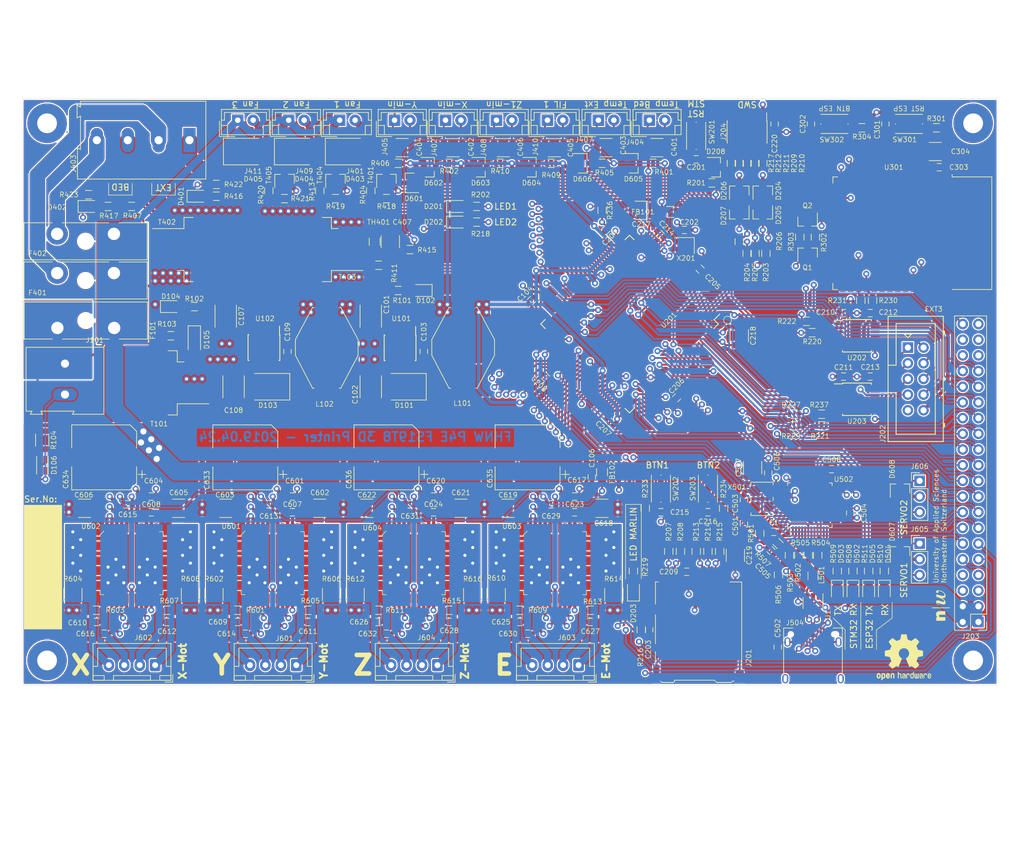
<source format=kicad_pcb>
(kicad_pcb (version 20171130) (host pcbnew "(5.1.0)-1")
  (title_block (title "3D Printer Board - FHNW EIT FS19 T8") (date 2019-05-10) (rev 1.0) (company "FHNW University of Applied Sciences"))
  (layers (0 F.Cu signal) (1 In1.Cu signal) (2 In2.Cu signal) (31 B.Cu signal) (34 B.Paste user hide) (35 F.Paste user hide) (36 B.SilkS user hide) (37 F.SilkS user) (38 B.Mask user hide) (39 F.Mask user hide) (44 Edge.Cuts user))
  (net 0 "")
  (net 1 GND)
  (net 2 +3V3)
  (net 3 "Net-(C103-Pad1)")
  (net 4 "Net-(C103-Pad2)")
  (net 5 JTAG_RESET)
  (net 6 +3.3VA)
  (net 7 "Net-(C607-Pad2)")
  (net 8 "Net-(C608-Pad2)")
  (net 9 "Net-(C609-Pad2)")
  (net 10 "Net-(C610-Pad2)")
  (net 11 "Net-(C611-Pad2)")
  (net 12 "Net-(C612-Pad2)")
  (net 13 "Net-(C614-Pad1)")
  (net 14 "Net-(C616-Pad1)")
  (net 15 "Net-(C623-Pad2)")
  (net 16 "Net-(C624-Pad2)")
  (net 17 "Net-(C625-Pad2)")
  (net 18 "Net-(C626-Pad2)")
  (net 19 "Net-(C627-Pad2)")
  (net 20 "Net-(C628-Pad2)")
  (net 21 "Net-(C630-Pad1)")
  (net 22 "Net-(C632-Pad1)")
  (net 23 JTAG_TDO_SWO)
  (net 24 JTAG_TCK_SWCLK)
  (net 25 JTAG_TMS_SWDIO)
  (net 26 JTAG_TDI)
  (net 27 JTAG_TRST)
  (net 28 /appendix_ESP32/ESP32_GPIO0)
  (net 29 /appendix_ESP32/ESP32_RESET)
  (net 30 "Net-(R404-Pad1)")
  (net 31 "Net-(R407-Pad1)")
  (net 32 "Net-(R411-Pad1)")
  (net 33 "Net-(R601-Pad1)")
  (net 34 "Net-(R603-Pad1)")
  (net 35 "Net-(R605-Pad1)")
  (net 36 "Net-(R607-Pad1)")
  (net 37 "Net-(R609-Pad1)")
  (net 38 "Net-(R611-Pad1)")
  (net 39 "Net-(R613-Pad1)")
  (net 40 "Net-(R615-Pad1)")
  (net 41 "Net-(U101-Pad3)")
  (net 42 "Net-(U101-Pad2)")
  (net 43 /appendix_STM32F103/STM_BOOT1)
  (net 44 "Net-(U201-Pad137)")
  (net 45 "Net-(U201-Pad136)")
  (net 46 "Net-(U201-Pad135)")
  (net 47 "Net-(U201-Pad132)")
  (net 48 "Net-(U201-Pad119)")
  (net 49 "Net-(U201-Pad118)")
  (net 50 "Net-(U201-Pad117)")
  (net 51 "Net-(U201-Pad106)")
  (net 52 "Net-(U201-Pad100)")
  (net 53 "Net-(U201-Pad73)")
  (net 54 "Net-(U201-Pad59)")
  (net 55 "Net-(U201-Pad58)")
  (net 56 "Net-(U201-Pad47)")
  (net 57 "Net-(U201-Pad44)")
  (net 58 "Net-(U201-Pad40)")
  (net 59 "Net-(U201-Pad34)")
  (net 60 "Net-(U201-Pad27)")
  (net 61 "Net-(U201-Pad26)")
  (net 62 "Net-(U201-Pad19)")
  (net 63 "Net-(U201-Pad18)")
  (net 64 "Net-(U201-Pad9)")
  (net 65 "Net-(U201-Pad8)")
  (net 66 "Net-(U201-Pad7)")
  (net 67 "Net-(U201-Pad5)")
  (net 68 "Net-(U301-Pad4)")
  (net 69 "Net-(U301-Pad5)")
  (net 70 "Net-(U301-Pad6)")
  (net 71 "Net-(U301-Pad7)")
  (net 72 "Net-(U301-Pad8)")
  (net 73 "Net-(U301-Pad9)")
  (net 74 "Net-(U301-Pad11)")
  (net 75 "Net-(U301-Pad12)")
  (net 76 "Net-(U301-Pad16)")
  (net 77 "Net-(U301-Pad17)")
  (net 78 "Net-(U301-Pad18)")
  (net 79 "Net-(U301-Pad19)")
  (net 80 "Net-(U301-Pad20)")
  (net 81 "Net-(U301-Pad21)")
  (net 82 "Net-(U301-Pad22)")
  (net 83 "Net-(U301-Pad23)")
  (net 84 "Net-(U301-Pad24)")
  (net 85 "Net-(U301-Pad26)")
  (net 86 "Net-(U301-Pad29)")
  (net 87 "Net-(U301-Pad30)")
  (net 88 "Net-(U301-Pad31)")
  (net 89 "Net-(U301-Pad32)")
  (net 90 "Net-(U301-Pad33)")
  (net 91 "Net-(U301-Pad36)")
  (net 92 "Net-(U301-Pad37)")
  (net 93 /appendix_TMC2660_X/MOT_Y_A2)
  (net 94 /appendix_TMC2660_X/MOT_Y_A1)
  (net 95 /appendix_TMC2660_X/MOT_Y_B2)
  (net 96 /appendix_TMC2660_X/MOT_Y_B1)
  (net 97 "Net-(U601-Pad37)")
  (net 98 "Net-(U602-Pad37)")
  (net 99 /appendix_TMC2660_X/MOT_X_B2)
  (net 100 /appendix_TMC2660_X/MOT_X_B1)
  (net 101 /appendix_TMC2660_X/MOT_X_A2)
  (net 102 /appendix_TMC2660_X/MOT_X_A1)
  (net 103 /appendix_TMC2660_X/MOT_E1_A2)
  (net 104 /appendix_TMC2660_X/MOT_E1_A1)
  (net 105 /appendix_TMC2660_X/MOT_E1_B2)
  (net 106 /appendix_TMC2660_X/MOT_E1_B1)
  (net 107 "Net-(U603-Pad37)")
  (net 108 "Net-(U604-Pad37)")
  (net 109 /appendix_TMC2660_X/MOT_Z1_B2)
  (net 110 /appendix_TMC2660_X/MOT_Z1_B1)
  (net 111 /appendix_TMC2660_X/MOT_Z1_A2)
  (net 112 /appendix_TMC2660_X/MOT_Z1_A1)
  (net 113 +24V)
  (net 114 "Net-(C302-Pad1)")
  (net 115 "Net-(J204-Pad7)")
  (net 116 "Net-(R413-Pad1)")
  (net 117 /appendix_SENSORS_POWER/Fan1_pwr)
  (net 118 /appendix_SENSORS_POWER/Bed_pwr)
  (net 119 /appendix_SENSORS_POWER/E1_pwr)
  (net 120 /appendix_SENSORS_POWER/Fan2_pwr)
  (net 121 /appendix_UART_USB/USB_D_N)
  (net 122 /appendix_UART_USB/USB_D_P)
  (net 123 "Net-(D102-Pad2)")
  (net 124 "Net-(D401-Pad2)")
  (net 125 "Net-(D402-Pad2)")
  (net 126 "Net-(J504-PadA5)")
  (net 127 "Net-(J504-PadA8)")
  (net 128 "Net-(J504-PadB8)")
  (net 129 "Net-(J504-PadB5)")
  (net 130 "Net-(C109-Pad2)")
  (net 131 "Net-(C109-Pad1)")
  (net 132 VBUS)
  (net 133 /appendix_UART_USB/USB_TVS_D_P)
  (net 134 /appendix_UART_USB/USB_TVS_D_N)
  (net 135 "Net-(D502-Pad1)")
  (net 136 "Net-(D503-Pad1)")
  (net 137 "Net-(D504-Pad1)")
  (net 138 "Net-(D505-Pad1)")
  (net 139 "Net-(F401-Pad1)")
  (net 140 "Net-(F402-Pad1)")
  (net 141 +3.3VP)
  (net 142 "Net-(J204-Pad8)")
  (net 143 "Net-(J204-Pad6)")
  (net 144 "Net-(J204-Pad4)")
  (net 145 "Net-(J204-Pad2)")
  (net 146 /appendix_SENSORS_POWER/Fan3_pwr)
  (net 147 /appendix_UART_USB/USB_SUP_D_P)
  (net 148 "Net-(R420-Pad1)")
  (net 149 /appendix_UART_USB/USB_FT_D_P)
  (net 150 "Net-(R502-Pad1)")
  (net 151 "Net-(R503-Pad1)")
  (net 152 /appendix_UART_USB/USB_FT_D_N)
  (net 153 /appendix_UART_USB/USB_SUP_D_N)
  (net 154 "Net-(R507-Pad2)")
  (net 155 UART1_RX_LED)
  (net 156 UART1_TX_LED)
  (net 157 UART2_RX_LED)
  (net 158 UART2_TX_LED)
  (net 159 "Net-(U102-Pad2)")
  (net 160 "Net-(U102-Pad3)")
  (net 161 "Net-(U201-Pad24)")
  (net 162 /appendix_STM32F103/RCC_OSC_IN)
  (net 163 "Net-(U202-Pad9)")
  (net 164 "Net-(U202-Pad6)")
  (net 165 "Net-(U502-Pad1)")
  (net 166 "Net-(U502-Pad13)")
  (net 167 "Net-(U502-Pad15)")
  (net 168 "Net-(U502-Pad16)")
  (net 169 "Net-(U502-Pad17)")
  (net 170 "Net-(U502-Pad19)")
  (net 171 "Net-(U502-Pad20)")
  (net 172 "Net-(U502-Pad21)")
  (net 173 "Net-(U502-Pad22)")
  (net 174 "Net-(U502-Pad29)")
  (net 175 "Net-(U502-Pad30)")
  (net 176 "Net-(U502-Pad32)")
  (net 177 "Net-(U502-Pad33)")
  (net 178 "Net-(U502-Pad35)")
  (net 179 "Net-(U502-Pad37)")
  (net 180 "Net-(U502-Pad41)")
  (net 181 /appendix_UART_USB/XTAL_FTDI)
  (net 182 "Net-(U502-Pad44)")
  (net 183 "Net-(U502-Pad48)")
  (net 184 "Net-(C1-Pad2)")
  (net 185 +5V)
  (net 186 SD_DETECT)
  (net 187 "Net-(C501-Pad1)")
  (net 188 "Net-(D104-Pad2)")
  (net 189 SD_DAT1)
  (net 190 SD_DAT2)
  (net 191 SD_DAT3)
  (net 192 SD_CMD)
  (net 193 SD_CLK)
  (net 194 SD_DAT0)
  (net 195 "Net-(Q1-Pad2)")
  (net 196 "Net-(Q2-Pad2)")
  (net 197 "Net-(U203-Pad9)")
  (net 198 "Net-(U203-Pad6)")
  (net 199 /appendix_ESP32/ESP_DTR)
  (net 200 /appendix_ESP32/ESP_RTS)
  (net 201 /appendix_ESP32/ESP_RX_USB)
  (net 202 /appendix_ESP32/ESP_TX_USB)
  (net 203 /appendix_ESP32/ESP_TX_STM)
  (net 204 /appendix_ESP32/ESP_RX_STM)
  (net 205 /appendix_STM32F103/CS_E1)
  (net 206 /appendix_STM32F103/EN_E1)
  (net 207 /appendix_STM32F103/STALL_E1)
  (net 208 /appendix_STM32F103/DIR_E1)
  (net 209 /appendix_STM32F103/STEP_E1)
  (net 210 /appendix_STM32F103/DIR_Z1)
  (net 211 /appendix_STM32F103/STEP_Z1)
  (net 212 /appendix_STM32F103/STALL_Z1)
  (net 213 /appendix_STM32F103/EN_Z1)
  (net 214 /appendix_STM32F103/CS_Z1)
  (net 215 /appendix_STM32F103/CS_Y)
  (net 216 /appendix_STM32F103/EN_Y)
  (net 217 /appendix_STM32F103/STALL_Y)
  (net 218 /appendix_STM32F103/DIR_Y)
  (net 219 /appendix_STM32F103/STEP_Y)
  (net 220 EXP3_LCD_MOSI)
  (net 221 EXP3_LCD_CS)
  (net 222 EXP3_LCD_SCK)
  (net 223 EXP3_LCD_Encoder_A)
  (net 224 EXP3_LCD_Reset)
  (net 225 EXP3_LCD_Encoder_B)
  (net 226 EXP3_LCD_Encoder_BTN)
  (net 227 EXP3_LCD_Beeper)
  (net 228 MOSI)
  (net 229 MISO)
  (net 230 SCK)
  (net 231 "Net-(J504-PadB11)")
  (net 232 "Net-(J504-PadB10)")
  (net 233 "Net-(J504-PadB3)")
  (net 234 "Net-(J504-PadB2)")
  (net 235 "Net-(J504-PadA11)")
  (net 236 "Net-(J504-PadA10)")
  (net 237 "Net-(J504-PadA3)")
  (net 238 "Net-(J504-PadA2)")
  (net 239 /appendix_UART_USB/FT_TX_A)
  (net 240 /appendix_UART_USB/FT_RX_A)
  (net 241 "Net-(J204-Pad10)")
  (net 242 "Net-(D201-Pad2)")
  (net 243 "Net-(J203-Pad5)")
  (net 244 "Net-(J203-Pad6)")
  (net 245 /appendix_STM32F103/STALL_X)
  (net 246 /appendix_STM32F103/STEP_X)
  (net 247 /appendix_STM32F103/DIR_X)
  (net 248 /appendix_STM32F103/EN_X)
  (net 249 /appendix_STM32F103/CS_X)
  (net 250 GPIO_EXT_0)
  (net 251 E3_CS)
  (net 252 E2_CS)
  (net 253 E3_STEP)
  (net 254 E2_STEP)
  (net 255 E3_DIR)
  (net 256 E3_EN)
  (net 257 E2_EN)
  (net 258 E3_STALL)
  (net 259 E2_STALL)
  (net 260 E3_END_FIL)
  (net 261 E2_END_FIL)
  (net 262 E3_ADC_TEMP)
  (net 263 E2_ADC_TEMP)
  (net 264 ADC_TEMP_EXT)
  (net 265 FAN_EXT)
  (net 266 GPIO_EXT_1)
  (net 267 E2_FAN1)
  (net 268 GPIO_EXT_2)
  (net 269 E2_FAN2)
  (net 270 GPIO_EXT_3)
  (net 271 E2_HOTEND)
  (net 272 /appendix_STM32F103/BED_ON)
  (net 273 /24V_IN)
  (net 274 /24V_GND)
  (net 275 "Net-(D106-Pad2)")
  (net 276 /appendix_STM32F103/FAN3)
  (net 277 /appendix_STM32F103/FAN2)
  (net 278 /appendix_STM32F103/FAN1)
  (net 279 /appendix_STM32F103/E1_ON)
  (net 280 /appendix_SENSORS_POWER/ADC_TEMP_BED)
  (net 281 /appendix_SENSORS_POWER/ADC_TEMP_E1)
  (net 282 /appendix_SENSORS_POWER/ADC_TEMP_PCB)
  (net 283 /appendix_SENSORS_POWER/SW_End_X)
  (net 284 /appendix_SENSORS_POWER/SW_End_Y)
  (net 285 /appendix_SENSORS_POWER/SW_End_Filament_1)
  (net 286 /appendix_SENSORS_POWER/SW_End_Z)
  (net 287 LCD_Reset)
  (net 288 LCD_CS)
  (net 289 LCD_ENC_B)
  (net 290 LCD_ENC_A)
  (net 291 LCD_BUZZER)
  (net 292 LCD_ENC_BTN)
  (net 293 "Net-(D202-Pad2)")
  (net 294 "Net-(D203-Pad2)")
  (net 295 LED_USER_1)
  (net 296 LED_USER_2)
  (net 297 LED_Marlin)
  (net 298 BTN_USER_1)
  (net 299 "Net-(D105-Pad1)")
  (net 300 /appendix_SENSORS_POWER/SERVO_1)
  (net 301 /appendix_SENSORS_POWER/SERVO_2)
  (net 302 /appendix_STM32F103/STM_BOOT0)
  (net 303 /appendix_STM32F103/STM32_BOOT_0)
  (net 304 /appendix_STM32F103/STM32_NRST)
  (net 305 BTN_USER_2)
  (net 306 E2_DIR)
  (net 307 "Net-(R222-Pad2)")
  (net 308 "Net-(U201-Pad96)")
  (module Connector_Multicomp:Multicomp_MC9A12-1034_2x05_P2.54mm_Vertical (layer F.Cu) (at 225.425 60.325 270)
    (fp_text reference J202 (at 13.97 4.064 270) (layer F.SilkS) (effects (font (size 0.8 0.8) (thickness 0.1))))
    (fp_text value Conn_02x05_Odd_Even)
    (pad 10 thru_hole circle (at 10.16 -2.54 270) (size 1.7 1.7) (drill 1) (layers *.Cu *.Mask) (net 185 +5V))
    (pad 9 thru_hole circle (at 10.16 0 270) (size 1.7 1.7) (drill 1) (layers *.Cu *.Mask) (net 1 GND))
    (pad 8 thru_hole circle (at 7.62 -2.54 270) (size 1.7 1.7) (drill 1) (layers *.Cu *.Mask) (net 220 EXP3_LCD_MOSI))
    (pad 7 thru_hole circle (at 7.62 0 270) (size 1.7 1.7) (drill 1) (layers *.Cu *.Mask) (net 221 EXP3_LCD_CS))
    (pad 6 thru_hole circle (at 5.08 -2.54 270) (size 1.7 1.7) (drill 1) (layers *.Cu *.Mask) (net 222 EXP3_LCD_SCK))
    (pad 5 thru_hole circle (at 5.08 0 270) (size 1.7 1.7) (drill 1) (layers *.Cu *.Mask) (net 223 EXP3_LCD_Encoder_A))
    (pad 4 thru_hole circle (at 2.54 -2.54 270) (size 1.7 1.7) (drill 1) (layers *.Cu *.Mask) (net 224 EXP3_LCD_Reset))
    (pad 3 thru_hole circle (at 2.54 0 270) (size 1.7 1.7) (drill 1) (layers *.Cu *.Mask) (net 225 EXP3_LCD_Encoder_B))
    (pad 2 thru_hole circle (at 0 -2.54 270) (size 1.7 1.7) (drill 1) (layers *.Cu *.Mask) (net 226 EXP3_LCD_Encoder_BTN))
    (pad 1 thru_hole rect (at 0 0 270) (size 1.7 1.7) (drill 1) (layers *.Cu *.Mask) (net 227 EXP3_LCD_Beeper))
  )
  (module Capacitors_SMD:C_0603 (layer F.Cu) (at 166.751 65.151 135)
    (fp_text reference C208 (at 0 -1.5 135) (layer F.SilkS) (effects (font (size 0.8 0.8) (thickness 0.1))))
    (fp_text value 100n)
    (pad 1 smd rect (at -0.75 0 135) (size 0.8 0.75) (layers F.Cu F.Paste F.Mask) (net 2 +3V3))
    (pad 2 smd rect (at 0.75 0 135) (size 0.8 0.75) (layers F.Cu F.Paste F.Mask) (net 1 GND))
  )
  (module Housings_QFP:LQFP-144_20x20mm_Pitch0.5mm (layer F.Cu) (at 180.34 56.515 225)
    (fp_text reference U201 (at -4.939141 -4.041115 225) (layer F.SilkS) (effects (font (size 0.8 0.8) (thickness 0.1))))
    (fp_text value STM32F103ZETx)
    (pad 144 smd rect (at -8.75 -10.7 315) (size 1.55 0.3) (layers F.Cu F.Paste F.Mask) (net 2 +3V3))
    (pad 143 smd rect (at -8.25 -10.7 315) (size 1.55 0.3) (layers F.Cu F.Paste F.Mask) (net 1 GND))
    (pad 142 smd rect (at -7.75 -10.7 315) (size 1.55 0.3) (layers F.Cu F.Paste F.Mask) (net 291 LCD_BUZZER))
    (pad 141 smd rect (at -7.25 -10.7 315) (size 1.55 0.3) (layers F.Cu F.Paste F.Mask) (net 288 LCD_CS))
    (pad 140 smd rect (at -6.75 -10.7 315) (size 1.55 0.3) (layers F.Cu F.Paste F.Mask) (net 289 LCD_ENC_B))
    (pad 139 smd rect (at -6.25 -10.7 315) (size 1.55 0.3) (layers F.Cu F.Paste F.Mask) (net 290 LCD_ENC_A))
    (pad 138 smd rect (at -5.75 -10.7 315) (size 1.55 0.3) (layers F.Cu F.Paste F.Mask) (net 302 /appendix_STM32F103/STM_BOOT0))
    (pad 137 smd rect (at -5.25 -10.7 315) (size 1.55 0.3) (layers F.Cu F.Paste F.Mask) (net 44 "Net-(U201-Pad137)"))
    (pad 136 smd rect (at -4.75 -10.7 315) (size 1.55 0.3) (layers F.Cu F.Paste F.Mask) (net 45 "Net-(U201-Pad136)"))
    (pad 135 smd rect (at -4.25 -10.7 315) (size 1.55 0.3) (layers F.Cu F.Paste F.Mask) (net 46 "Net-(U201-Pad135)"))
    (pad 134 smd rect (at -3.75 -10.7 315) (size 1.55 0.3) (layers F.Cu F.Paste F.Mask) (net 27 JTAG_TRST))
    (pad 133 smd rect (at -3.25 -10.7 315) (size 1.55 0.3) (layers F.Cu F.Paste F.Mask) (net 23 JTAG_TDO_SWO))
    (pad 132 smd rect (at -2.75 -10.7 315) (size 1.55 0.3) (layers F.Cu F.Paste F.Mask) (net 47 "Net-(U201-Pad132)"))
    (pad 131 smd rect (at -2.25 -10.7 315) (size 1.55 0.3) (layers F.Cu F.Paste F.Mask) (net 2 +3V3))
    (pad 130 smd rect (at -1.75 -10.7 315) (size 1.55 0.3) (layers F.Cu F.Paste F.Mask) (net 1 GND))
    (pad 129 smd rect (at -1.25 -10.7 315) (size 1.55 0.3) (layers F.Cu F.Paste F.Mask) (net 261 E2_END_FIL))
    (pad 128 smd rect (at -0.75 -10.7 315) (size 1.55 0.3) (layers F.Cu F.Paste F.Mask) (net 256 E3_EN))
    (pad 127 smd rect (at -0.25 -10.7 315) (size 1.55 0.3) (layers F.Cu F.Paste F.Mask) (net 258 E3_STALL))
    (pad 126 smd rect (at 0.25 -10.7 315) (size 1.55 0.3) (layers F.Cu F.Paste F.Mask) (net 259 E2_STALL))
    (pad 125 smd rect (at 0.75 -10.7 315) (size 1.55 0.3) (layers F.Cu F.Paste F.Mask) (net 257 E2_EN))
    (pad 124 smd rect (at 1.25 -10.7 315) (size 1.55 0.3) (layers F.Cu F.Paste F.Mask) (net 255 E3_DIR))
    (pad 123 smd rect (at 1.75 -10.7 315) (size 1.55 0.3) (layers F.Cu F.Paste F.Mask) (net 301 /appendix_SENSORS_POWER/SERVO_2))
    (pad 122 smd rect (at 2.25 -10.7 315) (size 1.55 0.3) (layers F.Cu F.Paste F.Mask) (net 300 /appendix_SENSORS_POWER/SERVO_1))
    (pad 121 smd rect (at 2.75 -10.7 315) (size 1.55 0.3) (layers F.Cu F.Paste F.Mask) (net 2 +3V3))
    (pad 120 smd rect (at 3.25 -10.7 315) (size 1.55 0.3) (layers F.Cu F.Paste F.Mask) (net 1 GND))
    (pad 119 smd rect (at 3.75 -10.7 315) (size 1.55 0.3) (layers F.Cu F.Paste F.Mask) (net 48 "Net-(U201-Pad119)"))
    (pad 118 smd rect (at 4.25 -10.7 315) (size 1.55 0.3) (layers F.Cu F.Paste F.Mask) (net 49 "Net-(U201-Pad118)"))
    (pad 117 smd rect (at 4.75 -10.7 315) (size 1.55 0.3) (layers F.Cu F.Paste F.Mask) (net 50 "Net-(U201-Pad117)"))
    (pad 116 smd rect (at 5.25 -10.7 315) (size 1.55 0.3) (layers F.Cu F.Paste F.Mask) (net 192 SD_CMD))
    (pad 115 smd rect (at 5.75 -10.7 315) (size 1.55 0.3) (layers F.Cu F.Paste F.Mask) (net 306 E2_DIR))
    (pad 114 smd rect (at 6.25 -10.7 315) (size 1.55 0.3) (layers F.Cu F.Paste F.Mask) (net 253 E3_STEP))
    (pad 113 smd rect (at 6.75 -10.7 315) (size 1.55 0.3) (layers F.Cu F.Paste F.Mask) (net 193 SD_CLK))
    (pad 112 smd rect (at 7.25 -10.7 315) (size 1.55 0.3) (layers F.Cu F.Paste F.Mask) (net 191 SD_DAT3))
    (pad 111 smd rect (at 7.75 -10.7 315) (size 1.55 0.3) (layers F.Cu F.Paste F.Mask) (net 190 SD_DAT2))
    (pad 110 smd rect (at 8.25 -10.7 315) (size 1.55 0.3) (layers F.Cu F.Paste F.Mask) (net 26 JTAG_TDI))
    (pad 109 smd rect (at 8.75 -10.7 315) (size 1.55 0.3) (layers F.Cu F.Paste F.Mask) (net 24 JTAG_TCK_SWCLK))
    (pad 108 smd rect (at 10.7 -8.75 225) (size 1.55 0.3) (layers F.Cu F.Paste F.Mask) (net 2 +3V3))
    (pad 107 smd rect (at 10.7 -8.25 225) (size 1.55 0.3) (layers F.Cu F.Paste F.Mask) (net 1 GND))
    (pad 106 smd rect (at 10.7 -7.75 225) (size 1.55 0.3) (layers F.Cu F.Paste F.Mask) (net 51 "Net-(U201-Pad106)"))
    (pad 105 smd rect (at 10.7 -7.25 225) (size 1.55 0.3) (layers F.Cu F.Paste F.Mask) (net 25 JTAG_TMS_SWDIO))
    (pad 104 smd rect (at 10.7 -6.75 225) (size 1.55 0.3) (layers F.Cu F.Paste F.Mask) (net 297 LED_Marlin))
    (pad 103 smd rect (at 10.7 -6.25 225) (size 1.55 0.3) (layers F.Cu F.Paste F.Mask) (net 186 SD_DETECT))
    (pad 102 smd rect (at 10.7 -5.75 225) (size 1.55 0.3) (layers F.Cu F.Paste F.Mask) (net 203 /appendix_ESP32/ESP_TX_STM))
    (pad 101 smd rect (at 10.7 -5.25 225) (size 1.55 0.3) (layers F.Cu F.Paste F.Mask) (net 204 /appendix_ESP32/ESP_RX_STM))
    (pad 100 smd rect (at 10.7 -4.75 225) (size 1.55 0.3) (layers F.Cu F.Paste F.Mask) (net 52 "Net-(U201-Pad100)"))
    (pad 99 smd rect (at 10.7 -4.25 225) (size 1.55 0.3) (layers F.Cu F.Paste F.Mask) (net 189 SD_DAT1))
    (pad 98 smd rect (at 10.7 -3.75 225) (size 1.55 0.3) (layers F.Cu F.Paste F.Mask) (net 194 SD_DAT0))
    (pad 97 smd rect (at 10.7 -3.25 225) (size 1.55 0.3) (layers F.Cu F.Paste F.Mask) (net 305 BTN_USER_2))
    (pad 96 smd rect (at 10.7 -2.75 225) (size 1.55 0.3) (layers F.Cu F.Paste F.Mask) (net 308 "Net-(U201-Pad96)"))
    (pad 95 smd rect (at 10.7 -2.25 225) (size 1.55 0.3) (layers F.Cu F.Paste F.Mask) (net 2 +3V3))
    (pad 94 smd rect (at 10.7 -1.75 225) (size 1.55 0.3) (layers F.Cu F.Paste F.Mask) (net 1 GND))
    (pad 93 smd rect (at 10.7 -1.25 225) (size 1.55 0.3) (layers F.Cu F.Paste F.Mask) (net 205 /appendix_STM32F103/CS_E1))
    (pad 92 smd rect (at 10.7 -0.75 225) (size 1.55 0.3) (layers F.Cu F.Paste F.Mask) (net 206 /appendix_STM32F103/EN_E1))
    (pad 91 smd rect (at 10.7 -0.25 225) (size 1.55 0.3) (layers F.Cu F.Paste F.Mask) (net 207 /appendix_STM32F103/STALL_E1))
    (pad 90 smd rect (at 10.7 0.25 225) (size 1.55 0.3) (layers F.Cu F.Paste F.Mask) (net 208 /appendix_STM32F103/DIR_E1))
    (pad 89 smd rect (at 10.7 0.75 225) (size 1.55 0.3) (layers F.Cu F.Paste F.Mask) (net 209 /appendix_STM32F103/STEP_E1))
    (pad 88 smd rect (at 10.7 1.25 225) (size 1.55 0.3) (layers F.Cu F.Paste F.Mask) (net 214 /appendix_STM32F103/CS_Z1))
    (pad 87 smd rect (at 10.7 1.75 225) (size 1.55 0.3) (layers F.Cu F.Paste F.Mask) (net 213 /appendix_STM32F103/EN_Z1))
    (pad 86 smd rect (at 10.7 2.25 225) (size 1.55 0.3) (layers F.Cu F.Paste F.Mask) (net 251 E3_CS))
    (pad 85 smd rect (at 10.7 2.75 225) (size 1.55 0.3) (layers F.Cu F.Paste F.Mask) (net 254 E2_STEP))
    (pad 84 smd rect (at 10.7 3.25 225) (size 1.55 0.3) (layers F.Cu F.Paste F.Mask) (net 2 +3V3))
    (pad 83 smd rect (at 10.7 3.75 225) (size 1.55 0.3) (layers F.Cu F.Paste F.Mask) (net 1 GND))
    (pad 82 smd rect (at 10.7 4.25 225) (size 1.55 0.3) (layers F.Cu F.Paste F.Mask) (net 212 /appendix_STM32F103/STALL_Z1))
    (pad 81 smd rect (at 10.7 4.75 225) (size 1.55 0.3) (layers F.Cu F.Paste F.Mask) (net 210 /appendix_STM32F103/DIR_Z1))
    (pad 80 smd rect (at 10.7 5.25 225) (size 1.55 0.3) (layers F.Cu F.Paste F.Mask) (net 211 /appendix_STM32F103/STEP_Z1))
    (pad 79 smd rect (at 10.7 5.75 225) (size 1.55 0.3) (layers F.Cu F.Paste F.Mask) (net 298 BTN_USER_1))
    (pad 78 smd rect (at 10.7 6.25 225) (size 1.55 0.3) (layers F.Cu F.Paste F.Mask) (net 252 E2_CS))
    (pad 77 smd rect (at 10.7 6.75 225) (size 1.55 0.3) (layers F.Cu F.Paste F.Mask) (net 250 GPIO_EXT_0))
    (pad 76 smd rect (at 10.7 7.25 225) (size 1.55 0.3) (layers F.Cu F.Paste F.Mask) (net 228 MOSI))
    (pad 75 smd rect (at 10.7 7.75 225) (size 1.55 0.3) (layers F.Cu F.Paste F.Mask) (net 229 MISO))
    (pad 74 smd rect (at 10.7 8.25 225) (size 1.55 0.3) (layers F.Cu F.Paste F.Mask) (net 230 SCK))
    (pad 73 smd rect (at 10.7 8.75 225) (size 1.55 0.3) (layers F.Cu F.Paste F.Mask) (net 53 "Net-(U201-Pad73)"))
    (pad 72 smd rect (at 8.75 10.7 315) (size 1.55 0.3) (layers F.Cu F.Paste F.Mask) (net 2 +3V3))
    (pad 71 smd rect (at 8.25 10.7 315) (size 1.55 0.3) (layers F.Cu F.Paste F.Mask) (net 1 GND))
    (pad 70 smd rect (at 7.75 10.7 315) (size 1.55 0.3) (layers F.Cu F.Paste F.Mask) (net 272 /appendix_STM32F103/BED_ON))
    (pad 69 smd rect (at 7.25 10.7 315) (size 1.55 0.3) (layers F.Cu F.Paste F.Mask) (net 279 /appendix_STM32F103/E1_ON))
    (pad 68 smd rect (at 6.75 10.7 315) (size 1.55 0.3) (layers F.Cu F.Paste F.Mask) (net 265 FAN_EXT))
    (pad 67 smd rect (at 6.25 10.7 315) (size 1.55 0.3) (layers F.Cu F.Paste F.Mask) (net 267 E2_FAN1))
    (pad 66 smd rect (at 5.75 10.7 315) (size 1.55 0.3) (layers F.Cu F.Paste F.Mask) (net 266 GPIO_EXT_1))
    (pad 65 smd rect (at 5.25 10.7 315) (size 1.55 0.3) (layers F.Cu F.Paste F.Mask) (net 269 E2_FAN2))
    (pad 64 smd rect (at 4.75 10.7 315) (size 1.55 0.3) (layers F.Cu F.Paste F.Mask) (net 268 GPIO_EXT_2))
    (pad 63 smd rect (at 4.25 10.7 315) (size 1.55 0.3) (layers F.Cu F.Paste F.Mask) (net 271 E2_HOTEND))
    (pad 62 smd rect (at 3.75 10.7 315) (size 1.55 0.3) (layers F.Cu F.Paste F.Mask) (net 2 +3V3))
    (pad 61 smd rect (at 3.25 10.7 315) (size 1.55 0.3) (layers F.Cu F.Paste F.Mask) (net 1 GND))
    (pad 60 smd rect (at 2.75 10.7 315) (size 1.55 0.3) (layers F.Cu F.Paste F.Mask) (net 270 GPIO_EXT_3))
    (pad 59 smd rect (at 2.25 10.7 315) (size 1.55 0.3) (layers F.Cu F.Paste F.Mask) (net 54 "Net-(U201-Pad59)"))
    (pad 58 smd rect (at 1.75 10.7 315) (size 1.55 0.3) (layers F.Cu F.Paste F.Mask) (net 55 "Net-(U201-Pad58)"))
    (pad 57 smd rect (at 1.25 10.7 315) (size 1.55 0.3) (layers F.Cu F.Paste F.Mask) (net 215 /appendix_STM32F103/CS_Y))
    (pad 56 smd rect (at 0.75 10.7 315) (size 1.55 0.3) (layers F.Cu F.Paste F.Mask) (net 216 /appendix_STM32F103/EN_Y))
    (pad 55 smd rect (at 0.25 10.7 315) (size 1.55 0.3) (layers F.Cu F.Paste F.Mask) (net 217 /appendix_STM32F103/STALL_Y))
    (pad 54 smd rect (at -0.25 10.7 315) (size 1.55 0.3) (layers F.Cu F.Paste F.Mask) (net 218 /appendix_STM32F103/DIR_Y))
    (pad 53 smd rect (at -0.75 10.7 315) (size 1.55 0.3) (layers F.Cu F.Paste F.Mask) (net 219 /appendix_STM32F103/STEP_Y))
    (pad 52 smd rect (at -1.25 10.7 315) (size 1.55 0.3) (layers F.Cu F.Paste F.Mask) (net 2 +3V3))
    (pad 51 smd rect (at -1.75 10.7 315) (size 1.55 0.3) (layers F.Cu F.Paste F.Mask) (net 1 GND))
    (pad 50 smd rect (at -2.25 10.7 315) (size 1.55 0.3) (layers F.Cu F.Paste F.Mask) (net 249 /appendix_STM32F103/CS_X))
    (pad 49 smd rect (at -2.75 10.7 315) (size 1.55 0.3) (layers F.Cu F.Paste F.Mask) (net 248 /appendix_STM32F103/EN_X))
    (pad 48 smd rect (at -3.25 10.7 315) (size 1.55 0.3) (layers F.Cu F.Paste F.Mask) (net 43 /appendix_STM32F103/STM_BOOT1))
    (pad 47 smd rect (at -3.75 10.7 315) (size 1.55 0.3) (layers F.Cu F.Paste F.Mask) (net 56 "Net-(U201-Pad47)"))
    (pad 46 smd rect (at -4.25 10.7 315) (size 1.55 0.3) (layers F.Cu F.Paste F.Mask) (net 296 LED_USER_2))
    (pad 45 smd rect (at -4.75 10.7 315) (size 1.55 0.3) (layers F.Cu F.Paste F.Mask) (net 295 LED_USER_1))
    (pad 44 smd rect (at -5.25 10.7 315) (size 1.55 0.3) (layers F.Cu F.Paste F.Mask) (net 57 "Net-(U201-Pad44)"))
    (pad 43 smd rect (at -5.75 10.7 315) (size 1.55 0.3) (layers F.Cu F.Paste F.Mask) (net 245 /appendix_STM32F103/STALL_X))
    (pad 42 smd rect (at -6.25 10.7 315) (size 1.55 0.3) (layers F.Cu F.Paste F.Mask) (net 247 /appendix_STM32F103/DIR_X))
    (pad 41 smd rect (at -6.75 10.7 315) (size 1.55 0.3) (layers F.Cu F.Paste F.Mask) (net 246 /appendix_STM32F103/STEP_X))
    (pad 40 smd rect (at -7.25 10.7 315) (size 1.55 0.3) (layers F.Cu F.Paste F.Mask) (net 58 "Net-(U201-Pad40)"))
    (pad 39 smd rect (at -7.75 10.7 315) (size 1.55 0.3) (layers F.Cu F.Paste F.Mask) (net 2 +3V3))
    (pad 38 smd rect (at -8.25 10.7 315) (size 1.55 0.3) (layers F.Cu F.Paste F.Mask) (net 1 GND))
    (pad 37 smd rect (at -8.75 10.7 315) (size 1.55 0.3) (layers F.Cu F.Paste F.Mask) (net 239 /appendix_UART_USB/FT_TX_A))
    (pad 36 smd rect (at -10.7 8.75 225) (size 1.55 0.3) (layers F.Cu F.Paste F.Mask) (net 240 /appendix_UART_USB/FT_RX_A))
    (pad 35 smd rect (at -10.7 8.25 225) (size 1.55 0.3) (layers F.Cu F.Paste F.Mask) (net 282 /appendix_SENSORS_POWER/ADC_TEMP_PCB))
    (pad 34 smd rect (at -10.7 7.75 225) (size 1.55 0.3) (layers F.Cu F.Paste F.Mask) (net 59 "Net-(U201-Pad34)"))
    (pad 33 smd rect (at -10.7 7.25 225) (size 1.55 0.3) (layers F.Cu F.Paste F.Mask) (net 6 +3.3VA))
    (pad 32 smd rect (at -10.7 6.75 225) (size 1.55 0.3) (layers F.Cu F.Paste F.Mask) (net 6 +3.3VA))
    (pad 31 smd rect (at -10.7 6.25 225) (size 1.55 0.3) (layers F.Cu F.Paste F.Mask) (net 1 GND))
    (pad 30 smd rect (at -10.7 5.75 225) (size 1.55 0.3) (layers F.Cu F.Paste F.Mask) (net 1 GND))
    (pad 29 smd rect (at -10.7 5.25 225) (size 1.55 0.3) (layers F.Cu F.Paste F.Mask) (net 280 /appendix_SENSORS_POWER/ADC_TEMP_BED))
    (pad 28 smd rect (at -10.7 4.75 225) (size 1.55 0.3) (layers F.Cu F.Paste F.Mask) (net 281 /appendix_SENSORS_POWER/ADC_TEMP_E1))
    (pad 27 smd rect (at -10.7 4.25 225) (size 1.55 0.3) (layers F.Cu F.Paste F.Mask) (net 60 "Net-(U201-Pad27)"))
    (pad 26 smd rect (at -10.7 3.75 225) (size 1.55 0.3) (layers F.Cu F.Paste F.Mask) (net 61 "Net-(U201-Pad26)"))
    (pad 25 smd rect (at -10.7 3.25 225) (size 1.55 0.3) (layers F.Cu F.Paste F.Mask) (net 5 JTAG_RESET))
    (pad 24 smd rect (at -10.7 2.75 225) (size 1.55 0.3) (layers F.Cu F.Paste F.Mask) (net 161 "Net-(U201-Pad24)"))
    (pad 23 smd rect (at -10.7 2.25 225) (size 1.55 0.3) (layers F.Cu F.Paste F.Mask) (net 162 /appendix_STM32F103/RCC_OSC_IN))
    (pad 22 smd rect (at -10.7 1.75 225) (size 1.55 0.3) (layers F.Cu F.Paste F.Mask) (net 263 E2_ADC_TEMP))
    (pad 21 smd rect (at -10.7 1.25 225) (size 1.55 0.3) (layers F.Cu F.Paste F.Mask) (net 264 ADC_TEMP_EXT))
    (pad 20 smd rect (at -10.7 0.75 225) (size 1.55 0.3) (layers F.Cu F.Paste F.Mask) (net 262 E3_ADC_TEMP))
    (pad 19 smd rect (at -10.7 0.25 225) (size 1.55 0.3) (layers F.Cu F.Paste F.Mask) (net 62 "Net-(U201-Pad19)"))
    (pad 18 smd rect (at -10.7 -0.25 225) (size 1.55 0.3) (layers F.Cu F.Paste F.Mask) (net 63 "Net-(U201-Pad18)"))
    (pad 17 smd rect (at -10.7 -0.75 225) (size 1.55 0.3) (layers F.Cu F.Paste F.Mask) (net 2 +3V3))
    (pad 16 smd rect (at -10.7 -1.25 225) (size 1.55 0.3) (layers F.Cu F.Paste F.Mask) (net 1 GND))
    (pad 15 smd rect (at -10.7 -1.75 225) (size 1.55 0.3) (layers F.Cu F.Paste F.Mask) (net 276 /appendix_STM32F103/FAN3))
    (pad 14 smd rect (at -10.7 -2.25 225) (size 1.55 0.3) (layers F.Cu F.Paste F.Mask) (net 277 /appendix_STM32F103/FAN2))
    (pad 13 smd rect (at -10.7 -2.75 225) (size 1.55 0.3) (layers F.Cu F.Paste F.Mask) (net 278 /appendix_STM32F103/FAN1))
    (pad 12 smd rect (at -10.7 -3.25 225) (size 1.55 0.3) (layers F.Cu F.Paste F.Mask) (net 284 /appendix_SENSORS_POWER/SW_End_Y))
    (pad 11 smd rect (at -10.7 -3.75 225) (size 1.55 0.3) (layers F.Cu F.Paste F.Mask) (net 283 /appendix_SENSORS_POWER/SW_End_X))
    (pad 10 smd rect (at -10.7 -4.25 225) (size 1.55 0.3) (layers F.Cu F.Paste F.Mask) (net 260 E3_END_FIL))
    (pad 9 smd rect (at -10.7 -4.75 225) (size 1.55 0.3) (layers F.Cu F.Paste F.Mask) (net 64 "Net-(U201-Pad9)"))
    (pad 8 smd rect (at -10.7 -5.25 225) (size 1.55 0.3) (layers F.Cu F.Paste F.Mask) (net 65 "Net-(U201-Pad8)"))
    (pad 7 smd rect (at -10.7 -5.75 225) (size 1.55 0.3) (layers F.Cu F.Paste F.Mask) (net 66 "Net-(U201-Pad7)"))
    (pad 6 smd rect (at -10.7 -6.25 225) (size 1.55 0.3) (layers F.Cu F.Paste F.Mask) (net 2 +3V3))
    (pad 5 smd rect (at -10.7 -6.75 225) (size 1.55 0.3) (layers F.Cu F.Paste F.Mask) (net 67 "Net-(U201-Pad5)"))
    (pad 4 smd rect (at -10.7 -7.25 225) (size 1.55 0.3) (layers F.Cu F.Paste F.Mask) (net 286 /appendix_SENSORS_POWER/SW_End_Z))
    (pad 3 smd rect (at -10.7 -7.75 225) (size 1.55 0.3) (layers F.Cu F.Paste F.Mask) (net 285 /appendix_SENSORS_POWER/SW_End_Filament_1))
    (pad 2 smd rect (at -10.7 -8.25 225) (size 1.55 0.3) (layers F.Cu F.Paste F.Mask) (net 292 LCD_ENC_BTN))
    (pad 1 smd rect (at -10.7 -8.75 225) (size 1.55 0.3) (layers F.Cu F.Paste F.Mask) (net 307 "Net-(R222-Pad2)"))
  )
  (module Capacitors_SMD:C_0603 (layer F.Cu) (at 230.505 31.115)
    (fp_text reference C303 (at 3.175 0) (layer F.SilkS) (effects (font (size 0.8 0.8) (thickness 0.1))))
    (fp_text value 100n)
    (pad 2 smd rect (at 0.75 0) (size 0.8 0.75) (layers F.Cu F.Paste F.Mask) (net 1 GND))
    (pad 1 smd rect (at -0.75 0) (size 0.8 0.75) (layers F.Cu F.Paste F.Mask) (net 2 +3V3))
  )
  (module Connector_PinHeader_2.54mm:PinHeader_2x20_P2.54mm_Vertical (layer F.Cu) (at 236.855 104.775 180)
    (fp_text reference J203 (at 1.27 -2.33 180) (layer F.SilkS) (effects (font (size 0.8 0.8) (thickness 0.1))))
    (fp_text value Conn_02x20_Odd_Even)
    (pad 1 thru_hole rect (at 0 0 180) (size 1.7 1.7) (drill 1) (layers *.Cu *.Mask) (net 113 +24V))
    (pad 2 thru_hole oval (at 2.54 0 180) (size 1.7 1.7) (drill 1) (layers *.Cu *.Mask) (net 113 +24V))
    (pad 3 thru_hole oval (at 0 2.54 180) (size 1.7 1.7) (drill 1) (layers *.Cu *.Mask) (net 113 +24V))
    (pad 4 thru_hole oval (at 2.54 2.54 180) (size 1.7 1.7) (drill 1) (layers *.Cu *.Mask) (net 113 +24V))
    (pad 5 thru_hole oval (at 0 5.08 180) (size 1.7 1.7) (drill 1) (layers *.Cu *.Mask) (net 243 "Net-(J203-Pad5)"))
    (pad 6 thru_hole oval (at 2.54 5.08 180) (size 1.7 1.7) (drill 1) (layers *.Cu *.Mask) (net 244 "Net-(J203-Pad6)"))
    (pad 7 thru_hole oval (at 0 7.62 180) (size 1.7 1.7) (drill 1) (layers *.Cu *.Mask) (net 2 +3V3))
    (pad 8 thru_hole oval (at 2.54 7.62 180) (size 1.7 1.7) (drill 1) (layers *.Cu *.Mask) (net 2 +3V3))
    (pad 9 thru_hole oval (at 0 10.16 180) (size 1.7 1.7) (drill 1) (layers *.Cu *.Mask) (net 228 MOSI))
    (pad 10 thru_hole oval (at 2.54 10.16 180) (size 1.7 1.7) (drill 1) (layers *.Cu *.Mask) (net 229 MISO))
    (pad 11 thru_hole oval (at 0 12.7 180) (size 1.7 1.7) (drill 1) (layers *.Cu *.Mask) (net 230 SCK))
    (pad 12 thru_hole oval (at 2.54 12.7 180) (size 1.7 1.7) (drill 1) (layers *.Cu *.Mask) (net 250 GPIO_EXT_0))
    (pad 13 thru_hole oval (at 0 15.24 180) (size 1.7 1.7) (drill 1) (layers *.Cu *.Mask) (net 251 E3_CS))
    (pad 14 thru_hole oval (at 2.54 15.24 180) (size 1.7 1.7) (drill 1) (layers *.Cu *.Mask) (net 252 E2_CS))
    (pad 15 thru_hole oval (at 0 17.78 180) (size 1.7 1.7) (drill 1) (layers *.Cu *.Mask) (net 253 E3_STEP))
    (pad 16 thru_hole oval (at 2.54 17.78 180) (size 1.7 1.7) (drill 1) (layers *.Cu *.Mask) (net 254 E2_STEP))
    (pad 17 thru_hole oval (at 0 20.32 180) (size 1.7 1.7) (drill 1) (layers *.Cu *.Mask) (net 255 E3_DIR))
    (pad 18 thru_hole oval (at 2.54 20.32 180) (size 1.7 1.7) (drill 1) (layers *.Cu *.Mask) (net 306 E2_DIR))
    (pad 19 thru_hole oval (at 0 22.86 180) (size 1.7 1.7) (drill 1) (layers *.Cu *.Mask) (net 256 E3_EN))
    (pad 20 thru_hole oval (at 2.54 22.86 180) (size 1.7 1.7) (drill 1) (layers *.Cu *.Mask) (net 257 E2_EN))
    (pad 21 thru_hole oval (at 0 25.4 180) (size 1.7 1.7) (drill 1) (layers *.Cu *.Mask) (net 258 E3_STALL))
    (pad 22 thru_hole oval (at 2.54 25.4 180) (size 1.7 1.7) (drill 1) (layers *.Cu *.Mask) (net 259 E2_STALL))
    (pad 23 thru_hole oval (at 0 27.94 180) (size 1.7 1.7) (drill 1) (layers *.Cu *.Mask) (net 260 E3_END_FIL))
    (pad 24 thru_hole oval (at 2.54 27.94 180) (size 1.7 1.7) (drill 1) (layers *.Cu *.Mask) (net 261 E2_END_FIL))
    (pad 25 thru_hole oval (at 0 30.48 180) (size 1.7 1.7) (drill 1) (layers *.Cu *.Mask) (net 262 E3_ADC_TEMP))
    (pad 26 thru_hole oval (at 2.54 30.48 180) (size 1.7 1.7) (drill 1) (layers *.Cu *.Mask) (net 263 E2_ADC_TEMP))
    (pad 27 thru_hole oval (at 0 33.02 180) (size 1.7 1.7) (drill 1) (layers *.Cu *.Mask) (net 264 ADC_TEMP_EXT))
    (pad 28 thru_hole oval (at 2.54 33.02 180) (size 1.7 1.7) (drill 1) (layers *.Cu *.Mask) (net 265 FAN_EXT))
    (pad 29 thru_hole oval (at 0 35.56 180) (size 1.7 1.7) (drill 1) (layers *.Cu *.Mask) (net 266 GPIO_EXT_1))
    (pad 30 thru_hole oval (at 2.54 35.56 180) (size 1.7 1.7) (drill 1) (layers *.Cu *.Mask) (net 267 E2_FAN1))
    (pad 31 thru_hole oval (at 0 38.1 180) (size 1.7 1.7) (drill 1) (layers *.Cu *.Mask) (net 268 GPIO_EXT_2))
    (pad 32 thru_hole oval (at 2.54 38.1 180) (size 1.7 1.7) (drill 1) (layers *.Cu *.Mask) (net 269 E2_FAN2))
    (pad 33 thru_hole oval (at 0 40.64 180) (size 1.7 1.7) (drill 1) (layers *.Cu *.Mask) (net 270 GPIO_EXT_3))
    (pad 34 thru_hole oval (at 2.54 40.64 180) (size 1.7 1.7) (drill 1) (layers *.Cu *.Mask) (net 271 E2_HOTEND))
    (pad 35 thru_hole oval (at 0 43.18 180) (size 1.7 1.7) (drill 1) (layers *.Cu *.Mask) (net 1 GND))
    (pad 36 thru_hole oval (at 2.54 43.18 180) (size 1.7 1.7) (drill 1) (layers *.Cu *.Mask) (net 1 GND))
    (pad 37 thru_hole oval (at 0 45.72 180) (size 1.7 1.7) (drill 1) (layers *.Cu *.Mask) (net 1 GND))
    (pad 38 thru_hole oval (at 2.54 45.72 180) (size 1.7 1.7) (drill 1) (layers *.Cu *.Mask) (net 1 GND))
    (pad 39 thru_hole oval (at 0 48.26 180) (size 1.7 1.7) (drill 1) (layers *.Cu *.Mask) (net 1 GND))
    (pad 40 thru_hole oval (at 2.54 48.26 180) (size 1.7 1.7) (drill 1) (layers *.Cu *.Mask) (net 1 GND))
  )
  (module Capacitor_SMD:CP_Elec_10x10 (layer F.Cu) (at 163.83 78.105 180)
    (fp_text reference C635 (at 6.096 -3.429 270) (layer F.SilkS) (effects (font (size 0.8 0.8) (thickness 0.1))))
    (fp_text value 470u)
    (pad 2 smd roundrect (at 4 0 180) (size 4 2.5) (layers F.Cu F.Paste F.Mask) (roundrect_rratio 0.1) (net 1 GND))
    (pad 1 smd roundrect (at -4 0 180) (size 4 2.5) (layers F.Cu F.Paste F.Mask) (roundrect_rratio 0.1) (net 113 +24V))
  )
  (module Resistors_SMD:R_0603 (layer F.Cu) (at 106.045 58.42)
    (fp_text reference R103 (at -0.635 -1.905) (layer F.SilkS) (effects (font (size 0.8 0.8) (thickness 0.1))))
    (fp_text value 100k)
    (pad 2 smd rect (at 0.75 0) (size 0.5 0.9) (layers F.Cu F.Paste F.Mask) (net 299 "Net-(D105-Pad1)"))
    (pad 1 smd rect (at -0.75 0) (size 0.5 0.9) (layers F.Cu F.Paste F.Mask) (net 273 /24V_IN))
  )
  (module RF_Module:ESP32-WROOM-32 (layer F.Cu) (at 223.155 41.8 270)
    (fp_text reference U301 (at -10.685 0.016) (layer F.SilkS) (effects (font (size 0.8 0.8) (thickness 0.1))))
    (fp_text value ESP32-WROOM-32)
    (pad 39 smd rect (at -1 -0.755 270) (size 5 5) (layers F.Cu F.Paste F.Mask))
    (pad 1 smd rect (at -8.5 -8.255 270) (size 2 0.9) (layers F.Cu F.Paste F.Mask) (net 1 GND))
    (pad 2 smd rect (at -8.5 -6.985 270) (size 2 0.9) (layers F.Cu F.Paste F.Mask) (net 2 +3V3))
    (pad 3 smd rect (at -8.5 -5.715 270) (size 2 0.9) (layers F.Cu F.Paste F.Mask) (net 29 /appendix_ESP32/ESP32_RESET))
    (pad 4 smd rect (at -8.5 -4.445 270) (size 2 0.9) (layers F.Cu F.Paste F.Mask) (net 68 "Net-(U301-Pad4)"))
    (pad 5 smd rect (at -8.5 -3.175 270) (size 2 0.9) (layers F.Cu F.Paste F.Mask) (net 69 "Net-(U301-Pad5)"))
    (pad 6 smd rect (at -8.5 -1.905 270) (size 2 0.9) (layers F.Cu F.Paste F.Mask) (net 70 "Net-(U301-Pad6)"))
    (pad 7 smd rect (at -8.5 -0.635 270) (size 2 0.9) (layers F.Cu F.Paste F.Mask) (net 71 "Net-(U301-Pad7)"))
    (pad 8 smd rect (at -8.5 0.635 270) (size 2 0.9) (layers F.Cu F.Paste F.Mask) (net 72 "Net-(U301-Pad8)"))
    (pad 9 smd rect (at -8.5 1.905 270) (size 2 0.9) (layers F.Cu F.Paste F.Mask) (net 73 "Net-(U301-Pad9)"))
    (pad 10 smd rect (at -8.5 3.175 270) (size 2 0.9) (layers F.Cu F.Paste F.Mask) (net 114 "Net-(C302-Pad1)"))
    (pad 11 smd rect (at -8.5 4.445 270) (size 2 0.9) (layers F.Cu F.Paste F.Mask) (net 74 "Net-(U301-Pad11)"))
    (pad 12 smd rect (at -8.5 5.715 270) (size 2 0.9) (layers F.Cu F.Paste F.Mask) (net 75 "Net-(U301-Pad12)"))
    (pad 13 smd rect (at -8.5 6.985 270) (size 2 0.9) (layers F.Cu F.Paste F.Mask) (net 304 /appendix_STM32F103/STM32_NRST))
    (pad 14 smd rect (at -8.5 8.255 270) (size 2 0.9) (layers F.Cu F.Paste F.Mask) (net 303 /appendix_STM32F103/STM32_BOOT_0))
    (pad 15 smd rect (at -5.715 9.255) (size 2 0.9) (layers F.Cu F.Paste F.Mask) (net 1 GND))
    (pad 16 smd rect (at -4.445 9.255) (size 2 0.9) (layers F.Cu F.Paste F.Mask) (net 76 "Net-(U301-Pad16)"))
    (pad 17 smd rect (at -3.175 9.255) (size 2 0.9) (layers F.Cu F.Paste F.Mask) (net 77 "Net-(U301-Pad17)"))
    (pad 18 smd rect (at -1.905 9.255) (size 2 0.9) (layers F.Cu F.Paste F.Mask) (net 78 "Net-(U301-Pad18)"))
    (pad 19 smd rect (at -0.635 9.255) (size 2 0.9) (layers F.Cu F.Paste F.Mask) (net 79 "Net-(U301-Pad19)"))
    (pad 20 smd rect (at 0.635 9.255) (size 2 0.9) (layers F.Cu F.Paste F.Mask) (net 80 "Net-(U301-Pad20)"))
    (pad 21 smd rect (at 1.905 9.255) (size 2 0.9) (layers F.Cu F.Paste F.Mask) (net 81 "Net-(U301-Pad21)"))
    (pad 22 smd rect (at 3.175 9.255) (size 2 0.9) (layers F.Cu F.Paste F.Mask) (net 82 "Net-(U301-Pad22)"))
    (pad 23 smd rect (at 4.445 9.255) (size 2 0.9) (layers F.Cu F.Paste F.Mask) (net 83 "Net-(U301-Pad23)"))
    (pad 24 smd rect (at 5.715 9.255) (size 2 0.9) (layers F.Cu F.Paste F.Mask) (net 84 "Net-(U301-Pad24)"))
    (pad 25 smd rect (at 8.5 8.255 270) (size 2 0.9) (layers F.Cu F.Paste F.Mask) (net 28 /appendix_ESP32/ESP32_GPIO0))
    (pad 26 smd rect (at 8.5 6.985 270) (size 2 0.9) (layers F.Cu F.Paste F.Mask) (net 85 "Net-(U301-Pad26)"))
    (pad 27 smd rect (at 8.5 5.715 270) (size 2 0.9) (layers F.Cu F.Paste F.Mask) (net 204 /appendix_ESP32/ESP_RX_STM))
    (pad 28 smd rect (at 8.5 4.445 270) (size 2 0.9) (layers F.Cu F.Paste F.Mask) (net 203 /appendix_ESP32/ESP_TX_STM))
    (pad 29 smd rect (at 8.5 3.175 270) (size 2 0.9) (layers F.Cu F.Paste F.Mask) (net 86 "Net-(U301-Pad29)"))
    (pad 30 smd rect (at 8.5 1.905 270) (size 2 0.9) (layers F.Cu F.Paste F.Mask) (net 87 "Net-(U301-Pad30)"))
    (pad 31 smd rect (at 8.5 0.635 270) (size 2 0.9) (layers F.Cu F.Paste F.Mask) (net 88 "Net-(U301-Pad31)"))
    (pad 32 smd rect (at 8.5 -0.635 270) (size 2 0.9) (layers F.Cu F.Paste F.Mask) (net 89 "Net-(U301-Pad32)"))
    (pad 33 smd rect (at 8.5 -1.905 270) (size 2 0.9) (layers F.Cu F.Paste F.Mask) (net 90 "Net-(U301-Pad33)"))
    (pad 34 smd rect (at 8.5 -3.175 270) (size 2 0.9) (layers F.Cu F.Paste F.Mask) (net 201 /appendix_ESP32/ESP_RX_USB))
    (pad 35 smd rect (at 8.5 -4.445 270) (size 2 0.9) (layers F.Cu F.Paste F.Mask) (net 202 /appendix_ESP32/ESP_TX_USB))
    (pad 36 smd rect (at 8.5 -5.715 270) (size 2 0.9) (layers F.Cu F.Paste F.Mask) (net 91 "Net-(U301-Pad36)"))
    (pad 37 smd rect (at 8.5 -6.985 270) (size 2 0.9) (layers F.Cu F.Paste F.Mask) (net 92 "Net-(U301-Pad37)"))
    (pad 38 smd rect (at 8.5 -8.255 270) (size 2 0.9) (layers F.Cu F.Paste F.Mask) (net 1 GND))
  )
  (module Connectors_JST:JST_EH_B02B-EH-A_02x2.50mm_Straight (layer F.Cu) (at 133.39 23.495)
    (fp_text reference J401 (at 2.5 8.255) (layer F.SilkS) (effects (font (size 0.8 0.8) (thickness 0.1))))
    (fp_text value Conn_01x02)
    (pad 2 thru_hole circle (at 2.5 0) (size 1.85 1.85) (drill 0.9) (layers *.Cu *.Mask) (net 117 /appendix_SENSORS_POWER/Fan1_pwr))
    (pad 1 thru_hole rect (at 0 0) (size 1.85 1.85) (drill 0.9) (layers *.Cu *.Mask) (net 113 +24V))
  )
  (module Connectors_JST:JST_EH_B02B-EH-A_02x2.50mm_Straight (layer F.Cu) (at 158.79 23.495)
    (fp_text reference J408 (at -2.072 4.445 90) (layer F.SilkS) (effects (font (size 0.8 0.8) (thickness 0.1))))
    (fp_text value Conn_01x02)
    (pad 1 thru_hole rect (at 0 0) (size 1.85 1.85) (drill 0.9) (layers *.Cu *.Mask) (net 286 /appendix_SENSORS_POWER/SW_End_Z))
    (pad 2 thru_hole circle (at 2.5 0) (size 1.85 1.85) (drill 0.9) (layers *.Cu *.Mask) (net 1 GND))
  )
  (module Resistors_SMD:R_0603 (layer F.Cu) (at 199.39 30.48 270)
    (fp_text reference R211 (at 0 -6.35 270) (layer F.SilkS) (effects (font (size 0.8 0.8) (thickness 0.1))))
    (fp_text value 100R)
    (pad 1 smd rect (at -0.75 0 270) (size 0.5 0.9) (layers F.Cu F.Paste F.Mask) (net 143 "Net-(J204-Pad6)"))
    (pad 2 smd rect (at 0.75 0 270) (size 0.5 0.9) (layers F.Cu F.Paste F.Mask) (net 23 JTAG_TDO_SWO))
  )
  (module Resistors_SMD:R_0603 (layer F.Cu) (at 198.12 30.48 270)
    (fp_text reference R212 (at 0 -6.35 270) (layer F.SilkS) (effects (font (size 0.8 0.8) (thickness 0.1))))
    (fp_text value 100R)
    (pad 2 smd rect (at 0.75 0 270) (size 0.5 0.9) (layers F.Cu F.Paste F.Mask) (net 26 JTAG_TDI))
    (pad 1 smd rect (at -0.75 0 270) (size 0.5 0.9) (layers F.Cu F.Paste F.Mask) (net 142 "Net-(J204-Pad8)"))
  )
  (module Resistors_SMD:R_0603 (layer F.Cu) (at 201.93 30.48 270)
    (fp_text reference R210 (at 0 -6.35 270) (layer F.SilkS) (effects (font (size 0.8 0.8) (thickness 0.1))))
    (fp_text value 100R)
    (pad 2 smd rect (at 0.75 0 270) (size 0.5 0.9) (layers F.Cu F.Paste F.Mask) (net 25 JTAG_TMS_SWDIO))
    (pad 1 smd rect (at -0.75 0 270) (size 0.5 0.9) (layers F.Cu F.Paste F.Mask) (net 145 "Net-(J204-Pad2)"))
  )
  (module Resistors_SMD:R_0603 (layer F.Cu) (at 142.875 51.085)
    (fp_text reference R101 (at 0.635 1.62) (layer F.SilkS) (effects (font (size 0.8 0.8) (thickness 0.1))))
    (fp_text value 330R)
    (pad 2 smd rect (at 0.75 0) (size 0.5 0.9) (layers F.Cu F.Paste F.Mask) (net 123 "Net-(D102-Pad2)"))
    (pad 1 smd rect (at -0.75 0) (size 0.5 0.9) (layers F.Cu F.Paste F.Mask) (net 2 +3V3))
  )
  (module digikey-footprints:TQFP-44_10x10mm (layer F.Cu) (at 99.695 95.25)
    (fp_text reference U602 (at -6.604 -5.969) (layer F.SilkS) (effects (font (size 0.8 0.8) (thickness 0.1))))
    (fp_text value TMC2660)
    (pad 44 smd rect (at -4 -5.7) (size 0.6 1.5) (layers F.Cu F.Paste F.Mask) (net 1 GND))
    (pad 43 smd rect (at -3.2 -5.7) (size 0.6 1.5) (layers F.Cu F.Paste F.Mask) (net 1 GND))
    (pad 42 smd rect (at -2.4 -5.7) (size 0.6 1.5) (layers F.Cu F.Paste F.Mask) (net 246 /appendix_STM32F103/STEP_X))
    (pad 41 smd rect (at -1.6 -5.7) (size 0.6 1.5) (layers F.Cu F.Paste F.Mask) (net 247 /appendix_STM32F103/DIR_X))
    (pad 40 smd rect (at -0.8 -5.7) (size 0.6 1.5) (layers F.Cu F.Paste F.Mask) (net 141 +3.3VP))
    (pad 39 smd rect (at 0 -5.7) (size 0.6 1.5) (layers F.Cu F.Paste F.Mask) (net 1 GND))
    (pad 38 smd rect (at 0.8 -5.7) (size 0.6 1.5) (layers F.Cu F.Paste F.Mask) (net 245 /appendix_STM32F103/STALL_X))
    (pad 37 smd rect (at 1.6 -5.7) (size 0.6 1.5) (layers F.Cu F.Paste F.Mask) (net 98 "Net-(U602-Pad37)"))
    (pad 36 smd rect (at 2.4 -5.7) (size 0.6 1.5) (layers F.Cu F.Paste F.Mask) (net 113 +24V))
    (pad 35 smd rect (at 3.2 -5.7) (size 0.6 1.5) (layers F.Cu F.Paste F.Mask) (net 8 "Net-(C608-Pad2)"))
    (pad 34 smd rect (at 4 -5.7) (size 0.6 1.5) (layers F.Cu F.Paste F.Mask))
    (pad 12 smd rect (at -4 5.7) (size 0.6 1.5) (layers F.Cu F.Paste F.Mask) (net 10 "Net-(C610-Pad2)"))
    (pad 13 smd rect (at -3.2 5.7) (size 0.6 1.5) (layers F.Cu F.Paste F.Mask) (net 14 "Net-(C616-Pad1)"))
    (pad 14 smd rect (at -2.4 5.7) (size 0.6 1.5) (layers F.Cu F.Paste F.Mask) (net 229 MISO))
    (pad 15 smd rect (at -1.6 5.7) (size 0.6 1.5) (layers F.Cu F.Paste F.Mask) (net 228 MOSI))
    (pad 16 smd rect (at -0.8 5.7) (size 0.6 1.5) (layers F.Cu F.Paste F.Mask) (net 230 SCK))
    (pad 22 smd rect (at 4 5.7) (size 0.6 1.5) (layers F.Cu F.Paste F.Mask) (net 12 "Net-(C612-Pad2)"))
    (pad 21 smd rect (at 3.2 5.7) (size 0.6 1.5) (layers F.Cu F.Paste F.Mask) (net 1 GND))
    (pad 20 smd rect (at 2.4 5.7) (size 0.6 1.5) (layers F.Cu F.Paste F.Mask))
    (pad 19 smd rect (at 1.6 5.7) (size 0.6 1.5) (layers F.Cu F.Paste F.Mask) (net 248 /appendix_STM32F103/EN_X))
    (pad 18 smd rect (at 0.8 5.7) (size 0.6 1.5) (layers F.Cu F.Paste F.Mask) (net 249 /appendix_STM32F103/CS_X))
    (pad 17 smd rect (at 0 5.7) (size 0.6 1.5) (layers F.Cu F.Paste F.Mask) (net 1 GND))
    (pad 23 smd rect (at 5.7 4) (size 1.5 0.6) (layers F.Cu B.Adhes F.Paste F.Mask) (net 99 /appendix_TMC2660_X/MOT_X_B2))
    (pad 24 smd rect (at 5.7 3.2) (size 1.5 0.6) (layers F.Cu F.Paste F.Mask) (net 99 /appendix_TMC2660_X/MOT_X_B2))
    (pad 25 smd rect (at 5.7 2.4) (size 1.5 0.6) (layers F.Cu F.Paste F.Mask) (net 36 "Net-(R607-Pad1)"))
    (pad 26 smd rect (at 5.7 1.6) (size 1.5 0.6) (layers F.Cu F.Paste F.Mask) (net 100 /appendix_TMC2660_X/MOT_X_B1))
    (pad 27 smd rect (at 5.7 0.8) (size 1.5 0.6) (layers F.Cu F.Paste F.Mask) (net 100 /appendix_TMC2660_X/MOT_X_B1))
    (pad 33 smd rect (at 5.7 -4) (size 1.5 0.6) (layers F.Cu F.Paste F.Mask))
    (pad 32 smd rect (at 5.7 -3.2) (size 1.5 0.6) (layers F.Cu F.Paste F.Mask) (net 100 /appendix_TMC2660_X/MOT_X_B1))
    (pad 31 smd rect (at 5.7 -2.4) (size 1.5 0.6) (layers F.Cu F.Paste F.Mask) (net 100 /appendix_TMC2660_X/MOT_X_B1))
    (pad 30 smd rect (at 5.7 -1.6) (size 1.5 0.6) (layers F.Cu F.Paste F.Mask) (net 113 +24V))
    (pad 29 smd rect (at 5.7 -0.8) (size 1.5 0.6) (layers F.Cu F.Paste F.Mask) (net 99 /appendix_TMC2660_X/MOT_X_B2))
    (pad 28 smd rect (at 5.7 0) (size 1.5 0.6) (layers F.Cu F.Paste F.Mask) (net 99 /appendix_TMC2660_X/MOT_X_B2))
    (pad 11 smd rect (at -5.7 4) (size 1.5 0.6) (layers F.Cu F.Paste F.Mask) (net 101 /appendix_TMC2660_X/MOT_X_A2))
    (pad 10 smd rect (at -5.7 3.2) (size 1.5 0.6) (layers F.Cu F.Paste F.Mask) (net 101 /appendix_TMC2660_X/MOT_X_A2))
    (pad 9 smd rect (at -5.7 2.4) (size 1.5 0.6) (layers F.Cu F.Paste F.Mask) (net 34 "Net-(R603-Pad1)"))
    (pad 8 smd rect (at -5.7 1.6) (size 1.5 0.6) (layers F.Cu F.Paste F.Mask) (net 102 /appendix_TMC2660_X/MOT_X_A1))
    (pad 7 smd rect (at -5.7 0.8) (size 1.5 0.6) (layers F.Cu F.Paste F.Mask) (net 102 /appendix_TMC2660_X/MOT_X_A1))
    (pad 1 smd rect (at -5.7 -4) (size 1.5 0.6) (layers F.Cu F.Paste F.Mask))
    (pad 2 smd rect (at -5.7 -3.2) (size 1.5 0.6) (layers F.Cu F.Paste F.Mask) (net 102 /appendix_TMC2660_X/MOT_X_A1))
    (pad 3 smd rect (at -5.7 -2.4) (size 1.5 0.6) (layers F.Cu F.Paste F.Mask) (net 102 /appendix_TMC2660_X/MOT_X_A1))
    (pad 4 smd rect (at -5.7 -1.6) (size 1.5 0.6) (layers F.Cu F.Paste F.Mask) (net 113 +24V))
    (pad 5 smd rect (at -5.7 -0.8) (size 1.5 0.6) (layers F.Cu F.Paste F.Mask) (net 101 /appendix_TMC2660_X/MOT_X_A2))
    (pad 6 smd rect (at -5.7 0) (size 1.5 0.6) (layers F.Cu F.Paste F.Mask) (net 101 /appendix_TMC2660_X/MOT_X_A2))
  )
  (module digikey-footprints:TQFP-44_10x10mm (layer F.Cu) (at 122.555 95.25)
    (fp_text reference U601 (at -6.731 -5.969) (layer F.SilkS) (effects (font (size 0.8 0.8) (thickness 0.1))))
    (fp_text value TMC2660)
    (pad 6 smd rect (at -5.7 0) (size 1.5 0.6) (layers F.Cu F.Paste F.Mask) (net 93 /appendix_TMC2660_X/MOT_Y_A2))
    (pad 5 smd rect (at -5.7 -0.8) (size 1.5 0.6) (layers F.Cu F.Paste F.Mask) (net 93 /appendix_TMC2660_X/MOT_Y_A2))
    (pad 4 smd rect (at -5.7 -1.6) (size 1.5 0.6) (layers F.Cu F.Paste F.Mask) (net 113 +24V))
    (pad 3 smd rect (at -5.7 -2.4) (size 1.5 0.6) (layers F.Cu F.Paste F.Mask) (net 94 /appendix_TMC2660_X/MOT_Y_A1))
    (pad 2 smd rect (at -5.7 -3.2) (size 1.5 0.6) (layers F.Cu F.Paste F.Mask) (net 94 /appendix_TMC2660_X/MOT_Y_A1))
    (pad 1 smd rect (at -5.7 -4) (size 1.5 0.6) (layers F.Cu F.Paste F.Mask))
    (pad 7 smd rect (at -5.7 0.8) (size 1.5 0.6) (layers F.Cu F.Paste F.Mask) (net 94 /appendix_TMC2660_X/MOT_Y_A1))
    (pad 8 smd rect (at -5.7 1.6) (size 1.5 0.6) (layers F.Cu F.Paste F.Mask) (net 94 /appendix_TMC2660_X/MOT_Y_A1))
    (pad 9 smd rect (at -5.7 2.4) (size 1.5 0.6) (layers F.Cu F.Paste F.Mask) (net 33 "Net-(R601-Pad1)"))
    (pad 10 smd rect (at -5.7 3.2) (size 1.5 0.6) (layers F.Cu F.Paste F.Mask) (net 93 /appendix_TMC2660_X/MOT_Y_A2))
    (pad 11 smd rect (at -5.7 4) (size 1.5 0.6) (layers F.Cu F.Paste F.Mask) (net 93 /appendix_TMC2660_X/MOT_Y_A2))
    (pad 28 smd rect (at 5.7 0) (size 1.5 0.6) (layers F.Cu F.Paste F.Mask) (net 95 /appendix_TMC2660_X/MOT_Y_B2))
    (pad 29 smd rect (at 5.7 -0.8) (size 1.5 0.6) (layers F.Cu F.Paste F.Mask) (net 95 /appendix_TMC2660_X/MOT_Y_B2))
    (pad 30 smd rect (at 5.7 -1.6) (size 1.5 0.6) (layers F.Cu F.Paste F.Mask) (net 113 +24V))
    (pad 31 smd rect (at 5.7 -2.4) (size 1.5 0.6) (layers F.Cu F.Paste F.Mask) (net 96 /appendix_TMC2660_X/MOT_Y_B1))
    (pad 32 smd rect (at 5.7 -3.2) (size 1.5 0.6) (layers F.Cu F.Paste F.Mask) (net 96 /appendix_TMC2660_X/MOT_Y_B1))
    (pad 33 smd rect (at 5.7 -4) (size 1.5 0.6) (layers F.Cu F.Paste F.Mask))
    (pad 27 smd rect (at 5.7 0.8) (size 1.5 0.6) (layers F.Cu F.Paste F.Mask) (net 96 /appendix_TMC2660_X/MOT_Y_B1))
    (pad 26 smd rect (at 5.7 1.6) (size 1.5 0.6) (layers F.Cu F.Paste F.Mask) (net 96 /appendix_TMC2660_X/MOT_Y_B1))
    (pad 25 smd rect (at 5.7 2.4) (size 1.5 0.6) (layers F.Cu F.Paste F.Mask) (net 35 "Net-(R605-Pad1)"))
    (pad 24 smd rect (at 5.7 3.2) (size 1.5 0.6) (layers F.Cu F.Paste F.Mask) (net 95 /appendix_TMC2660_X/MOT_Y_B2))
    (pad 23 smd rect (at 5.7 4) (size 1.5 0.6) (layers F.Cu B.Adhes F.Paste F.Mask) (net 95 /appendix_TMC2660_X/MOT_Y_B2))
    (pad 17 smd rect (at 0 5.7) (size 0.6 1.5) (layers F.Cu F.Paste F.Mask) (net 1 GND))
    (pad 18 smd rect (at 0.8 5.7) (size 0.6 1.5) (layers F.Cu F.Paste F.Mask) (net 215 /appendix_STM32F103/CS_Y))
    (pad 19 smd rect (at 1.6 5.7) (size 0.6 1.5) (layers F.Cu F.Paste F.Mask) (net 216 /appendix_STM32F103/EN_Y))
    (pad 20 smd rect (at 2.4 5.7) (size 0.6 1.5) (layers F.Cu F.Paste F.Mask))
    (pad 21 smd rect (at 3.2 5.7) (size 0.6 1.5) (layers F.Cu F.Paste F.Mask) (net 1 GND))
    (pad 22 smd rect (at 4 5.7) (size 0.6 1.5) (layers F.Cu F.Paste F.Mask) (net 11 "Net-(C611-Pad2)"))
    (pad 16 smd rect (at -0.8 5.7) (size 0.6 1.5) (layers F.Cu F.Paste F.Mask) (net 230 SCK))
    (pad 15 smd rect (at -1.6 5.7) (size 0.6 1.5) (layers F.Cu F.Paste F.Mask) (net 228 MOSI))
    (pad 14 smd rect (at -2.4 5.7) (size 0.6 1.5) (layers F.Cu F.Paste F.Mask) (net 229 MISO))
    (pad 13 smd rect (at -3.2 5.7) (size 0.6 1.5) (layers F.Cu F.Paste F.Mask) (net 13 "Net-(C614-Pad1)"))
    (pad 12 smd rect (at -4 5.7) (size 0.6 1.5) (layers F.Cu F.Paste F.Mask) (net 9 "Net-(C609-Pad2)"))
    (pad 34 smd rect (at 4 -5.7) (size 0.6 1.5) (layers F.Cu F.Paste F.Mask))
    (pad 35 smd rect (at 3.2 -5.7) (size 0.6 1.5) (layers F.Cu F.Paste F.Mask) (net 7 "Net-(C607-Pad2)"))
    (pad 36 smd rect (at 2.4 -5.7) (size 0.6 1.5) (layers F.Cu F.Paste F.Mask) (net 113 +24V))
    (pad 37 smd rect (at 1.6 -5.7) (size 0.6 1.5) (layers F.Cu F.Paste F.Mask) (net 97 "Net-(U601-Pad37)"))
    (pad 38 smd rect (at 0.8 -5.7) (size 0.6 1.5) (layers F.Cu F.Paste F.Mask) (net 217 /appendix_STM32F103/STALL_Y))
    (pad 39 smd rect (at 0 -5.7) (size 0.6 1.5) (layers F.Cu F.Paste F.Mask) (net 1 GND))
    (pad 40 smd rect (at -0.8 -5.7) (size 0.6 1.5) (layers F.Cu F.Paste F.Mask) (net 141 +3.3VP))
    (pad 41 smd rect (at -1.6 -5.7) (size 0.6 1.5) (layers F.Cu F.Paste F.Mask) (net 218 /appendix_STM32F103/DIR_Y))
    (pad 42 smd rect (at -2.4 -5.7) (size 0.6 1.5) (layers F.Cu F.Paste F.Mask) (net 219 /appendix_STM32F103/STEP_Y))
    (pad 43 smd rect (at -3.2 -5.7) (size 0.6 1.5) (layers F.Cu F.Paste F.Mask) (net 1 GND))
    (pad 44 smd rect (at -4 -5.7) (size 0.6 1.5) (layers F.Cu F.Paste F.Mask) (net 1 GND))
  )
  (module digikey-footprints:TQFP-44_10x10mm (layer F.Cu) (at 168.275 95.25)
    (fp_text reference U603 (at -6.985 -5.969) (layer F.SilkS) (effects (font (size 0.8 0.8) (thickness 0.1))))
    (fp_text value TMC2660)
    (pad 6 smd rect (at -5.7 0) (size 1.5 0.6) (layers F.Cu F.Paste F.Mask) (net 103 /appendix_TMC2660_X/MOT_E1_A2))
    (pad 5 smd rect (at -5.7 -0.8) (size 1.5 0.6) (layers F.Cu F.Paste F.Mask) (net 103 /appendix_TMC2660_X/MOT_E1_A2))
    (pad 4 smd rect (at -5.7 -1.6) (size 1.5 0.6) (layers F.Cu F.Paste F.Mask) (net 113 +24V))
    (pad 3 smd rect (at -5.7 -2.4) (size 1.5 0.6) (layers F.Cu F.Paste F.Mask) (net 104 /appendix_TMC2660_X/MOT_E1_A1))
    (pad 2 smd rect (at -5.7 -3.2) (size 1.5 0.6) (layers F.Cu F.Paste F.Mask) (net 104 /appendix_TMC2660_X/MOT_E1_A1))
    (pad 1 smd rect (at -5.7 -4) (size 1.5 0.6) (layers F.Cu F.Paste F.Mask))
    (pad 7 smd rect (at -5.7 0.8) (size 1.5 0.6) (layers F.Cu F.Paste F.Mask) (net 104 /appendix_TMC2660_X/MOT_E1_A1))
    (pad 8 smd rect (at -5.7 1.6) (size 1.5 0.6) (layers F.Cu F.Paste F.Mask) (net 104 /appendix_TMC2660_X/MOT_E1_A1))
    (pad 9 smd rect (at -5.7 2.4) (size 1.5 0.6) (layers F.Cu F.Paste F.Mask) (net 37 "Net-(R609-Pad1)"))
    (pad 10 smd rect (at -5.7 3.2) (size 1.5 0.6) (layers F.Cu F.Paste F.Mask) (net 103 /appendix_TMC2660_X/MOT_E1_A2))
    (pad 11 smd rect (at -5.7 4) (size 1.5 0.6) (layers F.Cu F.Paste F.Mask) (net 103 /appendix_TMC2660_X/MOT_E1_A2))
    (pad 28 smd rect (at 5.7 0) (size 1.5 0.6) (layers F.Cu F.Paste F.Mask) (net 105 /appendix_TMC2660_X/MOT_E1_B2))
    (pad 29 smd rect (at 5.7 -0.8) (size 1.5 0.6) (layers F.Cu F.Paste F.Mask) (net 105 /appendix_TMC2660_X/MOT_E1_B2))
    (pad 30 smd rect (at 5.7 -1.6) (size 1.5 0.6) (layers F.Cu F.Paste F.Mask) (net 113 +24V))
    (pad 31 smd rect (at 5.7 -2.4) (size 1.5 0.6) (layers F.Cu F.Paste F.Mask) (net 106 /appendix_TMC2660_X/MOT_E1_B1))
    (pad 32 smd rect (at 5.7 -3.2) (size 1.5 0.6) (layers F.Cu F.Paste F.Mask) (net 106 /appendix_TMC2660_X/MOT_E1_B1))
    (pad 33 smd rect (at 5.7 -4) (size 1.5 0.6) (layers F.Cu F.Paste F.Mask))
    (pad 27 smd rect (at 5.7 0.8) (size 1.5 0.6) (layers F.Cu F.Paste F.Mask) (net 106 /appendix_TMC2660_X/MOT_E1_B1))
    (pad 26 smd rect (at 5.7 1.6) (size 1.5 0.6) (layers F.Cu F.Paste F.Mask) (net 106 /appendix_TMC2660_X/MOT_E1_B1))
    (pad 25 smd rect (at 5.7 2.4) (size 1.5 0.6) (layers F.Cu F.Paste F.Mask) (net 39 "Net-(R613-Pad1)"))
    (pad 24 smd rect (at 5.7 3.2) (size 1.5 0.6) (layers F.Cu F.Paste F.Mask) (net 105 /appendix_TMC2660_X/MOT_E1_B2))
    (pad 23 smd rect (at 5.7 4) (size 1.5 0.6) (layers F.Cu B.Adhes F.Paste F.Mask) (net 105 /appendix_TMC2660_X/MOT_E1_B2))
    (pad 17 smd rect (at 0 5.7) (size 0.6 1.5) (layers F.Cu F.Paste F.Mask) (net 1 GND))
    (pad 18 smd rect (at 0.8 5.7) (size 0.6 1.5) (layers F.Cu F.Paste F.Mask) (net 205 /appendix_STM32F103/CS_E1))
    (pad 19 smd rect (at 1.6 5.7) (size 0.6 1.5) (layers F.Cu F.Paste F.Mask) (net 206 /appendix_STM32F103/EN_E1))
    (pad 20 smd rect (at 2.4 5.7) (size 0.6 1.5) (layers F.Cu F.Paste F.Mask))
    (pad 21 smd rect (at 3.2 5.7) (size 0.6 1.5) (layers F.Cu F.Paste F.Mask) (net 1 GND))
    (pad 22 smd rect (at 4 5.7) (size 0.6 1.5) (layers F.Cu F.Paste F.Mask) (net 19 "Net-(C627-Pad2)"))
    (pad 16 smd rect (at -0.8 5.7) (size 0.6 1.5) (layers F.Cu F.Paste F.Mask) (net 230 SCK))
    (pad 15 smd rect (at -1.6 5.7) (size 0.6 1.5) (layers F.Cu F.Paste F.Mask) (net 228 MOSI))
    (pad 14 smd rect (at -2.4 5.7) (size 0.6 1.5) (layers F.Cu F.Paste F.Mask) (net 229 MISO))
    (pad 13 smd rect (at -3.2 5.7) (size 0.6 1.5) (layers F.Cu F.Paste F.Mask) (net 21 "Net-(C630-Pad1)"))
    (pad 12 smd rect (at -4 5.7) (size 0.6 1.5) (layers F.Cu F.Paste F.Mask) (net 17 "Net-(C625-Pad2)"))
    (pad 34 smd rect (at 4 -5.7) (size 0.6 1.5) (layers F.Cu F.Paste F.Mask))
    (pad 35 smd rect (at 3.2 -5.7) (size 0.6 1.5) (layers F.Cu F.Paste F.Mask) (net 15 "Net-(C623-Pad2)"))
    (pad 36 smd rect (at 2.4 -5.7) (size 0.6 1.5) (layers F.Cu F.Paste F.Mask) (net 113 +24V))
    (pad 37 smd rect (at 1.6 -5.7) (size 0.6 1.5) (layers F.Cu F.Paste F.Mask) (net 107 "Net-(U603-Pad37)"))
    (pad 38 smd rect (at 0.8 -5.7) (size 0.6 1.5) (layers F.Cu F.Paste F.Mask) (net 207 /appendix_STM32F103/STALL_E1))
    (pad 39 smd rect (at 0 -5.7) (size 0.6 1.5) (layers F.Cu F.Paste F.Mask) (net 1 GND))
    (pad 40 smd rect (at -0.8 -5.7) (size 0.6 1.5) (layers F.Cu F.Paste F.Mask) (net 141 +3.3VP))
    (pad 41 smd rect (at -1.6 -5.7) (size 0.6 1.5) (layers F.Cu F.Paste F.Mask) (net 208 /appendix_STM32F103/DIR_E1))
    (pad 42 smd rect (at -2.4 -5.7) (size 0.6 1.5) (layers F.Cu F.Paste F.Mask) (net 209 /appendix_STM32F103/STEP_E1))
    (pad 43 smd rect (at -3.2 -5.7) (size 0.6 1.5) (layers F.Cu F.Paste F.Mask) (net 1 GND))
    (pad 44 smd rect (at -4 -5.7) (size 0.6 1.5) (layers F.Cu F.Paste F.Mask) (net 1 GND))
  )
  (module digikey-footprints:TQFP-44_10x10mm (layer F.Cu) (at 145.415 95.25)
    (fp_text reference U604 (at -6.731 -5.715) (layer F.SilkS) (effects (font (size 0.8 0.8) (thickness 0.1))))
    (fp_text value TMC2660)
    (pad 44 smd rect (at -4 -5.7) (size 0.6 1.5) (layers F.Cu F.Paste F.Mask) (net 1 GND))
    (pad 43 smd rect (at -3.2 -5.7) (size 0.6 1.5) (layers F.Cu F.Paste F.Mask) (net 1 GND))
    (pad 42 smd rect (at -2.4 -5.7) (size 0.6 1.5) (layers F.Cu F.Paste F.Mask) (net 211 /appendix_STM32F103/STEP_Z1))
    (pad 41 smd rect (at -1.6 -5.7) (size 0.6 1.5) (layers F.Cu F.Paste F.Mask) (net 210 /appendix_STM32F103/DIR_Z1))
    (pad 40 smd rect (at -0.8 -5.7) (size 0.6 1.5) (layers F.Cu F.Paste F.Mask) (net 141 +3.3VP))
    (pad 39 smd rect (at 0 -5.7) (size 0.6 1.5) (layers F.Cu F.Paste F.Mask) (net 1 GND))
    (pad 38 smd rect (at 0.8 -5.7) (size 0.6 1.5) (layers F.Cu F.Paste F.Mask) (net 212 /appendix_STM32F103/STALL_Z1))
    (pad 37 smd rect (at 1.6 -5.7) (size 0.6 1.5) (layers F.Cu F.Paste F.Mask) (net 108 "Net-(U604-Pad37)"))
    (pad 36 smd rect (at 2.4 -5.7) (size 0.6 1.5) (layers F.Cu F.Paste F.Mask) (net 113 +24V))
    (pad 35 smd rect (at 3.2 -5.7) (size 0.6 1.5) (layers F.Cu F.Paste F.Mask) (net 16 "Net-(C624-Pad2)"))
    (pad 34 smd rect (at 4 -5.7) (size 0.6 1.5) (layers F.Cu F.Paste F.Mask))
    (pad 12 smd rect (at -4 5.7) (size 0.6 1.5) (layers F.Cu F.Paste F.Mask) (net 18 "Net-(C626-Pad2)"))
    (pad 13 smd rect (at -3.2 5.7) (size 0.6 1.5) (layers F.Cu F.Paste F.Mask) (net 22 "Net-(C632-Pad1)"))
    (pad 14 smd rect (at -2.4 5.7) (size 0.6 1.5) (layers F.Cu F.Paste F.Mask) (net 229 MISO))
    (pad 15 smd rect (at -1.6 5.7) (size 0.6 1.5) (layers F.Cu F.Paste F.Mask) (net 228 MOSI))
    (pad 16 smd rect (at -0.8 5.7) (size 0.6 1.5) (layers F.Cu F.Paste F.Mask) (net 230 SCK))
    (pad 22 smd rect (at 4 5.7) (size 0.6 1.5) (layers F.Cu F.Paste F.Mask) (net 20 "Net-(C628-Pad2)"))
    (pad 21 smd rect (at 3.2 5.7) (size 0.6 1.5) (layers F.Cu F.Paste F.Mask) (net 1 GND))
    (pad 20 smd rect (at 2.4 5.7) (size 0.6 1.5) (layers F.Cu F.Paste F.Mask))
    (pad 19 smd rect (at 1.6 5.7) (size 0.6 1.5) (layers F.Cu F.Paste F.Mask) (net 213 /appendix_STM32F103/EN_Z1))
    (pad 18 smd rect (at 0.8 5.7) (size 0.6 1.5) (layers F.Cu F.Paste F.Mask) (net 214 /appendix_STM32F103/CS_Z1))
    (pad 17 smd rect (at 0 5.7) (size 0.6 1.5) (layers F.Cu F.Paste F.Mask) (net 1 GND))
    (pad 23 smd rect (at 5.7 4) (size 1.5 0.6) (layers F.Cu B.Adhes F.Paste F.Mask) (net 109 /appendix_TMC2660_X/MOT_Z1_B2))
    (pad 24 smd rect (at 5.7 3.2) (size 1.5 0.6) (layers F.Cu F.Paste F.Mask) (net 109 /appendix_TMC2660_X/MOT_Z1_B2))
    (pad 25 smd rect (at 5.7 2.4) (size 1.5 0.6) (layers F.Cu F.Paste F.Mask) (net 40 "Net-(R615-Pad1)"))
    (pad 26 smd rect (at 5.7 1.6) (size 1.5 0.6) (layers F.Cu F.Paste F.Mask) (net 110 /appendix_TMC2660_X/MOT_Z1_B1))
    (pad 27 smd rect (at 5.7 0.8) (size 1.5 0.6) (layers F.Cu F.Paste F.Mask) (net 110 /appendix_TMC2660_X/MOT_Z1_B1))
    (pad 33 smd rect (at 5.7 -4) (size 1.5 0.6) (layers F.Cu F.Paste F.Mask))
    (pad 32 smd rect (at 5.7 -3.2) (size 1.5 0.6) (layers F.Cu F.Paste F.Mask) (net 110 /appendix_TMC2660_X/MOT_Z1_B1))
    (pad 31 smd rect (at 5.7 -2.4) (size 1.5 0.6) (layers F.Cu F.Paste F.Mask) (net 110 /appendix_TMC2660_X/MOT_Z1_B1))
    (pad 30 smd rect (at 5.7 -1.6) (size 1.5 0.6) (layers F.Cu F.Paste F.Mask) (net 113 +24V))
    (pad 29 smd rect (at 5.7 -0.8) (size 1.5 0.6) (layers F.Cu F.Paste F.Mask) (net 109 /appendix_TMC2660_X/MOT_Z1_B2))
    (pad 28 smd rect (at 5.7 0) (size 1.5 0.6) (layers F.Cu F.Paste F.Mask) (net 109 /appendix_TMC2660_X/MOT_Z1_B2))
    (pad 11 smd rect (at -5.7 4) (size 1.5 0.6) (layers F.Cu F.Paste F.Mask) (net 111 /appendix_TMC2660_X/MOT_Z1_A2))
    (pad 10 smd rect (at -5.7 3.2) (size 1.5 0.6) (layers F.Cu F.Paste F.Mask) (net 111 /appendix_TMC2660_X/MOT_Z1_A2))
    (pad 9 smd rect (at -5.7 2.4) (size 1.5 0.6) (layers F.Cu F.Paste F.Mask) (net 38 "Net-(R611-Pad1)"))
    (pad 8 smd rect (at -5.7 1.6) (size 1.5 0.6) (layers F.Cu F.Paste F.Mask) (net 112 /appendix_TMC2660_X/MOT_Z1_A1))
    (pad 7 smd rect (at -5.7 0.8) (size 1.5 0.6) (layers F.Cu F.Paste F.Mask) (net 112 /appendix_TMC2660_X/MOT_Z1_A1))
    (pad 1 smd rect (at -5.7 -4) (size 1.5 0.6) (layers F.Cu F.Paste F.Mask))
    (pad 2 smd rect (at -5.7 -3.2) (size 1.5 0.6) (layers F.Cu F.Paste F.Mask) (net 112 /appendix_TMC2660_X/MOT_Z1_A1))
    (pad 3 smd rect (at -5.7 -2.4) (size 1.5 0.6) (layers F.Cu F.Paste F.Mask) (net 112 /appendix_TMC2660_X/MOT_Z1_A1))
    (pad 4 smd rect (at -5.7 -1.6) (size 1.5 0.6) (layers F.Cu F.Paste F.Mask) (net 113 +24V))
    (pad 5 smd rect (at -5.7 -0.8) (size 1.5 0.6) (layers F.Cu F.Paste F.Mask) (net 111 /appendix_TMC2660_X/MOT_Z1_A2))
    (pad 6 smd rect (at -5.7 0) (size 1.5 0.6) (layers F.Cu F.Paste F.Mask) (net 111 /appendix_TMC2660_X/MOT_Z1_A2))
  )
  (module Resistors_SMD:R_0603 (layer F.Cu) (at 193.675 33.655)
    (fp_text reference R201 (at -2.54 0) (layer F.SilkS) (effects (font (size 0.8 0.8) (thickness 0.1))))
    (fp_text value 10k)
    (pad 2 smd rect (at 0.75 0) (size 0.5 0.9) (layers F.Cu F.Paste F.Mask) (net 5 JTAG_RESET))
    (pad 1 smd rect (at -0.75 0) (size 0.5 0.9) (layers F.Cu F.Paste F.Mask) (net 2 +3V3))
  )
  (module Resistors_SMD:R_0603 (layer F.Cu) (at 202.438 45.085 270)
    (fp_text reference R203 (at 3.048 0 270) (layer F.SilkS) (effects (font (size 0.8 0.8) (thickness 0.1))))
    (fp_text value 10k)
    (pad 2 smd rect (at 0.75 0 270) (size 0.5 0.9) (layers F.Cu F.Paste F.Mask) (net 2 +3V3))
    (pad 1 smd rect (at -0.75 0 270) (size 0.5 0.9) (layers F.Cu F.Paste F.Mask) (net 25 JTAG_TMS_SWDIO))
  )
  (module Resistors_SMD:R_0603 (layer F.Cu) (at 199.39 45.085 270)
    (fp_text reference R204 (at 3.048 0 270) (layer F.SilkS) (effects (font (size 0.8 0.8) (thickness 0.1))))
    (fp_text value 10k)
    (pad 1 smd rect (at -0.75 0 270) (size 0.5 0.9) (layers F.Cu F.Paste F.Mask) (net 26 JTAG_TDI))
    (pad 2 smd rect (at 0.75 0 270) (size 0.5 0.9) (layers F.Cu F.Paste F.Mask) (net 2 +3V3))
  )
  (module Resistors_SMD:R_0603 (layer F.Cu) (at 200.66 45.085 90)
    (fp_text reference R205 (at -3.048 0 90) (layer F.SilkS) (effects (font (size 0.8 0.8) (thickness 0.1))))
    (fp_text value 10k)
    (pad 1 smd rect (at -0.75 0 90) (size 0.5 0.9) (layers F.Cu F.Paste F.Mask) (net 1 GND))
    (pad 2 smd rect (at 0.75 0 90) (size 0.5 0.9) (layers F.Cu F.Paste F.Mask) (net 24 JTAG_TCK_SWCLK))
  )
  (module Resistors_SMD:R_0603 (layer F.Cu) (at 198.12 43.18 90)
    (fp_text reference R206 (at 0.095 6.475 90) (layer F.SilkS) (effects (font (size 0.8 0.8) (thickness 0.1))))
    (fp_text value 10k)
    (pad 2 smd rect (at 0.75 0 90) (size 0.5 0.9) (layers F.Cu F.Paste F.Mask) (net 23 JTAG_TDO_SWO))
    (pad 1 smd rect (at -0.75 0 90) (size 0.5 0.9) (layers F.Cu F.Paste F.Mask) (net 1 GND))
  )
  (module Resistors_SMD:R_0603 (layer F.Cu) (at 230.045 24.735 180)
    (fp_text reference R301 (at 0 1.494 180) (layer F.SilkS) (effects (font (size 0.8 0.8) (thickness 0.1))))
    (fp_text value 10k)
    (pad 1 smd rect (at -0.75 0 180) (size 0.5 0.9) (layers F.Cu F.Paste F.Mask) (net 2 +3V3))
    (pad 2 smd rect (at 0.75 0 180) (size 0.5 0.9) (layers F.Cu F.Paste F.Mask) (net 29 /appendix_ESP32/ESP32_RESET))
  )
  (module Resistors_SMD:R_0603 (layer F.Cu) (at 210.455 42.435 90)
    (fp_text reference R302 (at -0.872 1.381 90) (layer F.SilkS) (effects (font (size 0.8 0.8) (thickness 0.1))))
    (fp_text value 10k)
    (pad 2 smd rect (at 0.75 0 90) (size 0.5 0.9) (layers F.Cu F.Paste F.Mask) (net 200 /appendix_ESP32/ESP_RTS))
    (pad 1 smd rect (at -0.75 0 90) (size 0.5 0.9) (layers F.Cu F.Paste F.Mask) (net 195 "Net-(Q1-Pad2)"))
  )
  (module Resistors_SMD:R_0603 (layer F.Cu) (at 207.915 42.435 270)
    (fp_text reference R303 (at 0.745 1.413 270) (layer F.SilkS) (effects (font (size 0.8 0.8) (thickness 0.1))))
    (fp_text value 10k)
    (pad 1 smd rect (at -0.75 0 270) (size 0.5 0.9) (layers F.Cu F.Paste F.Mask) (net 196 "Net-(Q2-Pad2)"))
    (pad 2 smd rect (at 0.75 0 270) (size 0.5 0.9) (layers F.Cu F.Paste F.Mask) (net 199 /appendix_ESP32/ESP_DTR))
  )
  (module Resistors_SMD:R_0603 (layer F.Cu) (at 184.15 30.48 180)
    (fp_text reference R401 (at -1.778 -1.397 180) (layer F.SilkS) (effects (font (size 0.8 0.8) (thickness 0.1))))
    (fp_text value 4k7)
    (pad 2 smd rect (at 0.75 0 180) (size 0.5 0.9) (layers F.Cu F.Paste F.Mask) (net 280 /appendix_SENSORS_POWER/ADC_TEMP_BED))
    (pad 1 smd rect (at -0.75 0 180) (size 0.5 0.9) (layers F.Cu F.Paste F.Mask) (net 6 +3.3VA))
  )
  (module Resistors_SMD:R_0603 (layer F.Cu) (at 151.13 30.48 180)
    (fp_text reference R402 (at 0 -1.27 180) (layer F.SilkS) (effects (font (size 0.8 0.8) (thickness 0.1))))
    (fp_text value 10k)
    (pad 2 smd rect (at 0.75 0 180) (size 0.5 0.9) (layers F.Cu F.Paste F.Mask) (net 283 /appendix_SENSORS_POWER/SW_End_X))
    (pad 1 smd rect (at -0.75 0 180) (size 0.5 0.9) (layers F.Cu F.Paste F.Mask) (net 2 +3V3))
  )
  (module Resistors_SMD:R_0603 (layer F.Cu) (at 138.43 34.925 270)
    (fp_text reference R404 (at 0.635 1.27 270) (layer F.SilkS) (effects (font (size 0.8 0.8) (thickness 0.1))))
    (fp_text value 180R)
    (pad 2 smd rect (at 0.75 0 270) (size 0.5 0.9) (layers F.Cu F.Paste F.Mask) (net 278 /appendix_STM32F103/FAN1))
    (pad 1 smd rect (at -0.75 0 270) (size 0.5 0.9) (layers F.Cu F.Paste F.Mask) (net 30 "Net-(R404-Pad1)"))
  )
  (module Resistors_SMD:R_0603 (layer F.Cu) (at 175.895 30.48 180)
    (fp_text reference R405 (at -0.381 -1.524 180) (layer F.SilkS) (effects (font (size 0.8 0.8) (thickness 0.1))))
    (fp_text value 4k7)
    (pad 2 smd rect (at 0.75 0 180) (size 0.5 0.9) (layers F.Cu F.Paste F.Mask) (net 281 /appendix_SENSORS_POWER/ADC_TEMP_E1))
    (pad 1 smd rect (at -0.75 0 180) (size 0.5 0.9) (layers F.Cu F.Paste F.Mask) (net 6 +3.3VA))
  )
  (module Resistors_SMD:R_0603 (layer F.Cu) (at 142.875 30.48 180)
    (fp_text reference R406 (at 2.921 0 180) (layer F.SilkS) (effects (font (size 0.8 0.8) (thickness 0.1))))
    (fp_text value 10k)
    (pad 1 smd rect (at -0.75 0 180) (size 0.5 0.9) (layers F.Cu F.Paste F.Mask) (net 2 +3V3))
    (pad 2 smd rect (at 0.75 0 180) (size 0.5 0.9) (layers F.Cu F.Paste F.Mask) (net 284 /appendix_SENSORS_POWER/SW_End_Y))
  )
  (module Resistors_SMD:R_0603 (layer F.Cu) (at 99.695 37.465 180)
    (fp_text reference R407 (at -0.127 -1.524 180) (layer F.SilkS) (effects (font (size 0.8 0.8) (thickness 0.1))))
    (fp_text value 10k)
    (pad 2 smd rect (at 0.75 0 180) (size 0.5 0.9) (layers F.Cu F.Paste F.Mask) (net 272 /appendix_STM32F103/BED_ON))
    (pad 1 smd rect (at -0.75 0 180) (size 0.5 0.9) (layers F.Cu F.Paste F.Mask) (net 31 "Net-(R407-Pad1)"))
  )
  (module Resistors_SMD:R_0603 (layer F.Cu) (at 167.64 30.48 180)
    (fp_text reference R409 (at 0 -1.905 180) (layer F.SilkS) (effects (font (size 0.8 0.8) (thickness 0.1))))
    (fp_text value 10k)
    (pad 1 smd rect (at -0.75 0 180) (size 0.5 0.9) (layers F.Cu F.Paste F.Mask) (net 2 +3V3))
    (pad 2 smd rect (at 0.75 0 180) (size 0.5 0.9) (layers F.Cu F.Paste F.Mask) (net 285 /appendix_SENSORS_POWER/SW_End_Filament_1))
  )
  (module Resistors_SMD:R_0603 (layer F.Cu) (at 159.385 30.48 180)
    (fp_text reference R410 (at 0 -1.27 180) (layer F.SilkS) (effects (font (size 0.8 0.8) (thickness 0.1))))
    (fp_text value 10k)
    (pad 1 smd rect (at -0.75 0 180) (size 0.5 0.9) (layers F.Cu F.Paste F.Mask) (net 2 +3V3))
    (pad 2 smd rect (at 0.75 0 180) (size 0.5 0.9) (layers F.Cu F.Paste F.Mask) (net 286 /appendix_SENSORS_POWER/SW_End_Z))
  )
  (module Resistors_SMD:R_0603 (layer F.Cu) (at 139.7 46.99)
    (fp_text reference R411 (at 2.54 1.27 -270) (layer F.SilkS) (effects (font (size 0.8 0.8) (thickness 0.1))))
    (fp_text value 10k)
    (pad 1 smd rect (at -0.75 0) (size 0.5 0.9) (layers F.Cu F.Paste F.Mask) (net 32 "Net-(R411-Pad1)"))
    (pad 2 smd rect (at 0.75 0) (size 0.5 0.9) (layers F.Cu F.Paste F.Mask) (net 279 /appendix_STM32F103/E1_ON))
  )
  (module Resistors_SMD:R_0603 (layer F.Cu) (at 201.422 90.424 270)
    (fp_text reference R501 (at 0 1.397 270) (layer F.SilkS) (effects (font (size 0.8 0.8) (thickness 0.1))))
    (fp_text value 470R)
    (pad 1 smd rect (at -0.75 0 270) (size 0.5 0.9) (layers F.Cu F.Paste F.Mask) (net 187 "Net-(C501-Pad1)"))
    (pad 2 smd rect (at 0.75 0 270) (size 0.5 0.9) (layers F.Cu F.Paste F.Mask) (net 185 +5V))
  )
  (module Resistors_SMD:R_0603 (layer F.Cu) (at 207.772 93.98 270)
    (fp_text reference R502 (at 2.794 0.127 270) (layer F.SilkS) (effects (font (size 0.8 0.8) (thickness 0.1))))
    (fp_text value 1k5)
    (pad 2 smd rect (at 0.75 0 270) (size 0.5 0.9) (layers F.Cu F.Paste F.Mask) (net 149 /appendix_UART_USB/USB_FT_D_P))
    (pad 1 smd rect (at -0.75 0 270) (size 0.5 0.9) (layers F.Cu F.Paste F.Mask) (net 150 "Net-(R502-Pad1)"))
  )
  (module Resistors_SMD:R_0603 (layer F.Cu) (at 206.248 93.98 270)
    (fp_text reference R503 (at 4.445 -0.127 270) (layer F.SilkS) (effects (font (size 0.8 0.8) (thickness 0.1))))
    (fp_text value 4k7)
    (pad 1 smd rect (at -0.75 0 270) (size 0.5 0.9) (layers F.Cu F.Paste F.Mask) (net 151 "Net-(R503-Pad1)"))
    (pad 2 smd rect (at 0.75 0 270) (size 0.5 0.9) (layers F.Cu F.Paste F.Mask) (net 132 VBUS))
  )
  (module Resistors_SMD:R_0603 (layer F.Cu) (at 116.84 102.87)
    (fp_text reference R601 (at 2.921 0) (layer F.SilkS) (effects (font (size 0.8 0.8) (thickness 0.1))))
    (fp_text value 10R)
    (pad 2 smd rect (at 0.75 0) (size 0.5 0.9) (layers F.Cu F.Paste F.Mask) (net 9 "Net-(C609-Pad2)"))
    (pad 1 smd rect (at -0.75 0) (size 0.5 0.9) (layers F.Cu F.Paste F.Mask) (net 33 "Net-(R601-Pad1)"))
  )
  (module Resistors_SMD:R_1210 (layer F.Cu) (at 113.03 100.33 90)
    (fp_text reference R602 (at 2.54 0 180) (layer F.SilkS) (effects (font (size 0.8 0.8) (thickness 0.1))))
    (fp_text value 0R15)
    (pad 2 smd rect (at 1.45 0 90) (size 0.9 2.5) (layers F.Cu F.Paste F.Mask) (net 33 "Net-(R601-Pad1)"))
    (pad 1 smd rect (at -1.45 0 90) (size 0.9 2.5) (layers F.Cu F.Paste F.Mask) (net 1 GND))
  )
  (module Resistors_SMD:R_0603 (layer F.Cu) (at 93.98 102.87)
    (fp_text reference R603 (at 3.048 0) (layer F.SilkS) (effects (font (size 0.8 0.8) (thickness 0.1))))
    (fp_text value 10R)
    (pad 1 smd rect (at -0.75 0) (size 0.5 0.9) (layers F.Cu F.Paste F.Mask) (net 34 "Net-(R603-Pad1)"))
    (pad 2 smd rect (at 0.75 0) (size 0.5 0.9) (layers F.Cu F.Paste F.Mask) (net 10 "Net-(C610-Pad2)"))
  )
  (module Resistors_SMD:R_1210 (layer F.Cu) (at 90.17 100.33 90)
    (fp_text reference R604 (at 2.54 0 180) (layer F.SilkS) (effects (font (size 0.8 0.8) (thickness 0.1))))
    (fp_text value 0R15)
    (pad 1 smd rect (at -1.45 0 90) (size 0.9 2.5) (layers F.Cu F.Paste F.Mask) (net 1 GND))
    (pad 2 smd rect (at 1.45 0 90) (size 0.9 2.5) (layers F.Cu F.Paste F.Mask) (net 34 "Net-(R603-Pad1)"))
  )
  (module Resistors_SMD:R_0603 (layer F.Cu) (at 128.27 102.87 180)
    (fp_text reference R605 (at -0.381 1.524 180) (layer F.SilkS) (effects (font (size 0.8 0.8) (thickness 0.1))))
    (fp_text value 10R)
    (pad 1 smd rect (at -0.75 0 180) (size 0.5 0.9) (layers F.Cu F.Paste F.Mask) (net 35 "Net-(R605-Pad1)"))
    (pad 2 smd rect (at 0.75 0 180) (size 0.5 0.9) (layers F.Cu F.Paste F.Mask) (net 11 "Net-(C611-Pad2)"))
  )
  (module Resistors_SMD:R_1210 (layer F.Cu) (at 132.08 100.33 90)
    (fp_text reference R606 (at 2.54 0 180) (layer F.SilkS) (effects (font (size 0.8 0.8) (thickness 0.1))))
    (fp_text value 0R15)
    (pad 1 smd rect (at -1.45 0 90) (size 0.9 2.5) (layers F.Cu F.Paste F.Mask) (net 1 GND))
    (pad 2 smd rect (at 1.45 0 90) (size 0.9 2.5) (layers F.Cu F.Paste F.Mask) (net 35 "Net-(R605-Pad1)"))
  )
  (module Resistors_SMD:R_0603 (layer F.Cu) (at 105.41 102.87 180)
    (fp_text reference R607 (at -0.381 1.524 180) (layer F.SilkS) (effects (font (size 0.8 0.8) (thickness 0.1))))
    (fp_text value 10R)
    (pad 2 smd rect (at 0.75 0 180) (size 0.5 0.9) (layers F.Cu F.Paste F.Mask) (net 12 "Net-(C612-Pad2)"))
    (pad 1 smd rect (at -0.75 0 180) (size 0.5 0.9) (layers F.Cu F.Paste F.Mask) (net 36 "Net-(R607-Pad1)"))
  )
  (module Resistors_SMD:R_1210 (layer F.Cu) (at 109.22 100.33 90)
    (fp_text reference R608 (at 2.54 0 180) (layer F.SilkS) (effects (font (size 0.8 0.8) (thickness 0.1))))
    (fp_text value 0R15)
    (pad 2 smd rect (at 1.45 0 90) (size 0.9 2.5) (layers F.Cu F.Paste F.Mask) (net 36 "Net-(R607-Pad1)"))
    (pad 1 smd rect (at -1.45 0 90) (size 0.9 2.5) (layers F.Cu F.Paste F.Mask) (net 1 GND))
  )
  (module Resistors_SMD:R_0603 (layer F.Cu) (at 162.56 102.87)
    (fp_text reference R609 (at 2.921 0) (layer F.SilkS) (effects (font (size 0.8 0.8) (thickness 0.1))))
    (fp_text value 10R)
    (pad 1 smd rect (at -0.75 0) (size 0.5 0.9) (layers F.Cu F.Paste F.Mask) (net 37 "Net-(R609-Pad1)"))
    (pad 2 smd rect (at 0.75 0) (size 0.5 0.9) (layers F.Cu F.Paste F.Mask) (net 17 "Net-(C625-Pad2)"))
  )
  (module Resistors_SMD:R_1210 (layer F.Cu) (at 158.75 100.33 90)
    (fp_text reference R610 (at 2.667 0 180) (layer F.SilkS) (effects (font (size 0.8 0.8) (thickness 0.1))))
    (fp_text value 0R15)
    (pad 1 smd rect (at -1.45 0 90) (size 0.9 2.5) (layers F.Cu F.Paste F.Mask) (net 1 GND))
    (pad 2 smd rect (at 1.45 0 90) (size 0.9 2.5) (layers F.Cu F.Paste F.Mask) (net 37 "Net-(R609-Pad1)"))
  )
  (module Resistors_SMD:R_0603 (layer F.Cu) (at 139.7 102.87)
    (fp_text reference R611 (at 2.667 0) (layer F.SilkS) (effects (font (size 0.8 0.8) (thickness 0.1))))
    (fp_text value 10R)
    (pad 1 smd rect (at -0.75 0) (size 0.5 0.9) (layers F.Cu F.Paste F.Mask) (net 38 "Net-(R611-Pad1)"))
    (pad 2 smd rect (at 0.75 0) (size 0.5 0.9) (layers F.Cu F.Paste F.Mask) (net 18 "Net-(C626-Pad2)"))
  )
  (module Resistors_SMD:R_1210 (layer F.Cu) (at 135.89 100.33 90)
    (fp_text reference R612 (at 2.54 0 180) (layer F.SilkS) (effects (font (size 0.8 0.8) (thickness 0.1))))
    (fp_text value 0R15)
    (pad 1 smd rect (at -1.45 0 90) (size 0.9 2.5) (layers F.Cu F.Paste F.Mask) (net 1 GND))
    (pad 2 smd rect (at 1.45 0 90) (size 0.9 2.5) (layers F.Cu F.Paste F.Mask) (net 38 "Net-(R611-Pad1)"))
  )
  (module Resistors_SMD:R_0603 (layer F.Cu) (at 173.99 102.87 180)
    (fp_text reference R613 (at -0.381 1.397 180) (layer F.SilkS) (effects (font (size 0.8 0.8) (thickness 0.1))))
    (fp_text value 10R)
    (pad 2 smd rect (at 0.75 0 180) (size 0.5 0.9) (layers F.Cu F.Paste F.Mask) (net 19 "Net-(C627-Pad2)"))
    (pad 1 smd rect (at -0.75 0 180) (size 0.5 0.9) (layers F.Cu F.Paste F.Mask) (net 39 "Net-(R613-Pad1)"))
  )
  (module Resistors_SMD:R_1210 (layer F.Cu) (at 177.8 100.33 90)
    (fp_text reference R614 (at 2.54 0 180) (layer F.SilkS) (effects (font (size 0.8 0.8) (thickness 0.1))))
    (fp_text value 0R15)
    (pad 2 smd rect (at 1.45 0 90) (size 0.9 2.5) (layers F.Cu F.Paste F.Mask) (net 39 "Net-(R613-Pad1)"))
    (pad 1 smd rect (at -1.45 0 90) (size 0.9 2.5) (layers F.Cu F.Paste F.Mask) (net 1 GND))
  )
  (module Resistors_SMD:R_0603 (layer F.Cu) (at 151.13 102.87 180)
    (fp_text reference R615 (at -0.381 1.524 180) (layer F.SilkS) (effects (font (size 0.8 0.8) (thickness 0.1))))
    (fp_text value 10R)
    (pad 2 smd rect (at 0.75 0 180) (size 0.5 0.9) (layers F.Cu F.Paste F.Mask) (net 20 "Net-(C628-Pad2)"))
    (pad 1 smd rect (at -0.75 0 180) (size 0.5 0.9) (layers F.Cu F.Paste F.Mask) (net 40 "Net-(R615-Pad1)"))
  )
  (module Resistors_SMD:R_1210 (layer F.Cu) (at 154.94 100.33 90)
    (fp_text reference R616 (at 2.54 0 180) (layer F.SilkS) (effects (font (size 0.8 0.8) (thickness 0.1))))
    (fp_text value 0R15)
    (pad 2 smd rect (at 1.45 0 90) (size 0.9 2.5) (layers F.Cu F.Paste F.Mask) (net 40 "Net-(R615-Pad1)"))
    (pad 1 smd rect (at -1.45 0 90) (size 0.9 2.5) (layers F.Cu F.Paste F.Mask) (net 1 GND))
  )
  (module Capacitors_SMD:C_0603 (layer F.Cu) (at 125.73 84.455)
    (fp_text reference C601 (at 0.381 -2.54) (layer F.SilkS) (effects (font (size 0.8 0.8) (thickness 0.1))))
    (fp_text value 100n)
    (pad 2 smd rect (at 0.75 0) (size 0.8 0.75) (layers F.Cu F.Paste F.Mask) (net 1 GND))
    (pad 1 smd rect (at -0.75 0) (size 0.8 0.75) (layers F.Cu F.Paste F.Mask) (net 113 +24V))
  )
  (module Capacitors_SMD:C_0603 (layer F.Cu) (at 102.87 84.455)
    (fp_text reference C604 (at 0.381 -2.54) (layer F.SilkS) (effects (font (size 0.8 0.8) (thickness 0.1))))
    (fp_text value 100n)
    (pad 2 smd rect (at 0.75 0) (size 0.8 0.75) (layers F.Cu F.Paste F.Mask) (net 1 GND))
    (pad 1 smd rect (at -0.75 0) (size 0.8 0.75) (layers F.Cu F.Paste F.Mask) (net 113 +24V))
  )
  (module Capacitors_SMD:C_0603 (layer F.Cu) (at 125.73 86.995)
    (fp_text reference C607 (at 0 -1.27) (layer F.SilkS) (effects (font (size 0.8 0.8) (thickness 0.1))))
    (fp_text value 220n)
    (pad 1 smd rect (at -0.75 0) (size 0.8 0.75) (layers F.Cu F.Paste F.Mask) (net 113 +24V))
    (pad 2 smd rect (at 0.75 0) (size 0.8 0.75) (layers F.Cu F.Paste F.Mask) (net 7 "Net-(C607-Pad2)"))
  )
  (module Capacitors_SMD:C_0603 (layer F.Cu) (at 102.87 86.995)
    (fp_text reference C608 (at 0 -1.27) (layer F.SilkS) (effects (font (size 0.8 0.8) (thickness 0.1))))
    (fp_text value 220n)
    (pad 1 smd rect (at -0.75 0) (size 0.8 0.75) (layers F.Cu F.Paste F.Mask) (net 113 +24V))
    (pad 2 smd rect (at 0.75 0) (size 0.8 0.75) (layers F.Cu F.Paste F.Mask) (net 8 "Net-(C608-Pad2)"))
  )
  (module Capacitors_SMD:C_0603 (layer F.Cu) (at 116.84 104.775)
    (fp_text reference C609 (at -3.175 0) (layer F.SilkS) (effects (font (size 0.8 0.8) (thickness 0.1))))
    (fp_text value 100n)
    (pad 1 smd rect (at -0.75 0) (size 0.8 0.75) (layers F.Cu F.Paste F.Mask) (net 1 GND))
    (pad 2 smd rect (at 0.75 0) (size 0.8 0.75) (layers F.Cu F.Paste F.Mask) (net 9 "Net-(C609-Pad2)"))
  )
  (module Capacitors_SMD:C_0603 (layer F.Cu) (at 93.98 104.775)
    (fp_text reference C610 (at -3.048 0.127) (layer F.SilkS) (effects (font (size 0.8 0.8) (thickness 0.1))))
    (fp_text value 100n)
    (pad 1 smd rect (at -0.75 0) (size 0.8 0.75) (layers F.Cu F.Paste F.Mask) (net 1 GND))
    (pad 2 smd rect (at 0.75 0) (size 0.8 0.75) (layers F.Cu F.Paste F.Mask) (net 10 "Net-(C610-Pad2)"))
  )
  (module Capacitors_SMD:C_0603 (layer F.Cu) (at 128.27 104.775 180)
    (fp_text reference C611 (at 0 -1.524 180) (layer F.SilkS) (effects (font (size 0.8 0.8) (thickness 0.1))))
    (fp_text value 100n)
    (pad 2 smd rect (at 0.75 0 180) (size 0.8 0.75) (layers F.Cu F.Paste F.Mask) (net 11 "Net-(C611-Pad2)"))
    (pad 1 smd rect (at -0.75 0 180) (size 0.8 0.75) (layers F.Cu F.Paste F.Mask) (net 1 GND))
  )
  (module Capacitors_SMD:C_0603 (layer F.Cu) (at 105.41 104.775 180)
    (fp_text reference C612 (at 0 -1.524 180) (layer F.SilkS) (effects (font (size 0.8 0.8) (thickness 0.1))))
    (fp_text value 100n)
    (pad 2 smd rect (at 0.75 0 180) (size 0.8 0.75) (layers F.Cu F.Paste F.Mask) (net 12 "Net-(C612-Pad2)"))
    (pad 1 smd rect (at -0.75 0 180) (size 0.8 0.75) (layers F.Cu F.Paste F.Mask) (net 1 GND))
  )
  (module Capacitors_SMD:C_0603 (layer F.Cu) (at 121.92 85.725)
    (fp_text reference C613 (at 0 1.905) (layer F.SilkS) (effects (font (size 0.8 0.8) (thickness 0.1))))
    (fp_text value 100n)
    (pad 2 smd rect (at 0.75 0) (size 0.8 0.75) (layers F.Cu F.Paste F.Mask) (net 1 GND))
    (pad 1 smd rect (at -0.75 0) (size 0.8 0.75) (layers F.Cu F.Paste F.Mask) (net 141 +3.3VP))
  )
  (module Capacitors_SMD:C_0603 (layer F.Cu) (at 118.11 106.68 180)
    (fp_text reference C614 (at 3.048 0 180) (layer F.SilkS) (effects (font (size 0.8 0.8) (thickness 0.1))))
    (fp_text value 470n)
    (pad 2 smd rect (at 0.75 0 180) (size 0.8 0.75) (layers F.Cu F.Paste F.Mask) (net 1 GND))
    (pad 1 smd rect (at -0.75 0 180) (size 0.8 0.75) (layers F.Cu F.Paste F.Mask) (net 13 "Net-(C614-Pad1)"))
  )
  (module Capacitors_SMD:C_0603 (layer F.Cu) (at 99.06 85.725)
    (fp_text reference C615 (at 0 1.651) (layer F.SilkS) (effects (font (size 0.8 0.8) (thickness 0.1))))
    (fp_text value 100n)
    (pad 2 smd rect (at 0.75 0) (size 0.8 0.75) (layers F.Cu F.Paste F.Mask) (net 1 GND))
    (pad 1 smd rect (at -0.75 0) (size 0.8 0.75) (layers F.Cu F.Paste F.Mask) (net 141 +3.3VP))
  )
  (module Capacitors_SMD:C_0603 (layer F.Cu) (at 95.25 106.68 180)
    (fp_text reference C616 (at 3.048 0 180) (layer F.SilkS) (effects (font (size 0.8 0.8) (thickness 0.1))))
    (fp_text value 470n)
    (pad 1 smd rect (at -0.75 0 180) (size 0.8 0.75) (layers F.Cu F.Paste F.Mask) (net 14 "Net-(C616-Pad1)"))
    (pad 2 smd rect (at 0.75 0 180) (size 0.8 0.75) (layers F.Cu F.Paste F.Mask) (net 1 GND))
  )
  (module Capacitors_SMD:C_0603 (layer F.Cu) (at 171.45 84.455)
    (fp_text reference C617 (at 0.381 -2.667) (layer F.SilkS) (effects (font (size 0.8 0.8) (thickness 0.1))))
    (fp_text value 100n)
    (pad 2 smd rect (at 0.75 0) (size 0.8 0.75) (layers F.Cu F.Paste F.Mask) (net 1 GND))
    (pad 1 smd rect (at -0.75 0) (size 0.8 0.75) (layers F.Cu F.Paste F.Mask) (net 113 +24V))
  )
  (module Capacitors_SMD:C_0603 (layer F.Cu) (at 148.59 84.455)
    (fp_text reference C620 (at 0.381 -2.54) (layer F.SilkS) (effects (font (size 0.8 0.8) (thickness 0.1))))
    (fp_text value 100n)
    (pad 1 smd rect (at -0.75 0) (size 0.8 0.75) (layers F.Cu F.Paste F.Mask) (net 113 +24V))
    (pad 2 smd rect (at 0.75 0) (size 0.8 0.75) (layers F.Cu F.Paste F.Mask) (net 1 GND))
  )
  (module Capacitors_SMD:C_0603 (layer F.Cu) (at 171.45 86.995)
    (fp_text reference C623 (at 0 -1.27) (layer F.SilkS) (effects (font (size 0.8 0.8) (thickness 0.1))))
    (fp_text value 220n)
    (pad 1 smd rect (at -0.75 0) (size 0.8 0.75) (layers F.Cu F.Paste F.Mask) (net 113 +24V))
    (pad 2 smd rect (at 0.75 0) (size 0.8 0.75) (layers F.Cu F.Paste F.Mask) (net 15 "Net-(C623-Pad2)"))
  )
  (module Capacitors_SMD:C_0603 (layer F.Cu) (at 148.59 86.995)
    (fp_text reference C624 (at 0 -1.27) (layer F.SilkS) (effects (font (size 0.8 0.8) (thickness 0.1))))
    (fp_text value 220n)
    (pad 2 smd rect (at 0.75 0) (size 0.8 0.75) (layers F.Cu F.Paste F.Mask) (net 16 "Net-(C624-Pad2)"))
    (pad 1 smd rect (at -0.75 0) (size 0.8 0.75) (layers F.Cu F.Paste F.Mask) (net 113 +24V))
  )
  (module Capacitors_SMD:C_0603 (layer F.Cu) (at 162.56 104.775)
    (fp_text reference C625 (at -3.048 0) (layer F.SilkS) (effects (font (size 0.8 0.8) (thickness 0.1))))
    (fp_text value 100n)
    (pad 1 smd rect (at -0.75 0) (size 0.8 0.75) (layers F.Cu F.Paste F.Mask) (net 1 GND))
    (pad 2 smd rect (at 0.75 0) (size 0.8 0.75) (layers F.Cu F.Paste F.Mask) (net 17 "Net-(C625-Pad2)"))
  )
  (module Capacitors_SMD:C_0603 (layer F.Cu) (at 139.585 104.775)
    (fp_text reference C626 (at -3.06 0) (layer F.SilkS) (effects (font (size 0.8 0.8) (thickness 0.1))))
    (fp_text value 100n)
    (pad 2 smd rect (at 0.75 0) (size 0.8 0.75) (layers F.Cu F.Paste F.Mask) (net 18 "Net-(C626-Pad2)"))
    (pad 1 smd rect (at -0.75 0) (size 0.8 0.75) (layers F.Cu F.Paste F.Mask) (net 1 GND))
  )
  (module Capacitors_SMD:C_0603 (layer F.Cu) (at 173.99 104.775 180)
    (fp_text reference C627 (at 0 -1.524 180) (layer F.SilkS) (effects (font (size 0.8 0.8) (thickness 0.1))))
    (fp_text value 100n)
    (pad 1 smd rect (at -0.75 0 180) (size 0.8 0.75) (layers F.Cu F.Paste F.Mask) (net 1 GND))
    (pad 2 smd rect (at 0.75 0 180) (size 0.8 0.75) (layers F.Cu F.Paste F.Mask) (net 19 "Net-(C627-Pad2)"))
  )
  (module Capacitors_SMD:C_0603 (layer F.Cu) (at 151.13 104.775 180)
    (fp_text reference C628 (at 0 -1.397 180) (layer F.SilkS) (effects (font (size 0.8 0.8) (thickness 0.1))))
    (fp_text value 100n)
    (pad 1 smd rect (at -0.75 0 180) (size 0.8 0.75) (layers F.Cu F.Paste F.Mask) (net 1 GND))
    (pad 2 smd rect (at 0.75 0 180) (size 0.8 0.75) (layers F.Cu F.Paste F.Mask) (net 20 "Net-(C628-Pad2)"))
  )
  (module Capacitors_SMD:C_0603 (layer F.Cu) (at 167.64 85.725)
    (fp_text reference C629 (at 0 1.905) (layer F.SilkS) (effects (font (size 0.8 0.8) (thickness 0.1))))
    (fp_text value 100n)
    (pad 1 smd rect (at -0.75 0) (size 0.8 0.75) (layers F.Cu F.Paste F.Mask) (net 141 +3.3VP))
    (pad 2 smd rect (at 0.75 0) (size 0.8 0.75) (layers F.Cu F.Paste F.Mask) (net 1 GND))
  )
  (module Capacitors_SMD:C_0603 (layer F.Cu) (at 163.83 106.68 180)
    (fp_text reference C630 (at 3.175 0 180) (layer F.SilkS) (effects (font (size 0.8 0.8) (thickness 0.1))))
    (fp_text value 470n)
    (pad 2 smd rect (at 0.75 0 180) (size 0.8 0.75) (layers F.Cu F.Paste F.Mask) (net 1 GND))
    (pad 1 smd rect (at -0.75 0 180) (size 0.8 0.75) (layers F.Cu F.Paste F.Mask) (net 21 "Net-(C630-Pad1)"))
  )
  (module Capacitors_SMD:C_0603 (layer F.Cu) (at 144.78 85.725)
    (fp_text reference C631 (at 0 1.905) (layer F.SilkS) (effects (font (size 0.8 0.8) (thickness 0.1))))
    (fp_text value 100n)
    (pad 1 smd rect (at -0.75 0) (size 0.8 0.75) (layers F.Cu F.Paste F.Mask) (net 141 +3.3VP))
    (pad 2 smd rect (at 0.75 0) (size 0.8 0.75) (layers F.Cu F.Paste F.Mask) (net 1 GND))
  )
  (module Capacitors_SMD:C_0603 (layer F.Cu) (at 140.97 106.68 180)
    (fp_text reference C632 (at 3.048 0 180) (layer F.SilkS) (effects (font (size 0.8 0.8) (thickness 0.1))))
    (fp_text value 470n)
    (pad 2 smd rect (at 0.75 0 180) (size 0.8 0.75) (layers F.Cu F.Paste F.Mask) (net 1 GND))
    (pad 1 smd rect (at -0.75 0 180) (size 0.8 0.75) (layers F.Cu F.Paste F.Mask) (net 22 "Net-(C632-Pad1)"))
  )
  (module Capacitors_SMD:C_0603 (layer F.Cu) (at 147.035 60.96 270)
    (fp_text reference C103 (at -3.175 0 270) (layer F.SilkS) (effects (font (size 0.8 0.8) (thickness 0.1))))
    (fp_text value 0.01uF/50V)
    (pad 2 smd rect (at 0.75 0 270) (size 0.8 0.75) (layers F.Cu F.Paste F.Mask) (net 4 "Net-(C103-Pad2)"))
    (pad 1 smd rect (at -0.75 0 270) (size 0.8 0.75) (layers F.Cu F.Paste F.Mask) (net 3 "Net-(C103-Pad1)"))
  )
  (module Capacitors_SMD:C_0603 (layer F.Cu) (at 191.135 29.845)
    (fp_text reference C201 (at 0 1.27) (layer F.SilkS) (effects (font (size 0.8 0.8) (thickness 0.1))))
    (fp_text value 100n)
    (pad 2 smd rect (at 0.75 0) (size 0.8 0.75) (layers F.Cu F.Paste F.Mask) (net 1 GND))
    (pad 1 smd rect (at -0.75 0) (size 0.8 0.75) (layers F.Cu F.Paste F.Mask) (net 5 JTAG_RESET))
  )
  (module Capacitors_SMD:C_0603 (layer F.Cu) (at 189.23 41.275 180)
    (fp_text reference C202 (at -0.77 1.27) (layer F.SilkS) (effects (font (size 0.8 0.8) (thickness 0.1))))
    (fp_text value 100n)
    (pad 2 smd rect (at 0.75 0 180) (size 0.8 0.75) (layers F.Cu F.Paste F.Mask) (net 1 GND))
    (pad 1 smd rect (at -0.75 0 180) (size 0.8 0.75) (layers F.Cu F.Paste F.Mask) (net 2 +3V3))
  )
  (module Capacitors_SMD:C_0603 (layer F.Cu) (at 176.53 41.275 45)
    (fp_text reference C204 (at -0.449013 1.347038 45) (layer F.SilkS) (effects (font (size 0.8 0.8) (thickness 0.1))))
    (fp_text value 100n)
    (pad 1 smd rect (at -0.75 0 45) (size 0.8 0.75) (layers F.Cu F.Paste F.Mask) (net 2 +3V3))
    (pad 2 smd rect (at 0.75 0 45) (size 0.8 0.75) (layers F.Cu F.Paste F.Mask) (net 1 GND))
  )
  (module Capacitors_SMD:C_0603 (layer F.Cu) (at 191.77 47.625 315)
    (fp_text reference C205 (at 2.873682 0 315) (layer F.SilkS) (effects (font (size 0.8 0.8) (thickness 0.1))))
    (fp_text value 100n)
    (pad 2 smd rect (at 0.75 0 315) (size 0.8 0.75) (layers F.Cu F.Paste F.Mask) (net 1 GND))
    (pad 1 smd rect (at -0.75 0 315) (size 0.8 0.75) (layers F.Cu F.Paste F.Mask) (net 2 +3V3))
  )
  (module Capacitors_SMD:C_0603 (layer F.Cu) (at 187.96 68.453 225)
    (fp_text reference C206 (at -1.347038 1.347038 225) (layer F.SilkS) (effects (font (size 0.8 0.8) (thickness 0.1))))
    (fp_text value 100n)
    (pad 2 smd rect (at 0.75 0 225) (size 0.8 0.75) (layers F.Cu F.Paste F.Mask) (net 1 GND))
    (pad 1 smd rect (at -0.75 0 225) (size 0.8 0.75) (layers F.Cu F.Paste F.Mask) (net 2 +3V3))
  )
  (module Capacitors_SMD:C_0603 (layer F.Cu) (at 177.165 72.39 135)
    (fp_text reference C207 (at 0 -1.5 135) (layer F.SilkS) (effects (font (size 0.8 0.8) (thickness 0.1))))
    (fp_text value 100n)
    (pad 1 smd rect (at -0.75 0 135) (size 0.8 0.75) (layers F.Cu F.Paste F.Mask) (net 2 +3V3))
    (pad 2 smd rect (at 0.75 0 135) (size 0.8 0.75) (layers F.Cu F.Paste F.Mask) (net 1 GND))
  )
  (module Capacitors_SMD:C_0603 (layer F.Cu) (at 189.611 96.647 180)
    (fp_text reference C209 (at 2.921 0) (layer F.SilkS) (effects (font (size 0.8 0.8) (thickness 0.1))))
    (fp_text value 100n)
    (pad 1 smd rect (at -0.75 0 180) (size 0.8 0.75) (layers F.Cu F.Paste F.Mask) (net 2 +3V3))
    (pad 2 smd rect (at 0.75 0 180) (size 0.8 0.75) (layers F.Cu F.Paste F.Mask) (net 1 GND))
  )
  (module Capacitors_SMD:C_0603 (layer F.Cu) (at 198.882 88.9 90)
    (fp_text reference C501 (at -0.381 -1.397 90) (layer F.SilkS) (effects (font (size 0.8 0.8) (thickness 0.1))))
    (fp_text value 100n)
    (pad 1 smd rect (at -0.75 0 90) (size 0.8 0.75) (layers F.Cu F.Paste F.Mask) (net 187 "Net-(C501-Pad1)"))
    (pad 2 smd rect (at 0.75 0 90) (size 0.8 0.75) (layers F.Cu F.Paste F.Mask) (net 1 GND))
  )
  (module Capacitors_SMD:C_0603 (layer F.Cu) (at 204.343 108.839 90)
    (fp_text reference C502 (at 3.048 0 90) (layer F.SilkS) (effects (font (size 0.8 0.8) (thickness 0.1))))
    (fp_text value 100n)
    (pad 1 smd rect (at -0.75 0 90) (size 0.8 0.75) (layers F.Cu F.Paste F.Mask) (net 132 VBUS))
    (pad 2 smd rect (at 0.75 0 90) (size 0.8 0.75) (layers F.Cu F.Paste F.Mask) (net 1 GND))
  )
  (module Capacitors_SMD:C_0603 (layer F.Cu) (at 216.0905 87.122 90)
    (fp_text reference C504 (at 0 2.2225 90) (layer F.SilkS) (effects (font (size 0.8 0.8) (thickness 0.1))))
    (fp_text value 100n)
    (pad 2 smd rect (at 0.75 0 90) (size 0.8 0.75) (layers F.Cu F.Paste F.Mask) (net 1 GND))
    (pad 1 smd rect (at -0.75 0 90) (size 0.8 0.75) (layers F.Cu F.Paste F.Mask) (net 2 +3V3))
  )
  (module Capacitors_SMD:C_1210 (layer F.Cu) (at 130.175 86.36)
    (fp_text reference C602 (at 0 -2.54) (layer F.SilkS) (effects (font (size 0.8 0.8) (thickness 0.1))))
    (fp_text value 10u)
    (pad 1 smd rect (at -1.5 0) (size 1 2.5) (layers F.Cu F.Paste F.Mask) (net 113 +24V))
    (pad 2 smd rect (at 1.5 0) (size 1 2.5) (layers F.Cu F.Paste F.Mask) (net 1 GND))
  )
  (module Capacitors_SMD:C_1210 (layer F.Cu) (at 114.935 86.36 180)
    (fp_text reference C603 (at 0.127 2.159 180) (layer F.SilkS) (effects (font (size 0.8 0.8) (thickness 0.1))))
    (fp_text value 10u)
    (pad 2 smd rect (at 1.5 0 180) (size 1 2.5) (layers F.Cu F.Paste F.Mask) (net 1 GND))
    (pad 1 smd rect (at -1.5 0 180) (size 1 2.5) (layers F.Cu F.Paste F.Mask) (net 113 +24V))
  )
  (module Capacitors_SMD:C_1210 (layer F.Cu) (at 107.315 86.36)
    (fp_text reference C605 (at 0 -2.54) (layer F.SilkS) (effects (font (size 0.8 0.8) (thickness 0.1))))
    (fp_text value 10u)
    (pad 1 smd rect (at -1.5 0) (size 1 2.5) (layers F.Cu F.Paste F.Mask) (net 113 +24V))
    (pad 2 smd rect (at 1.5 0) (size 1 2.5) (layers F.Cu F.Paste F.Mask) (net 1 GND))
  )
  (module Capacitors_SMD:C_1210 (layer F.Cu) (at 92.075 86.36 180)
    (fp_text reference C606 (at 0.127 2.159 180) (layer F.SilkS) (effects (font (size 0.8 0.8) (thickness 0.1))))
    (fp_text value 10u)
    (pad 2 smd rect (at 1.5 0 180) (size 1 2.5) (layers F.Cu F.Paste F.Mask) (net 1 GND))
    (pad 1 smd rect (at -1.5 0 180) (size 1 2.5) (layers F.Cu F.Paste F.Mask) (net 113 +24V))
  )
  (module Capacitors_SMD:C_1210 (layer F.Cu) (at 175.895 86.36)
    (fp_text reference C618 (at 0.254 2.413) (layer F.SilkS) (effects (font (size 0.8 0.8) (thickness 0.1))))
    (fp_text value 10u)
    (pad 2 smd rect (at 1.5 0) (size 1 2.5) (layers F.Cu F.Paste F.Mask) (net 1 GND))
    (pad 1 smd rect (at -1.5 0) (size 1 2.5) (layers F.Cu F.Paste F.Mask) (net 113 +24V))
  )
  (module Capacitors_SMD:C_1210 (layer F.Cu) (at 160.655 86.36 180)
    (fp_text reference C619 (at 0 2.159 180) (layer F.SilkS) (effects (font (size 0.8 0.8) (thickness 0.1))))
    (fp_text value 10u)
    (pad 2 smd rect (at 1.5 0 180) (size 1 2.5) (layers F.Cu F.Paste F.Mask) (net 1 GND))
    (pad 1 smd rect (at -1.5 0 180) (size 1 2.5) (layers F.Cu F.Paste F.Mask) (net 113 +24V))
  )
  (module Capacitors_SMD:C_1210 (layer F.Cu) (at 153.035 86.36)
    (fp_text reference C621 (at 0 -2.54) (layer F.SilkS) (effects (font (size 0.8 0.8) (thickness 0.1))))
    (fp_text value 10u)
    (pad 1 smd rect (at -1.5 0) (size 1 2.5) (layers F.Cu F.Paste F.Mask) (net 113 +24V))
    (pad 2 smd rect (at 1.5 0) (size 1 2.5) (layers F.Cu F.Paste F.Mask) (net 1 GND))
  )
  (module Capacitors_SMD:C_1210 (layer F.Cu) (at 137.795 86.36 180)
    (fp_text reference C622 (at 0 2.159 180) (layer F.SilkS) (effects (font (size 0.8 0.8) (thickness 0.1))))
    (fp_text value 10u)
    (pad 1 smd rect (at -1.5 0 180) (size 1 2.5) (layers F.Cu F.Paste F.Mask) (net 113 +24V))
    (pad 2 smd rect (at 1.5 0 180) (size 1 2.5) (layers F.Cu F.Paste F.Mask) (net 1 GND))
  )
  (module Connector_JST:JST_XH_B4B-XH-A_1x04_P2.50mm_Vertical (layer F.Cu) (at 126.365 111.76 180)
    (fp_text reference J601 (at 1.905 4.318 180) (layer F.SilkS) (effects (font (size 0.8 0.8) (thickness 0.1))))
    (fp_text value B4B-XH-A)
    (pad 4 thru_hole oval (at 7.5 0 180) (size 1.7 1.95) (drill 0.95) (layers *.Cu *.Mask) (net 94 /appendix_TMC2660_X/MOT_Y_A1))
    (pad 3 thru_hole oval (at 5 0 180) (size 1.7 1.95) (drill 0.95) (layers *.Cu *.Mask) (net 93 /appendix_TMC2660_X/MOT_Y_A2))
    (pad 2 thru_hole oval (at 2.5 0 180) (size 1.7 1.95) (drill 0.95) (layers *.Cu *.Mask) (net 95 /appendix_TMC2660_X/MOT_Y_B2))
    (pad 1 thru_hole roundrect (at 0 0 180) (size 1.7 1.95) (drill 0.95) (layers *.Cu *.Mask) (roundrect_rratio 0.147059) (net 96 /appendix_TMC2660_X/MOT_Y_B1))
  )
  (module Connector_JST:JST_XH_B4B-XH-A_1x04_P2.50mm_Vertical (layer F.Cu) (at 103.505 111.76 180)
    (fp_text reference J602 (at 1.905 4.445 180) (layer F.SilkS) (effects (font (size 0.8 0.8) (thickness 0.1))))
    (fp_text value B4B-XH-A)
    (pad 1 thru_hole roundrect (at 0 0 180) (size 1.7 1.95) (drill 0.95) (layers *.Cu *.Mask) (roundrect_rratio 0.147059) (net 100 /appendix_TMC2660_X/MOT_X_B1))
    (pad 2 thru_hole oval (at 2.5 0 180) (size 1.7 1.95) (drill 0.95) (layers *.Cu *.Mask) (net 99 /appendix_TMC2660_X/MOT_X_B2))
    (pad 3 thru_hole oval (at 5 0 180) (size 1.7 1.95) (drill 0.95) (layers *.Cu *.Mask) (net 101 /appendix_TMC2660_X/MOT_X_A2))
    (pad 4 thru_hole oval (at 7.5 0 180) (size 1.7 1.95) (drill 0.95) (layers *.Cu *.Mask) (net 102 /appendix_TMC2660_X/MOT_X_A1))
  )
  (module Connector_JST:JST_XH_B4B-XH-A_1x04_P2.50mm_Vertical (layer F.Cu) (at 172.085 111.76 180)
    (fp_text reference J603 (at 1.905 4.445 180) (layer F.SilkS) (effects (font (size 0.8 0.8) (thickness 0.1))))
    (fp_text value B4B-XH-A)
    (pad 4 thru_hole oval (at 7.5 0 180) (size 1.7 1.95) (drill 0.95) (layers *.Cu *.Mask) (net 104 /appendix_TMC2660_X/MOT_E1_A1))
    (pad 3 thru_hole oval (at 5 0 180) (size 1.7 1.95) (drill 0.95) (layers *.Cu *.Mask) (net 103 /appendix_TMC2660_X/MOT_E1_A2))
    (pad 2 thru_hole oval (at 2.5 0 180) (size 1.7 1.95) (drill 0.95) (layers *.Cu *.Mask) (net 105 /appendix_TMC2660_X/MOT_E1_B2))
    (pad 1 thru_hole roundrect (at 0 0 180) (size 1.7 1.95) (drill 0.95) (layers *.Cu *.Mask) (roundrect_rratio 0.147059) (net 106 /appendix_TMC2660_X/MOT_E1_B1))
  )
  (module Connector_JST:JST_XH_B4B-XH-A_1x04_P2.50mm_Vertical (layer F.Cu) (at 149.225 111.76 180)
    (fp_text reference J604 (at 1.778 4.445 180) (layer F.SilkS) (effects (font (size 0.8 0.8) (thickness 0.1))))
    (fp_text value B4B-XH-A)
    (pad 1 thru_hole roundrect (at 0 0 180) (size 1.7 1.95) (drill 0.95) (layers *.Cu *.Mask) (roundrect_rratio 0.147059) (net 110 /appendix_TMC2660_X/MOT_Z1_B1))
    (pad 2 thru_hole oval (at 2.5 0 180) (size 1.7 1.95) (drill 0.95) (layers *.Cu *.Mask) (net 109 /appendix_TMC2660_X/MOT_Z1_B2))
    (pad 3 thru_hole oval (at 5 0 180) (size 1.7 1.95) (drill 0.95) (layers *.Cu *.Mask) (net 111 /appendix_TMC2660_X/MOT_Z1_A2))
    (pad 4 thru_hole oval (at 7.5 0 180) (size 1.7 1.95) (drill 0.95) (layers *.Cu *.Mask) (net 112 /appendix_TMC2660_X/MOT_Z1_A1))
  )
  (module Capacitors_SMD:C_0603 (layer F.Cu) (at 221.79 24.1 90)
    (fp_text reference C301 (at -0.919 -1.318 90) (layer F.SilkS) (effects (font (size 0.8 0.8) (thickness 0.1))))
    (fp_text value 100n)
    (pad 1 smd rect (at -0.75 0 90) (size 0.8 0.75) (layers F.Cu F.Paste F.Mask) (net 29 /appendix_ESP32/ESP32_RESET))
    (pad 2 smd rect (at 0.75 0 90) (size 0.8 0.75) (layers F.Cu F.Paste F.Mask) (net 1 GND))
  )
  (module Capacitors_SMD:C_0603 (layer F.Cu) (at 209.725 24.1 90)
    (fp_text reference C302 (at -0.03 -1.318 90) (layer F.SilkS) (effects (font (size 0.8 0.8) (thickness 0.1))))
    (fp_text value 100n)
    (pad 2 smd rect (at 0.75 0 90) (size 0.8 0.75) (layers F.Cu F.Paste F.Mask) (net 1 GND))
    (pad 1 smd rect (at -0.75 0 90) (size 0.8 0.75) (layers F.Cu F.Paste F.Mask) (net 114 "Net-(C302-Pad1)"))
  )
  (module Connectors_Terminal_Blocks:TerminalBlock_Altech_AK300-2_P5.00mm (layer F.Cu) (at 88.9 62.93 270)
    (fp_text reference J101 (at -3.81 -4.826) (layer F.SilkS) (effects (font (size 0.8 0.8) (thickness 0.1))))
    (fp_text value Screw_Terminal_01x02)
    (pad 2 thru_hole oval (at 5 0 270) (size 1.98 3.96) (drill 1.32) (layers *.Cu *.Mask) (net 274 /24V_GND))
    (pad 1 thru_hole rect (at 0 0 270) (size 1.98 3.96) (drill 1.32) (layers *.Cu *.Mask) (net 273 /24V_IN))
  )
  (module Connectors_JST:JST_EH_B02B-EH-A_02x2.50mm_Straight (layer F.Cu) (at 150.535 23.495)
    (fp_text reference J402 (at -1.818 4.445 90) (layer F.SilkS) (effects (font (size 0.8 0.8) (thickness 0.1))))
    (fp_text value Conn_01x02)
    (pad 1 thru_hole rect (at 0 0) (size 1.85 1.85) (drill 0.9) (layers *.Cu *.Mask) (net 283 /appendix_SENSORS_POWER/SW_End_X))
    (pad 2 thru_hole circle (at 2.5 0) (size 1.85 1.85) (drill 0.9) (layers *.Cu *.Mask) (net 1 GND))
  )
  (module Connectors_JST:JST_EH_B02B-EH-A_02x2.50mm_Straight (layer F.Cu) (at 183.555 23.495)
    (fp_text reference J404 (at -2.326 3.556 180) (layer F.SilkS) (effects (font (size 0.8 0.8) (thickness 0.1))))
    (fp_text value Conn_01x02)
    (pad 1 thru_hole rect (at 0 0) (size 1.85 1.85) (drill 0.9) (layers *.Cu *.Mask) (net 280 /appendix_SENSORS_POWER/ADC_TEMP_BED))
    (pad 2 thru_hole circle (at 2.5 0) (size 1.85 1.85) (drill 0.9) (layers *.Cu *.Mask) (net 1 GND))
  )
  (module Connectors_JST:JST_EH_B02B-EH-A_02x2.50mm_Straight (layer F.Cu) (at 142.28 23.495)
    (fp_text reference J405 (at -1.564 4.318 90) (layer F.SilkS) (effects (font (size 0.8 0.8) (thickness 0.1))))
    (fp_text value Conn_01x02)
    (pad 2 thru_hole circle (at 2.5 0) (size 1.85 1.85) (drill 0.9) (layers *.Cu *.Mask) (net 1 GND))
    (pad 1 thru_hole rect (at 0 0) (size 1.85 1.85) (drill 0.9) (layers *.Cu *.Mask) (net 284 /appendix_SENSORS_POWER/SW_End_Y))
  )
  (module Connectors_JST:JST_EH_B02B-EH-A_02x2.50mm_Straight (layer F.Cu) (at 175.3 23.495)
    (fp_text reference J407 (at -2.326 3.175 180) (layer F.SilkS) (effects (font (size 0.8 0.8) (thickness 0.1))))
    (fp_text value Conn_01x02)
    (pad 2 thru_hole circle (at 2.5 0) (size 1.85 1.85) (drill 0.9) (layers *.Cu *.Mask) (net 1 GND))
    (pad 1 thru_hole rect (at 0 0) (size 1.85 1.85) (drill 0.9) (layers *.Cu *.Mask) (net 281 /appendix_SENSORS_POWER/ADC_TEMP_E1))
  )
  (module Connectors_JST:JST_EH_B02B-EH-A_02x2.50mm_Straight (layer F.Cu) (at 125.135 23.495)
    (fp_text reference J409 (at 2.5 8.255) (layer F.SilkS) (effects (font (size 0.8 0.8) (thickness 0.1))))
    (fp_text value Conn_01x02)
    (pad 1 thru_hole rect (at 0 0) (size 1.85 1.85) (drill 0.9) (layers *.Cu *.Mask) (net 113 +24V))
    (pad 2 thru_hole circle (at 2.5 0) (size 1.85 1.85) (drill 0.9) (layers *.Cu *.Mask) (net 120 /appendix_SENSORS_POWER/Fan2_pwr))
  )
  (module Connectors_JST:JST_EH_B02B-EH-A_02x2.50mm_Straight (layer F.Cu) (at 167.045 23.495)
    (fp_text reference J410 (at -1.945 4.318 90) (layer F.SilkS) (effects (font (size 0.8 0.8) (thickness 0.1))))
    (fp_text value Conn_01x02)
    (pad 2 thru_hole circle (at 2.5 0) (size 1.85 1.85) (drill 0.9) (layers *.Cu *.Mask) (net 1 GND))
    (pad 1 thru_hole rect (at 0 0) (size 1.85 1.85) (drill 0.9) (layers *.Cu *.Mask) (net 285 /appendix_SENSORS_POWER/SW_End_Filament_1))
  )
  (module Resistors_SMD:R_0603 (layer F.Cu) (at 217.98 24.735 180)
    (fp_text reference R304 (at 0 -1.45 180) (layer F.SilkS) (effects (font (size 0.8 0.8) (thickness 0.1))))
    (fp_text value 10k)
    (pad 2 smd rect (at 0.75 0 180) (size 0.5 0.9) (layers F.Cu F.Paste F.Mask) (net 114 "Net-(C302-Pad1)"))
    (pad 1 smd rect (at -0.75 0 180) (size 0.5 0.9) (layers F.Cu F.Paste F.Mask) (net 2 +3V3))
  )
  (module Resistors_SMD:R_0603 (layer F.Cu) (at 130.175 34.925 270)
    (fp_text reference R413 (at 0.127 1.27 90) (layer F.SilkS) (effects (font (size 0.8 0.8) (thickness 0.1))))
    (fp_text value 180R)
    (pad 2 smd rect (at 0.75 0 270) (size 0.5 0.9) (layers F.Cu F.Paste F.Mask) (net 277 /appendix_STM32F103/FAN2))
    (pad 1 smd rect (at -0.75 0 270) (size 0.5 0.9) (layers F.Cu F.Paste F.Mask) (net 116 "Net-(R413-Pad1)"))
  )
  (module Package_TO_SOT_SMD:TO-263-2 (layer F.Cu) (at 111.125 44.45)
    (fp_text reference T402 (at -5.715 -4.445) (layer F.SilkS) (effects (font (size 0.8 0.8) (thickness 0.1))))
    (fp_text value BUK963R3-60E)
    (pad 1 smd rect (at -5.775 -2.54) (size 4.6 1.1) (layers F.Cu F.Paste F.Mask) (net 31 "Net-(R407-Pad1)"))
    (pad 3 smd rect (at -5.775 2.54) (size 4.6 1.1) (layers F.Cu F.Paste F.Mask) (net 1 GND))
    (pad 2 smd rect (at 3.375 0) (size 9.4 10.8) (layers F.Cu F.Mask) (net 118 /appendix_SENSORS_POWER/Bed_pwr))
  )
  (module Package_TO_SOT_SMD:TO-263-2 (layer F.Cu) (at 129.105 44.45 180)
    (fp_text reference T403 (at -5.515 -4.445 180) (layer F.SilkS) (effects (font (size 0.8 0.8) (thickness 0.1))))
    (fp_text value BUK963R3-60E)
    (pad 1 smd rect (at -5.775 -2.54 180) (size 4.6 1.1) (layers F.Cu F.Paste F.Mask) (net 32 "Net-(R411-Pad1)"))
    (pad 3 smd rect (at -5.775 2.54 180) (size 4.6 1.1) (layers F.Cu F.Paste F.Mask) (net 1 GND))
    (pad 2 smd rect (at 3.375 0 180) (size 9.4 10.8) (layers F.Cu F.Mask) (net 119 /appendix_SENSORS_POWER/E1_pwr))
  )
  (module Fuse:Fuseholder_Blade_ATO_Littelfuse_Pudenz_2_Pin (layer F.Cu) (at 96.87 57.15 180)
    (fp_text reference F101 (at -6.254 -0.381 270) (layer F.SilkS) (effects (font (size 0.8 0.8) (thickness 0.1))))
    (fp_text value Fuse_20A)
    (pad 1 thru_hole circle (at 0 0 180) (size 3.5 3.5) (drill 2) (layers *.Cu *.Mask) (net 113 +24V))
    (pad "" np_thru_hole circle (at 4.6 1.2 180) (size 2.4 2.4) (drill 2.4) (layers *.Cu *.Mask))
    (pad 2 thru_hole circle (at 9.2 0 180) (size 3.5 3.5) (drill 2) (layers *.Cu *.Mask) (net 273 /24V_IN))
  )
  (module Resistors_SMD:R_0603 (layer F.Cu) (at 144.78 44.45 180)
    (fp_text reference R415 (at -2.752 -0.065 180) (layer F.SilkS) (effects (font (size 0.8 0.8) (thickness 0.1))))
    (fp_text value 4k7)
    (pad 2 smd rect (at 0.75 0 180) (size 0.5 0.9) (layers F.Cu F.Paste F.Mask) (net 282 /appendix_SENSORS_POWER/ADC_TEMP_PCB))
    (pad 1 smd rect (at -0.75 0 180) (size 0.5 0.9) (layers F.Cu F.Paste F.Mask) (net 6 +3.3VA))
  )
  (module Resistors_SMD:R_0805_HandSoldering (layer F.Cu) (at 139.065 43.18 270)
    (fp_text reference TH401 (at -3.175 -0.635 180) (layer F.SilkS) (effects (font (size 0.8 0.8) (thickness 0.1))))
    (fp_text value Thermistor_NTC)
    (pad 2 smd rect (at 1.35 0 270) (size 1.5 1.3) (layers F.Cu F.Paste F.Mask) (net 282 /appendix_SENSORS_POWER/ADC_TEMP_PCB))
    (pad 1 smd rect (at -1.35 0 270) (size 1.5 1.3) (layers F.Cu F.Paste F.Mask) (net 1 GND))
  )
  (module Inductors_SMD:L_Fastron_PISN_Handsoldering (layer F.Cu) (at 153.385 60.325 270)
    (fp_text reference L101 (at 9.017 0.096) (layer F.SilkS) (effects (font (size 0.8 0.8) (thickness 0.1))))
    (fp_text value "47uH DO3316-473")
    (pad 1 smd rect (at 5.67 -0.01 270) (size 4 3) (layers F.Cu F.Paste F.Mask) (net 4 "Net-(C103-Pad2)"))
    (pad 2 smd rect (at -5.67 0.01 270) (size 4 3) (layers F.Cu F.Paste F.Mask) (net 2 +3V3))
  )
  (module Capacitors_SMD:C_1812 (layer F.Cu) (at 138.43 55.245 270)
    (fp_text reference C101 (at -1.905 -2.54 270) (layer F.SilkS) (effects (font (size 0.8 0.8) (thickness 0.1))))
    (fp_text value 100uF)
    (pad 2 smd rect (at 2.3 0 270) (size 1 3) (layers F.Cu F.Paste F.Mask) (net 1 GND))
    (pad 1 smd rect (at -2.3 0 270) (size 1 3) (layers F.Cu F.Paste F.Mask) (net 2 +3V3))
  )
  (module Capacitors_SMD:C_1812 (layer F.Cu) (at 138.43 66.675 90)
    (fp_text reference C102 (at -1.27 -2.54 90) (layer F.SilkS) (effects (font (size 0.8 0.8) (thickness 0.1))))
    (fp_text value 330uF)
    (pad 1 smd rect (at -2.3 0 90) (size 1 3) (layers F.Cu F.Paste F.Mask) (net 113 +24V))
    (pad 2 smd rect (at 2.3 0 90) (size 1 3) (layers F.Cu F.Paste F.Mask) (net 1 GND))
  )
  (module Diodes_SMD:D_SMB (layer F.Cu) (at 143.86 66.675 180)
    (fp_text reference D101 (at 0 -3 180) (layer F.SilkS) (effects (font (size 0.8 0.8) (thickness 0.1))))
    (fp_text value "Shottky STPS1L30A")
    (pad 2 smd rect (at 2.15 0 180) (size 2.5 2.3) (layers F.Cu F.Paste F.Mask) (net 1 GND))
    (pad 1 smd rect (at -2.15 0 180) (size 2.5 2.3) (layers F.Cu F.Paste F.Mask) (net 4 "Net-(C103-Pad2)"))
  )
  (module Capacitor_SMD:CP_Elec_10x10 (layer F.Cu) (at 118.11 78.105 180)
    (fp_text reference C633 (at 6.223 -3.683 270) (layer F.SilkS) (effects (font (size 0.8 0.8) (thickness 0.1))))
    (fp_text value 470u)
    (pad 2 smd roundrect (at 4 0 180) (size 4 2.5) (layers F.Cu F.Paste F.Mask) (roundrect_rratio 0.1) (net 1 GND))
    (pad 1 smd roundrect (at -4 0 180) (size 4 2.5) (layers F.Cu F.Paste F.Mask) (roundrect_rratio 0.1) (net 113 +24V))
  )
  (module Capacitor_SMD:CP_Elec_10x10 (layer F.Cu) (at 95.25 78.105 180)
    (fp_text reference C634 (at 6.223 -3.556 270) (layer F.SilkS) (effects (font (size 0.8 0.8) (thickness 0.1))))
    (fp_text value 470u)
    (pad 1 smd roundrect (at -4 0 180) (size 4 2.5) (layers F.Cu F.Paste F.Mask) (roundrect_rratio 0.1) (net 113 +24V))
    (pad 2 smd roundrect (at 4 0 180) (size 4 2.5) (layers F.Cu F.Paste F.Mask) (roundrect_rratio 0.1) (net 1 GND))
  )
  (module Capacitor_SMD:CP_Elec_10x10 (layer F.Cu) (at 140.97 78.105 180)
    (fp_text reference C636 (at 6.096 -3.556 270) (layer F.SilkS) (effects (font (size 0.8 0.8) (thickness 0.1))))
    (fp_text value 470u)
    (pad 1 smd roundrect (at -4 0 180) (size 4 2.5) (layers F.Cu F.Paste F.Mask) (roundrect_rratio 0.1) (net 113 +24V))
    (pad 2 smd roundrect (at 4 0 180) (size 4 2.5) (layers F.Cu F.Paste F.Mask) (roundrect_rratio 0.1) (net 1 GND))
  )
  (module LED_SMD:LED_0805_2012Metric (layer F.Cu) (at 146.685 51.085 180)
    (fp_text reference D102 (at -0.635 -1.62 180) (layer F.SilkS) (effects (font (size 0.8 0.8) (thickness 0.1))))
    (fp_text value LED_GRN)
    (pad 2 smd roundrect (at 0.9375 0 180) (size 0.975 1.4) (layers F.Cu F.Paste F.Mask) (net 123 "Net-(D102-Pad2)"))
    (pad 1 smd roundrect (at -0.9375 0 180) (size 0.975 1.4) (layers F.Cu F.Paste F.Mask) (net 1 GND))
  )
  (module LED_SMD:LED_0805_2012Metric (layer F.Cu) (at 110.363 35.814)
    (fp_text reference D401 (at -2.667 0 90) (layer F.SilkS) (effects (font (size 0.8 0.8) (thickness 0.1))))
    (fp_text value LED_YEL)
    (pad 1 smd roundrect (at -0.9375 0) (size 0.975 1.4) (layers F.Cu F.Paste F.Mask) (net 1 GND))
    (pad 2 smd roundrect (at 0.9375 0) (size 0.975 1.4) (layers F.Cu F.Paste F.Mask) (net 124 "Net-(D401-Pad2)"))
  )
  (module LED_SMD:LED_0805_2012Metric (layer F.Cu) (at 92.71 37.465)
    (fp_text reference D402 (at -5.08 0.127) (layer F.SilkS) (effects (font (size 0.8 0.8) (thickness 0.1))))
    (fp_text value LED_YEL)
    (pad 1 smd roundrect (at -0.9375 0) (size 0.975 1.4) (layers F.Cu F.Paste F.Mask) (net 1 GND))
    (pad 2 smd roundrect (at 0.9375 0) (size 0.975 1.4) (layers F.Cu F.Paste F.Mask) (net 125 "Net-(D402-Pad2)"))
  )
  (module Resistors_SMD:R_0603 (layer F.Cu) (at 113.411 35.814)
    (fp_text reference R416 (at 2.794 0) (layer F.SilkS) (effects (font (size 0.8 0.8) (thickness 0.1))))
    (fp_text value 330R)
    (pad 2 smd rect (at 0.75 0) (size 0.5 0.9) (layers F.Cu F.Paste F.Mask) (net 279 /appendix_STM32F103/E1_ON))
    (pad 1 smd rect (at -0.75 0) (size 0.5 0.9) (layers F.Cu F.Paste F.Mask) (net 124 "Net-(D401-Pad2)"))
  )
  (module Resistors_SMD:R_0603 (layer F.Cu) (at 95.885 37.465)
    (fp_text reference R417 (at 0.127 1.524) (layer F.SilkS) (effects (font (size 0.8 0.8) (thickness 0.1))))
    (fp_text value 330R)
    (pad 1 smd rect (at -0.75 0) (size 0.5 0.9) (layers F.Cu F.Paste F.Mask) (net 125 "Net-(D402-Pad2)"))
    (pad 2 smd rect (at 0.75 0) (size 0.5 0.9) (layers F.Cu F.Paste F.Mask) (net 272 /appendix_STM32F103/BED_ON))
  )
  (module Connector_Card:microSD_HC_Hirose_DM3AT-SF-PEJM5 (layer F.Cu) (at 191.516 106.172)
    (fp_text reference J201 (at 8.128 4.445 90) (layer F.SilkS) (effects (font (size 0.8 0.8) (thickness 0.1))))
    (fp_text value Micro_SD_Card_Det)
    (pad 9 smd rect (at -5.875 -7.725) (size 0.7 1.2) (layers F.Cu F.Paste F.Mask) (net 1 GND))
    (pad 8 smd rect (at -4.925 -7.725) (size 0.7 1.2) (layers F.Cu F.Paste F.Mask) (net 189 SD_DAT1))
    (pad 1 smd rect (at 2.775 -7.725) (size 0.7 1.2) (layers F.Cu F.Paste F.Mask) (net 190 SD_DAT2))
    (pad 2 smd rect (at 1.675 -7.725) (size 0.7 1.2) (layers F.Cu F.Paste F.Mask) (net 191 SD_DAT3))
    (pad 3 smd rect (at 0.575 -7.725) (size 0.7 1.2) (layers F.Cu F.Paste F.Mask) (net 192 SD_CMD))
    (pad 4 smd rect (at -0.525 -7.725) (size 0.7 1.2) (layers F.Cu F.Paste F.Mask) (net 2 +3V3))
    (pad 5 smd rect (at -1.625 -7.725) (size 0.7 1.2) (layers F.Cu F.Paste F.Mask) (net 193 SD_CLK))
    (pad 6 smd rect (at -2.725 -7.725) (size 0.7 1.2) (layers F.Cu F.Paste F.Mask) (net 1 GND))
    (pad 7 smd rect (at -3.825 -7.725) (size 0.7 1.2) (layers F.Cu F.Paste F.Mask) (net 194 SD_DAT0))
    (pad 11 smd rect (at 4.325 -7.725) (size 1 1.2) (layers F.Cu F.Paste F.Mask) (net 1 GND))
    (pad 11 smd rect (at -6.825 -3.425) (size 1 1.2) (layers F.Cu F.Paste F.Mask) (net 1 GND))
    (pad 10 smd rect (at -6.825 2.775) (size 1 0.8) (layers F.Cu F.Paste F.Mask) (net 186 SD_DETECT))
    (pad 11 smd rect (at -6.825 6.925) (size 1 2.8) (layers F.Cu F.Paste F.Mask) (net 1 GND))
    (pad 11 smd rect (at 6.675 7.375) (size 1.3 1.9) (layers F.Cu F.Paste F.Mask) (net 1 GND))
  )
  (module Capacitors_SMD:C_0603 (layer F.Cu) (at 164.465 52.705 45)
    (fp_text reference C104 (at 0 -1.5 45) (layer F.SilkS) (effects (font (size 0.8 0.8) (thickness 0.1))))
    (fp_text value 100n)
    (pad 1 smd rect (at -0.75 0 45) (size 0.8 0.75) (layers F.Cu F.Paste F.Mask) (net 2 +3V3))
    (pad 2 smd rect (at 0.75 0 45) (size 0.8 0.75) (layers F.Cu F.Paste F.Mask) (net 1 GND))
  )
  (module Capacitors_SMD:C_0603 (layer F.Cu) (at 174.244 81.268 270)
    (fp_text reference C106 (at -3.036 0 270) (layer F.SilkS) (effects (font (size 0.8 0.8) (thickness 0.1))))
    (fp_text value 100n)
    (pad 1 smd rect (at -0.75 0 270) (size 0.8 0.75) (layers F.Cu F.Paste F.Mask) (net 2 +3V3))
    (pad 2 smd rect (at 0.75 0 270) (size 0.8 0.75) (layers F.Cu F.Paste F.Mask) (net 1 GND))
  )
  (module Capacitors_SMD:C_1812 (layer F.Cu) (at 114.935 55.245 270)
    (fp_text reference C107 (at 0 -2.54 270) (layer F.SilkS) (effects (font (size 0.8 0.8) (thickness 0.1))))
    (fp_text value 100uF)
    (pad 2 smd rect (at 2.3 0 270) (size 1 3) (layers F.Cu F.Paste F.Mask) (net 1 GND))
    (pad 1 smd rect (at -2.3 0 270) (size 1 3) (layers F.Cu F.Paste F.Mask) (net 185 +5V))
  )
  (module Capacitors_SMD:C_1812 (layer F.Cu) (at 116.205 66.675 90)
    (fp_text reference C108 (at -3.81 0 180) (layer F.SilkS) (effects (font (size 0.8 0.8) (thickness 0.1))))
    (fp_text value 330uF)
    (pad 1 smd rect (at -2.3 0 90) (size 1 3) (layers F.Cu F.Paste F.Mask) (net 113 +24V))
    (pad 2 smd rect (at 2.3 0 90) (size 1 3) (layers F.Cu F.Paste F.Mask) (net 1 GND))
  )
  (module Capacitors_SMD:C_0603 (layer F.Cu) (at 124.937 60.96 270)
    (fp_text reference C109 (at -3.175 0 270) (layer F.SilkS) (effects (font (size 0.8 0.8) (thickness 0.1))))
    (fp_text value 0.01uF/50V)
    (pad 2 smd rect (at 0.75 0 270) (size 0.8 0.75) (layers F.Cu F.Paste F.Mask) (net 130 "Net-(C109-Pad2)"))
    (pad 1 smd rect (at -0.75 0 270) (size 0.8 0.75) (layers F.Cu F.Paste F.Mask) (net 131 "Net-(C109-Pad1)"))
  )
  (module Capacitors_SMD:C_1210 (layer F.Cu) (at 184.785 27.94)
    (fp_text reference C401 (at 2.794 -0.127 90) (layer F.SilkS) (effects (font (size 0.8 0.8) (thickness 0.1))))
    (fp_text value 10u)
    (pad 2 smd rect (at 1.5 0) (size 1 2.5) (layers F.Cu F.Paste F.Mask) (net 1 GND))
    (pad 1 smd rect (at -1.5 0) (size 1 2.5) (layers F.Cu F.Paste F.Mask) (net 280 /appendix_SENSORS_POWER/ADC_TEMP_BED))
  )
  (module Capacitors_SMD:C_1210 (layer F.Cu) (at 151.765 27.94)
    (fp_text reference C402 (at 2.921 -0.127 90) (layer F.SilkS) (effects (font (size 0.8 0.8) (thickness 0.1))))
    (fp_text value 10u)
    (pad 1 smd rect (at -1.5 0) (size 1 2.5) (layers F.Cu F.Paste F.Mask) (net 283 /appendix_SENSORS_POWER/SW_End_X))
    (pad 2 smd rect (at 1.5 0) (size 1 2.5) (layers F.Cu F.Paste F.Mask) (net 1 GND))
  )
  (module Capacitors_SMD:C_1210 (layer F.Cu) (at 176.53 27.94)
    (fp_text reference C403 (at 2.794 -0.381 90) (layer F.SilkS) (effects (font (size 0.8 0.8) (thickness 0.1))))
    (fp_text value 10u)
    (pad 1 smd rect (at -1.5 0) (size 1 2.5) (layers F.Cu F.Paste F.Mask) (net 281 /appendix_SENSORS_POWER/ADC_TEMP_E1))
    (pad 2 smd rect (at 1.5 0) (size 1 2.5) (layers F.Cu F.Paste F.Mask) (net 1 GND))
  )
  (module Capacitors_SMD:C_1210 (layer F.Cu) (at 143.51 27.94)
    (fp_text reference C404 (at 2.794 -0.127 90) (layer F.SilkS) (effects (font (size 0.8 0.8) (thickness 0.1))))
    (fp_text value 10u)
    (pad 1 smd rect (at -1.5 0) (size 1 2.5) (layers F.Cu F.Paste F.Mask) (net 284 /appendix_SENSORS_POWER/SW_End_Y))
    (pad 2 smd rect (at 1.5 0) (size 1 2.5) (layers F.Cu F.Paste F.Mask) (net 1 GND))
  )
  (module Capacitors_SMD:C_1210 (layer F.Cu) (at 168.15 27.94)
    (fp_text reference C405 (at 2.665 0 90) (layer F.SilkS) (effects (font (size 0.8 0.8) (thickness 0.1))))
    (fp_text value 10u)
    (pad 2 smd rect (at 1.5 0) (size 1 2.5) (layers F.Cu F.Paste F.Mask) (net 1 GND))
    (pad 1 smd rect (at -1.5 0) (size 1 2.5) (layers F.Cu F.Paste F.Mask) (net 285 /appendix_SENSORS_POWER/SW_End_Filament_1))
  )
  (module Capacitors_SMD:C_1210 (layer F.Cu) (at 159.895 27.94)
    (fp_text reference C406 (at 2.792 -0.127 90) (layer F.SilkS) (effects (font (size 0.8 0.8) (thickness 0.1))))
    (fp_text value 10u)
    (pad 2 smd rect (at 1.5 0) (size 1 2.5) (layers F.Cu F.Paste F.Mask) (net 1 GND))
    (pad 1 smd rect (at -1.5 0) (size 1 2.5) (layers F.Cu F.Paste F.Mask) (net 286 /appendix_SENSORS_POWER/SW_End_Z))
  )
  (module Capacitors_SMD:C_1210 (layer F.Cu) (at 141.605 43.18 90)
    (fp_text reference C407 (at 3.175 1.905 180) (layer F.SilkS) (effects (font (size 0.8 0.8) (thickness 0.1))))
    (fp_text value 10u)
    (pad 2 smd rect (at 1.5 0 90) (size 1 2.5) (layers F.Cu F.Paste F.Mask) (net 1 GND))
    (pad 1 smd rect (at -1.5 0 90) (size 1 2.5) (layers F.Cu F.Paste F.Mask) (net 282 /appendix_SENSORS_POWER/ADC_TEMP_PCB))
  )
  (module Capacitors_SMD:C_0603 (layer F.Cu) (at 198.882 84.963 270)
    (fp_text reference C503 (at 0.635 1.397 270) (layer F.SilkS) (effects (font (size 0.8 0.8) (thickness 0.1))))
    (fp_text value 100n)
    (pad 2 smd rect (at 0.75 0 270) (size 0.8 0.75) (layers F.Cu F.Paste F.Mask) (net 1 GND))
    (pad 1 smd rect (at -0.75 0 270) (size 0.8 0.75) (layers F.Cu F.Paste F.Mask) (net 185 +5V))
  )
  (module Capacitors_SMD:C_0603 (layer F.Cu) (at 203.2635 93.218 135)
    (fp_text reference C505 (at -1.39194 -3.277793 135) (layer F.SilkS) (effects (font (size 0.8 0.8) (thickness 0.1))))
    (fp_text value 100n)
    (pad 1 smd rect (at -0.75 0 135) (size 0.8 0.75) (layers F.Cu F.Paste F.Mask) (net 185 +5V))
    (pad 2 smd rect (at 0.75 0 135) (size 0.8 0.75) (layers F.Cu F.Paste F.Mask) (net 1 GND))
  )
  (module Capacitors_SMD:C_0603 (layer F.Cu) (at 202.819 80.645 90)
    (fp_text reference C506 (at 1.905 1.397 90) (layer F.SilkS) (effects (font (size 0.8 0.8) (thickness 0.1))))
    (fp_text value 100n)
    (pad 2 smd rect (at 0.75 0 90) (size 0.8 0.75) (layers F.Cu F.Paste F.Mask) (net 1 GND))
    (pad 1 smd rect (at -0.75 0 90) (size 0.8 0.75) (layers F.Cu F.Paste F.Mask) (net 185 +5V))
  )
  (module Capacitors_SMD:C_1210 (layer F.Cu) (at 200.279 79.756 90)
    (fp_text reference C507 (at 0 -2.25 90) (layer F.SilkS) (effects (font (size 0.8 0.8) (thickness 0.1))))
    (fp_text value 10u)
    (pad 1 smd rect (at -1.5 0 90) (size 1 2.5) (layers F.Cu F.Paste F.Mask) (net 185 +5V))
    (pad 2 smd rect (at 1.5 0 90) (size 1 2.5) (layers F.Cu F.Paste F.Mask) (net 1 GND))
  )
  (module Diodes_SMD:D_SMB (layer F.Cu) (at 121.762 66.675 180)
    (fp_text reference D103 (at 0 -3 180) (layer F.SilkS) (effects (font (size 0.8 0.8) (thickness 0.1))))
    (fp_text value "Shottky STPS1L30A")
    (pad 2 smd rect (at 2.15 0 180) (size 2.5 2.3) (layers F.Cu F.Paste F.Mask) (net 1 GND))
    (pad 1 smd rect (at -2.15 0 180) (size 2.5 2.3) (layers F.Cu F.Paste F.Mask) (net 130 "Net-(C109-Pad2)"))
  )
  (module Diodes_SMD:D_SMB (layer F.Cu) (at 134.62 28.575)
    (fp_text reference D403 (at 1.27 4.445) (layer F.SilkS) (effects (font (size 0.8 0.8) (thickness 0.1))))
    (fp_text value "Shottky STPS1L30A")
    (pad 1 smd rect (at -2.15 0) (size 2.5 2.3) (layers F.Cu F.Paste F.Mask) (net 113 +24V))
    (pad 2 smd rect (at 2.15 0) (size 2.5 2.3) (layers F.Cu F.Paste F.Mask) (net 117 /appendix_SENSORS_POWER/Fan1_pwr))
  )
  (module Diodes_SMD:D_SMB (layer F.Cu) (at 126.365 28.575)
    (fp_text reference D404 (at 1.27 4.445) (layer F.SilkS) (effects (font (size 0.8 0.8) (thickness 0.1))))
    (fp_text value "Shottky STPS1L30A")
    (pad 2 smd rect (at 2.15 0) (size 2.5 2.3) (layers F.Cu F.Paste F.Mask) (net 120 /appendix_SENSORS_POWER/Fan2_pwr))
    (pad 1 smd rect (at -2.15 0) (size 2.5 2.3) (layers F.Cu F.Paste F.Mask) (net 113 +24V))
  )
  (module LED_SMD:LED_0805_2012Metric (layer F.Cu) (at 216.535 99.695 270)
    (fp_text reference D502 (at -5.969 -0.635 270) (layer F.SilkS) (effects (font (size 0.8 0.8) (thickness 0.1))))
    (fp_text value LED_YEL)
    (pad 1 smd roundrect (at -0.9375 0 270) (size 0.975 1.4) (layers F.Cu F.Paste F.Mask) (net 135 "Net-(D502-Pad1)"))
    (pad 2 smd roundrect (at 0.9375 0 270) (size 0.975 1.4) (layers F.Cu F.Paste F.Mask) (net 2 +3V3))
  )
  (module LED_SMD:LED_0805_2012Metric (layer F.Cu) (at 213.995 99.695 270)
    (fp_text reference D503 (at -5.969 -0.635 270) (layer F.SilkS) (effects (font (size 0.8 0.8) (thickness 0.1))))
    (fp_text value LED_YEL)
    (pad 1 smd roundrect (at -0.9375 0 270) (size 0.975 1.4) (layers F.Cu F.Paste F.Mask) (net 136 "Net-(D503-Pad1)"))
    (pad 2 smd roundrect (at 0.9375 0 270) (size 0.975 1.4) (layers F.Cu F.Paste F.Mask) (net 2 +3V3))
  )
  (module LED_SMD:LED_0805_2012Metric (layer F.Cu) (at 221.615 99.695 270)
    (fp_text reference D504 (at -5.969 -0.635 270) (layer F.SilkS) (effects (font (size 0.8 0.8) (thickness 0.1))))
    (fp_text value LED_YEL)
    (pad 2 smd roundrect (at 0.9375 0 270) (size 0.975 1.4) (layers F.Cu F.Paste F.Mask) (net 2 +3V3))
    (pad 1 smd roundrect (at -0.9375 0 270) (size 0.975 1.4) (layers F.Cu F.Paste F.Mask) (net 137 "Net-(D504-Pad1)"))
  )
  (module LED_SMD:LED_0805_2012Metric (layer F.Cu) (at 219.075 99.695 270)
    (fp_text reference D505 (at -5.969 -0.635 270) (layer F.SilkS) (effects (font (size 0.8 0.8) (thickness 0.1))))
    (fp_text value LED_YEL)
    (pad 2 smd roundrect (at 0.9375 0 270) (size 0.975 1.4) (layers F.Cu F.Paste F.Mask) (net 2 +3V3))
    (pad 1 smd roundrect (at -0.9375 0 270) (size 0.975 1.4) (layers F.Cu F.Paste F.Mask) (net 138 "Net-(D505-Pad1)"))
  )
  (module Fuse:Fuseholder_Blade_ATO_Littelfuse_Pudenz_2_Pin (layer F.Cu) (at 87.63 48.26)
    (fp_text reference F401 (at -3.175 3.175) (layer F.SilkS) (effects (font (size 0.8 0.8) (thickness 0.1))))
    (fp_text value Fuse_3A)
    (pad 2 thru_hole circle (at 9.2 0) (size 3.5 3.5) (drill 2) (layers *.Cu *.Mask) (net 113 +24V))
    (pad "" np_thru_hole circle (at 4.6 1.2) (size 2.4 2.4) (drill 2.4) (layers *.Cu *.Mask))
    (pad 1 thru_hole circle (at 0 0) (size 3.5 3.5) (drill 2) (layers *.Cu *.Mask) (net 139 "Net-(F401-Pad1)"))
  )
  (module Fuse:Fuseholder_Blade_ATO_Littelfuse_Pudenz_2_Pin (layer F.Cu) (at 87.63 41.91)
    (fp_text reference F402 (at -3.175 3.175) (layer F.SilkS) (effects (font (size 0.8 0.8) (thickness 0.1))))
    (fp_text value Fuse_10A)
    (pad 1 thru_hole circle (at 0 0) (size 3.5 3.5) (drill 2) (layers *.Cu *.Mask) (net 140 "Net-(F402-Pad1)"))
    (pad "" np_thru_hole circle (at 4.6 1.2) (size 2.4 2.4) (drill 2.4) (layers *.Cu *.Mask))
    (pad 2 thru_hole circle (at 9.2 0) (size 3.5 3.5) (drill 2) (layers *.Cu *.Mask) (net 113 +24V))
  )
  (module Resistors_SMD:R_0805_HandSoldering (layer F.Cu) (at 186.944 38.354)
    (fp_text reference FB101 (at -4.445 0) (layer F.SilkS) (effects (font (size 0.8 0.8) (thickness 0.1))))
    (fp_text value Ferrite)
    (pad 2 smd rect (at 1.35 0) (size 1.5 1.3) (layers F.Cu F.Paste F.Mask) (net 2 +3V3))
    (pad 1 smd rect (at -1.35 0) (size 1.5 1.3) (layers F.Cu F.Paste F.Mask) (net 6 +3.3VA))
  )
  (module Resistors_SMD:R_0805_HandSoldering (layer F.Cu) (at 175.895 80.518 90)
    (fp_text reference FB102 (at 0 1.651 90) (layer F.SilkS) (effects (font (size 0.8 0.8) (thickness 0.1))))
    (fp_text value Ferrite)
    (pad 1 smd rect (at -1.35 0 90) (size 1.5 1.3) (layers F.Cu F.Paste F.Mask) (net 141 +3.3VP))
    (pad 2 smd rect (at 1.35 0 90) (size 1.5 1.3) (layers F.Cu F.Paste F.Mask) (net 2 +3V3))
  )
  (module Connectors_JST:JST_EH_B02B-EH-A_02x2.50mm_Straight (layer F.Cu) (at 116.88 23.495)
    (fp_text reference J411 (at 2.5 8.255 180) (layer F.SilkS) (effects (font (size 0.8 0.8) (thickness 0.1))))
    (fp_text value Conn_01x02)
    (pad 2 thru_hole circle (at 2.5 0) (size 1.85 1.85) (drill 0.9) (layers *.Cu *.Mask) (net 146 /appendix_SENSORS_POWER/Fan3_pwr))
    (pad 1 thru_hole rect (at 0 0) (size 1.85 1.85) (drill 0.9) (layers *.Cu *.Mask) (net 113 +24V))
  )
  (module Inductors_SMD:L_Fastron_PISN_Handsoldering (layer F.Cu) (at 131.287 60.325 270)
    (fp_text reference L102 (at 9.144 0.35) (layer F.SilkS) (effects (font (size 0.8 0.8) (thickness 0.1))))
    (fp_text value "47uH DO3316-473")
    (pad 1 smd rect (at 5.67 -0.01 270) (size 4 3) (layers F.Cu F.Paste F.Mask) (net 130 "Net-(C109-Pad2)"))
    (pad 2 smd rect (at -5.67 0.01 270) (size 4 3) (layers F.Cu F.Paste F.Mask) (net 185 +5V))
  )
  (module Resistors_SMD:R_0603 (layer F.Cu) (at 186.69 93.345 270)
    (fp_text reference R207 (at -3.175 0 270) (layer F.SilkS) (effects (font (size 0.8 0.8) (thickness 0.1))))
    (fp_text value 10k)
    (pad 2 smd rect (at 0.75 0 270) (size 0.5 0.9) (layers F.Cu F.Paste F.Mask) (net 189 SD_DAT1))
    (pad 1 smd rect (at -0.75 0 270) (size 0.5 0.9) (layers F.Cu F.Paste F.Mask) (net 2 +3V3))
  )
  (module Resistors_SMD:R_0603 (layer F.Cu) (at 188.595 93.345 270)
    (fp_text reference R208 (at -3.175 0 270) (layer F.SilkS) (effects (font (size 0.8 0.8) (thickness 0.1))))
    (fp_text value 10k)
    (pad 1 smd rect (at -0.75 0 270) (size 0.5 0.9) (layers F.Cu F.Paste F.Mask) (net 2 +3V3))
    (pad 2 smd rect (at 0.75 0 270) (size 0.5 0.9) (layers F.Cu F.Paste F.Mask) (net 194 SD_DAT0))
  )
  (module Resistors_SMD:R_0603 (layer F.Cu) (at 140.97 36.195)
    (fp_text reference R418 (at 0 1.27) (layer F.SilkS) (effects (font (size 0.8 0.8) (thickness 0.1))))
    (fp_text value 100k)
    (pad 2 smd rect (at 0.75 0) (size 0.5 0.9) (layers F.Cu F.Paste F.Mask) (net 1 GND))
    (pad 1 smd rect (at -0.75 0) (size 0.5 0.9) (layers F.Cu F.Paste F.Mask) (net 278 /appendix_STM32F103/FAN1))
  )
  (module Resistors_SMD:R_0603 (layer F.Cu) (at 132.715 36.195)
    (fp_text reference R419 (at 0 1.27) (layer F.SilkS) (effects (font (size 0.8 0.8) (thickness 0.1))))
    (fp_text value 100k)
    (pad 1 smd rect (at -0.75 0) (size 0.5 0.9) (layers F.Cu F.Paste F.Mask) (net 277 /appendix_STM32F103/FAN2))
    (pad 2 smd rect (at 0.75 0) (size 0.5 0.9) (layers F.Cu F.Paste F.Mask) (net 1 GND))
  )
  (module Resistors_SMD:R_0603 (layer F.Cu) (at 121.92 34.925 270)
    (fp_text reference R420 (at 0.635 1.27 90) (layer F.SilkS) (effects (font (size 0.8 0.8) (thickness 0.1))))
    (fp_text value 180R)
    (pad 2 smd rect (at 0.75 0 270) (size 0.5 0.9) (layers F.Cu F.Paste F.Mask) (net 276 /appendix_STM32F103/FAN3))
    (pad 1 smd rect (at -0.75 0 270) (size 0.5 0.9) (layers F.Cu F.Paste F.Mask) (net 148 "Net-(R420-Pad1)"))
  )
  (module Resistors_SMD:R_0603 (layer F.Cu) (at 124.46 36.195)
    (fp_text reference R421 (at 2.54 0) (layer F.SilkS) (effects (font (size 0.8 0.8) (thickness 0.1))))
    (fp_text value 100k)
    (pad 2 smd rect (at 0.75 0) (size 0.5 0.9) (layers F.Cu F.Paste F.Mask) (net 1 GND))
    (pad 1 smd rect (at -0.75 0) (size 0.5 0.9) (layers F.Cu F.Paste F.Mask) (net 276 /appendix_STM32F103/FAN3))
  )
  (module Resistors_SMD:R_0603 (layer F.Cu) (at 113.411 33.909 180)
    (fp_text reference R422 (at -2.794 0 180) (layer F.SilkS) (effects (font (size 0.8 0.8) (thickness 0.1))))
    (fp_text value 100k)
    (pad 1 smd rect (at -0.75 0 180) (size 0.5 0.9) (layers F.Cu F.Paste F.Mask) (net 279 /appendix_STM32F103/E1_ON))
    (pad 2 smd rect (at 0.75 0 180) (size 0.5 0.9) (layers F.Cu F.Paste F.Mask) (net 1 GND))
  )
  (module Resistors_SMD:R_0603 (layer F.Cu) (at 92.71 35.56 180)
    (fp_text reference R423 (at 3.175 0 180) (layer F.SilkS) (effects (font (size 0.8 0.8) (thickness 0.1))))
    (fp_text value 100k)
    (pad 2 smd rect (at 0.75 0 180) (size 0.5 0.9) (layers F.Cu F.Paste F.Mask) (net 1 GND))
    (pad 1 smd rect (at -0.75 0 180) (size 0.5 0.9) (layers F.Cu F.Paste F.Mask) (net 272 /appendix_STM32F103/BED_ON))
  )
  (module Resistors_SMD:R_0603 (layer F.Cu) (at 210.82 93.98 270)
    (fp_text reference R504 (at -2.032 -0.508) (layer F.SilkS) (effects (font (size 0.8 0.8) (thickness 0.1))))
    (fp_text value 27R)
    (pad 1 smd rect (at -0.75 0 270) (size 0.5 0.9) (layers F.Cu F.Paste F.Mask) (net 152 /appendix_UART_USB/USB_FT_D_N))
    (pad 2 smd rect (at 0.75 0 270) (size 0.5 0.9) (layers F.Cu F.Paste F.Mask) (net 153 /appendix_UART_USB/USB_SUP_D_N))
  )
  (module Resistors_SMD:R_0603 (layer F.Cu) (at 209.296 93.98 270)
    (fp_text reference R505 (at -2.032 1.27) (layer F.SilkS) (effects (font (size 0.8 0.8) (thickness 0.1))))
    (fp_text value 27R)
    (pad 2 smd rect (at 0.75 0 270) (size 0.5 0.9) (layers F.Cu F.Paste F.Mask) (net 147 /appendix_UART_USB/USB_SUP_D_P))
    (pad 1 smd rect (at -0.75 0 270) (size 0.5 0.9) (layers F.Cu F.Paste F.Mask) (net 149 /appendix_UART_USB/USB_FT_D_P))
  )
  (module Resistors_SMD:R_0603 (layer F.Cu) (at 204.47 97.155 90)
    (fp_text reference R506 (at -3.175 0 90) (layer F.SilkS) (effects (font (size 0.8 0.8) (thickness 0.1))))
    (fp_text value 10k)
    (pad 1 smd rect (at -0.75 0 90) (size 0.5 0.9) (layers F.Cu F.Paste F.Mask) (net 1 GND))
    (pad 2 smd rect (at 0.75 0 90) (size 0.5 0.9) (layers F.Cu F.Paste F.Mask) (net 151 "Net-(R503-Pad1)"))
  )
  (module Resistors_SMD:R_0603 (layer F.Cu) (at 204.4065 92.075 135)
    (fp_text reference R507 (at -0.044901 -3.547201 135) (layer F.SilkS) (effects (font (size 0.8 0.8) (thickness 0.1))))
    (fp_text value 10k)
    (pad 2 smd rect (at 0.75 0 135) (size 0.5 0.9) (layers F.Cu F.Paste F.Mask) (net 154 "Net-(R507-Pad2)"))
    (pad 1 smd rect (at -0.75 0 135) (size 0.5 0.9) (layers F.Cu F.Paste F.Mask) (net 185 +5V))
  )
  (module Resistors_SMD:R_0603 (layer F.Cu) (at 216.535 96.52 270)
    (fp_text reference R508 (at -2.794 0.635 270) (layer F.SilkS) (effects (font (size 0.8 0.8) (thickness 0.1))))
    (fp_text value 330R)
    (pad 1 smd rect (at -0.75 0 270) (size 0.5 0.9) (layers F.Cu F.Paste F.Mask) (net 155 UART1_RX_LED))
    (pad 2 smd rect (at 0.75 0 270) (size 0.5 0.9) (layers F.Cu F.Paste F.Mask) (net 135 "Net-(D502-Pad1)"))
  )
  (module Resistors_SMD:R_0603 (layer F.Cu) (at 213.995 96.52 270)
    (fp_text reference R509 (at -2.794 0.635 270) (layer F.SilkS) (effects (font (size 0.8 0.8) (thickness 0.1))))
    (fp_text value 330R)
    (pad 1 smd rect (at -0.75 0 270) (size 0.5 0.9) (layers F.Cu F.Paste F.Mask) (net 156 UART1_TX_LED))
    (pad 2 smd rect (at 0.75 0 270) (size 0.5 0.9) (layers F.Cu F.Paste F.Mask) (net 136 "Net-(D503-Pad1)"))
  )
  (module Resistors_SMD:R_0603 (layer F.Cu) (at 221.615 96.52 270)
    (fp_text reference R510 (at -2.794 0.635 270) (layer F.SilkS) (effects (font (size 0.8 0.8) (thickness 0.1))))
    (fp_text value 330R)
    (pad 1 smd rect (at -0.75 0 270) (size 0.5 0.9) (layers F.Cu F.Paste F.Mask) (net 157 UART2_RX_LED))
    (pad 2 smd rect (at 0.75 0 270) (size 0.5 0.9) (layers F.Cu F.Paste F.Mask) (net 137 "Net-(D504-Pad1)"))
  )
  (module Resistors_SMD:R_0603 (layer F.Cu) (at 219.075 96.52 270)
    (fp_text reference R511 (at -2.794 0.635 270) (layer F.SilkS) (effects (font (size 0.8 0.8) (thickness 0.1))))
    (fp_text value 330R)
    (pad 2 smd rect (at 0.75 0 270) (size 0.5 0.9) (layers F.Cu F.Paste F.Mask) (net 138 "Net-(D505-Pad1)"))
    (pad 1 smd rect (at -0.75 0 270) (size 0.5 0.9) (layers F.Cu F.Paste F.Mask) (net 158 UART2_TX_LED))
  )
  (module Package_SO:SOIC-8_3.9x4.9mm_P1.27mm (layer F.Cu) (at 121.127 60.325 270)
    (fp_text reference U102 (at -4.699 -0.158) (layer F.SilkS) (effects (font (size 0.8 0.8) (thickness 0.1))))
    (fp_text value LM2675M-5)
    (pad 1 smd rect (at -2.7 -1.905 270) (size 1.55 0.6) (layers F.Cu F.Paste F.Mask) (net 131 "Net-(C109-Pad1)"))
    (pad 2 smd rect (at -2.7 -0.635 270) (size 1.55 0.6) (layers F.Cu F.Paste F.Mask) (net 159 "Net-(U102-Pad2)"))
    (pad 3 smd rect (at -2.7 0.635 270) (size 1.55 0.6) (layers F.Cu F.Paste F.Mask) (net 160 "Net-(U102-Pad3)"))
    (pad 4 smd rect (at -2.7 1.905 270) (size 1.55 0.6) (layers F.Cu F.Paste F.Mask) (net 185 +5V))
    (pad 5 smd rect (at 2.7 1.905 270) (size 1.55 0.6) (layers F.Cu F.Paste F.Mask) (net 113 +24V))
    (pad 6 smd rect (at 2.7 0.635 270) (size 1.55 0.6) (layers F.Cu F.Paste F.Mask) (net 1 GND))
    (pad 7 smd rect (at 2.7 -0.635 270) (size 1.55 0.6) (layers F.Cu F.Paste F.Mask) (net 113 +24V))
    (pad 8 smd rect (at 2.7 -1.905 270) (size 1.55 0.6) (layers F.Cu F.Paste F.Mask) (net 130 "Net-(C109-Pad2)"))
  )
  (module Housings_SSOP:TSSOP-14_4.4x5mm_Pitch0.65mm (layer F.Cu) (at 217.17 58.42)
    (fp_text reference U202 (at 0 3.556) (layer F.SilkS) (effects (font (size 0.8 0.8) (thickness 0.1))))
    (fp_text value NTS0104PW-Q100J)
    (pad 14 smd rect (at 2.95 -1.95) (size 1.45 0.45) (layers F.Cu F.Paste F.Mask) (net 185 +5V))
    (pad 13 smd rect (at 2.95 -1.3) (size 1.45 0.45) (layers F.Cu F.Paste F.Mask) (net 220 EXP3_LCD_MOSI))
    (pad 12 smd rect (at 2.95 -0.65) (size 1.45 0.45) (layers F.Cu F.Paste F.Mask) (net 222 EXP3_LCD_SCK))
    (pad 11 smd rect (at 2.95 0) (size 1.45 0.45) (layers F.Cu F.Paste F.Mask) (net 224 EXP3_LCD_Reset))
    (pad 10 smd rect (at 2.95 0.65) (size 1.45 0.45) (layers F.Cu F.Paste F.Mask) (net 226 EXP3_LCD_Encoder_BTN))
    (pad 9 smd rect (at 2.95 1.3) (size 1.45 0.45) (layers F.Cu F.Paste F.Mask) (net 163 "Net-(U202-Pad9)"))
    (pad 8 smd rect (at 2.95 1.95) (size 1.45 0.45) (layers F.Cu F.Paste F.Mask) (net 2 +3V3))
    (pad 7 smd rect (at -2.95 1.95) (size 1.45 0.45) (layers F.Cu F.Paste F.Mask) (net 1 GND))
    (pad 6 smd rect (at -2.95 1.3) (size 1.45 0.45) (layers F.Cu F.Paste F.Mask) (net 164 "Net-(U202-Pad6)"))
    (pad 5 smd rect (at -2.95 0.65) (size 1.45 0.45) (layers F.Cu F.Paste F.Mask) (net 292 LCD_ENC_BTN))
    (pad 4 smd rect (at -2.95 0) (size 1.45 0.45) (layers F.Cu F.Paste F.Mask) (net 287 LCD_Reset))
    (pad 3 smd rect (at -2.95 -0.65) (size 1.45 0.45) (layers F.Cu F.Paste F.Mask) (net 230 SCK))
    (pad 2 smd rect (at -2.95 -1.3) (size 1.45 0.45) (layers F.Cu F.Paste F.Mask) (net 228 MOSI))
    (pad 1 smd rect (at -2.95 -1.95) (size 1.45 0.45) (layers F.Cu F.Paste F.Mask) (net 2 +3V3))
  )
  (module Package_QFP:LQFP-48_7x7mm_P0.5mm (layer F.Cu) (at 209.55 85.852 90)
    (fp_text reference U502 (at 4.191 5.461) (layer F.SilkS) (effects (font (size 0.8 0.8) (thickness 0.1))))
    (fp_text value FT2232D)
    (pad 1 smd roundrect (at -4.1625 -2.75 90) (size 1.475 0.3) (layers F.Cu F.Paste F.Mask) (net 165 "Net-(U502-Pad1)"))
    (pad 2 smd roundrect (at -4.1625 -2.25 90) (size 1.475 0.3) (layers F.Cu F.Paste F.Mask) (net 154 "Net-(R507-Pad2)"))
    (pad 3 smd roundrect (at -4.1625 -1.75 90) (size 1.475 0.3) (layers F.Cu F.Paste F.Mask) (net 185 +5V))
    (pad 4 smd roundrect (at -4.1625 -1.25 90) (size 1.475 0.3) (layers F.Cu F.Paste F.Mask) (net 151 "Net-(R503-Pad1)"))
    (pad 5 smd roundrect (at -4.1625 -0.75 90) (size 1.475 0.3) (layers F.Cu F.Paste F.Mask) (net 150 "Net-(R502-Pad1)"))
    (pad 6 smd roundrect (at -4.1625 -0.25 90) (size 1.475 0.3) (layers F.Cu F.Paste F.Mask) (net 184 "Net-(C1-Pad2)"))
    (pad 7 smd roundrect (at -4.1625 0.25 90) (size 1.475 0.3) (layers F.Cu F.Paste F.Mask) (net 149 /appendix_UART_USB/USB_FT_D_P))
    (pad 8 smd roundrect (at -4.1625 0.75 90) (size 1.475 0.3) (layers F.Cu F.Paste F.Mask) (net 152 /appendix_UART_USB/USB_FT_D_N))
    (pad 9 smd roundrect (at -4.1625 1.25 90) (size 1.475 0.3) (layers F.Cu F.Paste F.Mask) (net 1 GND))
    (pad 10 smd roundrect (at -4.1625 1.75 90) (size 1.475 0.3) (layers F.Cu F.Paste F.Mask) (net 2 +3V3))
    (pad 11 smd roundrect (at -4.1625 2.25 90) (size 1.475 0.3) (layers F.Cu F.Paste F.Mask) (net 156 UART1_TX_LED))
    (pad 12 smd roundrect (at -4.1625 2.75 90) (size 1.475 0.3) (layers F.Cu F.Paste F.Mask) (net 155 UART1_RX_LED))
    (pad 13 smd roundrect (at -2.75 4.1625 90) (size 0.3 1.475) (layers F.Cu F.Paste F.Mask) (net 166 "Net-(U502-Pad13)"))
    (pad 14 smd roundrect (at -2.25 4.1625 90) (size 0.3 1.475) (layers F.Cu F.Paste F.Mask) (net 2 +3V3))
    (pad 15 smd roundrect (at -1.75 4.1625 90) (size 0.3 1.475) (layers F.Cu F.Paste F.Mask) (net 167 "Net-(U502-Pad15)"))
    (pad 16 smd roundrect (at -1.25 4.1625 90) (size 0.3 1.475) (layers F.Cu F.Paste F.Mask) (net 168 "Net-(U502-Pad16)"))
    (pad 17 smd roundrect (at -0.75 4.1625 90) (size 0.3 1.475) (layers F.Cu F.Paste F.Mask) (net 169 "Net-(U502-Pad17)"))
    (pad 18 smd roundrect (at -0.25 4.1625 90) (size 0.3 1.475) (layers F.Cu F.Paste F.Mask) (net 1 GND))
    (pad 19 smd roundrect (at 0.25 4.1625 90) (size 0.3 1.475) (layers F.Cu F.Paste F.Mask) (net 170 "Net-(U502-Pad19)"))
    (pad 20 smd roundrect (at 0.75 4.1625 90) (size 0.3 1.475) (layers F.Cu F.Paste F.Mask) (net 171 "Net-(U502-Pad20)"))
    (pad 21 smd roundrect (at 1.25 4.1625 90) (size 0.3 1.475) (layers F.Cu F.Paste F.Mask) (net 172 "Net-(U502-Pad21)"))
    (pad 22 smd roundrect (at 1.75 4.1625 90) (size 0.3 1.475) (layers F.Cu F.Paste F.Mask) (net 173 "Net-(U502-Pad22)"))
    (pad 23 smd roundrect (at 2.25 4.1625 90) (size 0.3 1.475) (layers F.Cu F.Paste F.Mask) (net 240 /appendix_UART_USB/FT_RX_A))
    (pad 24 smd roundrect (at 2.75 4.1625 90) (size 0.3 1.475) (layers F.Cu F.Paste F.Mask) (net 239 /appendix_UART_USB/FT_TX_A))
    (pad 25 smd roundrect (at 4.1625 2.75 90) (size 1.475 0.3) (layers F.Cu F.Paste F.Mask) (net 1 GND))
    (pad 26 smd roundrect (at 4.1625 2.25 90) (size 1.475 0.3) (layers F.Cu F.Paste F.Mask) (net 2 +3V3))
    (pad 27 smd roundrect (at 4.1625 1.75 90) (size 1.475 0.3) (layers F.Cu F.Paste F.Mask) (net 158 UART2_TX_LED))
    (pad 28 smd roundrect (at 4.1625 1.25 90) (size 1.475 0.3) (layers F.Cu F.Paste F.Mask) (net 157 UART2_RX_LED))
    (pad 29 smd roundrect (at 4.1625 0.75 90) (size 1.475 0.3) (layers F.Cu F.Paste F.Mask) (net 174 "Net-(U502-Pad29)"))
    (pad 30 smd roundrect (at 4.1625 0.25 90) (size 1.475 0.3) (layers F.Cu F.Paste F.Mask) (net 175 "Net-(U502-Pad30)"))
    (pad 31 smd roundrect (at 4.1625 -0.25 90) (size 1.475 0.3) (layers F.Cu F.Paste F.Mask) (net 2 +3V3))
    (pad 32 smd roundrect (at 4.1625 -0.75 90) (size 1.475 0.3) (layers F.Cu F.Paste F.Mask) (net 176 "Net-(U502-Pad32)"))
    (pad 33 smd roundrect (at 4.1625 -1.25 90) (size 1.475 0.3) (layers F.Cu F.Paste F.Mask) (net 177 "Net-(U502-Pad33)"))
    (pad 34 smd roundrect (at 4.1625 -1.75 90) (size 1.475 0.3) (layers F.Cu F.Paste F.Mask) (net 1 GND))
    (pad 35 smd roundrect (at 4.1625 -2.25 90) (size 1.475 0.3) (layers F.Cu F.Paste F.Mask) (net 178 "Net-(U502-Pad35)"))
    (pad 36 smd roundrect (at 4.1625 -2.75 90) (size 1.475 0.3) (layers F.Cu F.Paste F.Mask) (net 199 /appendix_ESP32/ESP_DTR))
    (pad 37 smd roundrect (at 2.75 -4.1625 90) (size 0.3 1.475) (layers F.Cu F.Paste F.Mask) (net 179 "Net-(U502-Pad37)"))
    (pad 38 smd roundrect (at 2.25 -4.1625 90) (size 0.3 1.475) (layers F.Cu F.Paste F.Mask) (net 200 /appendix_ESP32/ESP_RTS))
    (pad 39 smd roundrect (at 1.75 -4.1625 90) (size 0.3 1.475) (layers F.Cu F.Paste F.Mask) (net 202 /appendix_ESP32/ESP_TX_USB))
    (pad 40 smd roundrect (at 1.25 -4.1625 90) (size 0.3 1.475) (layers F.Cu F.Paste F.Mask) (net 201 /appendix_ESP32/ESP_RX_USB))
    (pad 41 smd roundrect (at 0.75 -4.1625 90) (size 0.3 1.475) (layers F.Cu F.Paste F.Mask) (net 180 "Net-(U502-Pad41)"))
    (pad 42 smd roundrect (at 0.25 -4.1625 90) (size 0.3 1.475) (layers F.Cu F.Paste F.Mask) (net 185 +5V))
    (pad 43 smd roundrect (at -0.25 -4.1625 90) (size 0.3 1.475) (layers F.Cu F.Paste F.Mask) (net 181 /appendix_UART_USB/XTAL_FTDI))
    (pad 44 smd roundrect (at -0.75 -4.1625 90) (size 0.3 1.475) (layers F.Cu F.Paste F.Mask) (net 182 "Net-(U502-Pad44)"))
    (pad 45 smd roundrect (at -1.25 -4.1625 90) (size 0.3 1.475) (layers F.Cu F.Paste F.Mask) (net 1 GND))
    (pad 46 smd roundrect (at -1.75 -4.1625 90) (size 0.3 1.475) (layers F.Cu F.Paste F.Mask) (net 187 "Net-(C501-Pad1)"))
    (pad 47 smd roundrect (at -2.25 -4.1625 90) (size 0.3 1.475) (layers F.Cu F.Paste F.Mask) (net 1 GND))
    (pad 48 smd roundrect (at -2.75 -4.1625 90) (size 0.3 1.475) (layers F.Cu F.Paste F.Mask) (net 183 "Net-(U502-Pad48)"))
  )
  (module Oscillator:Oscillator_SMD_SeikoEpson_SG210-4Pin_2.5x2.0mm (layer F.Cu) (at 189.23 43.815 180)
    (fp_text reference X201 (at -0.254 -2.032 180) (layer F.SilkS) (effects (font (size 0.8 0.8) (thickness 0.1))))
    (fp_text value SG-210STF)
    (pad 1 smd rect (at -0.85 0.65 180) (size 1.1 0.9) (layers F.Cu F.Paste F.Mask) (net 2 +3V3))
    (pad 2 smd rect (at 0.85 0.65 180) (size 1.1 0.9) (layers F.Cu F.Paste F.Mask) (net 1 GND))
    (pad 3 smd rect (at 0.85 -0.65 180) (size 1.1 0.9) (layers F.Cu F.Paste F.Mask) (net 162 /appendix_STM32F103/RCC_OSC_IN))
    (pad 4 smd rect (at -0.85 -0.65 180) (size 1.1 0.9) (layers F.Cu F.Paste F.Mask) (net 2 +3V3))
  )
  (module Oscillator:Oscillator_SMD_SeikoEpson_SG8002LB-4Pin_5.0x3.2mm (layer F.Cu) (at 201.803 84.836 270)
    (fp_text reference X501 (at -1.905 4.064) (layer F.SilkS) (effects (font (size 0.8 0.8) (thickness 0.1))))
    (fp_text value SG5032CCN-6.000000M-HJGA3)
    (pad 1 smd rect (at -1.27 1.1 270) (size 1.6 1.5) (layers F.Cu F.Paste F.Mask) (net 185 +5V))
    (pad 2 smd rect (at 1.27 1.1 270) (size 1.6 1.5) (layers F.Cu F.Paste F.Mask) (net 1 GND))
    (pad 3 smd rect (at 1.27 -1.1 270) (size 1.6 1.5) (layers F.Cu F.Paste F.Mask) (net 181 /appendix_UART_USB/XTAL_FTDI))
    (pad 4 smd rect (at -1.27 -1.1 270) (size 1.6 1.5) (layers F.Cu F.Paste F.Mask) (net 185 +5V))
  )
  (module Capacitors_SMD:C_0603 (layer F.Cu) (at 203.708 90.17)
    (fp_text reference C1 (at 0 -1.5) (layer F.SilkS) (effects (font (size 0.8 0.8) (thickness 0.1))))
    (fp_text value 33n)
    (pad 1 smd rect (at -0.75 0) (size 0.8 0.75) (layers F.Cu F.Paste F.Mask) (net 1 GND))
    (pad 2 smd rect (at 0.75 0) (size 0.8 0.75) (layers F.Cu F.Paste F.Mask) (net 184 "Net-(C1-Pad2)"))
  )
  (module Capacitors_SMD:C_0603 (layer F.Cu) (at 183.515 106.045 90)
    (fp_text reference C203 (at -3.175 -0.127 90) (layer F.SilkS) (effects (font (size 0.8 0.8) (thickness 0.1))))
    (fp_text value 100n)
    (pad 2 smd rect (at 0.75 0 90) (size 0.8 0.75) (layers F.Cu F.Paste F.Mask) (net 1 GND))
    (pad 1 smd rect (at -0.75 0 90) (size 0.8 0.75) (layers F.Cu F.Paste F.Mask) (net 186 SD_DETECT))
  )
  (module LED_SMD:LED_0805_2012Metric (layer F.Cu) (at 106.045 53.69)
    (fp_text reference D104 (at 0 -1.65) (layer F.SilkS) (effects (font (size 0.8 0.8) (thickness 0.1))))
    (fp_text value LED_GRN)
    (pad 1 smd roundrect (at -0.9375 0) (size 0.975 1.4) (layers F.Cu F.Paste F.Mask) (net 1 GND))
    (pad 2 smd roundrect (at 0.9375 0) (size 0.975 1.4) (layers F.Cu F.Paste F.Mask) (net 188 "Net-(D104-Pad2)"))
  )
  (module Diodes_SMD:D_SMB (layer F.Cu) (at 118.11 28.575)
    (fp_text reference D405 (at 1.27 4.445) (layer F.SilkS) (effects (font (size 0.8 0.8) (thickness 0.1))))
    (fp_text value "Shottky STPS1L30A")
    (pad 2 smd rect (at 2.15 0) (size 2.5 2.3) (layers F.Cu F.Paste F.Mask) (net 146 /appendix_SENSORS_POWER/Fan3_pwr))
    (pad 1 smd rect (at -2.15 0) (size 2.5 2.3) (layers F.Cu F.Paste F.Mask) (net 113 +24V))
  )
  (module Resistors_SMD:R_0603 (layer F.Cu) (at 109.855 53.69 180)
    (fp_text reference R102 (at 0 1.27 180) (layer F.SilkS) (effects (font (size 0.8 0.8) (thickness 0.1))))
    (fp_text value 330R)
    (pad 2 smd rect (at 0.75 0 180) (size 0.5 0.9) (layers F.Cu F.Paste F.Mask) (net 188 "Net-(D104-Pad2)"))
    (pad 1 smd rect (at -0.75 0 180) (size 0.5 0.9) (layers F.Cu F.Paste F.Mask) (net 185 +5V))
  )
  (module Resistors_SMD:R_0603 (layer F.Cu) (at 191.135 93.345 270)
    (fp_text reference R213 (at -3.175 0 270) (layer F.SilkS) (effects (font (size 0.8 0.8) (thickness 0.1))))
    (fp_text value 10k)
    (pad 1 smd rect (at -0.75 0 270) (size 0.5 0.9) (layers F.Cu F.Paste F.Mask) (net 2 +3V3))
    (pad 2 smd rect (at 0.75 0 270) (size 0.5 0.9) (layers F.Cu F.Paste F.Mask) (net 192 SD_CMD))
  )
  (module Resistors_SMD:R_0603 (layer F.Cu) (at 193.04 93.345 270)
    (fp_text reference R214 (at -3.175 0 270) (layer F.SilkS) (effects (font (size 0.8 0.8) (thickness 0.1))))
    (fp_text value 10k)
    (pad 2 smd rect (at 0.75 0 270) (size 0.5 0.9) (layers F.Cu F.Paste F.Mask) (net 191 SD_DAT3))
    (pad 1 smd rect (at -0.75 0 270) (size 0.5 0.9) (layers F.Cu F.Paste F.Mask) (net 2 +3V3))
  )
  (module Resistors_SMD:R_0603 (layer F.Cu) (at 194.945 93.345 270)
    (fp_text reference R215 (at -3.175 0 270) (layer F.SilkS) (effects (font (size 0.8 0.8) (thickness 0.1))))
    (fp_text value 10k)
    (pad 1 smd rect (at -0.75 0 270) (size 0.5 0.9) (layers F.Cu F.Paste F.Mask) (net 2 +3V3))
    (pad 2 smd rect (at 0.75 0 270) (size 0.5 0.9) (layers F.Cu F.Paste F.Mask) (net 190 SD_DAT2))
  )
  (module Resistors_SMD:R_0603 (layer F.Cu) (at 182.245 106.045 90)
    (fp_text reference R216 (at -4.445 -0.127 90) (layer F.SilkS) (effects (font (size 0.8 0.8) (thickness 0.1))))
    (fp_text value 10k)
    (pad 2 smd rect (at 0.75 0 90) (size 0.5 0.9) (layers F.Cu F.Paste F.Mask) (net 2 +3V3))
    (pad 1 smd rect (at -0.75 0 90) (size 0.5 0.9) (layers F.Cu F.Paste F.Mask) (net 186 SD_DETECT))
  )
  (module Package_TO_SOT_SMD:SOT-23-6 (layer F.Cu) (at 210.058 101.727 270)
    (fp_text reference U1 (at 1.905 -2.413 270) (layer F.SilkS) (effects (font (size 0.8 0.8) (thickness 0.1))))
    (fp_text value USBLC6-2SC6)
    (pad 1 smd rect (at -1.1 -0.95 270) (size 1.06 0.65) (layers F.Cu F.Paste F.Mask) (net 134 /appendix_UART_USB/USB_TVS_D_N))
    (pad 2 smd rect (at -1.1 0 270) (size 1.06 0.65) (layers F.Cu F.Paste F.Mask) (net 1 GND))
    (pad 3 smd rect (at -1.1 0.95 270) (size 1.06 0.65) (layers F.Cu F.Paste F.Mask) (net 133 /appendix_UART_USB/USB_TVS_D_P))
    (pad 4 smd rect (at 1.1 0.95 270) (size 1.06 0.65) (layers F.Cu F.Paste F.Mask) (net 122 /appendix_UART_USB/USB_D_P))
    (pad 6 smd rect (at 1.1 -0.95 270) (size 1.06 0.65) (layers F.Cu F.Paste F.Mask) (net 121 /appendix_UART_USB/USB_D_N))
    (pad 5 smd rect (at 1.1 0 270) (size 1.06 0.65) (layers F.Cu F.Paste F.Mask) (net 132 VBUS))
  )
  (module Housings_SSOP:TSSOP-14_4.4x5mm_Pitch0.65mm (layer F.Cu) (at 217.17 68.707)
    (fp_text reference U203 (at 0 3.556) (layer F.SilkS) (effects (font (size 0.8 0.8) (thickness 0.1))))
    (fp_text value NTS0104PW-Q100J)
    (pad 14 smd rect (at 2.95 -1.95) (size 1.45 0.45) (layers F.Cu F.Paste F.Mask) (net 185 +5V))
    (pad 13 smd rect (at 2.95 -1.3) (size 1.45 0.45) (layers F.Cu F.Paste F.Mask) (net 227 EXP3_LCD_Beeper))
    (pad 12 smd rect (at 2.95 -0.65) (size 1.45 0.45) (layers F.Cu F.Paste F.Mask) (net 221 EXP3_LCD_CS))
    (pad 11 smd rect (at 2.95 0) (size 1.45 0.45) (layers F.Cu F.Paste F.Mask) (net 225 EXP3_LCD_Encoder_B))
    (pad 10 smd rect (at 2.95 0.65) (size 1.45 0.45) (layers F.Cu F.Paste F.Mask) (net 223 EXP3_LCD_Encoder_A))
    (pad 9 smd rect (at 2.95 1.3) (size 1.45 0.45) (layers F.Cu F.Paste F.Mask) (net 197 "Net-(U203-Pad9)"))
    (pad 8 smd rect (at 2.95 1.95) (size 1.45 0.45) (layers F.Cu F.Paste F.Mask) (net 2 +3V3))
    (pad 7 smd rect (at -2.95 1.95) (size 1.45 0.45) (layers F.Cu F.Paste F.Mask) (net 1 GND))
    (pad 6 smd rect (at -2.95 1.3) (size 1.45 0.45) (layers F.Cu F.Paste F.Mask) (net 198 "Net-(U203-Pad6)"))
    (pad 5 smd rect (at -2.95 0.65) (size 1.45 0.45) (layers F.Cu F.Paste F.Mask) (net 290 LCD_ENC_A))
    (pad 4 smd rect (at -2.95 0) (size 1.45 0.45) (layers F.Cu F.Paste F.Mask) (net 289 LCD_ENC_B))
    (pad 3 smd rect (at -2.95 -0.65) (size 1.45 0.45) (layers F.Cu F.Paste F.Mask) (net 288 LCD_CS))
    (pad 2 smd rect (at -2.95 -1.3) (size 1.45 0.45) (layers F.Cu F.Paste F.Mask) (net 291 LCD_BUZZER))
    (pad 1 smd rect (at -2.95 -1.95) (size 1.45 0.45) (layers F.Cu F.Paste F.Mask) (net 2 +3V3))
  )
  (module TO_SOT_Packages_SMD:SOT-23 (layer F.Cu) (at 209.185 44.975 90)
    (fp_text reference Q1 (at -2.396 -0.016 180) (layer F.SilkS) (effects (font (size 0.8 0.8) (thickness 0.1))))
    (fp_text value 2N3904)
    (pad 1 smd rect (at -1 -0.95 90) (size 0.9 0.8) (layers F.Cu F.Paste F.Mask) (net 199 /appendix_ESP32/ESP_DTR))
    (pad 2 smd rect (at -1 0.95 90) (size 0.9 0.8) (layers F.Cu F.Paste F.Mask) (net 195 "Net-(Q1-Pad2)"))
    (pad 3 smd rect (at 1 0 90) (size 0.9 0.8) (layers F.Cu F.Paste F.Mask) (net 28 /appendix_ESP32/ESP32_GPIO0))
  )
  (module TO_SOT_Packages_SMD:SOT-23 (layer F.Cu) (at 209.185 39.895 270)
    (fp_text reference Q2 (at -2.557 0.016) (layer F.SilkS) (effects (font (size 0.8 0.8) (thickness 0.1))))
    (fp_text value 2N3904)
    (pad 3 smd rect (at 1 0 270) (size 0.9 0.8) (layers F.Cu F.Paste F.Mask) (net 29 /appendix_ESP32/ESP32_RESET))
    (pad 2 smd rect (at -1 0.95 270) (size 0.9 0.8) (layers F.Cu F.Paste F.Mask) (net 196 "Net-(Q2-Pad2)"))
    (pad 1 smd rect (at -1 -0.95 270) (size 0.9 0.8) (layers F.Cu F.Paste F.Mask) (net 200 /appendix_ESP32/ESP_RTS))
  )
  (module Capacitors_SMD:C_0603 (layer F.Cu) (at 215.011 54.737)
    (fp_text reference C210 (at -2.921 -0.127) (layer F.SilkS) (effects (font (size 0.8 0.8) (thickness 0.1))))
    (fp_text value 100n)
    (pad 2 smd rect (at 0.75 0) (size 0.8 0.75) (layers F.Cu F.Paste F.Mask) (net 1 GND))
    (pad 1 smd rect (at -0.75 0) (size 0.8 0.75) (layers F.Cu F.Paste F.Mask) (net 2 +3V3))
  )
  (module Capacitors_SMD:C_0603 (layer F.Cu) (at 215.011 65.024)
    (fp_text reference C211 (at 0 -1.5) (layer F.SilkS) (effects (font (size 0.8 0.8) (thickness 0.1))))
    (fp_text value 100n)
    (pad 1 smd rect (at -0.75 0) (size 0.8 0.75) (layers F.Cu F.Paste F.Mask) (net 2 +3V3))
    (pad 2 smd rect (at 0.75 0) (size 0.8 0.75) (layers F.Cu F.Paste F.Mask) (net 1 GND))
  )
  (module Capacitors_SMD:C_0603 (layer F.Cu) (at 219.329 54.737 180)
    (fp_text reference C212 (at -2.921 0.127 180) (layer F.SilkS) (effects (font (size 0.8 0.8) (thickness 0.1))))
    (fp_text value 100n)
    (pad 1 smd rect (at -0.75 0 180) (size 0.8 0.75) (layers F.Cu F.Paste F.Mask) (net 185 +5V))
    (pad 2 smd rect (at 0.75 0 180) (size 0.8 0.75) (layers F.Cu F.Paste F.Mask) (net 1 GND))
  )
  (module Capacitors_SMD:C_0603 (layer F.Cu) (at 219.329 65.024 180)
    (fp_text reference C213 (at 0 1.524 180) (layer F.SilkS) (effects (font (size 0.8 0.8) (thickness 0.1))))
    (fp_text value 100n)
    (pad 2 smd rect (at 0.75 0 180) (size 0.8 0.75) (layers F.Cu F.Paste F.Mask) (net 1 GND))
    (pad 1 smd rect (at -0.75 0 180) (size 0.8 0.75) (layers F.Cu F.Paste F.Mask) (net 185 +5V))
  )
  (module FHNW-Pro4E-FS19T8-Library:WURTH_USB_Chocke_4PAD (layer F.Cu) (at 209.55 98.679 90)
    (fp_text reference L501 (at 1.524 1.905 90) (layer F.SilkS) (effects (font (size 0.8 0.8) (thickness 0.1))))
    (fp_text value WE-744232090)
    (pad 1 smd rect (at 0 0 90) (size 1.1 0.6) (layers F.Cu F.Paste F.Mask) (net 133 /appendix_UART_USB/USB_TVS_D_P))
    (pad 4 smd rect (at 0 1 90) (size 1.1 0.6) (layers F.Cu F.Paste F.Mask) (net 134 /appendix_UART_USB/USB_TVS_D_N))
    (pad 2 smd rect (at 2.7 0 90) (size 1.1 0.6) (layers F.Cu F.Paste F.Mask) (net 147 /appendix_UART_USB/USB_SUP_D_P))
    (pad 3 smd rect (at 2.7 1 90) (size 1.1 0.6) (layers F.Cu F.Paste F.Mask) (net 153 /appendix_UART_USB/USB_SUP_D_N))
  )
  (module Connectors_USB:USB_C_Receptacle_Amphenol_12401610E4-2A (layer F.Cu) (at 210.058 111.125)
    (fp_text reference J504 (at -2.921 -6.223 180) (layer F.SilkS) (effects (font (size 0.8 0.8) (thickness 0.1))))
    (fp_text value USB_C_Receptacle)
    (pad B12 smd rect (at -3 -3.32) (size 0.3 0.7) (layers F.Cu F.Paste F.Mask) (net 1 GND))
    (pad B11 smd rect (at -2.5 -3.32) (size 0.3 0.7) (layers F.Cu F.Paste F.Mask) (net 231 "Net-(J504-PadB11)"))
    (pad B10 smd rect (at -2 -3.32) (size 0.3 0.7) (layers F.Cu F.Paste F.Mask) (net 232 "Net-(J504-PadB10)"))
    (pad B9 smd rect (at -1.5 -3.32) (size 0.3 0.7) (layers F.Cu F.Paste F.Mask) (net 132 VBUS))
    (pad B8 smd rect (at -1 -3.32) (size 0.3 0.7) (layers F.Cu F.Paste F.Mask) (net 128 "Net-(J504-PadB8)"))
    (pad B7 smd rect (at -0.5 -3.32) (size 0.3 0.7) (layers F.Cu F.Paste F.Mask) (net 121 /appendix_UART_USB/USB_D_N))
    (pad B6 smd rect (at 0 -3.32) (size 0.3 0.7) (layers F.Cu F.Paste F.Mask) (net 122 /appendix_UART_USB/USB_D_P))
    (pad B5 smd rect (at 0.5 -3.32) (size 0.3 0.7) (layers F.Cu F.Paste F.Mask) (net 129 "Net-(J504-PadB5)"))
    (pad B4 smd rect (at 1 -3.32) (size 0.3 0.7) (layers F.Cu F.Paste F.Mask) (net 132 VBUS))
    (pad B3 smd rect (at 1.5 -3.32) (size 0.3 0.7) (layers F.Cu F.Paste F.Mask) (net 233 "Net-(J504-PadB3)"))
    (pad B2 smd rect (at 2 -3.32) (size 0.3 0.7) (layers F.Cu F.Paste F.Mask) (net 234 "Net-(J504-PadB2)"))
    (pad "" np_thru_hole circle (at -3.6 -4.36) (size 0.65 0.65) (drill 0.65) (layers *.Cu *.Mask))
    (pad "" np_thru_hole oval (at 3.6 -4.36) (size 0.95 0.65) (drill oval 0.95 0.65) (layers *.Cu *.Mask))
    (pad S1 thru_hole oval (at -4.49 2.84) (size 1 1.5) (drill oval 0.5 1.1) (layers *.Cu *.Mask) (net 1 GND))
    (pad S1 thru_hole oval (at 4.49 2.84) (size 1 1.5) (drill oval 0.5 1.1) (layers *.Cu *.Mask) (net 1 GND))
    (pad S1 thru_hole oval (at 4.13 -3.11) (size 1 1.5) (drill oval 0.5 1.1) (layers *.Cu *.Mask) (net 1 GND))
    (pad B1 smd rect (at 2.5 -3.32) (size 0.3 0.7) (layers F.Cu F.Paste F.Mask) (net 1 GND))
    (pad A11 smd rect (at 2.25 -5.02) (size 0.3 0.7) (layers F.Cu F.Paste F.Mask) (net 235 "Net-(J504-PadA11)"))
    (pad A8 smd rect (at 0.75 -5.02) (size 0.3 0.7) (layers F.Cu F.Paste F.Mask) (net 127 "Net-(J504-PadA8)"))
    (pad A9 smd rect (at 1.25 -5.02) (size 0.3 0.7) (layers F.Cu F.Paste F.Mask) (net 132 VBUS))
    (pad A10 smd rect (at 1.75 -5.02) (size 0.3 0.7) (layers F.Cu F.Paste F.Mask) (net 236 "Net-(J504-PadA10)"))
    (pad A12 smd rect (at 2.75 -5.02) (size 0.3 0.7) (layers F.Cu F.Paste F.Mask) (net 1 GND))
    (pad A7 smd rect (at 0.25 -5.02) (size 0.3 0.7) (layers F.Cu F.Paste F.Mask) (net 121 /appendix_UART_USB/USB_D_N))
    (pad A6 smd rect (at -0.25 -5.02) (size 0.3 0.7) (layers F.Cu F.Paste F.Mask) (net 122 /appendix_UART_USB/USB_D_P))
    (pad A5 smd rect (at -0.75 -5.02) (size 0.3 0.7) (layers F.Cu F.Paste F.Mask) (net 126 "Net-(J504-PadA5)"))
    (pad A4 smd rect (at -1.25 -5.02) (size 0.3 0.7) (layers F.Cu F.Paste F.Mask) (net 132 VBUS))
    (pad A3 smd rect (at -1.75 -5.02) (size 0.3 0.7) (layers F.Cu F.Paste F.Mask) (net 237 "Net-(J504-PadA3)"))
    (pad A2 smd rect (at -2.25 -5.02) (size 0.3 0.7) (layers F.Cu F.Paste F.Mask) (net 238 "Net-(J504-PadA2)"))
    (pad A1 smd rect (at -2.75 -5.02) (size 0.3 0.7) (layers F.Cu F.Paste F.Mask) (net 1 GND))
    (pad S1 thru_hole oval (at -4.13 -3.11) (size 1 1.5) (drill oval 0.5 1.1) (layers *.Cu *.Mask) (net 1 GND))
  )
  (module Package_SO:SOIC-8_3.9x4.9mm_P1.27mm (layer F.Cu) (at 143.1775 60.3725 270)
    (fp_text reference U101 (at -4.7465 -0.2055) (layer F.SilkS) (effects (font (size 0.8 0.8) (thickness 0.1))))
    (fp_text value LM2675M-3.3)
    (pad 1 smd rect (at -2.7 -1.905 270) (size 1.55 0.6) (layers F.Cu F.Paste F.Mask) (net 3 "Net-(C103-Pad1)"))
    (pad 2 smd rect (at -2.7 -0.635 270) (size 1.55 0.6) (layers F.Cu F.Paste F.Mask) (net 42 "Net-(U101-Pad2)"))
    (pad 3 smd rect (at -2.7 0.635 270) (size 1.55 0.6) (layers F.Cu F.Paste F.Mask) (net 41 "Net-(U101-Pad3)"))
    (pad 4 smd rect (at -2.7 1.905 270) (size 1.55 0.6) (layers F.Cu F.Paste F.Mask) (net 2 +3V3))
    (pad 5 smd rect (at 2.7 1.905 270) (size 1.55 0.6) (layers F.Cu F.Paste F.Mask) (net 113 +24V))
    (pad 6 smd rect (at 2.7 0.635 270) (size 1.55 0.6) (layers F.Cu F.Paste F.Mask) (net 1 GND))
    (pad 7 smd rect (at 2.7 -0.635 270) (size 1.55 0.6) (layers F.Cu F.Paste F.Mask) (net 113 +24V))
    (pad 8 smd rect (at 2.7 -1.905 270) (size 1.55 0.6) (layers F.Cu F.Paste F.Mask) (net 4 "Net-(C103-Pad2)"))
  )
  (module Resistors_SMD:R_0603 (layer F.Cu) (at 196.85 30.48 270)
    (fp_text reference R217 (at 0 -6.475 270) (layer F.SilkS) (effects (font (size 0.8 0.8) (thickness 0.1))))
    (fp_text value 100R)
    (pad 2 smd rect (at 0.75 0 270) (size 0.5 0.9) (layers F.Cu F.Paste F.Mask) (net 5 JTAG_RESET))
    (pad 1 smd rect (at -0.75 0 270) (size 0.5 0.9) (layers F.Cu F.Paste F.Mask) (net 241 "Net-(J204-Pad10)"))
  )
  (module Package_TO_SOT_SMD:SOT-23 (layer F.Cu) (at 140.97 33.02 90)
    (fp_text reference T401 (at 0.635 -2.54 270) (layer F.SilkS) (effects (font (size 0.8 0.8) (thickness 0.1))))
    (fp_text value PMV40UN2)
    (pad 1 smd rect (at -1 -0.95 90) (size 0.9 0.8) (layers F.Cu F.Paste F.Mask) (net 30 "Net-(R404-Pad1)"))
    (pad 2 smd rect (at -1 0.95 90) (size 0.9 0.8) (layers F.Cu F.Paste F.Mask) (net 1 GND))
    (pad 3 smd rect (at 1 0 90) (size 0.9 0.8) (layers F.Cu F.Paste F.Mask) (net 117 /appendix_SENSORS_POWER/Fan1_pwr))
  )
  (module Package_TO_SOT_SMD:SOT-23 (layer F.Cu) (at 132.715 33.02 90)
    (fp_text reference T404 (at 0.635 -2.54 270) (layer F.SilkS) (effects (font (size 0.8 0.8) (thickness 0.1))))
    (fp_text value PMV40UN2)
    (pad 3 smd rect (at 1 0 90) (size 0.9 0.8) (layers F.Cu F.Paste F.Mask) (net 120 /appendix_SENSORS_POWER/Fan2_pwr))
    (pad 2 smd rect (at -1 0.95 90) (size 0.9 0.8) (layers F.Cu F.Paste F.Mask) (net 1 GND))
    (pad 1 smd rect (at -1 -0.95 90) (size 0.9 0.8) (layers F.Cu F.Paste F.Mask) (net 116 "Net-(R413-Pad1)"))
  )
  (module Package_TO_SOT_SMD:SOT-23 (layer F.Cu) (at 124.46 33.02 90)
    (fp_text reference T405 (at 0.635 -2.54 90) (layer F.SilkS) (effects (font (size 0.8 0.8) (thickness 0.1))))
    (fp_text value PMV40UN2)
    (pad 1 smd rect (at -1 -0.95 90) (size 0.9 0.8) (layers F.Cu F.Paste F.Mask) (net 148 "Net-(R420-Pad1)"))
    (pad 2 smd rect (at -1 0.95 90) (size 0.9 0.8) (layers F.Cu F.Paste F.Mask) (net 1 GND))
    (pad 3 smd rect (at 1 0 90) (size 0.9 0.8) (layers F.Cu F.Paste F.Mask) (net 146 /appendix_SENSORS_POWER/Fan3_pwr))
  )
  (module LED_SMD:LED_0805_2012Metric (layer F.Cu) (at 152.4 37.465)
    (fp_text reference D201 (at -3.81 0) (layer F.SilkS) (effects (font (size 0.8 0.8) (thickness 0.1))))
    (fp_text value LED_GRN)
    (pad 1 smd roundrect (at -0.9375 0) (size 0.975 1.4) (layers F.Cu F.Paste F.Mask) (net 1 GND))
    (pad 2 smd roundrect (at 0.9375 0) (size 0.975 1.4) (layers F.Cu F.Paste F.Mask) (net 242 "Net-(D201-Pad2)"))
  )
  (module Mounting_Holes:MountingHole_3.2mm_M3_Pad (layer F.Cu) (at 86 24)
    (fp_text reference H101 hide)
    (fp_text value MountingHole)
    (pad 1 thru_hole circle (at 0 0) (size 6.4 6.4) (drill 3.2) (layers *.Cu *.Mask))
  )
  (module Mounting_Holes:MountingHole_3.2mm_M3_Pad (layer F.Cu) (at 86 111)
    (fp_text reference H102 hide)
    (fp_text value MountingHole)
    (pad 1 thru_hole circle (at 0 0) (size 6.4 6.4) (drill 3.2) (layers *.Cu *.Mask))
  )
  (module Mounting_Holes:MountingHole_3.2mm_M3_Pad (layer F.Cu) (at 236 24)
    (fp_text reference H103 hide)
    (fp_text value MountingHole)
    (pad 1 thru_hole circle (at 0 0) (size 6.4 6.4) (drill 3.2) (layers *.Cu *.Mask))
  )
  (module Mounting_Holes:MountingHole_3.2mm_M3_Pad (layer F.Cu) (at 236 111)
    (fp_text reference H104 hide)
    (fp_text value MountingHole)
    (pad 1 thru_hole circle (at 0 0) (size 6.4 6.4) (drill 3.2) (layers *.Cu *.Mask))
  )
  (module Resistors_SMD:R_0603 (layer F.Cu) (at 155.575 37.465 180)
    (fp_text reference R202 (at -0.635 1.905 180) (layer F.SilkS) (effects (font (size 0.8 0.8) (thickness 0.1))))
    (fp_text value 330R)
    (pad 2 smd rect (at 0.75 0 180) (size 0.5 0.9) (layers F.Cu F.Paste F.Mask) (net 242 "Net-(D201-Pad2)"))
    (pad 1 smd rect (at -0.75 0 180) (size 0.5 0.9) (layers F.Cu F.Paste F.Mask) (net 295 LED_USER_1))
  )
  (module Package_TO_SOT_SMD:TO-263-2 (layer F.Cu) (at 104.14 66.04 180)
    (fp_text reference T101 (at 0 -6.65 180) (layer F.SilkS) (effects (font (size 0.8 0.8) (thickness 0.1))))
    (fp_text value BUK963R3-60E)
    (pad 1 smd rect (at -5.775 -2.54 180) (size 4.6 1.1) (layers F.Cu F.Paste F.Mask) (net 299 "Net-(D105-Pad1)"))
    (pad 3 smd rect (at -5.775 2.54 180) (size 4.6 1.1) (layers F.Cu F.Paste F.Mask) (net 1 GND))
    (pad 2 smd rect (at 3.375 0 180) (size 9.4 10.8) (layers F.Cu F.Mask) (net 274 /24V_GND))
  )
  (module Capacitors_SMD:C_0603 (layer F.Cu) (at 185.293 42.037 315)
    (fp_text reference C214 (at 0 -1.5 315) (layer F.SilkS) (effects (font (size 0.8 0.8) (thickness 0.1))))
    (fp_text value 10n)
    (pad 1 smd rect (at -0.75 0 315) (size 0.8 0.75) (layers F.Cu F.Paste F.Mask) (net 6 +3.3VA))
    (pad 2 smd rect (at 0.75 0 315) (size 0.8 0.75) (layers F.Cu F.Paste F.Mask) (net 1 GND))
  )
  (module FHNW-Pro4E-FS19T8-Library:LED_Kingbright_SMD4_2.0x1.25 (layer F.Cu) (at 85.217 79.375 90)
    (fp_text reference D106 (at 0 1.905 90) (layer F.SilkS) (effects (font (size 0.8 0.8) (thickness 0.1))))
    (fp_text value APHBM2012LSURKZGKC)
    (pad 1 smd rect (at -0.9 0.5 90) (size 1.2 0.6) (layers F.Cu F.Paste F.Mask) (net 274 /24V_GND))
    (pad 2 smd rect (at 0.9 0.5 90) (size 1.2 0.6) (layers F.Cu F.Paste F.Mask) (net 275 "Net-(D106-Pad2)"))
    (pad 3 smd rect (at 0.9 -0.45 90) (size 1.2 0.6) (layers F.Cu F.Paste F.Mask) (net 274 /24V_GND))
    (pad 4 smd rect (at -0.9 -0.45 90) (size 1.2 0.6) (layers F.Cu F.Paste F.Mask) (net 275 "Net-(D106-Pad2)"))
  )
  (module Resistors_SMD:R_1206 (layer F.Cu) (at 85.217 75.311 270)
    (fp_text reference R104 (at 0 -1.85 270) (layer F.SilkS) (effects (font (size 0.8 0.8) (thickness 0.1))))
    (fp_text value 10k)
    (pad 2 smd rect (at 1.45 0 270) (size 0.9 1.7) (layers F.Cu F.Paste F.Mask) (net 275 "Net-(D106-Pad2)"))
    (pad 1 smd rect (at -1.45 0 270) (size 0.9 1.7) (layers F.Cu F.Paste F.Mask) (net 273 /24V_IN))
  )
  (module FHNW-Pro4E-FS19T8-Library:Label_Serial_Number_6x20 (layer F.Cu) (at 85.344 95.885 270)
    (fp_text reference G101 hide)
    (fp_text value SYM_Serial_No)
    (fp_text user "Ser.No: " (at -11 0) (layer F.SilkS))
  )
  (module FHNW-Pro4E-FS19T8-Library:Logo_FHNW_03x05mm (layer F.Cu) (at 230.759 102.108 90)
    (fp_text reference G102 hide)
    (fp_text value SYM_FHNW_Logo hide)
  )
  (module Symbols:OSHW-Logo2_9.8x8mm_SilkScreen (layer F.Cu) (at 224.79 110.49)
    (fp_text reference LOGO101 hide)
    (fp_text value OSHW-LOGOM-COPPER hide)
  )
  (module LED_SMD:LED_0805_2012Metric (layer F.Cu) (at 152.4 40.005)
    (fp_text reference D202 (at -3.81 0) (layer F.SilkS) (effects (font (size 0.8 0.8) (thickness 0.1))))
    (fp_text value LED_YEL)
    (pad 1 smd roundrect (at -0.9375 0) (size 0.975 1.4) (layers F.Cu F.Paste F.Mask) (net 1 GND))
    (pad 2 smd roundrect (at 0.9375 0) (size 0.975 1.4) (layers F.Cu F.Paste F.Mask) (net 293 "Net-(D202-Pad2)"))
  )
  (module LED_SMD:LED_0805_2012Metric (layer F.Cu) (at 180.975 99.695 90)
    (fp_text reference D203 (at -3.683 0 90) (layer F.SilkS) (effects (font (size 0.8 0.8) (thickness 0.1))))
    (fp_text value LED_YEL)
    (pad 2 smd roundrect (at 0.9375 0 90) (size 0.975 1.4) (layers F.Cu F.Paste F.Mask) (net 294 "Net-(D203-Pad2)"))
    (pad 1 smd roundrect (at -0.9375 0 90) (size 0.975 1.4) (layers F.Cu F.Paste F.Mask) (net 1 GND))
  )
  (module Resistors_SMD:R_0603 (layer F.Cu) (at 155.575 40.005 180)
    (fp_text reference R218 (at -0.635 -1.905 180) (layer F.SilkS) (effects (font (size 0.8 0.8) (thickness 0.1))))
    (fp_text value 330R)
    (pad 1 smd rect (at -0.75 0 180) (size 0.5 0.9) (layers F.Cu F.Paste F.Mask) (net 296 LED_USER_2))
    (pad 2 smd rect (at 0.75 0 180) (size 0.5 0.9) (layers F.Cu F.Paste F.Mask) (net 293 "Net-(D202-Pad2)"))
  )
  (module Resistors_SMD:R_0603 (layer F.Cu) (at 180.975 96.52 270)
    (fp_text reference R219 (at -0.635 -1.905 270) (layer F.SilkS) (effects (font (size 0.8 0.8) (thickness 0.1))))
    (fp_text value 330R)
    (pad 2 smd rect (at 0.75 0 270) (size 0.5 0.9) (layers F.Cu F.Paste F.Mask) (net 294 "Net-(D203-Pad2)"))
    (pad 1 smd rect (at -0.75 0 270) (size 0.5 0.9) (layers F.Cu F.Paste F.Mask) (net 297 LED_Marlin))
  )
  (module Diodes_SMD:D_SOD-123 (layer F.Cu) (at 109.855 59.055 270)
    (fp_text reference D105 (at 0 -2 270) (layer F.SilkS) (effects (font (size 0.8 0.8) (thickness 0.1))))
    (fp_text value BZT52H-B7V5)
    (pad 2 smd rect (at 1.65 0 270) (size 0.9 1.2) (layers F.Cu F.Paste F.Mask) (net 1 GND))
    (pad 1 smd rect (at -1.65 0 270) (size 0.9 1.2) (layers F.Cu F.Paste F.Mask) (net 299 "Net-(D105-Pad1)"))
  )
  (module Capacitors_SMD:C_0603 (layer F.Cu) (at 185.42 86.995)
    (fp_text reference C215 (at 3.048 0) (layer F.SilkS) (effects (font (size 0.8 0.8) (thickness 0.1))))
    (fp_text value 100n)
    (pad 2 smd rect (at 0.75 0) (size 0.8 0.75) (layers F.Cu F.Paste F.Mask) (net 1 GND))
    (pad 1 smd rect (at -0.75 0) (size 0.8 0.75) (layers F.Cu F.Paste F.Mask) (net 298 BTN_USER_1))
  )
  (module Capacitors_SMD:C_0603 (layer F.Cu) (at 193.04 86.995 180)
    (fp_text reference C216 (at 0 -1.5 180) (layer F.SilkS) (effects (font (size 0.8 0.8) (thickness 0.1))))
    (fp_text value 100n)
    (pad 1 smd rect (at -0.75 0 180) (size 0.8 0.75) (layers F.Cu F.Paste F.Mask) (net 305 BTN_USER_2))
    (pad 2 smd rect (at 0.75 0 180) (size 0.8 0.75) (layers F.Cu F.Paste F.Mask) (net 1 GND))
  )
  (module Capacitors_SMD:C_1210 (layer F.Cu) (at 182.245 38.1 180)
    (fp_text reference C217 (at 0 -2.25 180) (layer F.SilkS) (effects (font (size 0.8 0.8) (thickness 0.1))))
    (fp_text value 1u)
    (pad 1 smd rect (at -1.5 0 180) (size 1 2.5) (layers F.Cu F.Paste F.Mask) (net 6 +3.3VA))
    (pad 2 smd rect (at 1.5 0 180) (size 1 2.5) (layers F.Cu F.Paste F.Mask) (net 1 GND))
  )
  (module Capacitors_SMD:C_1210 (layer F.Cu) (at 198.12 58.42 270)
    (fp_text reference C218 (at 0 -2.25 270) (layer F.SilkS) (effects (font (size 0.8 0.8) (thickness 0.1))))
    (fp_text value 10u)
    (pad 2 smd rect (at 1.5 0 270) (size 1 2.5) (layers F.Cu F.Paste F.Mask) (net 1 GND))
    (pad 1 smd rect (at -1.5 0 270) (size 1 2.5) (layers F.Cu F.Paste F.Mask) (net 2 +3V3))
  )
  (module Capacitors_SMD:C_1210 (layer F.Cu) (at 197.485 93.98 270)
    (fp_text reference C219 (at 0 -2.25 270) (layer F.SilkS) (effects (font (size 0.8 0.8) (thickness 0.1))))
    (fp_text value 10u)
    (pad 1 smd rect (at -1.5 0 270) (size 1 2.5) (layers F.Cu F.Paste F.Mask) (net 2 +3V3))
    (pad 2 smd rect (at 1.5 0 270) (size 1 2.5) (layers F.Cu F.Paste F.Mask) (net 1 GND))
  )
  (module Capacitors_SMD:C_0603 (layer F.Cu) (at 203.835 24.13 270)
    (fp_text reference C220 (at 3.175 0 270) (layer F.SilkS) (effects (font (size 0.8 0.8) (thickness 0.1))))
    (fp_text value 100n)
    (pad 2 smd rect (at 0.75 0 270) (size 0.8 0.75) (layers F.Cu F.Paste F.Mask) (net 1 GND))
    (pad 1 smd rect (at -0.75 0 270) (size 0.8 0.75) (layers F.Cu F.Paste F.Mask) (net 2 +3V3))
  )
  (module Capacitors_SMD:C_1210 (layer F.Cu) (at 229.87 28.575)
    (fp_text reference C304 (at 4.064 0) (layer F.SilkS) (effects (font (size 0.8 0.8) (thickness 0.1))))
    (fp_text value 10u)
    (pad 2 smd rect (at 1.5 0) (size 1 2.5) (layers F.Cu F.Paste F.Mask) (net 1 GND))
    (pad 1 smd rect (at -1.5 0) (size 1 2.5) (layers F.Cu F.Paste F.Mask) (net 2 +3V3))
  )
  (module Capacitors_SMD:C_0603 (layer F.Cu) (at 213.064 80.01)
    (fp_text reference C508 (at 0 -1.524) (layer F.SilkS) (effects (font (size 0.8 0.8) (thickness 0.1))))
    (fp_text value 100n)
    (pad 1 smd rect (at -0.75 0) (size 0.8 0.75) (layers F.Cu F.Paste F.Mask) (net 2 +3V3))
    (pad 2 smd rect (at 0.75 0) (size 0.8 0.75) (layers F.Cu F.Paste F.Mask) (net 1 GND))
  )
  (module Connector_PinHeader_2.54mm:PinHeader_1x03_P2.54mm_Vertical (layer F.Cu) (at 227.33 92.075)
    (fp_text reference J605 (at 0 -2.33) (layer F.SilkS) (effects (font (size 0.8 0.8) (thickness 0.1))))
    (fp_text value Conn_01x03)
    (pad 1 thru_hole rect (at 0 0) (size 1.7 1.7) (drill 1) (layers *.Cu *.Mask) (net 300 /appendix_SENSORS_POWER/SERVO_1))
    (pad 2 thru_hole oval (at 0 2.54) (size 1.7 1.7) (drill 1) (layers *.Cu *.Mask) (net 2 +3V3))
    (pad 3 thru_hole oval (at 0 5.08) (size 1.7 1.7) (drill 1) (layers *.Cu *.Mask) (net 1 GND))
  )
  (module Connector_PinHeader_2.54mm:PinHeader_1x03_P2.54mm_Vertical (layer F.Cu) (at 227.33 81.915)
    (fp_text reference J606 (at 0 -2.33) (layer F.SilkS) (effects (font (size 0.8 0.8) (thickness 0.1))))
    (fp_text value Conn_01x03)
    (pad 3 thru_hole oval (at 0 5.08) (size 1.7 1.7) (drill 1) (layers *.Cu *.Mask) (net 1 GND))
    (pad 2 thru_hole oval (at 0 2.54) (size 1.7 1.7) (drill 1) (layers *.Cu *.Mask) (net 2 +3V3))
    (pad 1 thru_hole rect (at 0 0) (size 1.7 1.7) (drill 1) (layers *.Cu *.Mask) (net 301 /appendix_SENSORS_POWER/SERVO_2))
  )
  (module Resistors_SMD:R_0603 (layer F.Cu) (at 207.01 71.12)
    (fp_text reference R227 (at -0.508 -1.524) (layer F.SilkS) (effects (font (size 0.8 0.8) (thickness 0.1))))
    (fp_text value 0R)
    (pad 1 smd rect (at -0.75 0) (size 0.5 0.9) (layers F.Cu F.Paste F.Mask) (net 27 JTAG_TRST))
    (pad 2 smd rect (at 0.75 0) (size 0.5 0.9) (layers F.Cu F.Paste F.Mask) (net 5 JTAG_RESET))
  )
  (module Resistors_SMD:R_0603 (layer F.Cu) (at 207.01 73.025)
    (fp_text reference R229 (at -0.508 1.651) (layer F.SilkS) (effects (font (size 0.8 0.8) (thickness 0.1))))
    (fp_text value 0R)
    (pad 2 smd rect (at 0.75 0) (size 0.5 0.9) (layers F.Cu F.Paste F.Mask) (net 5 JTAG_RESET))
    (pad 1 smd rect (at -0.75 0) (size 0.5 0.9) (layers F.Cu F.Paste F.Mask) (net 304 /appendix_STM32F103/STM32_NRST))
  )
  (module Resistors_SMD:R_0603 (layer F.Cu) (at 219.71 52.705 90)
    (fp_text reference R230 (at 0 2.54 180) (layer F.SilkS) (effects (font (size 0.8 0.8) (thickness 0.1))))
    (fp_text value 10k)
    (pad 1 smd rect (at -0.75 0 90) (size 0.5 0.9) (layers F.Cu F.Paste F.Mask) (net 2 +3V3))
    (pad 2 smd rect (at 0.75 0 90) (size 0.5 0.9) (layers F.Cu F.Paste F.Mask) (net 203 /appendix_ESP32/ESP_TX_STM))
  )
  (module Resistors_SMD:R_0603 (layer F.Cu) (at 217.805 52.705 90)
    (fp_text reference R231 (at 0 -3.81 180) (layer F.SilkS) (effects (font (size 0.8 0.8) (thickness 0.1))))
    (fp_text value 10k)
    (pad 2 smd rect (at 0.75 0 90) (size 0.5 0.9) (layers F.Cu F.Paste F.Mask) (net 204 /appendix_ESP32/ESP_RX_STM))
    (pad 1 smd rect (at -0.75 0 90) (size 0.5 0.9) (layers F.Cu F.Paste F.Mask) (net 2 +3V3))
  )
  (module Resistors_SMD:R_0603 (layer F.Cu) (at 182.88 86.36 90)
    (fp_text reference R233 (at 3.175 0 90) (layer F.SilkS) (effects (font (size 0.8 0.8) (thickness 0.1))))
    (fp_text value 10k)
    (pad 1 smd rect (at -0.75 0 90) (size 0.5 0.9) (layers F.Cu F.Paste F.Mask) (net 2 +3V3))
    (pad 2 smd rect (at 0.75 0 90) (size 0.5 0.9) (layers F.Cu F.Paste F.Mask) (net 298 BTN_USER_1))
  )
  (module Resistors_SMD:R_0603 (layer F.Cu) (at 195.58 86.36 90)
    (fp_text reference R234 (at 3.175 0 90) (layer F.SilkS) (effects (font (size 0.8 0.8) (thickness 0.1))))
    (fp_text value 10k)
    (pad 2 smd rect (at 0.75 0 90) (size 0.5 0.9) (layers F.Cu F.Paste F.Mask) (net 305 BTN_USER_2))
    (pad 1 smd rect (at -0.75 0 90) (size 0.5 0.9) (layers F.Cu F.Paste F.Mask) (net 2 +3V3))
  )
  (module Buttons_Switches_SMD:SW_SPST_KMR2 (layer F.Cu) (at 191.135 26.035 270)
    (fp_text reference SW201 (at -0.635 -2.54 270) (layer F.SilkS) (effects (font (size 0.8 0.8) (thickness 0.1))))
    (fp_text value SW_Push)
    (pad 2 smd rect (at 2.05 0.8 270) (size 0.9 1) (layers F.Cu F.Paste F.Mask) (net 5 JTAG_RESET))
    (pad 1 smd rect (at 2.05 -0.8 270) (size 0.9 1) (layers F.Cu F.Paste F.Mask) (net 1 GND))
    (pad 2 smd rect (at -2.05 0.8 270) (size 0.9 1) (layers F.Cu F.Paste F.Mask) (net 5 JTAG_RESET))
    (pad 1 smd rect (at -2.05 -0.8 270) (size 0.9 1) (layers F.Cu F.Paste F.Mask) (net 1 GND))
  )
  (module Buttons_Switches_SMD:SW_SPST_KMR2 (layer F.Cu) (at 185.42 83.185 270)
    (fp_text reference SW202 (at 0 -2.413 90) (layer F.SilkS) (effects (font (size 0.8 0.8) (thickness 0.1))))
    (fp_text value SW_Push)
    (pad 1 smd rect (at -2.05 -0.8 270) (size 0.9 1) (layers F.Cu F.Paste F.Mask) (net 1 GND))
    (pad 2 smd rect (at -2.05 0.8 270) (size 0.9 1) (layers F.Cu F.Paste F.Mask) (net 298 BTN_USER_1))
    (pad 1 smd rect (at 2.05 -0.8 270) (size 0.9 1) (layers F.Cu F.Paste F.Mask) (net 1 GND))
    (pad 2 smd rect (at 2.05 0.8 270) (size 0.9 1) (layers F.Cu F.Paste F.Mask) (net 298 BTN_USER_1))
  )
  (module Buttons_Switches_SMD:SW_SPST_KMR2 (layer F.Cu) (at 193.04 83.185 90)
    (fp_text reference SW203 (at 0 -2.45 90) (layer F.SilkS) (effects (font (size 0.8 0.8) (thickness 0.1))))
    (fp_text value SW_Push)
    (pad 1 smd rect (at -2.05 -0.8 90) (size 0.9 1) (layers F.Cu F.Paste F.Mask) (net 1 GND))
    (pad 2 smd rect (at -2.05 0.8 90) (size 0.9 1) (layers F.Cu F.Paste F.Mask) (net 305 BTN_USER_2))
    (pad 1 smd rect (at 2.05 -0.8 90) (size 0.9 1) (layers F.Cu F.Paste F.Mask) (net 1 GND))
    (pad 2 smd rect (at 2.05 0.8 90) (size 0.9 1) (layers F.Cu F.Paste F.Mask) (net 305 BTN_USER_2))
  )
  (module Buttons_Switches_SMD:SW_SPST_KMR2 (layer F.Cu) (at 225.6 24.1)
    (fp_text reference SW301 (at -0.683 2.54 180) (layer F.SilkS) (effects (font (size 0.8 0.8) (thickness 0.1))))
    (fp_text value SW_Push)
    (pad 2 smd rect (at 2.05 0.8) (size 0.9 1) (layers F.Cu F.Paste F.Mask) (net 29 /appendix_ESP32/ESP32_RESET))
    (pad 1 smd rect (at 2.05 -0.8) (size 0.9 1) (layers F.Cu F.Paste F.Mask) (net 1 GND))
    (pad 2 smd rect (at -2.05 0.8) (size 0.9 1) (layers F.Cu F.Paste F.Mask) (net 29 /appendix_ESP32/ESP32_RESET))
    (pad 1 smd rect (at -2.05 -0.8) (size 0.9 1) (layers F.Cu F.Paste F.Mask) (net 1 GND))
  )
  (module Buttons_Switches_SMD:SW_SPST_KMR2 (layer F.Cu) (at 213.535 24.1)
    (fp_text reference SW302 (at -0.429 2.57 180) (layer F.SilkS) (effects (font (size 0.8 0.8) (thickness 0.1))))
    (fp_text value SW_Push)
    (pad 2 smd rect (at 2.05 0.8) (size 0.9 1) (layers F.Cu F.Paste F.Mask) (net 114 "Net-(C302-Pad1)"))
    (pad 1 smd rect (at 2.05 -0.8) (size 0.9 1) (layers F.Cu F.Paste F.Mask) (net 1 GND))
    (pad 2 smd rect (at -2.05 0.8) (size 0.9 1) (layers F.Cu F.Paste F.Mask) (net 114 "Net-(C302-Pad1)"))
    (pad 1 smd rect (at -2.05 -0.8) (size 0.9 1) (layers F.Cu F.Paste F.Mask) (net 1 GND))
  )
  (module Resistors_SMD:R_0603 (layer F.Cu) (at 200.66 30.48 270)
    (fp_text reference R209 (at 0 -6.35 270) (layer F.SilkS) (effects (font (size 0.8 0.8) (thickness 0.1))))
    (fp_text value 100R)
    (pad 1 smd rect (at -0.75 0 270) (size 0.5 0.9) (layers F.Cu F.Paste F.Mask) (net 144 "Net-(J204-Pad4)"))
    (pad 2 smd rect (at 0.75 0 270) (size 0.5 0.9) (layers F.Cu F.Paste F.Mask) (net 24 JTAG_TCK_SWCLK))
  )
  (module Package_TO_SOT_SMD:SOT-23 (layer F.Cu) (at 201.93 34.925 90)
    (fp_text reference D204 (at 0 2.54 90) (layer F.SilkS) (effects (font (size 0.8 0.8) (thickness 0.1))))
    (fp_text value BAT54C)
    (pad 3 smd rect (at 1 0 90) (size 0.9 0.8) (layers F.Cu F.Paste F.Mask) (net 2 +3V3))
    (pad 2 smd rect (at -1 0.95 90) (size 0.9 0.8) (layers F.Cu F.Paste F.Mask) (net 25 JTAG_TMS_SWDIO))
    (pad 1 smd rect (at -1 -0.95 90) (size 0.9 0.8) (layers F.Cu F.Paste F.Mask) (net 24 JTAG_TCK_SWCLK))
  )
  (module Package_TO_SOT_SMD:SOT-23 (layer F.Cu) (at 201.93 38.735 270)
    (fp_text reference D205 (at 0.127 -2.54 270) (layer F.SilkS) (effects (font (size 0.8 0.8) (thickness 0.1))))
    (fp_text value BAT54A)
    (pad 1 smd rect (at -1 -0.95 270) (size 0.9 0.8) (layers F.Cu F.Paste F.Mask) (net 25 JTAG_TMS_SWDIO))
    (pad 2 smd rect (at -1 0.95 270) (size 0.9 0.8) (layers F.Cu F.Paste F.Mask) (net 24 JTAG_TCK_SWCLK))
    (pad 3 smd rect (at 1 0 270) (size 0.9 0.8) (layers F.Cu F.Paste F.Mask) (net 1 GND))
  )
  (module Package_TO_SOT_SMD:SOT-23 (layer F.Cu) (at 198.12 34.925 90)
    (fp_text reference D206 (at 0 -2.5 90) (layer F.SilkS) (effects (font (size 0.8 0.8) (thickness 0.1))))
    (fp_text value BAT54C)
    (pad 1 smd rect (at -1 -0.95 90) (size 0.9 0.8) (layers F.Cu F.Paste F.Mask) (net 26 JTAG_TDI))
    (pad 2 smd rect (at -1 0.95 90) (size 0.9 0.8) (layers F.Cu F.Paste F.Mask) (net 23 JTAG_TDO_SWO))
    (pad 3 smd rect (at 1 0 90) (size 0.9 0.8) (layers F.Cu F.Paste F.Mask) (net 2 +3V3))
  )
  (module Package_TO_SOT_SMD:SOT-23 (layer F.Cu) (at 198.12 38.735 270)
    (fp_text reference D207 (at 0.254 2.54 270) (layer F.SilkS) (effects (font (size 0.8 0.8) (thickness 0.1))))
    (fp_text value BAT54A)
    (pad 3 smd rect (at 1 0 270) (size 0.9 0.8) (layers F.Cu F.Paste F.Mask) (net 1 GND))
    (pad 2 smd rect (at -1 0.95 270) (size 0.9 0.8) (layers F.Cu F.Paste F.Mask) (net 26 JTAG_TDI))
    (pad 1 smd rect (at -1 -0.95 270) (size 0.9 0.8) (layers F.Cu F.Paste F.Mask) (net 23 JTAG_TDO_SWO))
  )
  (module Package_TO_SOT_SMD:SOT-23 (layer F.Cu) (at 194.31 31.115)
    (fp_text reference D208 (at 0 -2.54) (layer F.SilkS) (effects (font (size 0.8 0.8) (thickness 0.1))))
    (fp_text value BAT54S)
    (pad 1 smd rect (at -1 -0.95) (size 0.9 0.8) (layers F.Cu F.Paste F.Mask) (net 1 GND))
    (pad 2 smd rect (at -1 0.95) (size 0.9 0.8) (layers F.Cu F.Paste F.Mask) (net 2 +3V3))
    (pad 3 smd rect (at 1 0) (size 0.9 0.8) (layers F.Cu F.Paste F.Mask) (net 5 JTAG_RESET))
  )
  (module Resistors_SMD:R_0603 (layer F.Cu) (at 175.895 38.1 270)
    (fp_text reference R236 (at 0 -1.27 90) (layer F.SilkS) (effects (font (size 0.8 0.8) (thickness 0.1))))
    (fp_text value 10k)
    (pad 2 smd rect (at 0.75 0 270) (size 0.5 0.9) (layers F.Cu F.Paste F.Mask) (net 1 GND))
    (pad 1 smd rect (at -0.75 0 270) (size 0.5 0.9) (layers F.Cu F.Paste F.Mask) (net 43 /appendix_STM32F103/STM_BOOT1))
  )
  (module Resistors_SMD:R_0603 (layer F.Cu) (at 211.455 71.12)
    (fp_text reference R237 (at -0.381 -1.524) (layer F.SilkS) (effects (font (size 0.8 0.8) (thickness 0.1))))
    (fp_text value 10k)
    (pad 1 smd rect (at -0.75 0) (size 0.5 0.9) (layers F.Cu F.Paste F.Mask) (net 302 /appendix_STM32F103/STM_BOOT0))
    (pad 2 smd rect (at 0.75 0) (size 0.5 0.9) (layers F.Cu F.Paste F.Mask) (net 1 GND))
  )
  (module Connector_PinHeader_1.27mm:PinHeader_2x05_P1.27mm_Vertical_SMD (layer F.Cu) (at 199.39 25.4 270)
    (fp_text reference J204 (at 0 3.81 270) (layer F.SilkS) (effects (font (size 0.8 0.8) (thickness 0.1))))
    (fp_text value Conn_ARM_JTAG_SWD_10)
    (pad 1 smd rect (at -1.95 -2.54 270) (size 2.4 0.74) (layers F.Cu F.Paste F.Mask) (net 2 +3V3))
    (pad 2 smd rect (at 1.95 -2.54 270) (size 2.4 0.74) (layers F.Cu F.Paste F.Mask) (net 145 "Net-(J204-Pad2)"))
    (pad 3 smd rect (at -1.95 -1.27 270) (size 2.4 0.74) (layers F.Cu F.Paste F.Mask) (net 1 GND))
    (pad 4 smd rect (at 1.95 -1.27 270) (size 2.4 0.74) (layers F.Cu F.Paste F.Mask) (net 144 "Net-(J204-Pad4)"))
    (pad 5 smd rect (at -1.95 0 270) (size 2.4 0.74) (layers F.Cu F.Paste F.Mask) (net 1 GND))
    (pad 6 smd rect (at 1.95 0 270) (size 2.4 0.74) (layers F.Cu F.Paste F.Mask) (net 143 "Net-(J204-Pad6)"))
    (pad 7 smd rect (at -1.95 1.27 270) (size 2.4 0.74) (layers F.Cu F.Paste F.Mask) (net 115 "Net-(J204-Pad7)"))
    (pad 8 smd rect (at 1.95 1.27 270) (size 2.4 0.74) (layers F.Cu F.Paste F.Mask) (net 142 "Net-(J204-Pad8)"))
    (pad 9 smd rect (at -1.95 2.54 270) (size 2.4 0.74) (layers F.Cu F.Paste F.Mask) (net 1 GND))
    (pad 10 smd rect (at 1.95 2.54 270) (size 2.4 0.74) (layers F.Cu F.Paste F.Mask) (net 241 "Net-(J204-Pad10)"))
  )
  (module Package_TO_SOT_SMD:SOT-23 (layer F.Cu) (at 147.955 31.115)
    (fp_text reference D601 (at -2.54 5.08) (layer F.SilkS) (effects (font (size 0.8 0.8) (thickness 0.1))))
    (fp_text value BAT54S)
    (pad 1 smd rect (at -1 -0.95) (size 0.9 0.8) (layers F.Cu F.Paste F.Mask) (net 1 GND))
    (pad 2 smd rect (at -1 0.95) (size 0.9 0.8) (layers F.Cu F.Paste F.Mask) (net 2 +3V3))
    (pad 3 smd rect (at 1 0) (size 0.9 0.8) (layers F.Cu F.Paste F.Mask) (net 283 /appendix_SENSORS_POWER/SW_End_X))
  )
  (module Package_TO_SOT_SMD:SOT-23 (layer F.Cu) (at 144.78 33.655 180)
    (fp_text reference D602 (at -3.81 0) (layer F.SilkS) (effects (font (size 0.8 0.8) (thickness 0.1))))
    (fp_text value BAT54S)
    (pad 3 smd rect (at 1 0 180) (size 0.9 0.8) (layers F.Cu F.Paste F.Mask) (net 284 /appendix_SENSORS_POWER/SW_End_Y))
    (pad 2 smd rect (at -1 0.95 180) (size 0.9 0.8) (layers F.Cu F.Paste F.Mask) (net 2 +3V3))
    (pad 1 smd rect (at -1 -0.95 180) (size 0.9 0.8) (layers F.Cu F.Paste F.Mask) (net 1 GND))
  )
  (module Package_TO_SOT_SMD:SOT-23 (layer F.Cu) (at 156.21 31.115)
    (fp_text reference D603 (at 0 2.54) (layer F.SilkS) (effects (font (size 0.8 0.8) (thickness 0.1))))
    (fp_text value BAT54S)
    (pad 1 smd rect (at -1 -0.95) (size 0.9 0.8) (layers F.Cu F.Paste F.Mask) (net 1 GND))
    (pad 2 smd rect (at -1 0.95) (size 0.9 0.8) (layers F.Cu F.Paste F.Mask) (net 2 +3V3))
    (pad 3 smd rect (at 1 0) (size 0.9 0.8) (layers F.Cu F.Paste F.Mask) (net 286 /appendix_SENSORS_POWER/SW_End_Z))
  )
  (module Package_TO_SOT_SMD:SOT-23 (layer F.Cu) (at 164.465 31.115)
    (fp_text reference D604 (at 0 2.54) (layer F.SilkS) (effects (font (size 0.8 0.8) (thickness 0.1))))
    (fp_text value BAT54S)
    (pad 3 smd rect (at 1 0) (size 0.9 0.8) (layers F.Cu F.Paste F.Mask) (net 285 /appendix_SENSORS_POWER/SW_End_Filament_1))
    (pad 2 smd rect (at -1 0.95) (size 0.9 0.8) (layers F.Cu F.Paste F.Mask) (net 2 +3V3))
    (pad 1 smd rect (at -1 -0.95) (size 0.9 0.8) (layers F.Cu F.Paste F.Mask) (net 1 GND))
  )
  (module Package_TO_SOT_SMD:SOT-23 (layer F.Cu) (at 180.975 30.48)
    (fp_text reference D605 (at 0 2.54) (layer F.SilkS) (effects (font (size 0.8 0.8) (thickness 0.1))))
    (fp_text value BAT54S)
    (pad 3 smd rect (at 1 0) (size 0.9 0.8) (layers F.Cu F.Paste F.Mask) (net 280 /appendix_SENSORS_POWER/ADC_TEMP_BED))
    (pad 2 smd rect (at -1 0.95) (size 0.9 0.8) (layers F.Cu F.Paste F.Mask) (net 2 +3V3))
    (pad 1 smd rect (at -1 -0.95) (size 0.9 0.8) (layers F.Cu F.Paste F.Mask) (net 1 GND))
  )
  (module Package_TO_SOT_SMD:SOT-23 (layer F.Cu) (at 172.72 30.48)
    (fp_text reference D606 (at 0 2.54) (layer F.SilkS) (effects (font (size 0.8 0.8) (thickness 0.1))))
    (fp_text value BAT54S)
    (pad 1 smd rect (at -1 -0.95) (size 0.9 0.8) (layers F.Cu F.Paste F.Mask) (net 1 GND))
    (pad 2 smd rect (at -1 0.95) (size 0.9 0.8) (layers F.Cu F.Paste F.Mask) (net 2 +3V3))
    (pad 3 smd rect (at 1 0) (size 0.9 0.8) (layers F.Cu F.Paste F.Mask) (net 281 /appendix_SENSORS_POWER/ADC_TEMP_E1))
  )
  (module Package_TO_SOT_SMD:SOT-23 (layer F.Cu) (at 224.155 93.345 90)
    (fp_text reference D607 (at 3.175 -1.27 270) (layer F.SilkS) (effects (font (size 0.8 0.8) (thickness 0.1))))
    (fp_text value BAT54S)
    (pad 3 smd rect (at 1 0 90) (size 0.9 0.8) (layers F.Cu F.Paste F.Mask) (net 300 /appendix_SENSORS_POWER/SERVO_1))
    (pad 2 smd rect (at -1 0.95 90) (size 0.9 0.8) (layers F.Cu F.Paste F.Mask) (net 2 +3V3))
    (pad 1 smd rect (at -1 -0.95 90) (size 0.9 0.8) (layers F.Cu F.Paste F.Mask) (net 1 GND))
  )
  (module Package_TO_SOT_SMD:SOT-23 (layer F.Cu) (at 224.155 83.185 90)
    (fp_text reference D608 (at 3.175 -1.27 270) (layer F.SilkS) (effects (font (size 0.8 0.8) (thickness 0.1))))
    (fp_text value BAT54S)
    (pad 1 smd rect (at -1 -0.95 90) (size 0.9 0.8) (layers F.Cu F.Paste F.Mask) (net 1 GND))
    (pad 2 smd rect (at -1 0.95 90) (size 0.9 0.8) (layers F.Cu F.Paste F.Mask) (net 2 +3V3))
    (pad 3 smd rect (at 1 0 90) (size 0.9 0.8) (layers F.Cu F.Paste F.Mask) (net 301 /appendix_SENSORS_POWER/SERVO_2))
  )
  (module Resistors_SMD:R_0603 (layer F.Cu) (at 209.931 57.912 180)
    (fp_text reference R220 (at 0 -1.45 180) (layer F.SilkS) (effects (font (size 0.8 0.8) (thickness 0.1))))
    (fp_text value 0R)
    (pad 2 smd rect (at 0.75 0 180) (size 0.5 0.9) (layers F.Cu F.Paste F.Mask) (net 5 JTAG_RESET))
    (pad 1 smd rect (at -0.75 0 180) (size 0.5 0.9) (layers F.Cu F.Paste F.Mask) (net 287 LCD_Reset))
  )
  (module Resistors_SMD:R_0603 (layer F.Cu) (at 211.455 73.025 180)
    (fp_text reference R221 (at 0.254 -1.651 180) (layer F.SilkS) (effects (font (size 0.8 0.8) (thickness 0.1))))
    (fp_text value 0R)
    (pad 1 smd rect (at -0.75 0 180) (size 0.5 0.9) (layers F.Cu F.Paste F.Mask) (net 303 /appendix_STM32F103/STM32_BOOT_0))
    (pad 2 smd rect (at 0.75 0 180) (size 0.5 0.9) (layers F.Cu F.Paste F.Mask) (net 302 /appendix_STM32F103/STM_BOOT0))
  )
  (module Resistors_SMD:R_0603 (layer F.Cu) (at 209 56.072 180)
    (fp_text reference R222 (at 3.175 0 180) (layer F.SilkS) (effects (font (size 0.8 0.8) (thickness 0.1))))
    (fp_text value 0R)
    (pad 2 smd rect (at 0.75 0 180) (size 0.5 0.9) (layers F.Cu F.Paste F.Mask) (net 307 "Net-(R222-Pad2)"))
    (pad 1 smd rect (at -0.75 0 180) (size 0.5 0.9) (layers F.Cu F.Paste F.Mask) (net 287 LCD_Reset))
  )
  (module Connectors_Terminal_Blocks:TerminalBlock_Altech_AK300-4_P5.00mm (layer F.Cu) (at 109.065 26.735 180)
    (fp_text reference J403 (at 18.81 -3.81 270) (layer F.SilkS) (effects (font (size 0.8 0.8) (thickness 0.1))))
    (fp_text value Screw_Terminal_01x04)
    (pad 3 thru_hole oval (at 10 0 180) (size 1.98 3.96) (drill 1.32) (layers *.Cu *.Mask) (net 118 /appendix_SENSORS_POWER/Bed_pwr))
    (pad 4 thru_hole oval (at 15 0 180) (size 1.98 3.96) (drill 1.32) (layers *.Cu *.Mask) (net 140 "Net-(F402-Pad1)"))
    (pad 2 thru_hole oval (at 5 0 180) (size 1.98 3.96) (drill 1.32) (layers *.Cu *.Mask) (net 139 "Net-(F401-Pad1)"))
    (pad 1 thru_hole rect (at 0 0 180) (size 1.98 3.96) (drill 1.32) (layers *.Cu *.Mask) (net 119 /appendix_SENSORS_POWER/E1_pwr))
  )
  (gr_line (start 102.955 35.625) (end 102.955 33.72) (layer F.SilkS) (width 0.1))
  (gr_line (start 106.765 35.625) (end 102.955 35.625) (layer F.SilkS) (width 0.1))
  (gr_line (start 106.765 33.72) (end 106.765 35.625) (layer F.SilkS) (width 0.1))
  (gr_line (start 95.97 35.625) (end 95.97 33.72) (layer F.SilkS) (width 0.1))
  (gr_line (start 99.78 35.625) (end 95.97 35.625) (layer F.SilkS) (width 0.1))
  (gr_line (start 99.78 33.72) (end 99.78 35.625) (layer F.SilkS) (width 0.1))
  (gr_text "FHNW P4E FS19T8 3D Printer - 2019.04.24" (at 161.417 74.803) (layer B.Cu) (effects (font (size 1.5 1.5) (thickness 0.3)) (justify left mirror)))
  (gr_text SERVO2 (at 224.79 90.805 90) (layer F.SilkS) (effects (font (size 1 1)) (justify left)))
  (gr_text SERVO1 (at 224.79 100.965 90) (layer F.SilkS) (effects (font (size 1 1)) (justify left)))
  (gr_text BTN2 (at 191.135 79.375) (layer F.SilkS) (effects (font (size 1 1)) (justify left)))
  (gr_text BTN1 (at 182.88 79.375) (layer F.SilkS) (effects (font (size 1 1)) (justify left)))
  (gr_line (start 182.245 85.725) (end 182.245 97.79) (layer F.SilkS) (width 0.1))
  (gr_line (start 179.705 85.725) (end 182.245 85.725) (layer F.SilkS) (width 0.1))
  (gr_line (start 179.705 97.79) (end 179.705 85.725) (layer F.SilkS) (width 0.1))
  (gr_line (start 215.265 106.045) (end 213.36 104.14) (layer F.SilkS) (width 0.1))
  (gr_line (start 215.265 109.22) (end 215.265 106.045) (layer F.SilkS) (width 0.1))
  (gr_line (start 220.345 106.045) (end 220.345 109.22) (layer F.SilkS) (width 0.1))
  (gr_line (start 222.885 104.14) (end 220.345 106.045) (layer F.SilkS) (width 0.1))
  (gr_line (start 222.885 101.6) (end 222.885 104.14) (layer F.SilkS) (width 0.1))
  (gr_line (start 217.805 109.22) (end 217.805 101.6) (layer F.SilkS) (width 0.1))
  (gr_text ESP32 (at 219.202 109.22 90) (layer F.SilkS) (effects (font (size 1 1)) (justify left)))
  (gr_text STM32 (at 216.662 109.22 90) (layer F.SilkS) (effects (font (size 1 1)) (justify left)))
  (gr_text TX (at 214.122 103.886 90) (layer F.SilkS) (effects (font (size 1 1)) (justify left)))
  (gr_text TX (at 219.202 103.886 90) (layer F.SilkS) (effects (font (size 1 1)) (justify left)))
  (gr_text RX (at 216.662 103.886 90) (layer F.SilkS) (effects (font (size 1 1)) (justify left)))
  (gr_text RX (at 221.742 103.886 90) (layer F.SilkS) (effects (font (size 1 1)) (justify left)))
  (gr_text "LED MARLIN" (at 180.975 90.551 90) (layer F.SilkS) (effects (font (size 1 1))))
  (gr_text LED2 (at 160.274 40.005) (layer F.SilkS) (effects (font (size 1 1))))
  (gr_text LED1 (at 160.274 37.465) (layer F.SilkS) (effects (font (size 1 1))))
  (gr_text EXT3 (at 229.616 54.102) (layer F.SilkS) (effects (font (size 0.8 0.8) (thickness 0.1))))
  (gr_text "University of Applied Sciences\nNorthwestern Switzerland" (at 230.632 98.552 90) (layer F.SilkS) (effects (font (size 0.8 0.8) (thickness 0.1)) (justify left)))
  (gr_circle (center 196.215 55.88) (end 196.215 55.245) (layer F.SilkS) (width 0.1))
  (gr_text "RST\nSTM" (at 191.135 21.59 180) (layer F.SilkS) (effects (font (size 1 1))))
  (gr_text SWD (at 199.39 20.955 180) (layer F.SilkS) (effects (font (size 1 1))))
  (gr_text EXT (at 104.86 34.355 180) (layer F.SilkS) (effects (font (size 1 1))))
  (gr_text BED (at 97.875 34.29 180) (layer F.SilkS) (effects (font (size 1 1))))
  (gr_text "BTN ESP" (at 213.535 21.56 180) (layer F.SilkS) (effects (font (size 0.8 0.8) (thickness 0.1))))
  (gr_text "RST ESP" (at 225.6 21.56 180) (layer F.SilkS) (effects (font (size 0.8 0.8) (thickness 0.1))))
  (gr_text "Fan 3" (at 118.11 20.955 180) (layer F.SilkS) (effects (font (size 1 1))))
  (gr_text "Fan 2" (at 126.365 20.955 180) (layer F.SilkS) (effects (font (size 1 1))))
  (gr_text "Fan 1" (at 134.62 20.955 180) (layer F.SilkS) (effects (font (size 1 1))))
  (gr_text "Temp Bed" (at 184.66 20.955 180) (layer F.SilkS) (effects (font (size 1 1))))
  (gr_text "Temp Ext" (at 176.53 20.955 180) (layer F.SilkS) (effects (font (size 1 1))))
  (gr_text Z1-min (at 160.02 20.955 180) (layer F.SilkS) (effects (font (size 1 1))))
  (gr_text "FIL 1" (at 168.275 20.955 180) (layer F.SilkS) (effects (font (size 1 1))))
  (gr_text X-min (at 151.64 20.955 180) (layer F.SilkS) (effects (font (size 1 1))))
  (gr_text Y-min (at 143.51 20.955 180) (layer F.SilkS) (effects (font (size 1 1))))
  (gr_line (start 82 20) (end 82 115) (layer Edge.Cuts) (width 0.05))
  (gr_line (start 240 20) (end 82 20) (layer Edge.Cuts) (width 0.05))
  (gr_line (start 240 115) (end 240 20) (layer Edge.Cuts) (width 0.05))
  (gr_line (start 82 115) (end 240 115) (layer Edge.Cuts) (width 0.05))
  (gr_text E (at 160.02 111.76) (layer F.SilkS) (effects (font (size 3 3) (thickness 0.75))))
  (gr_text Z (at 137.16 111.76) (layer F.SilkS) (effects (font (size 3 3) (thickness 0.75))))
  (gr_text Y (at 114.3 111.76) (layer F.SilkS) (effects (font (size 3 3) (thickness 0.75))))
  (gr_text X (at 91.44 111.76) (layer F.SilkS) (effects (font (size 3 3) (thickness 0.75))))
  (gr_text Z-Mot (at 153.67 111.125 90) (layer F.SilkS) (effects (font (size 1.2 1.2) (thickness 0.3))))
  (gr_text Y-Mot (at 130.81 111.125 90) (layer F.SilkS) (effects (font (size 1.2 1.2) (thickness 0.3))))
  (gr_text E-Mot (at 176.53 111.125 90) (layer F.SilkS) (effects (font (size 1.2 1.2) (thickness 0.3))))
  (gr_text X-Mot (at 107.95 111.125 90) (layer F.SilkS) (effects (font (size 1.2 1.2) (thickness 0.3))))
  (via (at 158.115 102.87) (size 1) (drill 0.5) (layers F.Cu B.Cu) (net 1))
  (via (at 159.385 102.87) (size 1) (drill 0.5) (layers F.Cu B.Cu) (net 1))
  (via (at 177.165 102.87) (size 1) (drill 0.5) (layers F.Cu B.Cu) (net 1))
  (via (at 178.435 102.87) (size 1) (drill 0.5) (layers F.Cu B.Cu) (net 1))
  (via (at 112.395 102.87) (size 1) (drill 0.5) (layers F.Cu B.Cu) (net 1))
  (via (at 113.665 102.87) (size 1) (drill 0.5) (layers F.Cu B.Cu) (net 1))
  (via (at 131.445 102.87) (size 1) (drill 0.5) (layers F.Cu B.Cu) (net 1))
  (via (at 132.715 102.87) (size 1) (drill 0.5) (layers F.Cu B.Cu) (net 1))
  (via (at 135.255 102.87) (size 1) (drill 0.5) (layers F.Cu B.Cu) (net 1))
  (via (at 136.525 102.87) (size 1) (drill 0.5) (layers F.Cu B.Cu) (net 1))
  (via (at 154.305 102.87) (size 1) (drill 0.5) (layers F.Cu B.Cu) (net 1))
  (via (at 155.575 102.87) (size 1) (drill 0.5) (layers F.Cu B.Cu) (net 1))
  (via (at 89.535 102.87) (size 1) (drill 0.5) (layers F.Cu B.Cu) (net 1))
  (via (at 108.585 102.87) (size 1) (drill 0.5) (layers F.Cu B.Cu) (net 1))
  (via (at 90.805 102.87) (size 1) (drill 0.5) (layers F.Cu B.Cu) (net 1))
  (segment (start 168.275 85.84) (end 168.39 85.725) (width 0.5) (layer F.Cu) (net 1))
  (segment (start 168.275 89.55) (end 168.275 85.84) (width 0.5) (layer F.Cu) (net 1))
  (segment (start 99.695 85.84) (end 99.81 85.725) (width 0.5) (layer F.Cu) (net 1))
  (segment (start 99.695 89.55) (end 99.695 85.84) (width 0.5) (layer F.Cu) (net 1))
  (segment (start 122.555 85.84) (end 122.67 85.725) (width 0.5) (layer F.Cu) (net 1))
  (segment (start 122.555 89.55) (end 122.555 85.84) (width 0.5) (layer F.Cu) (net 1))
  (segment (start 145.415 85.84) (end 145.53 85.725) (width 0.5) (layer F.Cu) (net 1))
  (segment (start 145.415 89.55) (end 145.415 85.84) (width 0.5) (layer F.Cu) (net 1))
  (via (at 96.139 87.63) (size 1) (drill 0.5) (layers F.Cu B.Cu) (net 1))
  (segment (start 95.695 89.55) (end 95.695 88.074) (width 0.5) (layer F.Cu) (net 1))
  (segment (start 95.695 88.074) (end 96.139 87.63) (width 0.5) (layer F.Cu) (net 1))
  (segment (start 96.495 87.986) (end 96.139 87.63) (width 0.5) (layer F.Cu) (net 1))
  (segment (start 96.495 89.55) (end 96.495 87.986) (width 0.5) (layer F.Cu) (net 1))
  (via (at 164.719 87.63) (size 1) (drill 0.5) (layers F.Cu B.Cu) (net 1))
  (segment (start 164.275 89.55) (end 164.275 88.074) (width 0.5) (layer F.Cu) (net 1))
  (segment (start 164.275 88.074) (end 164.719 87.63) (width 0.5) (layer F.Cu) (net 1))
  (segment (start 165.075 87.986) (end 164.719 87.63) (width 0.5) (layer F.Cu) (net 1))
  (segment (start 165.075 89.55) (end 165.075 87.986) (width 0.5) (layer F.Cu) (net 1))
  (via (at 118.999 87.63) (size 1) (drill 0.5) (layers F.Cu B.Cu) (net 1))
  (segment (start 118.555 89.55) (end 118.555 88.074) (width 0.5) (layer F.Cu) (net 1))
  (segment (start 118.555 88.074) (end 118.999 87.63) (width 0.5) (layer F.Cu) (net 1))
  (segment (start 119.355 87.986) (end 118.999 87.63) (width 0.5) (layer F.Cu) (net 1))
  (segment (start 119.355 89.55) (end 119.355 87.986) (width 0.5) (layer F.Cu) (net 1))
  (via (at 141.859 87.63) (size 1) (drill 0.5) (layers F.Cu B.Cu) (net 1))
  (segment (start 141.415 89.55) (end 141.415 88.074) (width 0.5) (layer F.Cu) (net 1))
  (segment (start 141.415 88.074) (end 141.859 87.63) (width 0.5) (layer F.Cu) (net 1))
  (segment (start 142.215 87.986) (end 141.859 87.63) (width 0.5) (layer F.Cu) (net 1))
  (segment (start 142.215 89.55) (end 142.215 87.986) (width 0.5) (layer F.Cu) (net 1))
  (via (at 99.695 84.455) (size 1) (drill 0.5) (layers F.Cu B.Cu) (net 1))
  (segment (start 99.81 85.725) (end 99.81 84.57) (width 0.5) (layer F.Cu) (net 1))
  (segment (start 99.81 84.57) (end 99.695 84.455) (width 0.5) (layer F.Cu) (net 1))
  (via (at 168.275 84.455) (size 1) (drill 0.5) (layers F.Cu B.Cu) (net 1))
  (segment (start 168.39 85.725) (end 168.39 84.57) (width 0.5) (layer F.Cu) (net 1))
  (segment (start 168.39 84.57) (end 168.275 84.455) (width 0.5) (layer F.Cu) (net 1))
  (via (at 122.555 84.455) (size 1) (drill 0.5) (layers F.Cu B.Cu) (net 1))
  (segment (start 122.67 85.725) (end 122.67 84.57) (width 0.5) (layer F.Cu) (net 1))
  (segment (start 122.67 84.57) (end 122.555 84.455) (width 0.5) (layer F.Cu) (net 1))
  (via (at 145.415 84.455) (size 1) (drill 0.5) (layers F.Cu B.Cu) (net 1))
  (segment (start 145.53 85.725) (end 145.53 84.57) (width 0.5) (layer F.Cu) (net 1))
  (segment (start 145.53 84.57) (end 145.415 84.455) (width 0.5) (layer F.Cu) (net 1))
  (via (at 89.535 86.995) (size 1) (drill 0.5) (layers F.Cu B.Cu) (net 1))
  (via (at 89.535 85.725) (size 1) (drill 0.5) (layers F.Cu B.Cu) (net 1))
  (via (at 99.695 99.06) (size 1) (drill 0.5) (layers F.Cu B.Cu) (net 1))
  (segment (start 99.695 100.95) (end 99.695 99.06) (width 0.5) (layer F.Cu) (net 1))
  (via (at 168.275 99.06) (size 1) (drill 0.5) (layers F.Cu B.Cu) (net 1))
  (segment (start 168.275 100.95) (end 168.275 99.06) (width 0.5) (layer F.Cu) (net 1))
  (via (at 122.555 99.06) (size 1) (drill 0.5) (layers F.Cu B.Cu) (net 1))
  (segment (start 122.555 100.95) (end 122.555 99.06) (width 0.5) (layer F.Cu) (net 1))
  (via (at 145.415 99.06) (size 1) (drill 0.5) (layers F.Cu B.Cu) (net 1))
  (segment (start 145.415 100.95) (end 145.415 99.06) (width 0.5) (layer F.Cu) (net 1))
  (via (at 102.87 102.87) (size 1) (drill 0.5) (layers F.Cu B.Cu) (net 1))
  (segment (start 102.895 100.95) (end 102.895 102.845) (width 0.5) (layer F.Cu) (net 1))
  (segment (start 102.895 102.845) (end 102.87 102.87) (width 0.5) (layer F.Cu) (net 1))
  (via (at 171.45 102.87) (size 1) (drill 0.5) (layers F.Cu B.Cu) (net 1))
  (segment (start 171.475 100.95) (end 171.475 102.845) (width 0.5) (layer F.Cu) (net 1))
  (segment (start 171.475 102.845) (end 171.45 102.87) (width 0.5) (layer F.Cu) (net 1))
  (via (at 125.73 102.87) (size 1) (drill 0.5) (layers F.Cu B.Cu) (net 1))
  (segment (start 125.755 100.95) (end 125.755 102.845) (width 0.5) (layer F.Cu) (net 1))
  (segment (start 125.755 102.845) (end 125.73 102.87) (width 0.5) (layer F.Cu) (net 1))
  (via (at 148.59 102.87) (size 1) (drill 0.5) (layers F.Cu B.Cu) (net 1))
  (segment (start 148.615 100.95) (end 148.615 102.845) (width 0.5) (layer F.Cu) (net 1))
  (segment (start 148.615 102.845) (end 148.59 102.87) (width 0.5) (layer F.Cu) (net 1))
  (via (at 109.855 102.87) (size 1) (drill 0.5) (layers F.Cu B.Cu) (net 1))
  (via (at 133.985 85.725) (size 1) (drill 0.5) (layers F.Cu B.Cu) (net 1))
  (via (at 133.985 86.995) (size 1) (drill 0.5) (layers F.Cu B.Cu) (net 1))
  (via (at 111.125 86.995) (size 1) (drill 0.5) (layers F.Cu B.Cu) (net 1))
  (via (at 111.125 85.725) (size 1) (drill 0.5) (layers F.Cu B.Cu) (net 1))
  (via (at 178.435 86.995) (size 1) (drill 0.5) (layers F.Cu B.Cu) (net 1))
  (via (at 178.435 85.725) (size 1) (drill 0.5) (layers F.Cu B.Cu) (net 1))
  (via (at 156.845 85.725) (size 1) (drill 0.5) (layers F.Cu B.Cu) (net 1))
  (via (at 156.845 86.995) (size 1) (drill 0.5) (layers F.Cu B.Cu) (net 1))
  (via (at 103.632 83.185) (size 1) (drill 0.5) (layers F.Cu B.Cu) (net 1))
  (segment (start 103.62 84.455) (end 103.62 83.197) (width 0.3) (layer F.Cu) (net 1))
  (segment (start 103.62 83.197) (end 103.632 83.185) (width 0.3) (layer F.Cu) (net 1))
  (via (at 126.492 83.185) (size 1) (drill 0.5) (layers F.Cu B.Cu) (net 1))
  (segment (start 126.48 84.455) (end 126.48 83.197) (width 0.3) (layer F.Cu) (net 1))
  (segment (start 126.48 83.197) (end 126.492 83.185) (width 0.3) (layer F.Cu) (net 1))
  (via (at 149.352 83.185) (size 1) (drill 0.5) (layers F.Cu B.Cu) (net 1))
  (segment (start 149.34 84.455) (end 149.34 83.197) (width 0.3) (layer F.Cu) (net 1))
  (segment (start 149.34 83.197) (end 149.352 83.185) (width 0.3) (layer F.Cu) (net 1))
  (via (at 172.212 83.185) (size 1) (drill 0.5) (layers F.Cu B.Cu) (net 1))
  (segment (start 172.2 84.455) (end 172.2 83.197) (width 0.3) (layer F.Cu) (net 1))
  (segment (start 172.2 83.197) (end 172.212 83.185) (width 0.3) (layer F.Cu) (net 1))
  (via (at 137.16 62.23) (size 1) (drill 0.5) (layers F.Cu B.Cu) (net 1))
  (via (at 139.065 59.69) (size 1) (drill 0.5) (layers F.Cu B.Cu) (net 1))
  (via (at 217.17 65.024) (size 1) (drill 0.5) (layers F.Cu B.Cu) (net 1))
  (segment (start 217.17 65.024) (end 218.579 65.024) (width 0.3) (layer F.Cu) (net 1))
  (segment (start 215.761 65.024) (end 217.17 65.024) (width 0.3) (layer F.Cu) (net 1))
  (via (at 217.17 54.737) (size 1) (drill 0.5) (layers F.Cu B.Cu) (net 1))
  (segment (start 217.17 54.737) (end 215.761 54.737) (width 0.3) (layer F.Cu) (net 1))
  (segment (start 218.579 54.737) (end 217.17 54.737) (width 0.3) (layer F.Cu) (net 1))
  (segment (start 215.245 60.37) (end 214.22 60.37) (width 0.3) (layer F.Cu) (net 1))
  (segment (start 215.761 59.854) (end 215.245 60.37) (width 0.3) (layer F.Cu) (net 1))
  (segment (start 215.761 54.737) (end 215.761 59.854) (width 0.3) (layer F.Cu) (net 1))
  (segment (start 215.245 70.657) (end 214.22 70.657) (width 0.3) (layer F.Cu) (net 1))
  (segment (start 215.761 70.141) (end 215.245 70.657) (width 0.3) (layer F.Cu) (net 1))
  (segment (start 215.761 65.024) (end 215.761 70.141) (width 0.3) (layer F.Cu) (net 1))
  (segment (start 206.848 108.015) (end 207.058 107.805) (width 0.3) (layer F.Cu) (net 1))
  (segment (start 205.928 108.015) (end 206.848 108.015) (width 0.3) (layer F.Cu) (net 1))
  (segment (start 207.308 106.755) (end 207.308 106.105) (width 0.3) (layer F.Cu) (net 1))
  (segment (start 207.308 106.905) (end 207.308 106.755) (width 0.3) (layer F.Cu) (net 1))
  (segment (start 207.058 107.155) (end 207.308 106.905) (width 0.3) (layer F.Cu) (net 1))
  (segment (start 207.058 107.805) (end 207.058 107.155) (width 0.3) (layer F.Cu) (net 1))
  (segment (start 212.768 108.015) (end 212.558 107.805) (width 0.3) (layer F.Cu) (net 1))
  (segment (start 214.188 108.015) (end 212.768 108.015) (width 0.3) (layer F.Cu) (net 1))
  (segment (start 212.808001 106.897999) (end 212.808001 106.105) (width 0.3) (layer F.Cu) (net 1))
  (segment (start 212.558 107.805) (end 212.558 107.148) (width 0.3) (layer F.Cu) (net 1))
  (segment (start 212.558 107.148) (end 212.808001 106.897999) (width 0.3) (layer F.Cu) (net 1))
  (via (at 207.645 101.473) (size 1) (drill 0.5) (layers F.Cu B.Cu) (net 1))
  (segment (start 207.679001 101.507001) (end 207.645 101.473) (width 0.3) (layer F.Cu) (net 1))
  (segment (start 209.713001 101.507001) (end 207.679001 101.507001) (width 0.3) (layer F.Cu) (net 1))
  (segment (start 210.058 100.627) (end 210.058 101.162002) (width 0.3) (layer F.Cu) (net 1))
  (segment (start 210.058 101.162002) (end 209.713001 101.507001) (width 0.3) (layer F.Cu) (net 1))
  (segment (start 205.854 108.089) (end 205.928 108.015) (width 0.3) (layer F.Cu) (net 1))
  (segment (start 204.343 108.089) (end 205.854 108.089) (width 0.3) (layer F.Cu) (net 1))
  (via (at 201.422 92.71) (size 1) (drill 0.5) (layers F.Cu B.Cu) (net 1))
  (segment (start 202.73317 92.68767) (end 201.44433 92.68767) (width 0.3) (layer F.Cu) (net 1))
  (segment (start 201.44433 92.68767) (end 201.422 92.71) (width 0.3) (layer F.Cu) (net 1))
  (segment (start 215.8205 86.102) (end 216.0905 86.372) (width 0.3) (layer F.Cu) (net 1))
  (segment (start 213.7125 86.102) (end 215.8205 86.102) (width 0.3) (layer F.Cu) (net 1))
  (segment (start 213.7125 86.102) (end 212.594 86.102) (width 0.3) (layer F.Cu) (net 1))
  (segment (start 212.3 85.808) (end 212.3 81.6895) (width 0.3) (layer F.Cu) (net 1))
  (segment (start 212.594 86.102) (end 212.3 85.808) (width 0.3) (layer F.Cu) (net 1))
  (segment (start 206.225 88.102) (end 205.3875 88.102) (width 0.3) (layer F.Cu) (net 1))
  (segment (start 210.8 90.0145) (end 210.8 88.88) (width 0.3) (layer F.Cu) (net 1))
  (segment (start 210.8 88.88) (end 210.022 88.102) (width 0.3) (layer F.Cu) (net 1))
  (segment (start 210.022 88.102) (end 206.919 88.102) (width 0.3) (layer F.Cu) (net 1))
  (segment (start 206.919 88.102) (end 206.225 88.102) (width 0.3) (layer F.Cu) (net 1))
  (segment (start 206.919 87.539) (end 206.919 88.102) (width 0.3) (layer F.Cu) (net 1))
  (segment (start 205.3875 87.102) (end 206.482 87.102) (width 0.3) (layer F.Cu) (net 1))
  (segment (start 206.482 87.102) (end 206.919 87.539) (width 0.3) (layer F.Cu) (net 1))
  (segment (start 200.31 85.713) (end 200.703 86.106) (width 0.3) (layer F.Cu) (net 1))
  (segment (start 198.882 85.713) (end 200.31 85.713) (width 0.3) (layer F.Cu) (net 1))
  (segment (start 184.691 103.647) (end 184.691 102.747) (width 0.3) (layer F.Cu) (net 1))
  (segment (start 185.541001 104.497001) (end 184.691 103.647) (width 0.3) (layer F.Cu) (net 1))
  (segment (start 185.541001 110.546999) (end 185.541001 104.497001) (width 0.3) (layer F.Cu) (net 1))
  (segment (start 184.691 111.397) (end 185.541001 110.546999) (width 0.3) (layer F.Cu) (net 1))
  (segment (start 184.691 113.097) (end 184.691 111.397) (width 0.3) (layer F.Cu) (net 1))
  (segment (start 184.991 98.447) (end 185.641 98.447) (width 0.3) (layer F.Cu) (net 1))
  (segment (start 184.691 98.747) (end 184.991 98.447) (width 0.3) (layer F.Cu) (net 1))
  (segment (start 184.691 102.747) (end 184.691 98.747) (width 0.3) (layer F.Cu) (net 1))
  (segment (start 183.515 104.823) (end 184.691 103.647) (width 0.3) (layer F.Cu) (net 1))
  (segment (start 183.515 105.295) (end 183.515 104.823) (width 0.3) (layer F.Cu) (net 1))
  (segment (start 202.144 79.895) (end 202.819 79.895) (width 0.3) (layer F.Cu) (net 1))
  (segment (start 201.118 79.895) (end 202.144 79.895) (width 0.3) (layer F.Cu) (net 1))
  (segment (start 200.279 79.056) (end 201.118 79.895) (width 0.3) (layer F.Cu) (net 1))
  (segment (start 200.279 78.256) (end 200.279 79.056) (width 0.3) (layer F.Cu) (net 1))
  (segment (start 207.8 80.852) (end 207.8 81.6895) (width 0.3) (layer F.Cu) (net 1))
  (segment (start 207.8 80.419) (end 207.8 80.852) (width 0.3) (layer F.Cu) (net 1))
  (segment (start 202.819 79.895) (end 207.276 79.895) (width 0.3) (layer F.Cu) (net 1))
  (segment (start 207.276 79.895) (end 207.8 80.419) (width 0.3) (layer F.Cu) (net 1))
  (via (at 202.819 78.232) (size 1) (drill 0.5) (layers F.Cu B.Cu) (net 1))
  (segment (start 202.819 79.895) (end 202.819 78.232) (width 0.3) (layer F.Cu) (net 1))
  (segment (start 200.303 78.232) (end 200.279 78.256) (width 0.3) (layer F.Cu) (net 1))
  (segment (start 202.819 78.232) (end 200.303 78.232) (width 0.3) (layer F.Cu) (net 1))
  (segment (start 198.882 88.15) (end 198.882 85.713) (width 0.3) (layer F.Cu) (net 1))
  (via (at 115.57 59.69) (size 1) (drill 0.5) (layers F.Cu B.Cu) (net 1))
  (via (at 114.3 59.69) (size 1) (drill 0.5) (layers F.Cu B.Cu) (net 1))
  (via (at 114.935 62.23) (size 1) (drill 0.5) (layers F.Cu B.Cu) (net 1))
  (via (at 137.16 59.69) (size 1) (drill 0.5) (layers F.Cu B.Cu) (net 1))
  (segment (start 144.78 27.71) (end 145.01 27.94) (width 0.3) (layer F.Cu) (net 1))
  (segment (start 144.78 23.495) (end 144.78 27.71) (width 0.3) (layer F.Cu) (net 1))
  (segment (start 153.035 27.71) (end 153.265 27.94) (width 0.3) (layer F.Cu) (net 1))
  (segment (start 153.035 23.495) (end 153.035 27.71) (width 0.3) (layer F.Cu) (net 1))
  (segment (start 161.29 27.835) (end 161.395 27.94) (width 0.3) (layer F.Cu) (net 1))
  (segment (start 161.29 23.495) (end 161.29 27.835) (width 0.3) (layer F.Cu) (net 1))
  (segment (start 186.055 27.71) (end 186.285 27.94) (width 0.3) (layer F.Cu) (net 1))
  (segment (start 186.055 23.495) (end 186.055 27.71) (width 0.3) (layer F.Cu) (net 1))
  (segment (start 177.8 27.71) (end 178.03 27.94) (width 0.3) (layer F.Cu) (net 1))
  (segment (start 177.8 23.495) (end 177.8 27.71) (width 0.3) (layer F.Cu) (net 1))
  (segment (start 169.545 27.835) (end 169.65 27.94) (width 0.3) (layer F.Cu) (net 1))
  (segment (start 169.545 23.495) (end 169.545 27.835) (width 0.3) (layer F.Cu) (net 1))
  (via (at 126.365 34.925) (size 1) (drill 0.5) (layers F.Cu B.Cu) (net 1))
  (segment (start 125.41 34.02) (end 125.46 34.02) (width 0.3) (layer F.Cu) (net 1))
  (segment (start 125.46 34.02) (end 126.365 34.925) (width 0.8) (layer F.Cu) (net 1))
  (via (at 134.62 34.925) (size 1) (drill 0.5) (layers F.Cu B.Cu) (net 1))
  (segment (start 133.665 34.02) (end 133.715 34.02) (width 0.3) (layer F.Cu) (net 1))
  (segment (start 133.715 34.02) (end 134.62 34.925) (width 0.8) (layer F.Cu) (net 1))
  (via (at 142.875 34.925) (size 1) (drill 0.5) (layers F.Cu B.Cu) (net 1))
  (segment (start 141.92 34.02) (end 141.97 34.02) (width 0.3) (layer F.Cu) (net 1))
  (segment (start 141.97 34.02) (end 142.875 34.925) (width 0.8) (layer F.Cu) (net 1))
  (via (at 216.17 36.085) (size 1) (drill 0.5) (layers F.Cu B.Cu) (net 1))
  (segment (start 213.9 36.085) (end 216.17 36.085) (width 0.3) (layer F.Cu) (net 1))
  (segment (start 223.5 23.35) (end 223.55 23.3) (width 0.3) (layer F.Cu) (net 1))
  (segment (start 221.79 23.35) (end 223.5 23.35) (width 0.3) (layer F.Cu) (net 1))
  (segment (start 223.55 23.3) (end 227.65 23.3) (width 0.3) (layer F.Cu) (net 1))
  (segment (start 211.435 23.35) (end 211.485 23.3) (width 0.3) (layer F.Cu) (net 1))
  (segment (start 209.725 23.35) (end 211.435 23.35) (width 0.3) (layer F.Cu) (net 1))
  (segment (start 211.485 23.3) (end 215.585 23.3) (width 0.3) (layer F.Cu) (net 1))
  (segment (start 125.21 36.08) (end 126.365 34.925) (width 0.3) (layer F.Cu) (net 1))
  (segment (start 125.21 36.195) (end 125.21 36.08) (width 0.3) (layer F.Cu) (net 1))
  (segment (start 133.465 36.08) (end 134.62 34.925) (width 0.3) (layer F.Cu) (net 1))
  (segment (start 133.465 36.195) (end 133.465 36.08) (width 0.3) (layer F.Cu) (net 1))
  (segment (start 141.72 36.08) (end 142.875 34.925) (width 0.3) (layer F.Cu) (net 1))
  (segment (start 191.935 23.985) (end 191.935 28.085) (width 0.3) (layer F.Cu) (net 1))
  (segment (start 207.645 99.06) (end 207.645 101.473) (width 0.3) (layer F.Cu) (net 1))
  (segment (start 204.47 97.905) (end 206.49 97.905) (width 0.3) (layer F.Cu) (net 1))
  (segment (start 206.49 97.905) (end 207.645 99.06) (width 0.3) (layer F.Cu) (net 1))
  (via (at 103.505 48.26) (size 1) (drill 0.5) (layers F.Cu B.Cu) (net 1))
  (via (at 104.775 48.26) (size 1) (drill 0.5) (layers F.Cu B.Cu) (net 1))
  (via (at 106.045 48.26) (size 1) (drill 0.5) (layers F.Cu B.Cu) (net 1))
  (via (at 107.315 48.26) (size 1) (drill 0.5) (layers F.Cu B.Cu) (net 1))
  (via (at 135.255 40.005) (size 1) (drill 0.5) (layers F.Cu B.Cu) (net 1))
  (via (at 132.715 40.005) (size 1) (drill 0.5) (layers F.Cu B.Cu) (net 1))
  (via (at 133.985 40.005) (size 1) (drill 0.5) (layers F.Cu B.Cu) (net 1))
  (via (at 136.525 40.005) (size 1) (drill 0.5) (layers F.Cu B.Cu) (net 1))
  (segment (start 91.96 37.2775) (end 91.7725 37.465) (width 0.3) (layer F.Cu) (net 1))
  (segment (start 91.96 35.56) (end 91.96 37.2775) (width 0.3) (layer F.Cu) (net 1))
  (segment (start 187.42967 68.200864) (end 187.42967 69.11033) (width 0.2) (layer F.Cu) (net 1))
  (segment (start 185.607946 66.37914) (end 187.42967 68.200864) (width 0.2) (layer F.Cu) (net 1))
  (segment (start 190.467437 48.15533) (end 192.30033 48.15533) (width 0.2) (layer F.Cu) (net 1))
  (segment (start 188.789926 49.832841) (end 190.467437 48.15533) (width 0.2) (layer F.Cu) (net 1))
  (segment (start 188.38 41.375) (end 188.48 41.275) (width 0.2) (layer F.Cu) (net 1))
  (segment (start 188.38 43.165) (end 188.38 41.375) (width 0.2) (layer F.Cu) (net 1))
  (segment (start 177.06033 41.568068) (end 177.06033 40.74467) (width 0.2) (layer F.Cu) (net 1))
  (segment (start 178.607588 43.115326) (end 177.06033 41.568068) (width 0.2) (layer F.Cu) (net 1))
  (segment (start 164.99533 52.837592) (end 164.99533 52.17467) (width 0.2) (layer F.Cu) (net 1))
  (segment (start 166.940326 54.782588) (end 164.99533 52.837592) (width 0.2) (layer F.Cu) (net 1))
  (segment (start 191.935 29.795) (end 191.885 29.845) (width 0.2) (layer F.Cu) (net 1))
  (segment (start 191.935 28.085) (end 191.935 29.795) (width 0.2) (layer F.Cu) (net 1))
  (via (at 217.17 86.36) (size 1) (drill 0.5) (layers F.Cu B.Cu) (net 1))
  (segment (start 216.0905 86.372) (end 217.158 86.372) (width 0.3) (layer F.Cu) (net 1))
  (segment (start 217.158 86.372) (end 217.17 86.36) (width 0.3) (layer F.Cu) (net 1))
  (via (at 175.895 40.005) (size 1) (drill 0.5) (layers F.Cu B.Cu) (net 1))
  (segment (start 177.06033 40.74467) (end 176.63467 40.74467) (width 0.3) (layer F.Cu) (net 1))
  (segment (start 176.63467 40.74467) (end 175.895 40.005) (width 0.3) (layer F.Cu) (net 1))
  (via (at 188.030331 40.030331) (size 1) (drill 0.5) (layers F.Cu B.Cu) (net 1))
  (segment (start 188.48 41.275) (end 188.48 40.48) (width 0.3) (layer F.Cu) (net 1))
  (segment (start 188.48 40.48) (end 188.030331 40.030331) (width 0.3) (layer F.Cu) (net 1))
  (segment (start 162.899855 67.814485) (end 162.899855 68) (width 0.3) (layer F.Cu) (net 1))
  (via (at 139.065 62.23) (size 1) (drill 0.5) (layers F.Cu B.Cu) (net 1))
  (via (at 113.665 62.23) (size 1) (drill 0.5) (layers F.Cu B.Cu) (net 1))
  (via (at 103.505 53.34) (size 1) (drill 0.5) (layers F.Cu B.Cu) (net 1))
  (segment (start 105.1075 53.69) (end 103.855 53.69) (width 0.3) (layer F.Cu) (net 1))
  (segment (start 103.855 53.69) (end 103.505 53.34) (width 0.3) (layer F.Cu) (net 1))
  (via (at 108.585 65.405) (size 1) (drill 0.5) (layers F.Cu B.Cu) (net 1))
  (via (at 109.855 65.405) (size 1) (drill 0.5) (layers F.Cu B.Cu) (net 1))
  (via (at 111.125 65.405) (size 1) (drill 0.5) (layers F.Cu B.Cu) (net 1))
  (via (at 112.395 62.23) (size 1) (drill 0.5) (layers F.Cu B.Cu) (net 1))
  (via (at 116.205 62.23) (size 1) (drill 0.5) (layers F.Cu B.Cu) (net 1))
  (segment (start 137.16 54.483) (end 137.16 59.69) (width 0.3) (layer F.Cu) (net 1))
  (segment (start 147.6225 50.285) (end 147.1215 49.784) (width 0.3) (layer F.Cu) (net 1))
  (segment (start 147.6225 51.085) (end 147.6225 50.285) (width 0.3) (layer F.Cu) (net 1))
  (segment (start 147.1215 49.784) (end 138.811 49.784) (width 0.3) (layer F.Cu) (net 1))
  (segment (start 138.811 49.784) (end 136.271 52.324) (width 0.3) (layer F.Cu) (net 1))
  (segment (start 136.271 52.324) (end 136.271 53.594) (width 0.3) (layer F.Cu) (net 1))
  (segment (start 136.271 53.594) (end 137.16 54.483) (width 0.3) (layer F.Cu) (net 1))
  (via (at 182.245 45.72) (size 1) (drill 0.5) (layers F.Cu B.Cu) (net 1))
  (segment (start 183.003272 45.72) (end 182.952106 45.72) (width 0.3) (layer F.Cu) (net 1))
  (segment (start 182.952106 45.72) (end 182.245 45.72) (width 0.3) (layer F.Cu) (net 1))
  (segment (start 183.840179 44.883093) (end 183.003272 45.72) (width 0.3) (layer F.Cu) (net 1))
  (segment (start 185.82333 42.899942) (end 185.82333 42.56733) (width 0.3) (layer F.Cu) (net 1))
  (segment (start 183.840179 44.883093) (end 185.82333 42.899942) (width 0.3) (layer F.Cu) (net 1))
  (segment (start 173.077 83.185) (end 174.244 82.018) (width 0.3) (layer F.Cu) (net 1))
  (segment (start 172.212 83.185) (end 173.077 83.185) (width 0.3) (layer F.Cu) (net 1))
  (via (at 175.768 48.514) (size 1) (drill 0.5) (layers F.Cu B.Cu) (net 1))
  (segment (start 174.011394 47.711521) (end 174.813873 48.514) (width 0.3) (layer F.Cu) (net 1))
  (segment (start 174.813873 48.514) (end 175.768 48.514) (width 0.3) (layer F.Cu) (net 1))
  (via (at 183.769 65.151) (size 1) (drill 0.5) (layers F.Cu B.Cu) (net 1))
  (segment (start 185.607946 66.37914) (end 184.379806 65.151) (width 0.3) (layer F.Cu) (net 1))
  (segment (start 184.379806 65.151) (end 183.769 65.151) (width 0.3) (layer F.Cu) (net 1))
  (segment (start 192.30033 48.15533) (end 192.30033 47.22167) (width 0.3) (layer F.Cu) (net 1))
  (segment (start 151.4625 40.005) (end 151.4625 37.465) (width 0.3) (layer F.Cu) (net 1))
  (segment (start 180.975 101.22) (end 180.975 100.6325) (width 0.3) (layer F.Cu) (net 1))
  (segment (start 180.975 105.175002) (end 180.975 101.22) (width 0.3) (layer F.Cu) (net 1))
  (segment (start 181.794998 105.995) (end 180.975 105.175002) (width 0.3) (layer F.Cu) (net 1))
  (segment (start 182.84 105.995) (end 181.794998 105.995) (width 0.3) (layer F.Cu) (net 1))
  (segment (start 183.515 105.32) (end 182.84 105.995) (width 0.3) (layer F.Cu) (net 1))
  (segment (start 183.515 105.295) (end 183.515 105.32) (width 0.3) (layer F.Cu) (net 1))
  (segment (start 139.215 41.68) (end 139.065 41.83) (width 0.3) (layer F.Cu) (net 1))
  (segment (start 141.605 41.68) (end 139.215 41.68) (width 0.3) (layer F.Cu) (net 1))
  (segment (start 134.96 41.83) (end 134.88 41.91) (width 0.3) (layer F.Cu) (net 1))
  (segment (start 139.065 41.83) (end 134.96 41.83) (width 0.3) (layer F.Cu) (net 1))
  (segment (start 186.17 85.285) (end 186.22 85.235) (width 0.3) (layer F.Cu) (net 1))
  (segment (start 186.17 86.995) (end 186.17 85.285) (width 0.3) (layer F.Cu) (net 1))
  (segment (start 186.22 84.485) (end 186.22 81.135) (width 0.3) (layer F.Cu) (net 1))
  (segment (start 186.22 85.235) (end 186.22 84.485) (width 0.3) (layer F.Cu) (net 1))
  (segment (start 192.24 81.885) (end 192.24 85.235) (width 0.3) (layer F.Cu) (net 1))
  (segment (start 192.24 81.135) (end 192.24 81.885) (width 0.3) (layer F.Cu) (net 1))
  (segment (start 192.24 86.945) (end 192.29 86.995) (width 0.3) (layer F.Cu) (net 1))
  (segment (start 192.24 85.235) (end 192.24 86.945) (width 0.3) (layer F.Cu) (net 1))
  (segment (start 231.41 52.34) (end 231.41 50.3) (width 0.3) (layer F.Cu) (net 1))
  (segment (start 234.315 56.515) (end 231.41 53.61) (width 0.3) (layer F.Cu) (net 1))
  (segment (start 231.41 53.61) (end 231.41 52.34) (width 0.3) (layer F.Cu) (net 1))
  (segment (start 231.41 31.27) (end 231.255 31.115) (width 0.3) (layer F.Cu) (net 1))
  (segment (start 231.41 33.3) (end 231.41 31.27) (width 0.3) (layer F.Cu) (net 1))
  (segment (start 231.255 28.69) (end 231.37 28.575) (width 0.3) (layer F.Cu) (net 1))
  (segment (start 231.255 31.115) (end 231.255 28.69) (width 0.3) (layer F.Cu) (net 1))
  (segment (start 231.37 27.662) (end 231.37 28.575) (width 0.3) (layer F.Cu) (net 1))
  (segment (start 229.997 26.289) (end 231.37 27.662) (width 0.3) (layer F.Cu) (net 1))
  (segment (start 229.997 23.876) (end 229.997 26.289) (width 0.3) (layer F.Cu) (net 1))
  (segment (start 227.65 23.3) (end 229.421 23.3) (width 0.3) (layer F.Cu) (net 1))
  (segment (start 229.421 23.3) (end 229.997 23.876) (width 0.3) (layer F.Cu) (net 1))
  (segment (start 199.39 23.45) (end 200.66 23.45) (width 0.3) (layer F.Cu) (net 1))
  (segment (start 196.85 24.765) (end 196.85 23.45) (width 0.3) (layer F.Cu) (net 1))
  (segment (start 197.485 25.4) (end 196.85 24.765) (width 0.3) (layer F.Cu) (net 1))
  (segment (start 198.755 25.4) (end 197.485 25.4) (width 0.3) (layer F.Cu) (net 1))
  (segment (start 199.39 23.45) (end 199.39 24.765) (width 0.3) (layer F.Cu) (net 1))
  (segment (start 199.39 24.765) (end 198.755 25.4) (width 0.3) (layer F.Cu) (net 1))
  (segment (start 192.205 30.165) (end 191.885 29.845) (width 0.3) (layer F.Cu) (net 1))
  (segment (start 193.31 30.165) (end 192.205 30.165) (width 0.3) (layer F.Cu) (net 1))
  (via (at 201.93 41.275) (size 1) (drill 0.5) (layers F.Cu B.Cu) (net 1))
  (segment (start 201.93 39.735) (end 201.93 41.275) (width 0.3) (layer F.Cu) (net 1))
  (segment (start 192.47 23.45) (end 191.935 23.985) (width 0.3) (layer F.Cu) (net 1))
  (segment (start 196.85 23.45) (end 192.47 23.45) (width 0.3) (layer F.Cu) (net 1))
  (segment (start 200.66 24.28) (end 200.66 23.45) (width 0.3) (layer F.Cu) (net 1))
  (segment (start 201.78 25.4) (end 200.66 24.28) (width 0.3) (layer F.Cu) (net 1))
  (segment (start 209.725 23.35) (end 209.05 23.35) (width 0.3) (layer F.Cu) (net 1))
  (segment (start 209.05 23.35) (end 207 25.4) (width 0.3) (layer F.Cu) (net 1))
  (via (at 205.74 25.4) (size 1) (drill 0.5) (layers F.Cu B.Cu) (net 1))
  (segment (start 207 25.4) (end 205.74 25.4) (width 0.3) (layer F.Cu) (net 1))
  (segment (start 221.79 23.375) (end 219.16 26.005) (width 0.3) (layer F.Cu) (net 1))
  (segment (start 221.79 23.35) (end 221.79 23.375) (width 0.3) (layer F.Cu) (net 1))
  (segment (start 219.16 26.005) (end 218.669998 26.005) (width 0.3) (layer F.Cu) (net 1))
  (segment (start 218.669998 26.005) (end 217.98 25.315002) (width 0.3) (layer F.Cu) (net 1))
  (segment (start 216.385 23.3) (end 215.585 23.3) (width 0.3) (layer F.Cu) (net 1))
  (segment (start 217.98 25.315002) (end 217.98 24.154998) (width 0.3) (layer F.Cu) (net 1))
  (segment (start 217.125002 23.3) (end 216.385 23.3) (width 0.3) (layer F.Cu) (net 1))
  (segment (start 217.98 24.154998) (end 217.125002 23.3) (width 0.3) (layer F.Cu) (net 1))
  (segment (start 145.01 28.69) (end 145.01 27.94) (width 0.3) (layer F.Cu) (net 1))
  (segment (start 146.485 30.165) (end 145.01 28.69) (width 0.3) (layer F.Cu) (net 1))
  (segment (start 146.955 30.165) (end 146.485 30.165) (width 0.3) (layer F.Cu) (net 1))
  (segment (start 142.395 34.02) (end 142.24 34.175) (width 0.3) (layer F.Cu) (net 1))
  (segment (start 145.46 34.925) (end 145.78 34.605) (width 0.3) (layer F.Cu) (net 1))
  (segment (start 142.875 34.925) (end 145.46 34.925) (width 0.3) (layer F.Cu) (net 1))
  (segment (start 153.265 28.69) (end 153.265 27.94) (width 0.3) (layer F.Cu) (net 1))
  (segment (start 154.74 30.165) (end 153.265 28.69) (width 0.3) (layer F.Cu) (net 1))
  (segment (start 155.21 30.165) (end 154.74 30.165) (width 0.3) (layer F.Cu) (net 1))
  (segment (start 161.395 28.69) (end 161.395 27.94) (width 0.3) (layer F.Cu) (net 1))
  (segment (start 162.87 30.165) (end 161.395 28.69) (width 0.3) (layer F.Cu) (net 1))
  (segment (start 163.465 30.165) (end 162.87 30.165) (width 0.3) (layer F.Cu) (net 1))
  (segment (start 170.45 27.94) (end 169.65 27.94) (width 0.3) (layer F.Cu) (net 1))
  (segment (start 170.83 27.94) (end 170.45 27.94) (width 0.3) (layer F.Cu) (net 1))
  (segment (start 171.72 28.83) (end 170.83 27.94) (width 0.3) (layer F.Cu) (net 1))
  (segment (start 171.72 29.53) (end 171.72 28.83) (width 0.3) (layer F.Cu) (net 1))
  (segment (start 178.83 27.94) (end 178.03 27.94) (width 0.3) (layer F.Cu) (net 1))
  (segment (start 179.085 27.94) (end 178.83 27.94) (width 0.3) (layer F.Cu) (net 1))
  (segment (start 179.975 28.83) (end 179.085 27.94) (width 0.3) (layer F.Cu) (net 1))
  (segment (start 179.975 29.53) (end 179.975 28.83) (width 0.3) (layer F.Cu) (net 1))
  (segment (start 179.705 38.1) (end 177.06033 40.74467) (width 0.3) (layer F.Cu) (net 1))
  (segment (start 180.745 38.1) (end 179.705 38.1) (width 0.3) (layer F.Cu) (net 1))
  (segment (start 175.895 38.85) (end 175.895 40.005) (width 0.3) (layer F.Cu) (net 1))
  (via (at 192.024 44.704) (size 1) (drill 0.5) (layers F.Cu B.Cu) (net 1))
  (segment (start 192.30033 47.22167) (end 192.30033 44.98033) (width 0.3) (layer F.Cu) (net 1))
  (segment (start 192.30033 44.98033) (end 192.024 44.704) (width 0.3) (layer F.Cu) (net 1))
  (segment (start 212.668 70.657) (end 212.205 71.12) (width 0.3) (layer F.Cu) (net 1))
  (segment (start 214.22 70.657) (end 212.668 70.657) (width 0.3) (layer F.Cu) (net 1))
  (segment (start 223.205 94.395) (end 223.205 94.345) (width 0.3) (layer F.Cu) (net 1))
  (segment (start 225.965 97.155) (end 223.205 94.395) (width 0.3) (layer F.Cu) (net 1))
  (segment (start 227.33 97.155) (end 225.965 97.155) (width 0.3) (layer F.Cu) (net 1))
  (segment (start 223.205 84.235) (end 223.205 84.185) (width 0.3) (layer F.Cu) (net 1))
  (segment (start 225.965 86.995) (end 223.205 84.235) (width 0.3) (layer F.Cu) (net 1))
  (segment (start 227.33 86.995) (end 225.965 86.995) (width 0.3) (layer F.Cu) (net 1))
  (segment (start 203.835 24.88) (end 203.835 25.4) (width 0.3) (layer F.Cu) (net 1))
  (segment (start 205.74 25.4) (end 203.835 25.4) (width 0.3) (layer F.Cu) (net 1))
  (segment (start 203.835 25.4) (end 201.78 25.4) (width 0.3) (layer F.Cu) (net 1))
  (via (at 197.485 97.155) (size 1) (drill 0.5) (layers F.Cu B.Cu) (net 1))
  (segment (start 197.485 95.48) (end 197.485 97.155) (width 0.3) (layer F.Cu) (net 1))
  (segment (start 196.828 98.447) (end 195.841 98.447) (width 0.3) (layer F.Cu) (net 1))
  (segment (start 197.485 97.155) (end 197.485 97.79) (width 0.3) (layer F.Cu) (net 1))
  (segment (start 197.485 97.79) (end 196.828 98.447) (width 0.3) (layer F.Cu) (net 1))
  (segment (start 198.191 98.496) (end 197.485 97.79) (width 0.3) (layer F.Cu) (net 1))
  (segment (start 198.191 113.547) (end 198.191 98.496) (width 0.3) (layer F.Cu) (net 1))
  (segment (start 188.791 96.717) (end 188.861 96.647) (width 0.3) (layer F.Cu) (net 1))
  (segment (start 188.791 98.447) (end 188.791 96.717) (width 0.3) (layer F.Cu) (net 1))
  (via (at 182.88 113.03) (size 1) (drill 0.5) (layers F.Cu B.Cu) (net 1))
  (segment (start 184.691 113.097) (end 182.947 113.097) (width 0.3) (layer F.Cu) (net 1))
  (segment (start 182.947 113.097) (end 182.88 113.03) (width 0.3) (layer F.Cu) (net 1))
  (segment (start 188.791 99.209) (end 188.791 98.447) (width 0.3) (layer F.Cu) (net 1))
  (segment (start 188 100) (end 188.791 99.209) (width 0.3) (layer F.Cu) (net 1))
  (segment (start 186 100) (end 188 100) (width 0.3) (layer F.Cu) (net 1))
  (segment (start 185.641 98.447) (end 185.641 99.641) (width 0.3) (layer F.Cu) (net 1))
  (segment (start 185.641 99.641) (end 186 100) (width 0.3) (layer F.Cu) (net 1))
  (segment (start 197.993 89.039) (end 198.882 88.15) (width 0.3) (layer F.Cu) (net 1))
  (segment (start 197.993 90.17) (end 197.993 89.039) (width 0.3) (layer F.Cu) (net 1))
  (segment (start 198.247 90.424) (end 197.993 90.17) (width 0.3) (layer F.Cu) (net 1))
  (segment (start 202.004 90.424) (end 198.247 90.424) (width 0.3) (layer F.Cu) (net 1))
  (segment (start 202.958 90.17) (end 202.258 90.17) (width 0.3) (layer F.Cu) (net 1))
  (segment (start 202.258 90.17) (end 202.004 90.424) (width 0.3) (layer F.Cu) (net 1))
  (via (at 185.42 88.519) (size 1) (drill 0.5) (layers F.Cu B.Cu) (net 1))
  (segment (start 186.17 86.995) (end 186.17 87.769) (width 0.3) (layer F.Cu) (net 1))
  (segment (start 186.17 87.769) (end 185.42 88.519) (width 0.3) (layer F.Cu) (net 1))
  (segment (start 198.729 78.256) (end 200.279 78.256) (width 0.3) (layer F.Cu) (net 1))
  (segment (start 193.778 78.256) (end 198.729 78.256) (width 0.3) (layer F.Cu) (net 1))
  (segment (start 192.24 81.135) (end 192.24 79.794) (width 0.3) (layer F.Cu) (net 1))
  (segment (start 192.24 79.794) (end 193.778 78.256) (width 0.3) (layer F.Cu) (net 1))
  (segment (start 202.73317 90.39483) (end 202.958 90.17) (width 0.3) (layer F.Cu) (net 1))
  (segment (start 202.73317 92.68767) (end 202.73317 90.39483) (width 0.3) (layer F.Cu) (net 1))
  (segment (start 202.958 89.269) (end 202.958 90.17) (width 0.3) (layer F.Cu) (net 1))
  (segment (start 205.3875 88.102) (end 204.125 88.102) (width 0.3) (layer F.Cu) (net 1))
  (segment (start 204.125 88.102) (end 202.958 89.269) (width 0.3) (layer F.Cu) (net 1))
  (via (at 163.068 50.292) (size 1) (drill 0.5) (layers F.Cu B.Cu) (net 1))
  (segment (start 164.99533 52.17467) (end 164.95067 52.17467) (width 0.3) (layer F.Cu) (net 1))
  (segment (start 164.95067 52.17467) (end 163.068 50.292) (width 0.3) (layer F.Cu) (net 1))
  (segment (start 166.931029 64.62067) (end 166.22067 64.62067) (width 0.3) (layer F.Cu) (net 1))
  (segment (start 170.122307 61.429392) (end 166.931029 64.62067) (width 0.3) (layer F.Cu) (net 1))
  (via (at 91.821 39.243) (size 1) (drill 0.5) (layers F.Cu B.Cu) (net 1))
  (segment (start 91.7725 37.465) (end 91.7725 39.1945) (width 0.3) (layer F.Cu) (net 1))
  (segment (start 91.7725 39.1945) (end 91.821 39.243) (width 0.3) (layer F.Cu) (net 1))
  (segment (start 109.4255 34.8465) (end 110.363006 33.908994) (width 0.3) (layer F.Cu) (net 1))
  (via (at 110.363012 33.909) (size 1) (drill 0.5) (layers F.Cu B.Cu) (net 1))
  (segment (start 110.109006 34.162994) (end 110.109012 34.163) (width 0.3) (layer F.Cu) (net 1))
  (segment (start 109.4255 34.8465) (end 109.4255 35.814) (width 0.3) (layer F.Cu) (net 1))
  (segment (start 110.363012 33.909) (end 112.661 33.909) (width 0.3) (layer F.Cu) (net 1))
  (via (at 132.715 48.895) (size 1) (drill 0.5) (layers F.Cu B.Cu) (net 1))
  (via (at 133.985 48.895) (size 1) (drill 0.5) (layers F.Cu B.Cu) (net 1))
  (via (at 135.255 48.895) (size 1) (drill 0.5) (layers F.Cu B.Cu) (net 1))
  (via (at 136.525 48.895) (size 1) (drill 0.5) (layers F.Cu B.Cu) (net 1))
  (via (at 107.315 49.53) (size 1) (drill 0.5) (layers F.Cu B.Cu) (net 1))
  (via (at 106.045 49.53) (size 1) (drill 0.5) (layers F.Cu B.Cu) (net 1))
  (via (at 104.775 49.53) (size 1) (drill 0.5) (layers F.Cu B.Cu) (net 1))
  (via (at 103.505 49.53) (size 1) (drill 0.5) (layers F.Cu B.Cu) (net 1))
  (via (at 108.585 48.26) (size 1) (drill 0.5) (layers F.Cu B.Cu) (net 1))
  (via (at 108.585 49.53) (size 1) (drill 0.5) (layers F.Cu B.Cu) (net 1))
  (segment (start 183.486626 44.52954) (end 183.840179 44.883093) (width 0.3) (layer F.Cu) (net 1))
  (segment (start 183.486625 44.52954) (end 183.486626 44.52954) (width 0.3) (layer F.Cu) (net 1))
  (via (at 147.024 41.086) (size 1) (drill 0.5) (layers F.Cu B.Cu) (net 1))
  (segment (start 150.3815 41.086) (end 147.731106 41.086) (width 0.3) (layer F.Cu) (net 1))
  (segment (start 147.731106 41.086) (end 147.024 41.086) (width 0.3) (layer F.Cu) (net 1))
  (segment (start 151.4625 40.005) (end 150.3815 41.086) (width 0.3) (layer F.Cu) (net 1))
  (segment (start 213.814 80.826) (end 213.814 80.01) (width 0.3) (layer F.Cu) (net 1))
  (segment (start 212.3 81.6895) (end 212.9505 81.6895) (width 0.3) (layer F.Cu) (net 1))
  (segment (start 212.9505 81.6895) (end 213.814 80.826) (width 0.3) (layer F.Cu) (net 1))
  (segment (start 198.12 44.48) (end 198.12 43.93) (width 0.3) (layer F.Cu) (net 1))
  (segment (start 198.7515 45.1115) (end 198.12 44.48) (width 0.3) (layer F.Cu) (net 1))
  (segment (start 200.1985 45.1115) (end 198.7515 45.1115) (width 0.3) (layer F.Cu) (net 1))
  (segment (start 200.66 45.835) (end 200.66 45.573) (width 0.3) (layer F.Cu) (net 1))
  (segment (start 200.66 45.573) (end 200.1985 45.1115) (width 0.3) (layer F.Cu) (net 1))
  (segment (start 201.93 41.982106) (end 201.93 41.275) (width 0.3) (layer F.Cu) (net 1))
  (segment (start 201.549 42.363106) (end 201.93 41.982106) (width 0.3) (layer F.Cu) (net 1))
  (segment (start 201.549 44.727) (end 201.549 42.363106) (width 0.3) (layer F.Cu) (net 1))
  (segment (start 200.66 45.835) (end 200.66 45.616) (width 0.3) (layer F.Cu) (net 1))
  (segment (start 200.66 45.616) (end 201.549 44.727) (width 0.3) (layer F.Cu) (net 1))
  (segment (start 198.12 41.152968) (end 198.127032 41.16) (width 0.3) (layer F.Cu) (net 1))
  (segment (start 198.12 39.735) (end 198.12 41.152968) (width 0.3) (layer F.Cu) (net 1))
  (via (at 198.127032 41.16) (size 1) (drill 0.5) (layers F.Cu B.Cu) (net 1))
  (segment (start 186.14 59.840127) (end 186.14 59.755) (width 0.3) (layer F.Cu) (net 1))
  (segment (start 189.143479 62.843606) (end 186.14 59.840127) (width 0.3) (layer F.Cu) (net 1))
  (via (at 186.14 59.755) (size 1) (drill 0.5) (layers F.Cu B.Cu) (net 1))
  (via (at 173.948 62.549) (size 1) (drill 0.5) (layers F.Cu B.Cu) (net 1))
  (segment (start 174.011394 65.318479) (end 174.630112 64.699761) (width 0.3) (layer F.Cu) (net 1))
  (segment (start 174.630112 64.699761) (end 174.630112 63.231112) (width 0.3) (layer F.Cu) (net 1))
  (segment (start 174.447999 63.048999) (end 173.948 62.549) (width 0.3) (layer F.Cu) (net 1))
  (segment (start 174.630112 63.231112) (end 174.447999 63.048999) (width 0.3) (layer F.Cu) (net 1))
  (via (at 195.392506 59.392506) (size 1) (drill 0.5) (layers F.Cu B.Cu) (net 1))
  (segment (start 193.739674 58.247412) (end 194.884768 59.392506) (width 0.3) (layer F.Cu) (net 1))
  (segment (start 194.884768 59.392506) (end 195.392506 59.392506) (width 0.3) (layer F.Cu) (net 1))
  (segment (start 198.12 59.92) (end 195.92 59.92) (width 0.3) (layer F.Cu) (net 1))
  (segment (start 195.92 59.92) (end 195.892505 59.892505) (width 0.3) (layer F.Cu) (net 1))
  (segment (start 195.892505 59.892505) (end 195.392506 59.392506) (width 0.3) (layer F.Cu) (net 1))
  (via (at 163.152996 68.01) (size 1) (drill 0.5) (layers F.Cu B.Cu) (net 1))
  (segment (start 163.152996 67.688344) (end 163.152996 68.01) (width 0.3) (layer F.Cu) (net 1))
  (segment (start 166.22067 64.62067) (end 163.152996 67.688344) (width 0.3) (layer F.Cu) (net 1))
  (via (at 165.947 46.42) (size 1) (drill 0.5) (layers F.Cu B.Cu) (net 1))
  (segment (start 165.947 46.718194) (end 165.947 46.42) (width 0.3) (layer F.Cu) (net 1))
  (segment (start 170.47586 51.247054) (end 165.947 46.718194) (width 0.3) (layer F.Cu) (net 1))
  (segment (start 176.662592 71.85967) (end 178.607588 69.914674) (width 0.3) (layer F.Cu) (net 1))
  (segment (start 176.63467 71.85967) (end 176.662592 71.85967) (width 0.3) (layer F.Cu) (net 1))
  (segment (start 183.061894 65.151) (end 183.769 65.151) (width 0.3) (layer F.Cu) (net 1))
  (segment (start 181.210994 65.151) (end 183.061894 65.151) (width 0.3) (layer F.Cu) (net 1))
  (segment (start 180.336001 66.025993) (end 181.210994 65.151) (width 0.3) (layer F.Cu) (net 1))
  (segment (start 180.336001 68.186261) (end 180.336001 66.025993) (width 0.3) (layer F.Cu) (net 1))
  (segment (start 178.607588 69.914674) (end 180.336001 68.186261) (width 0.3) (layer F.Cu) (net 1))
  (segment (start 214.22 65.065) (end 214.261 65.024) (width 0.3) (layer F.Cu) (net 2))
  (segment (start 214.22 66.757) (end 214.22 65.065) (width 0.3) (layer F.Cu) (net 2))
  (segment (start 214.261 56.429) (end 214.22 56.47) (width 0.3) (layer F.Cu) (net 2))
  (segment (start 214.261 54.737) (end 214.261 56.429) (width 0.3) (layer F.Cu) (net 2))
  (segment (start 215.8605 88.102) (end 216.0905 87.872) (width 0.3) (layer F.Cu) (net 2))
  (segment (start 213.7125 88.102) (end 215.8605 88.102) (width 0.3) (layer F.Cu) (net 2))
  (segment (start 211.8 87.34) (end 212.56199 88.10199) (width 0.3) (layer F.Cu) (net 2))
  (segment (start 212.87499 88.10199) (end 212.56199 88.10199) (width 0.3) (layer F.Cu) (net 2))
  (segment (start 212.875 88.102) (end 212.87499 88.10199) (width 0.3) (layer F.Cu) (net 2))
  (segment (start 213.7125 88.102) (end 212.875 88.102) (width 0.3) (layer F.Cu) (net 2))
  (segment (start 211.3 87.84) (end 211.8 87.34) (width 0.3) (layer F.Cu) (net 2))
  (segment (start 211.3 90.0145) (end 211.3 87.84) (width 0.3) (layer F.Cu) (net 2))
  (segment (start 186.17 92.595) (end 186.69 92.595) (width 0.3) (layer F.Cu) (net 2))
  (segment (start 185.839999 92.925001) (end 186.17 92.595) (width 0.3) (layer F.Cu) (net 2))
  (segment (start 183.515 98.425) (end 185.839999 96.100001) (width 0.3) (layer F.Cu) (net 2))
  (segment (start 182.245 105.295) (end 183.515 104.025) (width 0.3) (layer F.Cu) (net 2))
  (segment (start 183.515 104.025) (end 183.515 98.425) (width 0.3) (layer F.Cu) (net 2))
  (segment (start 209.3 81.6895) (end 209.3 82.935) (width 0.3) (layer F.Cu) (net 2))
  (segment (start 210.022 83.657) (end 211.8 83.657) (width 0.3) (layer F.Cu) (net 2))
  (segment (start 209.3 82.935) (end 210.022 83.657) (width 0.3) (layer F.Cu) (net 2))
  (segment (start 211.8 81.6895) (end 211.8 83.657) (width 0.3) (layer F.Cu) (net 2))
  (segment (start 211.8 83.657) (end 211.8 87.34) (width 0.3) (layer F.Cu) (net 2))
  (via (at 155.925 54.61) (size 1) (drill 0.5) (layers F.Cu B.Cu) (net 2))
  (segment (start 155.88 54.655) (end 155.925 54.61) (width 0.3) (layer F.Cu) (net 2))
  (via (at 155.925 53.34) (size 1) (drill 0.5) (layers F.Cu B.Cu) (net 2))
  (via (at 157.195 53.34) (size 1) (drill 0.5) (layers F.Cu B.Cu) (net 2))
  (via (at 157.195 54.61) (size 1) (drill 0.5) (layers F.Cu B.Cu) (net 2))
  (via (at 150.845 54.61) (size 1) (drill 0.5) (layers F.Cu B.Cu) (net 2))
  (via (at 150.845 53.34) (size 1) (drill 0.5) (layers F.Cu B.Cu) (net 2))
  (via (at 149.575 53.34) (size 1) (drill 0.5) (layers F.Cu B.Cu) (net 2))
  (via (at 149.575 54.61) (size 1) (drill 0.5) (layers F.Cu B.Cu) (net 2))
  (segment (start 187.985583 68.04967) (end 188.49033 68.04967) (width 0.2) (layer F.Cu) (net 2))
  (segment (start 185.961499 66.025586) (end 187.985583 68.04967) (width 0.2) (layer F.Cu) (net 2))
  (segment (start 190.820991 47.09467) (end 191.23967 47.09467) (width 0.2) (layer F.Cu) (net 2))
  (segment (start 188.436373 49.479288) (end 190.820991 47.09467) (width 0.2) (layer F.Cu) (net 2))
  (segment (start 190.18 44.465) (end 190.08 44.465) (width 0.2) (layer F.Cu) (net 2))
  (segment (start 191.23967 45.52467) (end 190.18 44.465) (width 0.2) (layer F.Cu) (net 2))
  (segment (start 191.23967 47.09467) (end 191.23967 45.52467) (width 0.2) (layer F.Cu) (net 2))
  (segment (start 190.08 44.465) (end 190.08 43.165) (width 0.2) (layer F.Cu) (net 2))
  (segment (start 190.08 41.375) (end 189.98 41.275) (width 0.2) (layer F.Cu) (net 2))
  (segment (start 190.08 43.165) (end 190.08 41.375) (width 0.2) (layer F.Cu) (net 2))
  (segment (start 176.590485 41.80533) (end 175.99967 41.80533) (width 0.2) (layer F.Cu) (net 2))
  (segment (start 178.254035 43.46888) (end 176.590485 41.80533) (width 0.2) (layer F.Cu) (net 2))
  (segment (start 164.03934 53.34) (end 163.93467 53.23533) (width 0.2) (layer F.Cu) (net 2))
  (segment (start 166.586773 55.136142) (end 164.790631 53.34) (width 0.2) (layer F.Cu) (net 2))
  (segment (start 164.790631 53.34) (end 164.03934 53.34) (width 0.2) (layer F.Cu) (net 2))
  (via (at 174.625 40.64) (size 1) (drill 0.5) (layers F.Cu B.Cu) (net 2))
  (segment (start 175.99967 41.80533) (end 175.79033 41.80533) (width 0.3) (layer F.Cu) (net 2))
  (segment (start 175.79033 41.80533) (end 174.625 40.64) (width 0.3) (layer F.Cu) (net 2))
  (segment (start 141.575 51.085) (end 142.125 51.085) (width 0.3) (layer F.Cu) (net 2))
  (segment (start 139.49 51.085) (end 141.575 51.085) (width 0.3) (layer F.Cu) (net 2))
  (segment (start 138.43 52.145) (end 139.49 51.085) (width 0.3) (layer F.Cu) (net 2))
  (segment (start 138.43 52.945) (end 138.43 52.145) (width 0.3) (layer F.Cu) (net 2))
  (via (at 162.56 69.215) (size 1) (drill 0.5) (layers F.Cu B.Cu) (net 2))
  (segment (start 163.83 53.34) (end 163.93467 53.23533) (width 0.6) (layer F.Cu) (net 2))
  (segment (start 157.195 53.34) (end 163.83 53.34) (width 0.6) (layer F.Cu) (net 2))
  (segment (start 177.419 43.434) (end 174.625 40.64) (width 0.6) (layer B.Cu) (net 2))
  (segment (start 177.419 44.323) (end 177.419 43.434) (width 0.6) (layer B.Cu) (net 2))
  (segment (start 161.852894 69.215) (end 162.56 69.215) (width 0.6) (layer B.Cu) (net 2))
  (segment (start 157.988 69.215) (end 161.852894 69.215) (width 0.6) (layer B.Cu) (net 2))
  (segment (start 155.925 54.61) (end 155.925 67.152) (width 0.6) (layer B.Cu) (net 2))
  (segment (start 155.925 67.152) (end 157.988 69.215) (width 0.6) (layer B.Cu) (net 2))
  (via (at 161.29 30.48) (size 1) (drill 0.5) (layers F.Cu B.Cu) (net 2))
  (segment (start 160.135 30.48) (end 161.29 30.48) (width 0.3) (layer F.Cu) (net 2))
  (via (at 153.035 30.48) (size 1) (drill 0.5) (layers F.Cu B.Cu) (net 2))
  (segment (start 151.88 30.48) (end 153.035 30.48) (width 0.3) (layer F.Cu) (net 2))
  (segment (start 153.035 30.48) (end 161.29 30.48) (width 0.6) (layer B.Cu) (net 2))
  (segment (start 150.749 30.48) (end 153.035 30.48) (width 0.6) (layer B.Cu) (net 2))
  (segment (start 150.845 30.576) (end 150.749 30.48) (width 0.6) (layer B.Cu) (net 2))
  (segment (start 150.845 53.34) (end 150.845 30.576) (width 0.6) (layer B.Cu) (net 2))
  (via (at 213.233 65.024) (size 1) (drill 0.5) (layers F.Cu B.Cu) (net 2))
  (segment (start 213.233 65.024) (end 214.261 65.024) (width 0.6) (layer F.Cu) (net 2))
  (via (at 216.154 52.451) (size 1) (drill 0.5) (layers F.Cu B.Cu) (net 2))
  (segment (start 214.261 54.737) (end 214.261 54.344) (width 0.6) (layer F.Cu) (net 2))
  (segment (start 214.261 54.344) (end 216.154 52.451) (width 0.6) (layer F.Cu) (net 2))
  (via (at 190.880958 102.87) (size 1) (drill 0.5) (layers F.Cu B.Cu) (net 2))
  (segment (start 190.991 98.447) (end 190.991 102.759958) (width 0.6) (layer F.Cu) (net 2))
  (segment (start 190.991 102.759958) (end 190.880958 102.87) (width 0.6) (layer F.Cu) (net 2))
  (via (at 217.17 87.884) (size 1) (drill 0.5) (layers F.Cu B.Cu) (net 2))
  (segment (start 216.1025 87.884) (end 216.0905 87.872) (width 0.6) (layer F.Cu) (net 2))
  (segment (start 217.17 87.884) (end 216.1025 87.884) (width 0.6) (layer F.Cu) (net 2))
  (via (at 174.752 49.91101) (size 1) (drill 0.5) (layers F.Cu B.Cu) (net 2))
  (segment (start 173.678307 48.08554) (end 174.752 49.159233) (width 0.3) (layer F.Cu) (net 2))
  (segment (start 174.752 49.203904) (end 174.752 49.91101) (width 0.3) (layer F.Cu) (net 2))
  (segment (start 174.752 49.159233) (end 174.752 49.203904) (width 0.3) (layer F.Cu) (net 2))
  (segment (start 174.752 49.91101) (end 174.752 49.784) (width 0.6) (layer B.Cu) (net 2))
  (segment (start 174.752 49.784) (end 173.863 48.895) (width 0.6) (layer B.Cu) (net 2))
  (segment (start 173.863 47.879) (end 177.419 44.323) (width 0.6) (layer B.Cu) (net 2))
  (segment (start 173.863 48.895) (end 173.863 47.879) (width 0.6) (layer B.Cu) (net 2))
  (segment (start 189.98 40.04) (end 189.98 41.275) (width 0.6) (layer F.Cu) (net 2))
  (segment (start 188.294 38.354) (end 189.98 40.04) (width 0.6) (layer F.Cu) (net 2))
  (via (at 191.008 41.275) (size 1) (drill 0.5) (layers F.Cu B.Cu) (net 2))
  (segment (start 189.98 41.275) (end 191.008 41.275) (width 0.6) (layer F.Cu) (net 2))
  (via (at 220.091 61.595) (size 1) (drill 0.5) (layers F.Cu B.Cu) (net 2))
  (segment (start 220.12 60.37) (end 220.12 61.566) (width 0.4) (layer F.Cu) (net 2))
  (segment (start 220.12 61.566) (end 220.091 61.595) (width 0.6) (layer F.Cu) (net 2))
  (segment (start 219.075 100.6325) (end 216.535 100.6325) (width 0.6) (layer F.Cu) (net 2))
  (segment (start 219.075 100.6325) (end 221.615 100.6325) (width 0.6) (layer F.Cu) (net 2))
  (segment (start 216.535 100.6325) (end 213.995 100.6325) (width 0.6) (layer F.Cu) (net 2))
  (segment (start 174.244 80.518) (end 174.545 80.518) (width 0.6) (layer F.Cu) (net 2))
  (segment (start 174.545 80.518) (end 175.895 79.168) (width 0.6) (layer F.Cu) (net 2))
  (segment (start 185.839999 96.100001) (end 185.839999 92.925001) (width 0.3) (layer F.Cu) (net 2))
  (segment (start 195.58 87.11) (end 195.58 91.96) (width 0.6) (layer F.Cu) (net 2))
  (segment (start 195.58 91.96) (end 194.945 92.595) (width 0.6) (layer F.Cu) (net 2))
  (segment (start 182.88 92.075) (end 183.4 92.595) (width 0.6) (layer F.Cu) (net 2))
  (segment (start 183.4 92.595) (end 186.69 92.595) (width 0.6) (layer F.Cu) (net 2))
  (segment (start 182.88 87.11) (end 182.88 92.075) (width 0.6) (layer F.Cu) (net 2))
  (segment (start 230.14 31.5) (end 229.755 31.115) (width 0.6) (layer F.Cu) (net 2))
  (segment (start 230.14 33.3) (end 230.14 31.5) (width 0.6) (layer F.Cu) (net 2))
  (segment (start 228.37 29.73) (end 229.755 31.115) (width 0.6) (layer F.Cu) (net 2))
  (segment (start 228.37 28.575) (end 228.37 29.73) (width 0.6) (layer F.Cu) (net 2))
  (via (at 201.93 20.955) (size 1) (drill 0.5) (layers F.Cu B.Cu) (net 2))
  (segment (start 201.93 23.45) (end 201.93 20.955) (width 0.6) (layer F.Cu) (net 2))
  (via (at 201.93 32.385) (size 1) (drill 0.5) (layers F.Cu B.Cu) (net 2))
  (segment (start 201.93 33.925) (end 201.93 32.385) (width 0.6) (layer F.Cu) (net 2))
  (via (at 188.595 30.48) (size 1) (drill 0.5) (layers F.Cu B.Cu) (net 2))
  (segment (start 190.18 32.065) (end 188.595 30.48) (width 0.6) (layer F.Cu) (net 2))
  (segment (start 230.14 35.195) (end 230.14 33.3) (width 0.6) (layer F.Cu) (net 2))
  (segment (start 230.795 24.935) (end 233.045 27.185) (width 0.6) (layer F.Cu) (net 2))
  (segment (start 230.795 24.735) (end 230.795 24.935) (width 0.6) (layer F.Cu) (net 2))
  (segment (start 233.045 27.185) (end 233.045 34.925) (width 0.6) (layer F.Cu) (net 2))
  (segment (start 233.045 34.925) (end 232.41 35.56) (width 0.6) (layer F.Cu) (net 2))
  (segment (start 232.41 35.56) (end 230.505 35.56) (width 0.6) (layer F.Cu) (net 2))
  (segment (start 230.505 35.56) (end 230.14 35.195) (width 0.6) (layer F.Cu) (net 2))
  (segment (start 218.73 23.84) (end 218.73 24.735) (width 0.6) (layer F.Cu) (net 2))
  (segment (start 220.345 22.225) (end 218.73 23.84) (width 0.6) (layer F.Cu) (net 2))
  (segment (start 229.335 22.225) (end 220.345 22.225) (width 0.6) (layer F.Cu) (net 2))
  (segment (start 230.795 24.735) (end 230.795 23.685) (width 0.6) (layer F.Cu) (net 2))
  (segment (start 230.795 23.685) (end 229.335 22.225) (width 0.6) (layer F.Cu) (net 2))
  (via (at 220.345 22.225) (size 1) (drill 0.5) (layers F.Cu B.Cu) (net 2))
  (segment (start 192.925 32.27) (end 192.72 32.065) (width 0.6) (layer F.Cu) (net 2))
  (segment (start 192.925 33.655) (end 192.925 32.27) (width 0.6) (layer F.Cu) (net 2))
  (segment (start 193.31 32.065) (end 192.72 32.065) (width 0.6) (layer F.Cu) (net 2))
  (segment (start 192.72 32.065) (end 190.18 32.065) (width 0.6) (layer F.Cu) (net 2))
  (segment (start 146.315 32.705) (end 146.955 32.065) (width 0.6) (layer F.Cu) (net 2))
  (segment (start 145.78 32.705) (end 146.315 32.705) (width 0.6) (layer F.Cu) (net 2))
  (segment (start 153.035 31.115) (end 153.035 30.48) (width 0.6) (layer F.Cu) (net 2))
  (segment (start 155.21 32.065) (end 153.985 32.065) (width 0.6) (layer F.Cu) (net 2))
  (segment (start 153.985 32.065) (end 153.035 31.115) (width 0.6) (layer F.Cu) (net 2))
  (segment (start 161.29 31.115) (end 161.29 30.48) (width 0.6) (layer F.Cu) (net 2))
  (segment (start 163.465 32.065) (end 162.24 32.065) (width 0.6) (layer F.Cu) (net 2))
  (segment (start 162.24 32.065) (end 161.29 31.115) (width 0.6) (layer F.Cu) (net 2))
  (segment (start 174.31 31.43) (end 179.975 31.43) (width 0.6) (layer F.Cu) (net 2))
  (segment (start 171.72 31.43) (end 174.31 31.43) (width 0.6) (layer F.Cu) (net 2))
  (segment (start 225.375 84.455) (end 225.105 84.185) (width 0.6) (layer F.Cu) (net 2))
  (segment (start 227.33 84.455) (end 225.375 84.455) (width 0.6) (layer F.Cu) (net 2))
  (segment (start 225.375 94.615) (end 225.105 94.345) (width 0.6) (layer F.Cu) (net 2))
  (segment (start 227.33 94.615) (end 225.375 94.615) (width 0.6) (layer F.Cu) (net 2))
  (segment (start 202 23.38) (end 201.93 23.45) (width 0.6) (layer F.Cu) (net 2))
  (segment (start 203.835 23.38) (end 202 23.38) (width 0.6) (layer F.Cu) (net 2))
  (segment (start 195.58 91.96) (end 196.1 91.96) (width 0.6) (layer F.Cu) (net 2))
  (segment (start 196.62 92.48) (end 197.485 92.48) (width 0.6) (layer F.Cu) (net 2))
  (segment (start 196.1 91.96) (end 196.62 92.48) (width 0.6) (layer F.Cu) (net 2))
  (segment (start 186.69 92.595) (end 188.595 92.595) (width 0.6) (layer F.Cu) (net 2))
  (segment (start 190.991 97.277) (end 190.361 96.647) (width 0.6) (layer F.Cu) (net 2))
  (segment (start 190.991 98.447) (end 190.991 97.277) (width 0.6) (layer F.Cu) (net 2))
  (segment (start 189.98 95.291) (end 189.98 92.595) (width 0.6) (layer F.Cu) (net 2))
  (segment (start 190.361 95.672) (end 189.98 95.291) (width 0.6) (layer F.Cu) (net 2))
  (segment (start 190.361 96.647) (end 190.361 95.672) (width 0.6) (layer F.Cu) (net 2))
  (segment (start 191.135 92.595) (end 189.98 92.595) (width 0.6) (layer F.Cu) (net 2))
  (segment (start 189.98 92.595) (end 188.595 92.595) (width 0.6) (layer F.Cu) (net 2))
  (segment (start 191.135 92.595) (end 193.04 92.595) (width 0.6) (layer F.Cu) (net 2))
  (segment (start 193.04 92.595) (end 194.945 92.595) (width 0.6) (layer F.Cu) (net 2))
  (segment (start 219.71 53.455) (end 217.805 53.455) (width 0.6) (layer F.Cu) (net 2))
  (segment (start 217.158 53.455) (end 217.805 53.455) (width 0.6) (layer F.Cu) (net 2))
  (segment (start 216.154 52.451) (end 217.158 53.455) (width 0.6) (layer F.Cu) (net 2))
  (segment (start 211.8 80.185) (end 211.8 81.6895) (width 0.3) (layer F.Cu) (net 2))
  (segment (start 211.975 80.01) (end 211.8 80.185) (width 0.3) (layer F.Cu) (net 2))
  (via (at 178.625 83.375) (size 1) (drill 0.5) (layers F.Cu B.Cu) (net 2))
  (segment (start 178.625 81.898) (end 178.625 83.375) (width 0.6) (layer F.Cu) (net 2))
  (segment (start 175.895 79.168) (end 178.625 81.898) (width 0.6) (layer F.Cu) (net 2))
  (via (at 201.041 46.99) (size 1) (drill 0.5) (layers F.Cu B.Cu) (net 2))
  (segment (start 202.238 45.835) (end 202.438 45.835) (width 0.6) (layer F.Cu) (net 2))
  (segment (start 201.083 46.99) (end 202.238 45.835) (width 0.6) (layer F.Cu) (net 2))
  (segment (start 200.025 46.99) (end 201.083 46.99) (width 0.6) (layer F.Cu) (net 2))
  (segment (start 199.39 45.835) (end 199.39 46.355) (width 0.6) (layer F.Cu) (net 2))
  (segment (start 199.39 46.355) (end 200.025 46.99) (width 0.6) (layer F.Cu) (net 2))
  (segment (start 163.74766 69.215) (end 167.28133 65.68133) (width 0.6) (layer F.Cu) (net 2))
  (segment (start 163.62066 69.215) (end 163.74766 69.215) (width 0.6) (layer F.Cu) (net 2))
  (segment (start 163.62066 69.215) (end 162.56 69.215) (width 0.6) (layer F.Cu) (net 2))
  (segment (start 167.28133 65.00167) (end 170.434 61.849) (width 0.3) (layer F.Cu) (net 2))
  (segment (start 167.28133 65.68133) (end 167.28133 65.00167) (width 0.3) (layer F.Cu) (net 2))
  (via (at 183.642 63.754) (size 1) (drill 0.5) (layers F.Cu B.Cu) (net 2))
  (segment (start 185.928 65.992087) (end 185.880087 65.992087) (width 0.2) (layer F.Cu) (net 2))
  (segment (start 184.141999 64.253999) (end 183.642 63.754) (width 0.2) (layer F.Cu) (net 2))
  (segment (start 185.880087 65.992087) (end 184.141999 64.253999) (width 0.2) (layer F.Cu) (net 2))
  (via (at 215.265 102.53001) (size 1) (drill 0.5) (layers F.Cu B.Cu) (net 2))
  (segment (start 216.535 101.26001) (end 215.764999 102.030011) (width 0.6) (layer F.Cu) (net 2))
  (segment (start 215.764999 102.030011) (end 215.265 102.53001) (width 0.6) (layer F.Cu) (net 2))
  (segment (start 216.535 100.6325) (end 216.535 101.26001) (width 0.6) (layer F.Cu) (net 2))
  (via (at 165.226976 47.879) (size 1) (drill 0.5) (layers F.Cu B.Cu) (net 2))
  (segment (start 170.122307 51.600608) (end 166.400699 47.879) (width 0.3) (layer F.Cu) (net 2))
  (segment (start 165.934082 47.879) (end 165.226976 47.879) (width 0.3) (layer F.Cu) (net 2))
  (segment (start 166.400699 47.879) (end 165.934082 47.879) (width 0.3) (layer F.Cu) (net 2))
  (segment (start 165.226976 53.212976) (end 165.354 53.34) (width 0.6) (layer B.Cu) (net 2))
  (segment (start 165.226976 47.879) (end 165.226976 53.212976) (width 0.6) (layer B.Cu) (net 2))
  (segment (start 157.195 53.34) (end 165.354 53.34) (width 0.6) (layer B.Cu) (net 2))
  (segment (start 165.226976 47.879) (end 173.863 47.879) (width 0.6) (layer B.Cu) (net 2))
  (segment (start 191.22 54.473835) (end 192.32546 53.368375) (width 0.3) (layer F.Cu) (net 2))
  (segment (start 194.093227 57.893858) (end 191.22 55.020631) (width 0.3) (layer F.Cu) (net 2))
  (segment (start 191.22 55.020631) (end 191.22 54.473835) (width 0.3) (layer F.Cu) (net 2))
  (segment (start 178.961142 71.279532) (end 178.84758 71.393094) (width 0.3) (layer F.Cu) (net 2))
  (segment (start 177.69533 72.92033) (end 178.347581 72.268079) (width 0.6) (layer F.Cu) (net 2))
  (via (at 178.347581 71.893093) (size 1) (drill 0.5) (layers F.Cu B.Cu) (net 2))
  (segment (start 178.84758 71.393094) (end 178.347581 71.893093) (width 0.3) (layer F.Cu) (net 2))
  (segment (start 178.961142 70.268227) (end 178.961142 71.279532) (width 0.3) (layer F.Cu) (net 2))
  (segment (start 178.347581 72.268079) (end 178.347581 71.893093) (width 0.6) (layer F.Cu) (net 2))
  (segment (start 146.955 32.065) (end 146.905 32.065) (width 0.6) (layer F.Cu) (net 2))
  (segment (start 146.905 32.065) (end 145.32 30.48) (width 0.6) (layer F.Cu) (net 2))
  (segment (start 145.32 30.48) (end 144.830009 30.48) (width 0.6) (layer F.Cu) (net 2))
  (segment (start 150.749 30.48) (end 144.830009 30.48) (width 0.6) (layer B.Cu) (net 2))
  (segment (start 143.625 30.48) (end 144.830009 30.48) (width 0.3) (layer F.Cu) (net 2))
  (via (at 144.830009 30.48) (size 1) (drill 0.5) (layers F.Cu B.Cu) (net 2))
  (segment (start 194.093227 57.893858) (end 195.439164 57.893858) (width 0.3) (layer F.Cu) (net 2))
  (via (at 195.453 57.880022) (size 1) (drill 0.5) (layers F.Cu B.Cu) (net 2))
  (segment (start 195.453 57.737) (end 195.453 57.880022) (width 0.6) (layer F.Cu) (net 2))
  (segment (start 195.439164 57.893858) (end 195.453 57.880022) (width 0.3) (layer F.Cu) (net 2))
  (segment (start 196.27 56.92) (end 195.453 57.737) (width 0.6) (layer F.Cu) (net 2))
  (segment (start 198.12 56.92) (end 196.27 56.92) (width 0.6) (layer F.Cu) (net 2))
  (segment (start 189.497033 62.490052) (end 188.265631 61.25865) (width 0.3) (layer F.Cu) (net 2))
  (via (at 188.265631 60.834372) (size 1) (drill 0.5) (layers F.Cu B.Cu) (net 2))
  (segment (start 188.265631 61.25865) (end 188.265631 60.834372) (width 0.3) (layer F.Cu) (net 2))
  (segment (start 220.12 71.853) (end 220.091 71.882) (width 0.6) (layer F.Cu) (net 2))
  (via (at 220.091 71.882) (size 1) (drill 0.5) (layers F.Cu B.Cu) (net 2))
  (segment (start 221.13 71.882) (end 220.091 71.882) (width 0.3) (layer F.Cu) (net 2))
  (segment (start 221.446 71.566) (end 221.13 71.882) (width 0.3) (layer F.Cu) (net 2))
  (segment (start 221.446 70.958) (end 221.446 71.566) (width 0.3) (layer F.Cu) (net 2))
  (segment (start 220.12 70.657) (end 221.145 70.657) (width 0.3) (layer F.Cu) (net 2))
  (segment (start 221.145 70.657) (end 221.446 70.958) (width 0.3) (layer F.Cu) (net 2))
  (via (at 175.98 64.073004) (size 1) (drill 0.5) (layers F.Cu B.Cu) (net 2))
  (segment (start 166.37 53.34) (end 175.98 62.95) (width 0.6) (layer B.Cu) (net 2))
  (segment (start 174.364948 65.672033) (end 175.963977 64.073004) (width 0.3) (layer F.Cu) (net 2))
  (segment (start 175.963977 64.073004) (end 175.98 64.073004) (width 0.3) (layer F.Cu) (net 2))
  (segment (start 165.354 53.34) (end 166.37 53.34) (width 0.6) (layer B.Cu) (net 2))
  (segment (start 175.98 67.522) (end 175.98 64.78011) (width 0.6) (layer B.Cu) (net 2))
  (segment (start 175.98 64.78011) (end 175.98 64.073004) (width 0.6) (layer B.Cu) (net 2))
  (segment (start 178.347581 69.889581) (end 175.98 67.522) (width 0.6) (layer B.Cu) (net 2))
  (segment (start 178.347581 71.893093) (end 178.347581 69.889581) (width 0.6) (layer B.Cu) (net 2))
  (segment (start 175.98 63.365898) (end 175.98 64.073004) (width 0.6) (layer B.Cu) (net 2))
  (segment (start 175.98 62.95) (end 175.98 63.365898) (width 0.6) (layer B.Cu) (net 2))
  (segment (start 169.544964 31.187106) (end 169.544964 30.48) (width 0.6) (layer B.Cu) (net 2))
  (segment (start 170.494964 31.43) (end 170.044963 30.979999) (width 0.6) (layer F.Cu) (net 2))
  (segment (start 174.625 40.64) (end 169.544964 35.559964) (width 0.6) (layer B.Cu) (net 2))
  (segment (start 170.044963 30.979999) (end 169.544964 30.48) (width 0.6) (layer F.Cu) (net 2))
  (segment (start 171.72 31.43) (end 170.494964 31.43) (width 0.6) (layer F.Cu) (net 2))
  (segment (start 169.544964 35.559964) (end 169.544964 31.187106) (width 0.6) (layer B.Cu) (net 2))
  (via (at 169.544964 30.48) (size 1) (drill 0.5) (layers F.Cu B.Cu) (net 2))
  (segment (start 161.29 30.48) (end 169.544964 30.48) (width 0.6) (layer B.Cu) (net 2))
  (segment (start 168.39 30.48) (end 169.544964 30.48) (width 0.3) (layer F.Cu) (net 2))
  (segment (start 198.12 33.925) (end 198.12 32.385) (width 0.6) (layer F.Cu) (net 2))
  (via (at 198.12 32.385) (size 1) (drill 0.5) (layers F.Cu B.Cu) (net 2))
  (segment (start 195.425 31.23) (end 195.31 31.115) (width 0.3) (layer F.Cu) (net 5))
  (segment (start 196.85 31.23) (end 195.425 31.23) (width 0.3) (layer F.Cu) (net 5))
  (segment (start 190.335 23.985) (end 190.335 28.085) (width 0.3) (layer F.Cu) (net 5))
  (segment (start 190.335 29.795) (end 190.385 29.845) (width 0.2) (layer F.Cu) (net 5))
  (segment (start 190.335 28.085) (end 190.335 29.795) (width 0.2) (layer F.Cu) (net 5))
  (segment (start 190.41 29.845) (end 190.385 29.845) (width 0.3) (layer F.Cu) (net 5))
  (segment (start 191.68 31.115) (end 190.41 29.845) (width 0.3) (layer F.Cu) (net 5))
  (segment (start 193.675 31.115) (end 191.68 31.115) (width 0.3) (layer F.Cu) (net 5))
  (via (at 194.31 35.56) (size 1) (drill 0.5) (layers F.Cu B.Cu) (net 5))
  (segment (start 194.425 33.655) (end 194.425 35.445) (width 0.3) (layer F.Cu) (net 5))
  (segment (start 194.425 35.445) (end 194.31 35.56) (width 0.3) (layer F.Cu) (net 5))
  (via (at 208.153 57.912) (size 1) (drill 0.5) (layers F.Cu B.Cu) (net 5))
  (segment (start 208.407 57.912) (end 208.153 57.912) (width 0.3) (layer F.Cu) (net 5))
  (segment (start 209.181 57.912) (end 208.407 57.912) (width 0.3) (layer F.Cu) (net 5))
  (via (at 208.915 70.612) (size 1) (drill 0.5) (layers F.Cu B.Cu) (net 5))
  (segment (start 208.407 71.12) (end 208.915 70.612) (width 0.3) (layer F.Cu) (net 5))
  (segment (start 207.76 71.12) (end 208.407 71.12) (width 0.3) (layer F.Cu) (net 5))
  (segment (start 207.76 71.12) (end 207.76 73.025) (width 0.3) (layer F.Cu) (net 5))
  (segment (start 194.56 31.115) (end 193.675 31.115) (width 0.3) (layer F.Cu) (net 5))
  (segment (start 195.31 31.115) (end 194.56 31.115) (width 0.3) (layer F.Cu) (net 5))
  (segment (start 195.31 32.528) (end 195.31 31.115) (width 0.3) (layer F.Cu) (net 5))
  (segment (start 194.425 33.655) (end 194.425 33.413) (width 0.3) (layer F.Cu) (net 5))
  (segment (start 194.425 33.413) (end 195.31 32.528) (width 0.3) (layer F.Cu) (net 5))
  (segment (start 194.31 36.267106) (end 194.31 35.56) (width 0.3) (layer F.Cu) (net 5))
  (segment (start 194.31 36.556) (end 194.31 36.267106) (width 0.3) (layer F.Cu) (net 5))
  (segment (start 196.877011 39.123011) (end 194.31 36.556) (width 0.3) (layer F.Cu) (net 5))
  (segment (start 196.877011 52.097011) (end 196.877011 39.123011) (width 0.3) (layer F.Cu) (net 5))
  (segment (start 208.407 57.912) (end 202.692 57.912) (width 0.3) (layer F.Cu) (net 5))
  (segment (start 202.692 57.912) (end 196.877011 52.097011) (width 0.3) (layer F.Cu) (net 5))
  (via (at 186.81492 45.443886) (size 1) (drill 0.5) (layers F.Cu B.Cu) (net 5))
  (segment (start 185.607946 46.65086) (end 186.81492 45.443886) (width 0.3) (layer F.Cu) (net 5))
  (segment (start 187.314919 44.943887) (end 186.81492 45.443886) (width 0.3) (layer B.Cu) (net 5))
  (segment (start 189.865 35.56) (end 186.69 38.735) (width 0.3) (layer B.Cu) (net 5))
  (segment (start 186.69 41.275) (end 187.713958 42.298958) (width 0.3) (layer B.Cu) (net 5))
  (segment (start 187.713958 44.544848) (end 187.314919 44.943887) (width 0.3) (layer B.Cu) (net 5))
  (segment (start 187.713958 42.298958) (end 187.713958 44.544848) (width 0.3) (layer B.Cu) (net 5))
  (segment (start 186.69 38.735) (end 186.69 41.275) (width 0.3) (layer B.Cu) (net 5))
  (segment (start 194.31 35.56) (end 189.865 35.56) (width 0.3) (layer B.Cu) (net 5))
  (via (at 177.8 30.48) (size 1) (drill 0.5) (layers F.Cu B.Cu) (net 6))
  (segment (start 176.645 30.48) (end 177.8 30.48) (width 0.3) (layer F.Cu) (net 6))
  (via (at 186.055 30.48) (size 1) (drill 0.5) (layers F.Cu B.Cu) (net 6))
  (segment (start 184.9 30.48) (end 186.055 30.48) (width 0.3) (layer F.Cu) (net 6))
  (segment (start 184.76267 41.839281) (end 184.76267 41.50667) (width 0.3) (layer F.Cu) (net 6))
  (segment (start 182.779518 43.822433) (end 184.76267 41.839281) (width 0.3) (layer F.Cu) (net 6))
  (segment (start 177.8 30.48) (end 186.055 30.48) (width 0.3) (layer B.Cu) (net 6))
  (segment (start 185.594 40.67534) (end 184.76267 41.50667) (width 0.3) (layer F.Cu) (net 6))
  (segment (start 185.594 38.354) (end 185.594 40.67534) (width 0.3) (layer F.Cu) (net 6))
  (via (at 185.547 36.703) (size 1) (drill 0.5) (layers F.Cu B.Cu) (net 6))
  (segment (start 185.594 38.354) (end 185.594 36.75) (width 0.3) (layer F.Cu) (net 6))
  (segment (start 185.594 36.75) (end 185.547 36.703) (width 0.3) (layer F.Cu) (net 6))
  (segment (start 186.055 36.195) (end 186.055 30.48) (width 0.3) (layer B.Cu) (net 6))
  (segment (start 185.547 36.703) (end 186.055 36.195) (width 0.3) (layer B.Cu) (net 6))
  (segment (start 185.34 38.1) (end 185.594 38.354) (width 0.3) (layer F.Cu) (net 6))
  (segment (start 183.745 38.1) (end 185.34 38.1) (width 0.3) (layer F.Cu) (net 6))
  (segment (start 183.133072 44.175987) (end 182.779518 43.822433) (width 0.3) (layer F.Cu) (net 6))
  (via (at 145.5 42.86399) (size 1) (drill 0.5) (layers F.Cu B.Cu) (net 6))
  (segment (start 145.53 44.45) (end 145.53 42.89399) (width 0.3) (layer F.Cu) (net 6))
  (segment (start 145.53 42.89399) (end 145.5 42.86399) (width 0.3) (layer F.Cu) (net 6))
  (segment (start 143.849 41.21299) (end 145.000001 42.363991) (width 0.3) (layer B.Cu) (net 6))
  (segment (start 145.000001 42.363991) (end 145.5 42.86399) (width 0.3) (layer B.Cu) (net 6))
  (segment (start 143.849 28.894) (end 143.849 41.21299) (width 0.3) (layer B.Cu) (net 6))
  (segment (start 146.073 26.67) (end 143.849 28.894) (width 0.3) (layer B.Cu) (net 6))
  (segment (start 173.99 26.67) (end 146.073 26.67) (width 0.3) (layer B.Cu) (net 6))
  (segment (start 177.8 30.48) (end 173.99 26.67) (width 0.3) (layer B.Cu) (net 6))
  (segment (start 125.755 87.72) (end 126.48 86.995) (width 0.5) (layer F.Cu) (net 7))
  (segment (start 125.755 89.55) (end 125.755 87.72) (width 0.5) (layer F.Cu) (net 7))
  (segment (start 102.895 87.72) (end 103.62 86.995) (width 0.5) (layer F.Cu) (net 8))
  (segment (start 102.895 89.55) (end 102.895 87.72) (width 0.5) (layer F.Cu) (net 8))
  (segment (start 118.555 101.905) (end 117.59 102.87) (width 0.5) (layer F.Cu) (net 9))
  (segment (start 118.555 100.95) (end 118.555 101.905) (width 0.5) (layer F.Cu) (net 9))
  (segment (start 117.59 102.87) (end 117.59 104.775) (width 0.5) (layer F.Cu) (net 9))
  (segment (start 95.695 101.905) (end 94.73 102.87) (width 0.5) (layer F.Cu) (net 10))
  (segment (start 95.695 100.95) (end 95.695 101.905) (width 0.5) (layer F.Cu) (net 10))
  (segment (start 94.73 102.87) (end 94.73 104.775) (width 0.5) (layer F.Cu) (net 10))
  (segment (start 126.555 101.905) (end 127.52 102.87) (width 0.5) (layer F.Cu) (net 11))
  (segment (start 126.555 100.95) (end 126.555 101.905) (width 0.5) (layer F.Cu) (net 11))
  (segment (start 127.52 102.87) (end 127.52 104.775) (width 0.5) (layer F.Cu) (net 11))
  (segment (start 103.695 101.905) (end 104.66 102.87) (width 0.5) (layer F.Cu) (net 12))
  (segment (start 103.695 100.95) (end 103.695 101.905) (width 0.5) (layer F.Cu) (net 12))
  (segment (start 104.66 102.87) (end 104.66 104.775) (width 0.5) (layer F.Cu) (net 12))
  (segment (start 119.355 106.185) (end 118.86 106.68) (width 0.5) (layer F.Cu) (net 13))
  (segment (start 119.355 100.95) (end 119.355 106.185) (width 0.5) (layer F.Cu) (net 13))
  (segment (start 96.495 106.185) (end 96 106.68) (width 0.5) (layer F.Cu) (net 14))
  (segment (start 96.495 100.95) (end 96.495 106.185) (width 0.5) (layer F.Cu) (net 14))
  (segment (start 171.475 87.72) (end 172.2 86.995) (width 0.5) (layer F.Cu) (net 15))
  (segment (start 171.475 89.55) (end 171.475 87.72) (width 0.5) (layer F.Cu) (net 15))
  (segment (start 148.615 87.72) (end 149.34 86.995) (width 0.5) (layer F.Cu) (net 16))
  (segment (start 148.615 89.55) (end 148.615 87.72) (width 0.5) (layer F.Cu) (net 16))
  (segment (start 164.275 101.905) (end 163.31 102.87) (width 0.5) (layer F.Cu) (net 17))
  (segment (start 164.275 100.95) (end 164.275 101.905) (width 0.5) (layer F.Cu) (net 17))
  (segment (start 163.31 102.87) (end 163.31 104.775) (width 0.5) (layer F.Cu) (net 17))
  (segment (start 141.415 101.905) (end 140.45 102.87) (width 0.5) (layer F.Cu) (net 18))
  (segment (start 141.415 100.95) (end 141.415 101.905) (width 0.5) (layer F.Cu) (net 18))
  (segment (start 140.45 104.66) (end 140.335 104.775) (width 0.5) (layer F.Cu) (net 18))
  (segment (start 140.45 102.87) (end 140.45 104.66) (width 0.5) (layer F.Cu) (net 18))
  (segment (start 172.275 101.905) (end 173.24 102.87) (width 0.5) (layer F.Cu) (net 19))
  (segment (start 172.275 100.95) (end 172.275 101.905) (width 0.5) (layer F.Cu) (net 19))
  (segment (start 173.24 102.87) (end 173.24 104.775) (width 0.5) (layer F.Cu) (net 19))
  (segment (start 149.415 101.905) (end 150.38 102.87) (width 0.5) (layer F.Cu) (net 20))
  (segment (start 149.415 100.95) (end 149.415 101.905) (width 0.5) (layer F.Cu) (net 20))
  (segment (start 150.38 102.87) (end 150.38 104.775) (width 0.5) (layer F.Cu) (net 20))
  (segment (start 165.075 106.185) (end 164.58 106.68) (width 0.5) (layer F.Cu) (net 21))
  (segment (start 165.075 100.95) (end 165.075 106.185) (width 0.5) (layer F.Cu) (net 21))
  (segment (start 142.215 106.185) (end 141.72 106.68) (width 0.5) (layer F.Cu) (net 22))
  (segment (start 142.215 100.95) (end 142.215 106.185) (width 0.5) (layer F.Cu) (net 22))
  (segment (start 199.07 31.55) (end 199.39 31.23) (width 0.3) (layer F.Cu) (net 23))
  (segment (start 199.07 35.925) (end 199.07 31.55) (width 0.3) (layer F.Cu) (net 23))
  (segment (start 199.07 35.925) (end 199.07 37.735) (width 0.3) (layer F.Cu) (net 23))
  (via (at 199.39 41.91) (size 1) (drill 0.5) (layers F.Cu B.Cu) (net 23))
  (segment (start 199.39 38.055) (end 199.07 37.735) (width 0.3) (layer F.Cu) (net 23))
  (segment (start 199.39 41.91) (end 199.39 38.055) (width 0.3) (layer F.Cu) (net 23))
  (segment (start 198.87 42.43) (end 199.39 41.91) (width 0.3) (layer F.Cu) (net 23))
  (segment (start 198.12 42.43) (end 198.87 42.43) (width 0.3) (layer F.Cu) (net 23))
  (via (at 193.918308 64.145692) (size 1) (drill 0.5) (layers F.Cu B.Cu) (net 23))
  (segment (start 190.20414 61.782946) (end 192.566886 64.145692) (width 0.3) (layer F.Cu) (net 23))
  (segment (start 193.211202 64.145692) (end 193.918308 64.145692) (width 0.3) (layer F.Cu) (net 23))
  (segment (start 192.566886 64.145692) (end 193.211202 64.145692) (width 0.3) (layer F.Cu) (net 23))
  (via (at 192.059 69.538) (size 1) (drill 0.5) (layers F.Cu B.Cu) (net 24))
  (segment (start 200.98 31.55) (end 200.66 31.23) (width 0.3) (layer F.Cu) (net 24))
  (segment (start 200.98 35.925) (end 200.98 31.55) (width 0.3) (layer F.Cu) (net 24))
  (segment (start 200.98 37.735) (end 200.98 35.925) (width 0.3) (layer F.Cu) (net 24))
  (via (at 200.66 42.545) (size 1) (drill 0.5) (layers F.Cu B.Cu) (net 24))
  (segment (start 200.66 38.055) (end 200.98 37.735) (width 0.3) (layer F.Cu) (net 24))
  (segment (start 200.66 42.545) (end 200.66 38.055) (width 0.3) (layer F.Cu) (net 24))
  (segment (start 200.66 44.335) (end 200.66 42.545) (width 0.3) (layer F.Cu) (net 24))
  (segment (start 182.337576 70.886945) (end 181.718858 70.268227) (width 0.3) (layer F.Cu) (net 24))
  (segment (start 185.028643 73.578012) (end 182.337576 70.886945) (width 0.3) (layer F.Cu) (net 24))
  (segment (start 192.059 69.538) (end 188.018988 73.578012) (width 0.3) (layer F.Cu) (net 24))
  (segment (start 188.018988 73.578012) (end 185.028643 73.578012) (width 0.3) (layer F.Cu) (net 24))
  (via (at 193.04 70.485) (size 1) (drill 0.5) (layers F.Cu B.Cu) (net 25))
  (segment (start 202.13 31.23) (end 201.93 31.23) (width 0.3) (layer F.Cu) (net 25))
  (segment (start 202.88 31.98) (end 202.13 31.23) (width 0.3) (layer F.Cu) (net 25))
  (segment (start 202.88 35.925) (end 202.88 31.98) (width 0.3) (layer F.Cu) (net 25))
  (segment (start 202.88 35.925) (end 202.88 37.735) (width 0.3) (layer F.Cu) (net 25))
  (via (at 202.819 42.545) (size 1) (drill 0.5) (layers F.Cu B.Cu) (net 25))
  (segment (start 202.88 42.484) (end 202.819 42.545) (width 0.3) (layer F.Cu) (net 25))
  (segment (start 202.88 37.735) (end 202.88 42.484) (width 0.3) (layer F.Cu) (net 25))
  (segment (start 202.819 43.954) (end 202.438 44.335) (width 0.3) (layer F.Cu) (net 25))
  (segment (start 202.819 42.545) (end 202.819 43.954) (width 0.3) (layer F.Cu) (net 25))
  (segment (start 192.540001 70.984999) (end 193.04 70.485) (width 0.3) (layer F.Cu) (net 25))
  (segment (start 189.496977 74.028023) (end 192.540001 70.984999) (width 0.3) (layer F.Cu) (net 25))
  (segment (start 177.279023 74.028023) (end 189.496977 74.028023) (width 0.3) (layer F.Cu) (net 25))
  (segment (start 175.514 72.263) (end 177.279023 74.028023) (width 0.3) (layer F.Cu) (net 25))
  (segment (start 177.900482 69.207567) (end 175.514 71.594049) (width 0.3) (layer F.Cu) (net 25))
  (segment (start 175.514 71.594049) (end 175.514 72.263) (width 0.3) (layer F.Cu) (net 25))
  (via (at 191.135 68.58) (size 1) (drill 0.5) (layers F.Cu B.Cu) (net 26))
  (segment (start 197.17 35.925) (end 197.17 37.735) (width 0.3) (layer F.Cu) (net 26))
  (via (at 199.39 43.18) (size 1) (drill 0.5) (layers F.Cu B.Cu) (net 26))
  (segment (start 199.39 44.335) (end 199.39 43.18) (width 0.3) (layer F.Cu) (net 26))
  (segment (start 197.327022 42.877024) (end 197.327022 38.642022) (width 0.3) (layer F.Cu) (net 26))
  (segment (start 197.327022 38.642022) (end 197.17 38.485) (width 0.3) (layer F.Cu) (net 26))
  (segment (start 197.17 38.485) (end 197.17 37.735) (width 0.3) (layer F.Cu) (net 26))
  (segment (start 197.629998 43.18) (end 197.327022 42.877024) (width 0.3) (layer F.Cu) (net 26))
  (segment (start 199.39 43.18) (end 197.629998 43.18) (width 0.3) (layer F.Cu) (net 26))
  (segment (start 191.135 69.287106) (end 191.135 68.58) (width 0.3) (layer F.Cu) (net 26))
  (segment (start 187.294105 73.128001) (end 191.135 69.287106) (width 0.3) (layer F.Cu) (net 26))
  (segment (start 182.072412 69.914674) (end 185.285739 73.128001) (width 0.3) (layer F.Cu) (net 26))
  (segment (start 185.285739 73.128001) (end 187.294105 73.128001) (width 0.3) (layer F.Cu) (net 26))
  (segment (start 198.117 31.23) (end 198.12 31.23) (width 0.3) (layer F.Cu) (net 26))
  (segment (start 197.17 35.925) (end 197.17 32.177) (width 0.3) (layer F.Cu) (net 26))
  (segment (start 197.17 32.177) (end 198.117 31.23) (width 0.3) (layer F.Cu) (net 26))
  (segment (start 202.024002 71.12) (end 206.26 71.12) (width 0.3) (layer F.Cu) (net 27))
  (segment (start 193.769002 62.865) (end 202.024002 71.12) (width 0.3) (layer F.Cu) (net 27))
  (segment (start 190.723301 61.595) (end 191.993301 62.865) (width 0.3) (layer F.Cu) (net 27))
  (segment (start 191.993301 62.865) (end 193.769002 62.865) (width 0.3) (layer F.Cu) (net 27))
  (segment (start 214.15 50.3) (end 214.9 50.3) (width 0.3) (layer F.Cu) (net 28))
  (segment (start 212.225 50.3) (end 214.15 50.3) (width 0.3) (layer F.Cu) (net 28))
  (segment (start 209.185 43.975) (end 209.185 47.26) (width 0.3) (layer F.Cu) (net 28))
  (segment (start 209.185 47.26) (end 212.225 50.3) (width 0.3) (layer F.Cu) (net 28))
  (segment (start 227.505 25.045) (end 227.65 24.9) (width 0.3) (layer F.Cu) (net 29))
  (segment (start 227.65 24.9) (end 223.55 24.9) (width 0.3) (layer F.Cu) (net 29))
  (segment (start 221.84 24.9) (end 221.79 24.85) (width 0.3) (layer F.Cu) (net 29))
  (segment (start 223.55 24.9) (end 221.84 24.9) (width 0.3) (layer F.Cu) (net 29))
  (segment (start 229.13 24.9) (end 229.295 24.735) (width 0.3) (layer F.Cu) (net 29))
  (segment (start 227.65 24.9) (end 229.13 24.9) (width 0.3) (layer F.Cu) (net 29))
  (segment (start 228.87 34.6) (end 228.87 33.3) (width 0.3) (layer F.Cu) (net 29))
  (segment (start 228.545 34.925) (end 228.87 34.6) (width 0.3) (layer F.Cu) (net 29))
  (segment (start 212.624998 34.925) (end 228.545 34.925) (width 0.3) (layer F.Cu) (net 29))
  (segment (start 209.185 40.895) (end 209.185 38.364998) (width 0.3) (layer F.Cu) (net 29))
  (segment (start 209.185 38.364998) (end 212.624998 34.925) (width 0.3) (layer F.Cu) (net 29))
  (segment (start 229.295 25.34) (end 229.295 24.735) (width 0.2) (layer F.Cu) (net 29))
  (segment (start 227.33 27.305) (end 229.295 25.34) (width 0.2) (layer F.Cu) (net 29))
  (segment (start 227.33 31.115) (end 227.33 27.305) (width 0.2) (layer F.Cu) (net 29))
  (segment (start 228.6 32.385) (end 227.33 31.115) (width 0.2) (layer F.Cu) (net 29))
  (segment (start 228.87 33.3) (end 228.6 33.03) (width 0.2) (layer F.Cu) (net 29))
  (segment (start 228.6 33.03) (end 228.6 32.385) (width 0.2) (layer F.Cu) (net 29))
  (segment (start 140.02 34.02) (end 138.585 34.02) (width 0.3) (layer F.Cu) (net 30))
  (segment (start 105.35 41.215) (end 105.35 41.91) (width 0.3) (layer F.Cu) (net 31))
  (segment (start 100.445 37.465) (end 101.6 37.465) (width 0.3) (layer F.Cu) (net 31))
  (segment (start 101.6 37.465) (end 105.35 41.215) (width 0.3) (layer F.Cu) (net 31))
  (segment (start 134.88 46.99) (end 138.95 46.99) (width 0.3) (layer F.Cu) (net 32))
  (via (at 177.165 47.625) (size 1) (drill 0.5) (layers F.Cu B.Cu) (net 43))
  (segment (start 175.072054 46.65086) (end 176.046194 47.625) (width 0.3) (layer F.Cu) (net 43))
  (segment (start 176.046194 47.625) (end 177.165 47.625) (width 0.3) (layer F.Cu) (net 43))
  (via (at 173.99 37.465) (size 1) (drill 0.5) (layers F.Cu B.Cu) (net 43))
  (segment (start 175.78 37.465) (end 175.895 37.35) (width 0.3) (layer F.Cu) (net 43))
  (segment (start 173.99 37.465) (end 175.78 37.465) (width 0.3) (layer F.Cu) (net 43))
  (via (at 186.182 68.326062) (size 1) (drill 0.5) (layers F.Cu B.Cu) (net 50))
  (segment (start 185.474894 68.326062) (end 186.182 68.326062) (width 0.3) (layer F.Cu) (net 50))
  (segment (start 184.547285 67.4398) (end 185.433547 68.326062) (width 0.3) (layer F.Cu) (net 50))
  (segment (start 185.433547 68.326062) (end 185.474894 68.326062) (width 0.3) (layer F.Cu) (net 50))
  (segment (start 116.855 99.25) (end 116.855 98.45) (width 0.5) (layer F.Cu) (net 93))
  (segment (start 116.855 95.25) (end 116.855 94.45) (width 0.5) (layer F.Cu) (net 93))
  (via (at 118.745 98.425) (size 1) (drill 0.5) (layers F.Cu B.Cu) (net 93))
  (via (at 120.015 97.155) (size 1) (drill 0.5) (layers F.Cu B.Cu) (net 93))
  (via (at 121.285 95.885) (size 1) (drill 0.5) (layers F.Cu B.Cu) (net 93))
  (via (at 120.015 94.615) (size 1) (drill 0.5) (layers F.Cu B.Cu) (net 93))
  (via (at 118.745 95.885) (size 1) (drill 0.5) (layers F.Cu B.Cu) (net 93))
  (via (at 121.285 98.425) (size 1) (drill 0.5) (layers F.Cu B.Cu) (net 93))
  (segment (start 118.11 99.06) (end 118.745 98.425) (width 1.2) (layer B.Cu) (net 93))
  (segment (start 118.11 106.68) (end 118.11 99.06) (width 1.2) (layer B.Cu) (net 93))
  (segment (start 121.365 111.76) (end 121.365 109.935) (width 1.2) (layer B.Cu) (net 93))
  (segment (start 121.365 109.935) (end 118.11 106.68) (width 1.2) (layer B.Cu) (net 93))
  (segment (start 116.855 96.85) (end 116.855 96.05) (width 0.5) (layer F.Cu) (net 94))
  (segment (start 116.855 92.85) (end 116.855 92.05) (width 0.5) (layer F.Cu) (net 94))
  (via (at 114.3 96.52) (size 1) (drill 0.5) (layers F.Cu B.Cu) (net 94))
  (via (at 113.03 95.25) (size 1) (drill 0.5) (layers F.Cu B.Cu) (net 94))
  (via (at 114.3 93.98) (size 1) (drill 0.5) (layers F.Cu B.Cu) (net 94))
  (via (at 113.03 92.71) (size 1) (drill 0.5) (layers F.Cu B.Cu) (net 94))
  (via (at 114.3 91.44) (size 1) (drill 0.5) (layers F.Cu B.Cu) (net 94))
  (segment (start 116.205 109.1) (end 116.205 100.965) (width 1.2) (layer B.Cu) (net 94))
  (segment (start 118.865 111.76) (end 116.205 109.1) (width 1.2) (layer B.Cu) (net 94))
  (via (at 113.03 90.17) (size 1) (drill 0.5) (layers F.Cu B.Cu) (net 94))
  (segment (start 128.255 94.45) (end 128.255 95.25) (width 0.5) (layer F.Cu) (net 95))
  (segment (start 128.255 98.45) (end 128.255 99.25) (width 0.5) (layer F.Cu) (net 95))
  (via (at 126.365 98.425) (size 1) (drill 0.5) (layers F.Cu B.Cu) (net 95))
  (via (at 125.095 97.155) (size 1) (drill 0.5) (layers F.Cu B.Cu) (net 95))
  (via (at 123.825 95.885) (size 1) (drill 0.5) (layers F.Cu B.Cu) (net 95))
  (via (at 125.095 94.615) (size 1) (drill 0.5) (layers F.Cu B.Cu) (net 95))
  (via (at 126.365 95.885) (size 1) (drill 0.5) (layers F.Cu B.Cu) (net 95))
  (via (at 123.825 98.425) (size 1) (drill 0.5) (layers F.Cu B.Cu) (net 95))
  (segment (start 126.864999 98.924999) (end 126.365 98.425) (width 1.2) (layer B.Cu) (net 95))
  (segment (start 127.030001 99.090001) (end 126.864999 98.924999) (width 1.2) (layer B.Cu) (net 95))
  (segment (start 127.030001 106.649999) (end 127.030001 99.090001) (width 1.2) (layer B.Cu) (net 95))
  (segment (start 123.865 111.76) (end 123.865 109.815) (width 1.2) (layer B.Cu) (net 95))
  (segment (start 123.865 109.815) (end 127.030001 106.649999) (width 1.2) (layer B.Cu) (net 95))
  (segment (start 128.255 92.05) (end 128.255 92.85) (width 0.5) (layer F.Cu) (net 96))
  (segment (start 128.255 96.05) (end 128.255 96.85) (width 0.5) (layer F.Cu) (net 96))
  (via (at 130.81 96.52) (size 1) (drill 0.5) (layers F.Cu B.Cu) (net 96))
  (via (at 132.08 95.25) (size 1) (drill 0.5) (layers F.Cu B.Cu) (net 96))
  (via (at 130.81 93.98) (size 1) (drill 0.5) (layers F.Cu B.Cu) (net 96))
  (via (at 132.08 92.71) (size 1) (drill 0.5) (layers F.Cu B.Cu) (net 96))
  (via (at 130.81 91.44) (size 1) (drill 0.5) (layers F.Cu B.Cu) (net 96))
  (segment (start 128.905 109.22) (end 128.905 100.965) (width 1.2) (layer B.Cu) (net 96))
  (segment (start 126.365 111.76) (end 128.905 109.22) (width 1.2) (layer B.Cu) (net 96))
  (via (at 132.08 90.17) (size 1) (drill 0.5) (layers F.Cu B.Cu) (net 96))
  (segment (start 105.395 99.25) (end 105.395 98.45) (width 0.5) (layer F.Cu) (net 99))
  (segment (start 105.395 95.25) (end 105.395 94.45) (width 0.5) (layer F.Cu) (net 99))
  (via (at 103.505 98.425) (size 1) (drill 0.5) (layers F.Cu B.Cu) (net 99))
  (via (at 102.235 97.155) (size 1) (drill 0.5) (layers F.Cu B.Cu) (net 99))
  (via (at 100.965 98.425) (size 1) (drill 0.5) (layers F.Cu B.Cu) (net 99))
  (via (at 103.505 95.885) (size 1) (drill 0.5) (layers F.Cu B.Cu) (net 99))
  (via (at 100.965 95.885) (size 1) (drill 0.5) (layers F.Cu B.Cu) (net 99))
  (via (at 102.235 94.615) (size 1) (drill 0.5) (layers F.Cu B.Cu) (net 99))
  (segment (start 104.004999 98.924999) (end 103.505 98.425) (width 1.2) (layer B.Cu) (net 99))
  (segment (start 104.170001 99.090001) (end 104.004999 98.924999) (width 1.2) (layer B.Cu) (net 99))
  (segment (start 104.170001 106.649999) (end 104.170001 99.090001) (width 1.2) (layer B.Cu) (net 99))
  (segment (start 101.005 111.76) (end 101.005 109.815) (width 1.2) (layer B.Cu) (net 99))
  (segment (start 101.005 109.815) (end 104.170001 106.649999) (width 1.2) (layer B.Cu) (net 99))
  (segment (start 105.395 96.85) (end 105.395 96.05) (width 0.5) (layer F.Cu) (net 100))
  (segment (start 105.395 92.85) (end 105.395 92.05) (width 0.5) (layer F.Cu) (net 100))
  (via (at 107.95 96.52) (size 1) (drill 0.5) (layers F.Cu B.Cu) (net 100))
  (via (at 109.22 95.25) (size 1) (drill 0.5) (layers F.Cu B.Cu) (net 100))
  (via (at 107.95 93.98) (size 1) (drill 0.5) (layers F.Cu B.Cu) (net 100))
  (via (at 109.22 92.71) (size 1) (drill 0.5) (layers F.Cu B.Cu) (net 100))
  (via (at 107.95 91.44) (size 1) (drill 0.5) (layers F.Cu B.Cu) (net 100))
  (segment (start 107.450001 97.019999) (end 107.95 96.52) (width 1.2) (layer B.Cu) (net 100))
  (segment (start 106.045 98.425) (end 107.450001 97.019999) (width 1.2) (layer B.Cu) (net 100))
  (segment (start 103.505 111.76) (end 106.045 109.22) (width 1.2) (layer B.Cu) (net 100))
  (segment (start 106.045 109.22) (end 106.045 98.425) (width 1.2) (layer B.Cu) (net 100))
  (via (at 109.22 90.17) (size 1) (drill 0.5) (layers F.Cu B.Cu) (net 100))
  (segment (start 93.995 99.25) (end 93.995 98.45) (width 0.5) (layer F.Cu) (net 101))
  (segment (start 93.995 95.25) (end 93.995 94.45) (width 0.5) (layer F.Cu) (net 101))
  (via (at 95.885 98.425) (size 1) (drill 0.5) (layers F.Cu B.Cu) (net 101))
  (via (at 97.155 97.155) (size 1) (drill 0.5) (layers F.Cu B.Cu) (net 101))
  (via (at 98.425 98.425) (size 1) (drill 0.5) (layers F.Cu B.Cu) (net 101))
  (via (at 98.425 95.885) (size 1) (drill 0.5) (layers F.Cu B.Cu) (net 101))
  (via (at 97.155 94.615) (size 1) (drill 0.5) (layers F.Cu B.Cu) (net 101))
  (via (at 95.885 95.885) (size 1) (drill 0.5) (layers F.Cu B.Cu) (net 101))
  (segment (start 95.25 99.06) (end 95.885 98.425) (width 1.2) (layer B.Cu) (net 101))
  (segment (start 95.25 106.68) (end 95.25 99.06) (width 1.2) (layer B.Cu) (net 101))
  (segment (start 98.505 111.76) (end 98.505 109.935) (width 1.2) (layer B.Cu) (net 101))
  (segment (start 98.505 109.935) (end 95.25 106.68) (width 1.2) (layer B.Cu) (net 101))
  (segment (start 93.995 96.85) (end 93.995 96.05) (width 0.5) (layer F.Cu) (net 102))
  (segment (start 93.995 92.85) (end 93.995 92.05) (width 0.5) (layer F.Cu) (net 102))
  (via (at 91.44 93.98) (size 1) (drill 0.5) (layers F.Cu B.Cu) (net 102))
  (via (at 90.17 92.71) (size 1) (drill 0.5) (layers F.Cu B.Cu) (net 102))
  (via (at 91.44 91.44) (size 1) (drill 0.5) (layers F.Cu B.Cu) (net 102))
  (via (at 91.44 96.52) (size 1) (drill 0.5) (layers F.Cu B.Cu) (net 102))
  (via (at 90.17 95.25) (size 1) (drill 0.5) (layers F.Cu B.Cu) (net 102))
  (segment (start 93.345 98.425) (end 91.44 96.52) (width 1.2) (layer B.Cu) (net 102))
  (segment (start 96.005 111.76) (end 93.345 109.1) (width 1.2) (layer B.Cu) (net 102))
  (segment (start 93.345 109.1) (end 93.345 98.425) (width 1.2) (layer B.Cu) (net 102))
  (via (at 90.17 90.17) (size 1) (drill 0.5) (layers F.Cu B.Cu) (net 102))
  (segment (start 162.575 99.25) (end 162.575 98.45) (width 0.5) (layer F.Cu) (net 103))
  (segment (start 162.575 95.25) (end 162.575 94.45) (width 0.5) (layer F.Cu) (net 103))
  (via (at 164.465 98.425) (size 1) (drill 0.5) (layers F.Cu B.Cu) (net 103))
  (via (at 165.735 97.155) (size 1) (drill 0.5) (layers F.Cu B.Cu) (net 103))
  (via (at 167.005 98.425) (size 1) (drill 0.5) (layers F.Cu B.Cu) (net 103))
  (via (at 167.005 95.885) (size 1) (drill 0.5) (layers F.Cu B.Cu) (net 103))
  (via (at 164.465 95.885) (size 1) (drill 0.5) (layers F.Cu B.Cu) (net 103))
  (via (at 165.735 94.615) (size 1) (drill 0.5) (layers F.Cu B.Cu) (net 103))
  (segment (start 163.83 99.06) (end 164.465 98.425) (width 1.2) (layer B.Cu) (net 103))
  (segment (start 163.83 106.68) (end 163.83 99.06) (width 1.2) (layer B.Cu) (net 103))
  (segment (start 167.085 111.76) (end 167.085 109.935) (width 1.2) (layer B.Cu) (net 103))
  (segment (start 167.085 109.935) (end 163.83 106.68) (width 1.2) (layer B.Cu) (net 103))
  (segment (start 162.575 96.85) (end 162.575 96.05) (width 0.5) (layer F.Cu) (net 104))
  (segment (start 162.575 92.85) (end 162.575 92.05) (width 0.5) (layer F.Cu) (net 104))
  (via (at 158.75 92.71) (size 1) (drill 0.5) (layers F.Cu B.Cu) (net 104))
  (via (at 160.02 93.98) (size 1) (drill 0.5) (layers F.Cu B.Cu) (net 104))
  (via (at 160.02 96.52) (size 1) (drill 0.5) (layers F.Cu B.Cu) (net 104))
  (via (at 160.02 91.44) (size 1) (drill 0.5) (layers F.Cu B.Cu) (net 104))
  (via (at 158.75 95.25) (size 1) (drill 0.5) (layers F.Cu B.Cu) (net 104))
  (segment (start 161.925 109.1) (end 161.925 100.965) (width 1.2) (layer B.Cu) (net 104))
  (segment (start 164.585 111.76) (end 161.925 109.1) (width 1.2) (layer B.Cu) (net 104))
  (via (at 158.75 90.17) (size 1) (drill 0.5) (layers F.Cu B.Cu) (net 104))
  (segment (start 173.975 99.25) (end 173.975 98.45) (width 0.5) (layer F.Cu) (net 105))
  (segment (start 173.975 95.25) (end 173.975 94.45) (width 0.5) (layer F.Cu) (net 105))
  (via (at 172.085 98.425) (size 1) (drill 0.5) (layers F.Cu B.Cu) (net 105))
  (via (at 170.815 97.155) (size 1) (drill 0.5) (layers F.Cu B.Cu) (net 105))
  (via (at 169.545 95.885) (size 1) (drill 0.5) (layers F.Cu B.Cu) (net 105))
  (via (at 170.815 94.615) (size 1) (drill 0.5) (layers F.Cu B.Cu) (net 105))
  (via (at 172.085 95.885) (size 1) (drill 0.5) (layers F.Cu B.Cu) (net 105))
  (via (at 169.545 98.425) (size 1) (drill 0.5) (layers F.Cu B.Cu) (net 105))
  (segment (start 172.584999 98.924999) (end 172.085 98.425) (width 1.2) (layer B.Cu) (net 105))
  (segment (start 172.750001 99.090001) (end 172.584999 98.924999) (width 1.2) (layer B.Cu) (net 105))
  (segment (start 172.750001 106.649999) (end 172.750001 99.090001) (width 1.2) (layer B.Cu) (net 105))
  (segment (start 169.585 111.76) (end 169.585 109.815) (width 1.2) (layer B.Cu) (net 105))
  (segment (start 169.585 109.815) (end 172.750001 106.649999) (width 1.2) (layer B.Cu) (net 105))
  (segment (start 173.975 96.85) (end 173.975 96.05) (width 0.5) (layer F.Cu) (net 106))
  (segment (start 173.975 92.85) (end 173.975 92.05) (width 0.5) (layer F.Cu) (net 106))
  (via (at 176.53 96.52) (size 1) (drill 0.5) (layers F.Cu B.Cu) (net 106))
  (via (at 177.8 95.25) (size 1) (drill 0.5) (layers F.Cu B.Cu) (net 106))
  (via (at 176.53 93.98) (size 1) (drill 0.5) (layers F.Cu B.Cu) (net 106))
  (via (at 177.8 92.71) (size 1) (drill 0.5) (layers F.Cu B.Cu) (net 106))
  (via (at 176.53 91.44) (size 1) (drill 0.5) (layers F.Cu B.Cu) (net 106))
  (segment (start 174.625 109.22) (end 174.625 100.965) (width 1.2) (layer B.Cu) (net 106))
  (segment (start 172.085 111.76) (end 174.625 109.22) (width 1.2) (layer B.Cu) (net 106))
  (via (at 177.8 90.17) (size 1) (drill 0.5) (layers F.Cu B.Cu) (net 106))
  (segment (start 151.115 94.45) (end 151.115 95.25) (width 0.5) (layer F.Cu) (net 109))
  (segment (start 151.115 98.45) (end 151.115 99.25) (width 0.5) (layer F.Cu) (net 109))
  (via (at 149.225 98.425) (size 1) (drill 0.5) (layers F.Cu B.Cu) (net 109))
  (via (at 147.955 97.155) (size 1) (drill 0.5) (layers F.Cu B.Cu) (net 109))
  (via (at 146.685 95.885) (size 1) (drill 0.5) (layers F.Cu B.Cu) (net 109))
  (via (at 147.955 94.615) (size 1) (drill 0.5) (layers F.Cu B.Cu) (net 109))
  (via (at 149.225 95.885) (size 1) (drill 0.5) (layers F.Cu B.Cu) (net 109))
  (via (at 146.685 98.425) (size 1) (drill 0.5) (layers F.Cu B.Cu) (net 109))
  (segment (start 149.724999 98.924999) (end 149.225 98.425) (width 1.2) (layer B.Cu) (net 109))
  (segment (start 149.890001 99.090001) (end 149.724999 98.924999) (width 1.2) (layer B.Cu) (net 109))
  (segment (start 149.890001 106.649999) (end 149.890001 99.090001) (width 1.2) (layer B.Cu) (net 109))
  (segment (start 146.725 111.76) (end 146.725 109.815) (width 1.2) (layer B.Cu) (net 109))
  (segment (start 146.725 109.815) (end 149.890001 106.649999) (width 1.2) (layer B.Cu) (net 109))
  (segment (start 151.115 92.05) (end 151.115 92.85) (width 0.5) (layer F.Cu) (net 110))
  (segment (start 151.115 96.05) (end 151.115 96.85) (width 0.5) (layer F.Cu) (net 110))
  (via (at 153.67 96.52) (size 1) (drill 0.5) (layers F.Cu B.Cu) (net 110))
  (via (at 154.94 95.25) (size 1) (drill 0.5) (layers F.Cu B.Cu) (net 110))
  (via (at 153.67 93.98) (size 1) (drill 0.5) (layers F.Cu B.Cu) (net 110))
  (via (at 154.94 92.71) (size 1) (drill 0.5) (layers F.Cu B.Cu) (net 110))
  (via (at 153.67 91.44) (size 1) (drill 0.5) (layers F.Cu B.Cu) (net 110))
  (segment (start 151.765 109.22) (end 151.765 100.965) (width 1.2) (layer B.Cu) (net 110))
  (segment (start 149.225 111.76) (end 151.765 109.22) (width 1.2) (layer B.Cu) (net 110))
  (via (at 154.94 90.17) (size 1) (drill 0.5) (layers F.Cu B.Cu) (net 110))
  (segment (start 139.715 99.25) (end 139.715 98.45) (width 0.5) (layer F.Cu) (net 111))
  (segment (start 139.715 95.25) (end 139.715 94.45) (width 0.5) (layer F.Cu) (net 111))
  (via (at 142.875 97.155) (size 1) (drill 0.5) (layers F.Cu B.Cu) (net 111))
  (via (at 144.145 95.885) (size 1) (drill 0.5) (layers F.Cu B.Cu) (net 111))
  (via (at 142.875 94.615) (size 1) (drill 0.5) (layers F.Cu B.Cu) (net 111))
  (via (at 141.605 95.885) (size 1) (drill 0.5) (layers F.Cu B.Cu) (net 111))
  (via (at 144.145 98.425) (size 1) (drill 0.5) (layers F.Cu B.Cu) (net 111))
  (via (at 141.605 98.425) (size 1) (drill 0.5) (layers F.Cu B.Cu) (net 111))
  (segment (start 140.97 99.06) (end 141.605 98.425) (width 1.2) (layer B.Cu) (net 111))
  (segment (start 140.97 106.68) (end 140.97 99.06) (width 1.2) (layer B.Cu) (net 111))
  (segment (start 144.225 111.76) (end 144.225 109.935) (width 1.2) (layer B.Cu) (net 111))
  (segment (start 144.225 109.935) (end 140.97 106.68) (width 1.2) (layer B.Cu) (net 111))
  (segment (start 139.715 96.85) (end 139.715 96.05) (width 0.5) (layer F.Cu) (net 112))
  (segment (start 139.715 92.85) (end 139.715 92.05) (width 0.5) (layer F.Cu) (net 112))
  (via (at 137.16 96.52) (size 1) (drill 0.5) (layers F.Cu B.Cu) (net 112))
  (via (at 135.89 95.25) (size 1) (drill 0.5) (layers F.Cu B.Cu) (net 112))
  (via (at 137.16 93.98) (size 1) (drill 0.5) (layers F.Cu B.Cu) (net 112))
  (via (at 135.89 92.71) (size 1) (drill 0.5) (layers F.Cu B.Cu) (net 112))
  (via (at 137.16 91.44) (size 1) (drill 0.5) (layers F.Cu B.Cu) (net 112))
  (segment (start 139.065 109.1) (end 139.065 100.965) (width 1.2) (layer B.Cu) (net 112))
  (segment (start 141.725 111.76) (end 139.065 109.1) (width 1.2) (layer B.Cu) (net 112))
  (via (at 135.89 90.17) (size 1) (drill 0.5) (layers F.Cu B.Cu) (net 112))
  (segment (start 124.955 84.48) (end 124.98 84.455) (width 0.5) (layer F.Cu) (net 113))
  (segment (start 124.955 89.55) (end 124.955 84.48) (width 0.5) (layer F.Cu) (net 113))
  (segment (start 170.675 84.48) (end 170.7 84.455) (width 0.5) (layer F.Cu) (net 113))
  (segment (start 170.675 89.55) (end 170.675 84.48) (width 0.5) (layer F.Cu) (net 113))
  (segment (start 102.095 84.48) (end 102.12 84.455) (width 0.5) (layer F.Cu) (net 113))
  (segment (start 102.095 89.55) (end 102.095 84.48) (width 0.5) (layer F.Cu) (net 113))
  (segment (start 147.815 84.48) (end 147.84 84.455) (width 0.5) (layer F.Cu) (net 113))
  (segment (start 147.815 89.55) (end 147.815 84.48) (width 0.5) (layer F.Cu) (net 113))
  (segment (start 132.47 24.415) (end 133.39 23.495) (width 1.2) (layer F.Cu) (net 113))
  (segment (start 132.47 28.575) (end 132.47 24.415) (width 1.2) (layer F.Cu) (net 113))
  (segment (start 124.215 24.415) (end 125.135 23.495) (width 1.2) (layer F.Cu) (net 113))
  (segment (start 124.215 28.575) (end 124.215 24.415) (width 1.2) (layer F.Cu) (net 113))
  (segment (start 115.96 24.415) (end 116.88 23.495) (width 1.2) (layer F.Cu) (net 113))
  (segment (start 115.96 28.575) (end 115.96 24.415) (width 1.2) (layer F.Cu) (net 113))
  (via (at 102.87 75.184) (size 1.4) (drill 1) (layers F.Cu B.Cu) (net 113))
  (via (at 101.6 73.914) (size 1.4) (drill 1) (layers F.Cu B.Cu) (net 113))
  (via (at 104.14 76.581) (size 1.4) (drill 1) (layers F.Cu B.Cu) (net 113))
  (via (at 103.759 78.359) (size 1.4) (drill 1) (layers F.Cu B.Cu) (net 113))
  (segment (start 234.315 102.235) (end 236.855 102.235) (width 1.2) (layer B.Cu) (net 113))
  (segment (start 236.855 102.235) (end 236.855 104.775) (width 1.2) (layer B.Cu) (net 113))
  (segment (start 236.855 104.775) (end 234.315 104.775) (width 1.2) (layer B.Cu) (net 113))
  (segment (start 236.855 104.775) (end 234.315 102.235) (width 1.2) (layer B.Cu) (net 113))
  (segment (start 234.315 104.775) (end 236.855 102.235) (width 1.2) (layer B.Cu) (net 113))
  (via (at 101.219 75.692) (size 1.4) (drill 1) (layers F.Cu B.Cu) (net 113))
  (via (at 102.489 76.962) (size 1.4) (drill 1) (layers F.Cu B.Cu) (net 113))
  (segment (start 96.83 41.91) (end 98.579999 40.160001) (width 1.2) (layer B.Cu) (net 113))
  (segment (start 100.214999 40.160001) (end 116.88 23.495) (width 1.2) (layer B.Cu) (net 113))
  (segment (start 98.579999 40.160001) (end 100.214999 40.160001) (width 1.2) (layer B.Cu) (net 113))
  (segment (start 230.886 100.33) (end 234.188 103.632) (width 3) (layer B.Cu) (net 113))
  (segment (start 212.491 100.33) (end 230.886 100.33) (width 3) (layer B.Cu) (net 113))
  (segment (start 192.552 80.391) (end 212.491 100.33) (width 3) (layer B.Cu) (net 113))
  (segment (start 106.934 80.391) (end 192.552 80.391) (width 3) (layer B.Cu) (net 113))
  (segment (start 96.87 57.15) (end 96.87 70.327) (width 3) (layer B.Cu) (net 113))
  (segment (start 96.87 70.327) (end 106.934 80.391) (width 3) (layer B.Cu) (net 113))
  (segment (start 123.01 23.495) (end 125.135 23.495) (width 1.2) (layer B.Cu) (net 113))
  (segment (start 121.04 25.465) (end 123.01 23.495) (width 1.2) (layer B.Cu) (net 113))
  (segment (start 116.88 23.495) (end 118.85 25.465) (width 1.2) (layer B.Cu) (net 113))
  (segment (start 118.85 25.465) (end 121.04 25.465) (width 1.2) (layer B.Cu) (net 113))
  (segment (start 131.265 23.495) (end 133.39 23.495) (width 1.2) (layer B.Cu) (net 113))
  (segment (start 129.295 25.465) (end 131.265 23.495) (width 1.2) (layer B.Cu) (net 113))
  (segment (start 127.051998 25.465) (end 129.295 25.465) (width 1.2) (layer B.Cu) (net 113))
  (segment (start 125.135 23.495) (end 125.135 23.548002) (width 1.2) (layer B.Cu) (net 113))
  (segment (start 125.135 23.548002) (end 127.051998 25.465) (width 1.2) (layer B.Cu) (net 113))
  (segment (start 217.065 24.9) (end 217.23 24.735) (width 0.3) (layer F.Cu) (net 114))
  (segment (start 215.585 24.9) (end 217.065 24.9) (width 0.3) (layer F.Cu) (net 114))
  (segment (start 215.585 24.9) (end 211.485 24.9) (width 0.3) (layer F.Cu) (net 114))
  (segment (start 209.775 24.9) (end 209.725 24.85) (width 0.3) (layer F.Cu) (net 114))
  (segment (start 211.485 24.9) (end 209.775 24.9) (width 0.3) (layer F.Cu) (net 114))
  (segment (start 217.23 26.095) (end 217.23 24.735) (width 0.2) (layer F.Cu) (net 114))
  (segment (start 219.98 33.3) (end 219.98 28.845) (width 0.2) (layer F.Cu) (net 114))
  (segment (start 219.98 28.845) (end 217.23 26.095) (width 0.2) (layer F.Cu) (net 114))
  (segment (start 130.33 34.02) (end 130.175 34.175) (width 0.3) (layer F.Cu) (net 116))
  (segment (start 131.765 34.02) (end 130.33 34.02) (width 0.3) (layer F.Cu) (net 116))
  (segment (start 136.77 24.375) (end 135.89 23.495) (width 1.2) (layer F.Cu) (net 117))
  (segment (start 136.77 28.575) (end 136.77 24.375) (width 1.2) (layer F.Cu) (net 117))
  (segment (start 136.77 30.725) (end 136.77 28.575) (width 1.2) (layer F.Cu) (net 117))
  (segment (start 140.97 32.02) (end 138.065 32.02) (width 1.2) (layer F.Cu) (net 117))
  (segment (start 138.065 32.02) (end 136.77 30.725) (width 1.2) (layer F.Cu) (net 117))
  (segment (start 114.5 44.45) (end 113.919 44.45) (width 2.5) (layer F.Cu) (net 118))
  (segment (start 113.919 44.45) (end 109.093 39.624) (width 2.5) (layer F.Cu) (net 118))
  (via (at 114.3 38.1) (size 1) (drill 0.5) (layers F.Cu B.Cu) (net 118))
  (segment (start 114.5 44.45) (end 114.5 38.3) (width 2.5) (layer F.Cu) (net 118))
  (segment (start 114.5 38.3) (end 114.3 38.1) (width 2.5) (layer F.Cu) (net 118))
  (via (at 116.84 38.1) (size 1) (drill 0.5) (layers F.Cu B.Cu) (net 118))
  (segment (start 114.3 38.1) (end 116.713 38.1) (width 2.5) (layer F.Cu) (net 118))
  (via (at 115.57 38.1) (size 1) (drill 0.5) (layers F.Cu B.Cu) (net 118))
  (via (at 113.03 38.1) (size 1) (drill 0.5) (layers F.Cu B.Cu) (net 118))
  (via (at 111.76 38.1) (size 1) (drill 0.5) (layers F.Cu B.Cu) (net 118))
  (via (at 110.49 38.1) (size 1) (drill 0.5) (layers F.Cu B.Cu) (net 118))
  (segment (start 116.713 38.1) (end 118.034877 39.421877) (width 2.5) (layer F.Cu) (net 118))
  (segment (start 108.1405 38.6715) (end 109.093 39.624) (width 2.5) (layer F.Cu) (net 118))
  (segment (start 106.1085 38.6715) (end 108.1405 38.6715) (width 2.5) (layer F.Cu) (net 118))
  (segment (start 114.3 38.1) (end 106.68 38.1) (width 2.5) (layer F.Cu) (net 118))
  (segment (start 106.68 38.1) (end 106.1085 38.6715) (width 2.5) (layer F.Cu) (net 118))
  (via (at 109.22 38.1) (size 1) (drill 0.5) (layers F.Cu B.Cu) (net 118))
  (via (at 107.95 38.1) (size 1) (drill 0.5) (layers F.Cu B.Cu) (net 118))
  (via (at 106.68 38.1) (size 1) (drill 0.5) (layers F.Cu B.Cu) (net 118))
  (segment (start 99.065 31.628) (end 99.065 26.755) (width 2.5) (layer F.Cu) (net 118))
  (segment (start 109.093 39.624) (end 107.061 39.624) (width 2.5) (layer F.Cu) (net 118))
  (segment (start 107.061 39.624) (end 99.065 31.628) (width 2.5) (layer F.Cu) (net 118))
  (via (at 127.635 38.227) (size 1) (drill 0.5) (layers F.Cu B.Cu) (net 119))
  (via (at 128.905 38.227) (size 1) (drill 0.5) (layers F.Cu B.Cu) (net 119))
  (via (at 126.365 38.227) (size 1) (drill 0.5) (layers F.Cu B.Cu) (net 119))
  (via (at 125.095 38.227) (size 1) (drill 0.5) (layers F.Cu B.Cu) (net 119))
  (via (at 123.825 38.227) (size 1) (drill 0.5) (layers F.Cu B.Cu) (net 119))
  (via (at 122.555 38.227) (size 1) (drill 0.5) (layers F.Cu B.Cu) (net 119))
  (via (at 121.285 38.227) (size 1) (drill 0.5) (layers F.Cu B.Cu) (net 119))
  (segment (start 129.159 41.021) (end 125.73 44.45) (width 2.5) (layer F.Cu) (net 119))
  (segment (start 113.484 31.369) (end 114.550002 31.369) (width 2.5) (layer F.Cu) (net 119))
  (segment (start 114.550002 31.369) (end 121.992012 38.81101) (width 2.5) (layer F.Cu) (net 119))
  (segment (start 121.992012 38.81101) (end 129.159 38.81101) (width 2.5) (layer F.Cu) (net 119))
  (segment (start 129.159 38.81101) (end 129.159 41.021) (width 2.5) (layer F.Cu) (net 119))
  (segment (start 109.065 29.67) (end 109.065 26.735) (width 2.5) (layer F.Cu) (net 119))
  (segment (start 114.550002 31.369) (end 110.764 31.369) (width 2.5) (layer F.Cu) (net 119))
  (segment (start 110.764 31.369) (end 109.065 29.67) (width 2.5) (layer F.Cu) (net 119))
  (segment (start 128.515 24.375) (end 127.635 23.495) (width 1.2) (layer F.Cu) (net 120))
  (segment (start 128.515 28.575) (end 128.515 24.375) (width 1.2) (layer F.Cu) (net 120))
  (segment (start 128.515 30.725) (end 128.515 28.575) (width 1.2) (layer F.Cu) (net 120))
  (segment (start 132.715 32.02) (end 129.81 32.02) (width 1.2) (layer F.Cu) (net 120))
  (segment (start 129.81 32.02) (end 128.515 30.725) (width 1.2) (layer F.Cu) (net 120))
  (segment (start 209.583 109.080002) (end 209.183 109.480002) (width 0.2) (layer F.Cu) (net 121))
  (segment (start 209.583 108.355001) (end 209.583 109.080002) (width 0.2) (layer F.Cu) (net 121))
  (segment (start 209.558 107.805) (end 209.558 108.330001) (width 0.2) (layer F.Cu) (net 121))
  (segment (start 209.558 108.330001) (end 209.583 108.355001) (width 0.2) (layer F.Cu) (net 121))
  (via (at 209.183 109.480002) (size 1) (drill 0.5) (layers F.Cu B.Cu) (net 121))
  (segment (start 210.283 104.794) (end 210.683 104.394) (width 0.2) (layer F.Cu) (net 121))
  (segment (start 210.283 105.554999) (end 210.283 104.794) (width 0.2) (layer F.Cu) (net 121))
  (segment (start 210.308 105.579999) (end 210.283 105.554999) (width 0.2) (layer F.Cu) (net 121))
  (via (at 210.683 104.394) (size 1) (drill 0.5) (layers F.Cu B.Cu) (net 121))
  (segment (start 210.308 106.105) (end 210.308 105.579999) (width 0.2) (layer F.Cu) (net 121))
  (segment (start 211.008 104.069) (end 210.683 104.394) (width 0.3) (layer F.Cu) (net 121))
  (segment (start 211.008 102.827) (end 211.008 104.069) (width 0.3) (layer F.Cu) (net 121))
  (segment (start 209.808 106.105) (end 209.808 105.579999) (width 0.2) (layer F.Cu) (net 122))
  (segment (start 209.808 105.579999) (end 209.833 105.554999) (width 0.2) (layer F.Cu) (net 122))
  (segment (start 209.833 105.554999) (end 209.833 104.794) (width 0.2) (layer F.Cu) (net 122))
  (segment (start 209.833 104.794) (end 209.433 104.394) (width 0.2) (layer F.Cu) (net 122))
  (segment (start 210.058 108.330001) (end 210.033 108.355001) (width 0.2) (layer F.Cu) (net 122))
  (segment (start 210.058 107.805) (end 210.058 108.330001) (width 0.2) (layer F.Cu) (net 122))
  (segment (start 210.033 108.355001) (end 210.033 109.080002) (width 0.2) (layer F.Cu) (net 122))
  (segment (start 210.033 109.080002) (end 210.433 109.480002) (width 0.2) (layer F.Cu) (net 122))
  (via (at 210.433 109.480002) (size 1) (drill 0.5) (layers F.Cu B.Cu) (net 122))
  (via (at 209.433 104.394) (size 1) (drill 0.5) (layers F.Cu B.Cu) (net 122))
  (segment (start 209.108 104.069) (end 209.433 104.394) (width 0.3) (layer F.Cu) (net 122))
  (segment (start 209.108 102.827) (end 209.108 104.069) (width 0.3) (layer F.Cu) (net 122))
  (segment (start 143.625 51.085) (end 145.7475 51.085) (width 0.3) (layer F.Cu) (net 123))
  (segment (start 112.661 35.814) (end 111.3005 35.814) (width 0.3) (layer F.Cu) (net 124))
  (segment (start 95.135 37.465) (end 93.6475 37.465) (width 0.3) (layer F.Cu) (net 125))
  (segment (start 208.808 106.755) (end 208.808 106.105) (width 0.3) (layer F.Cu) (net 132))
  (segment (start 208.808 106.905) (end 208.808 106.755) (width 0.3) (layer F.Cu) (net 132))
  (segment (start 208.558 107.155) (end 208.808 106.905) (width 0.3) (layer F.Cu) (net 132))
  (segment (start 208.558 107.805) (end 208.558 107.155) (width 0.3) (layer F.Cu) (net 132))
  (segment (start 211.308 106.755) (end 211.308 106.105) (width 0.3) (layer F.Cu) (net 132))
  (segment (start 211.308 106.905) (end 211.308 106.755) (width 0.3) (layer F.Cu) (net 132))
  (segment (start 211.058 107.805) (end 211.058 107.155) (width 0.3) (layer F.Cu) (net 132))
  (segment (start 211.058 107.155) (end 211.308 106.905) (width 0.3) (layer F.Cu) (net 132))
  (via (at 212.471 104.902) (size 1) (drill 0.5) (layers F.Cu B.Cu) (net 132))
  (segment (start 211.861 104.902) (end 212.471 104.902) (width 0.3) (layer F.Cu) (net 132))
  (segment (start 211.308 106.105) (end 211.308 105.455) (width 0.3) (layer F.Cu) (net 132))
  (segment (start 211.308 105.455) (end 211.861 104.902) (width 0.3) (layer F.Cu) (net 132))
  (via (at 207.772 109.093) (size 1) (drill 0.5) (layers F.Cu B.Cu) (net 132))
  (segment (start 212.471 104.902) (end 208.28 109.093) (width 0.3) (layer B.Cu) (net 132))
  (segment (start 208.28 109.093) (end 207.772 109.093) (width 0.3) (layer B.Cu) (net 132))
  (segment (start 208.558 108.307) (end 207.772 109.093) (width 0.3) (layer F.Cu) (net 132))
  (segment (start 208.558 107.805) (end 208.558 108.307) (width 0.3) (layer F.Cu) (net 132))
  (segment (start 207.276 109.589) (end 207.772 109.093) (width 0.3) (layer F.Cu) (net 132))
  (segment (start 204.343 109.589) (end 207.276 109.589) (width 0.3) (layer F.Cu) (net 132))
  (via (at 205.690213 96.569787) (size 1) (drill 0.5) (layers F.Cu B.Cu) (net 132))
  (segment (start 211.551717 101.934656) (end 212.051716 102.434655) (width 0.3) (layer F.Cu) (net 132))
  (segment (start 211.555081 102.434655) (end 212.051716 102.434655) (width 0.3) (layer B.Cu) (net 132))
  (segment (start 206.190212 96.069788) (end 205.690213 96.569787) (width 0.3) (layer F.Cu) (net 132))
  (segment (start 210.46002 101.59498) (end 211.212041 101.59498) (width 0.3) (layer F.Cu) (net 132))
  (segment (start 211.212041 101.59498) (end 211.551717 101.934656) (width 0.3) (layer F.Cu) (net 132))
  (segment (start 210.058 102.827) (end 210.058 101.997) (width 0.3) (layer F.Cu) (net 132))
  (segment (start 212.471 104.902) (end 212.471 102.853939) (width 0.3) (layer B.Cu) (net 132))
  (segment (start 212.471 102.853939) (end 212.051716 102.434655) (width 0.3) (layer B.Cu) (net 132))
  (segment (start 210.058 101.997) (end 210.46002 101.59498) (width 0.3) (layer F.Cu) (net 132))
  (segment (start 206.248 96.012) (end 206.190212 96.069788) (width 0.3) (layer F.Cu) (net 132))
  (segment (start 206.248 94.73) (end 206.248 96.012) (width 0.3) (layer F.Cu) (net 132))
  (via (at 212.051716 102.434655) (size 1) (drill 0.5) (layers F.Cu B.Cu) (net 132))
  (segment (start 205.690213 96.569787) (end 211.555081 102.434655) (width 0.3) (layer B.Cu) (net 132))
  (segment (start 209.296 98.933) (end 209.55 98.679) (width 0.3) (layer F.Cu) (net 133))
  (segment (start 209.296 99.314) (end 209.296 98.933) (width 0.3) (layer F.Cu) (net 133))
  (segment (start 209.108 100.627) (end 209.108 99.502) (width 0.3) (layer F.Cu) (net 133))
  (segment (start 209.108 99.502) (end 209.296 99.314) (width 0.3) (layer F.Cu) (net 133))
  (segment (start 210.82 98.949) (end 210.55 98.679) (width 0.3) (layer F.Cu) (net 134))
  (segment (start 210.82 99.314) (end 210.82 98.949) (width 0.3) (layer F.Cu) (net 134))
  (segment (start 211.008 100.627) (end 211.008 99.502) (width 0.3) (layer F.Cu) (net 134))
  (segment (start 211.008 99.502) (end 210.82 99.314) (width 0.3) (layer F.Cu) (net 134))
  (segment (start 216.535 97.27) (end 216.535 98.7575) (width 0.3) (layer F.Cu) (net 135))
  (segment (start 213.995 97.27) (end 213.995 98.7575) (width 0.3) (layer F.Cu) (net 136))
  (segment (start 221.615 97.27) (end 221.615 98.7575) (width 0.3) (layer F.Cu) (net 137))
  (segment (start 219.075 97.27) (end 219.075 98.7575) (width 0.3) (layer F.Cu) (net 138))
  (segment (start 104.065 24.97) (end 104.065 26.735) (width 2.5) (layer F.Cu) (net 139))
  (segment (start 84.429999 45.059999) (end 84.429999 32.401611) (width 2.5) (layer F.Cu) (net 139))
  (segment (start 87.63 48.26) (end 84.429999 45.059999) (width 2.5) (layer F.Cu) (net 139))
  (segment (start 84.429999 32.401611) (end 90.805 26.02661) (width 2.5) (layer F.Cu) (net 139))
  (segment (start 90.805 26.02661) (end 90.805 22.225) (width 2.5) (layer F.Cu) (net 139))
  (segment (start 90.805 22.225) (end 101.32 22.225) (width 2.5) (layer F.Cu) (net 139))
  (segment (start 101.32 22.225) (end 104.065 24.97) (width 2.5) (layer F.Cu) (net 139))
  (segment (start 90.860998 22.225) (end 101.346 22.225) (width 2.5) (layer B.Cu) (net 139))
  (segment (start 87.63 48.26) (end 84.429999 45.059999) (width 2.5) (layer B.Cu) (net 139))
  (segment (start 90.805 22.280998) (end 90.860998 22.225) (width 2.5) (layer B.Cu) (net 139))
  (segment (start 90.805 26.077002) (end 90.805 22.280998) (width 2.5) (layer B.Cu) (net 139))
  (segment (start 84.429999 32.452003) (end 90.805 26.077002) (width 2.5) (layer B.Cu) (net 139))
  (segment (start 84.429999 45.059999) (end 84.429999 32.452003) (width 2.5) (layer B.Cu) (net 139))
  (segment (start 101.346 22.225) (end 104.065 24.944) (width 2.5) (layer B.Cu) (net 139))
  (segment (start 104.065 24.944) (end 104.065 26.735) (width 2.5) (layer B.Cu) (net 139))
  (segment (start 94.065 29.506) (end 94.065 26.735) (width 2.5) (layer F.Cu) (net 140))
  (segment (start 87.63 41.91) (end 87.63 35.941) (width 2.5) (layer F.Cu) (net 140))
  (segment (start 87.63 35.941) (end 94.065 29.506) (width 2.5) (layer F.Cu) (net 140))
  (segment (start 94.065 29.506) (end 94.065 26.735) (width 2.5) (layer B.Cu) (net 140))
  (segment (start 87.63 41.91) (end 87.63 35.941) (width 2.5) (layer B.Cu) (net 140))
  (segment (start 87.63 35.941) (end 94.065 29.506) (width 2.5) (layer B.Cu) (net 140))
  (segment (start 121.755 86.31) (end 121.17 85.725) (width 0.5) (layer F.Cu) (net 141))
  (segment (start 121.755 89.55) (end 121.755 86.31) (width 0.5) (layer F.Cu) (net 141))
  (via (at 120.65 84.455) (size 1) (drill 0.5) (layers F.Cu B.Cu) (net 141))
  (segment (start 121.17 85.725) (end 121.17 84.975) (width 0.5) (layer F.Cu) (net 141))
  (segment (start 121.17 84.975) (end 120.65 84.455) (width 0.5) (layer F.Cu) (net 141))
  (segment (start 98.895 86.31) (end 98.31 85.725) (width 0.5) (layer F.Cu) (net 141))
  (segment (start 98.895 89.55) (end 98.895 86.31) (width 0.5) (layer F.Cu) (net 141))
  (via (at 97.79 84.455) (size 1) (drill 0.5) (layers F.Cu B.Cu) (net 141))
  (segment (start 98.31 85.725) (end 98.31 84.975) (width 0.5) (layer F.Cu) (net 141))
  (segment (start 98.31 84.975) (end 97.79 84.455) (width 0.5) (layer F.Cu) (net 141))
  (segment (start 167.475 86.31) (end 166.89 85.725) (width 0.5) (layer F.Cu) (net 141))
  (segment (start 167.475 89.55) (end 167.475 86.31) (width 0.5) (layer F.Cu) (net 141))
  (via (at 166.37 84.455) (size 1) (drill 0.5) (layers F.Cu B.Cu) (net 141))
  (segment (start 166.89 85.725) (end 166.89 84.975) (width 0.5) (layer F.Cu) (net 141))
  (segment (start 166.89 84.975) (end 166.37 84.455) (width 0.5) (layer F.Cu) (net 141))
  (segment (start 144.615 86.31) (end 144.03 85.725) (width 0.5) (layer F.Cu) (net 141))
  (segment (start 144.615 89.55) (end 144.615 86.31) (width 0.5) (layer F.Cu) (net 141))
  (via (at 143.51 84.455) (size 1) (drill 0.5) (layers F.Cu B.Cu) (net 141))
  (segment (start 144.03 85.725) (end 144.03 84.975) (width 0.5) (layer F.Cu) (net 141))
  (segment (start 144.03 84.975) (end 143.51 84.455) (width 0.5) (layer F.Cu) (net 141))
  (segment (start 119.799999 83.604999) (end 120.150001 83.955001) (width 0.3) (layer B.Cu) (net 141))
  (segment (start 120.150001 83.955001) (end 120.65 84.455) (width 0.3) (layer B.Cu) (net 141))
  (segment (start 110.716999 83.604999) (end 119.799999 83.604999) (width 0.3) (layer B.Cu) (net 141))
  (segment (start 108.088998 86.233) (end 110.716999 83.604999) (width 0.3) (layer B.Cu) (net 141))
  (segment (start 98.860894 86.233) (end 108.088998 86.233) (width 0.3) (layer B.Cu) (net 141))
  (segment (start 97.79 85.162106) (end 98.860894 86.233) (width 0.3) (layer B.Cu) (net 141))
  (segment (start 97.79 84.455) (end 97.79 85.162106) (width 0.3) (layer B.Cu) (net 141))
  (segment (start 165.870001 83.955001) (end 166.37 84.455) (width 0.3) (layer B.Cu) (net 141))
  (segment (start 165.519999 83.604999) (end 165.870001 83.955001) (width 0.3) (layer B.Cu) (net 141))
  (segment (start 164.310999 83.604999) (end 165.519999 83.604999) (width 0.3) (layer B.Cu) (net 141))
  (segment (start 159.650998 88.265) (end 164.310999 83.604999) (width 0.3) (layer B.Cu) (net 141))
  (segment (start 147.32 88.265) (end 159.650998 88.265) (width 0.3) (layer B.Cu) (net 141))
  (segment (start 143.51 84.455) (end 147.32 88.265) (width 0.3) (layer B.Cu) (net 141))
  (segment (start 143.010001 83.955001) (end 143.51 84.455) (width 0.3) (layer B.Cu) (net 141))
  (segment (start 142.659999 83.604999) (end 143.010001 83.955001) (width 0.3) (layer B.Cu) (net 141))
  (segment (start 141.450999 83.604999) (end 142.659999 83.604999) (width 0.3) (layer B.Cu) (net 141))
  (segment (start 136.790998 88.265) (end 141.450999 83.604999) (width 0.3) (layer B.Cu) (net 141))
  (segment (start 120.65 84.455) (end 124.46 88.265) (width 0.3) (layer B.Cu) (net 141))
  (segment (start 124.46 88.265) (end 136.790998 88.265) (width 0.3) (layer B.Cu) (net 141))
  (via (at 175.895 83.566) (size 1) (drill 0.5) (layers F.Cu B.Cu) (net 141))
  (segment (start 175.895 81.868) (end 175.895 83.566) (width 0.3) (layer F.Cu) (net 141))
  (segment (start 166.869999 84.954999) (end 166.37 84.455) (width 0.3) (layer B.Cu) (net 141))
  (segment (start 167.64 85.725) (end 166.869999 84.954999) (width 0.3) (layer B.Cu) (net 141))
  (segment (start 175.895 83.566) (end 173.736 85.725) (width 0.3) (layer B.Cu) (net 141))
  (segment (start 173.736 85.725) (end 167.64 85.725) (width 0.3) (layer B.Cu) (net 141))
  (segment (start 198.12 29.73) (end 198.12 27.35) (width 0.3) (layer F.Cu) (net 142))
  (segment (start 199.39 29.73) (end 199.39 27.35) (width 0.3) (layer F.Cu) (net 143))
  (segment (start 200.66 29.73) (end 200.66 27.35) (width 0.3) (layer F.Cu) (net 144))
  (segment (start 201.93 29.73) (end 201.93 27.35) (width 0.3) (layer F.Cu) (net 145))
  (segment (start 120.26 24.375) (end 119.38 23.495) (width 1.2) (layer F.Cu) (net 146))
  (segment (start 120.26 28.575) (end 120.26 24.375) (width 1.2) (layer F.Cu) (net 146))
  (segment (start 120.26 30.725) (end 120.26 28.575) (width 1.2) (layer F.Cu) (net 146))
  (segment (start 124.46 32.02) (end 121.555 32.02) (width 1.2) (layer F.Cu) (net 146))
  (segment (start 121.555 32.02) (end 120.26 30.725) (width 1.2) (layer F.Cu) (net 146))
  (segment (start 209.55 94.984) (end 209.296 94.73) (width 0.3) (layer F.Cu) (net 147))
  (segment (start 209.55 95.979) (end 209.55 94.984) (width 0.3) (layer F.Cu) (net 147))
  (segment (start 122.075 34.02) (end 121.92 34.175) (width 0.3) (layer F.Cu) (net 148))
  (segment (start 123.51 34.02) (end 122.075 34.02) (width 0.3) (layer F.Cu) (net 148))
  (segment (start 209.296 93.23) (end 209.8 92.726) (width 0.3) (layer F.Cu) (net 149))
  (segment (start 209.272 93.23) (end 207.772 94.73) (width 0.3) (layer F.Cu) (net 149))
  (segment (start 209.296 93.23) (end 209.272 93.23) (width 0.3) (layer F.Cu) (net 149))
  (segment (start 209.8 92.726) (end 209.8 90.0145) (width 0.3) (layer F.Cu) (net 149))
  (segment (start 208.8 90.852) (end 208.8 90.0145) (width 0.3) (layer F.Cu) (net 150))
  (segment (start 208.8 91.652) (end 208.8 90.852) (width 0.3) (layer F.Cu) (net 150))
  (segment (start 207.772 92.68) (end 208.8 91.652) (width 0.3) (layer F.Cu) (net 150))
  (segment (start 207.772 93.23) (end 207.772 92.68) (width 0.3) (layer F.Cu) (net 150))
  (segment (start 206.448 93.23) (end 206.248 93.23) (width 0.3) (layer F.Cu) (net 151))
  (segment (start 208.3 91.378) (end 206.448 93.23) (width 0.3) (layer F.Cu) (net 151))
  (segment (start 208.3 90.0145) (end 208.3 91.378) (width 0.3) (layer F.Cu) (net 151))
  (segment (start 206.048 93.23) (end 206.248 93.23) (width 0.3) (layer F.Cu) (net 151))
  (segment (start 204.47 94.808) (end 206.048 93.23) (width 0.3) (layer F.Cu) (net 151))
  (segment (start 204.47 96.405) (end 204.47 94.808) (width 0.3) (layer F.Cu) (net 151))
  (segment (start 210.82 93.23) (end 210.3 92.71) (width 0.3) (layer F.Cu) (net 152))
  (segment (start 210.3 92.71) (end 210.3 90.0145) (width 0.3) (layer F.Cu) (net 152))
  (segment (start 210.55 95) (end 210.82 94.73) (width 0.3) (layer F.Cu) (net 153))
  (segment (start 210.55 95.979) (end 210.55 95) (width 0.3) (layer F.Cu) (net 153))
  (segment (start 207.3 90.852) (end 207.3 90.0145) (width 0.3) (layer F.Cu) (net 154))
  (segment (start 207.3 90.853058) (end 207.3 90.852) (width 0.3) (layer F.Cu) (net 154))
  (segment (start 206.776558 91.3765) (end 207.3 90.853058) (width 0.3) (layer F.Cu) (net 154))
  (segment (start 203.87617 91.54467) (end 204.04434 91.3765) (width 0.3) (layer F.Cu) (net 154))
  (segment (start 204.04434 91.3765) (end 206.776558 91.3765) (width 0.3) (layer F.Cu) (net 154))
  (segment (start 212.3 90.852) (end 212.3 90.0145) (width 0.3) (layer F.Cu) (net 155))
  (segment (start 212.3 92.285) (end 212.3 90.852) (width 0.3) (layer F.Cu) (net 155))
  (segment (start 215.785 95.77) (end 212.3 92.285) (width 0.3) (layer F.Cu) (net 155))
  (segment (start 216.535 95.77) (end 215.785 95.77) (width 0.3) (layer F.Cu) (net 155))
  (segment (start 211.8 90.852) (end 211.8 90.0145) (width 0.3) (layer F.Cu) (net 156))
  (segment (start 211.8 92.547) (end 211.8 90.852) (width 0.3) (layer F.Cu) (net 156))
  (segment (start 213.995 95.77) (end 213.995 94.742) (width 0.3) (layer F.Cu) (net 156))
  (segment (start 213.995 94.742) (end 211.8 92.547) (width 0.3) (layer F.Cu) (net 156))
  (segment (start 221.615 95.22) (end 221.615 95.77) (width 0.3) (layer F.Cu) (net 157))
  (segment (start 210.8 78.783) (end 211.478 78.105) (width 0.3) (layer F.Cu) (net 157))
  (segment (start 211.478 78.105) (end 214.269 78.105) (width 0.3) (layer F.Cu) (net 157))
  (segment (start 210.8 81.6895) (end 210.8 78.783) (width 0.3) (layer F.Cu) (net 157))
  (segment (start 214.269 78.105) (end 219.075 82.911) (width 0.3) (layer F.Cu) (net 157))
  (segment (start 219.075 82.911) (end 219.075 92.68) (width 0.3) (layer F.Cu) (net 157))
  (segment (start 219.075 92.68) (end 221.615 95.22) (width 0.3) (layer F.Cu) (net 157))
  (segment (start 211.3 80.852) (end 211.3 81.6895) (width 0.3) (layer F.Cu) (net 158))
  (segment (start 218.44 95.135) (end 218.44 83.217998) (width 0.3) (layer F.Cu) (net 158))
  (segment (start 219.075 95.77) (end 218.44 95.135) (width 0.3) (layer F.Cu) (net 158))
  (segment (start 218.44 83.217998) (end 213.962002 78.74) (width 0.3) (layer F.Cu) (net 158))
  (segment (start 213.962002 78.74) (end 211.732 78.74) (width 0.3) (layer F.Cu) (net 158))
  (segment (start 211.732 78.74) (end 211.3 79.172) (width 0.3) (layer F.Cu) (net 158))
  (segment (start 211.3 79.172) (end 211.3 80.852) (width 0.3) (layer F.Cu) (net 158))
  (segment (start 188.38 45.293019) (end 188.38 44.465) (width 0.2) (layer F.Cu) (net 162))
  (segment (start 186.315052 47.357967) (end 188.38 45.293019) (width 0.2) (layer F.Cu) (net 162))
  (segment (start 202.907 86.102) (end 202.903 86.106) (width 0.3) (layer F.Cu) (net 181))
  (segment (start 205.3875 86.102) (end 202.907 86.102) (width 0.3) (layer F.Cu) (net 181))
  (segment (start 209.3 89.177) (end 209.3 90.0145) (width 0.3) (layer F.Cu) (net 184))
  (segment (start 209.3 89.158) (end 209.3 89.177) (width 0.3) (layer F.Cu) (net 184))
  (segment (start 208.915 88.773) (end 209.3 89.158) (width 0.3) (layer F.Cu) (net 184))
  (segment (start 206.555058 88.773) (end 208.915 88.773) (width 0.3) (layer F.Cu) (net 184))
  (segment (start 204.458 90.17) (end 205.158058 90.17) (width 0.3) (layer F.Cu) (net 184))
  (segment (start 205.158058 90.17) (end 206.555058 88.773) (width 0.3) (layer F.Cu) (net 184))
  (segment (start 220.079 66.716) (end 220.12 66.757) (width 0.3) (layer F.Cu) (net 185))
  (segment (start 220.079 65.024) (end 220.079 66.716) (width 0.3) (layer F.Cu) (net 185))
  (segment (start 220.12 54.778) (end 220.079 54.737) (width 0.3) (layer F.Cu) (net 185))
  (segment (start 203.79383 93.74833) (end 204.93683 92.60533) (width 0.3) (layer F.Cu) (net 185))
  (segment (start 205.14966 92.3925) (end 204.93683 92.60533) (width 0.3) (layer F.Cu) (net 185))
  (segment (start 206.57838 92.3925) (end 205.14966 92.3925) (width 0.3) (layer F.Cu) (net 185))
  (segment (start 207.8 90.0145) (end 207.8 91.17088) (width 0.3) (layer F.Cu) (net 185))
  (segment (start 207.8 91.17088) (end 206.57838 92.3925) (width 0.3) (layer F.Cu) (net 185))
  (segment (start 202.903 83.566) (end 200.703 83.566) (width 0.3) (layer F.Cu) (net 185))
  (segment (start 202.903 83.616) (end 202.903 83.566) (width 0.3) (layer F.Cu) (net 185))
  (segment (start 204.156001 84.869001) (end 202.903 83.616) (width 0.3) (layer F.Cu) (net 185))
  (segment (start 204.156001 85.276999) (end 204.156001 84.869001) (width 0.3) (layer F.Cu) (net 185))
  (segment (start 205.3875 85.602) (end 204.481002 85.602) (width 0.3) (layer F.Cu) (net 185))
  (segment (start 204.481002 85.602) (end 204.156001 85.276999) (width 0.3) (layer F.Cu) (net 185))
  (segment (start 203.1635 93.74833) (end 203.79383 93.74833) (width 0.3) (layer F.Cu) (net 185))
  (segment (start 201.202328 93.74833) (end 203.1635 93.74833) (width 0.3) (layer F.Cu) (net 185))
  (segment (start 200.406 92.952002) (end 201.202328 93.74833) (width 0.3) (layer F.Cu) (net 185))
  (segment (start 200.406 91.44) (end 200.406 92.952002) (width 0.3) (layer F.Cu) (net 185))
  (segment (start 201.422 91.174) (end 200.672 91.174) (width 0.3) (layer F.Cu) (net 185))
  (segment (start 200.672 91.174) (end 200.406 91.44) (width 0.3) (layer F.Cu) (net 185))
  (segment (start 202.903 81.479) (end 202.819 81.395) (width 0.3) (layer F.Cu) (net 185))
  (segment (start 202.903 83.566) (end 202.903 81.479) (width 0.3) (layer F.Cu) (net 185))
  (segment (start 202.68 81.256) (end 202.819 81.395) (width 0.3) (layer F.Cu) (net 185))
  (segment (start 200.279 81.256) (end 202.68 81.256) (width 0.3) (layer F.Cu) (net 185))
  (via (at 133.827 54.61) (size 1) (drill 0.5) (layers F.Cu B.Cu) (net 185))
  (segment (start 133.782 54.655) (end 133.827 54.61) (width 0.3) (layer F.Cu) (net 185))
  (via (at 133.827 53.34) (size 1) (drill 0.5) (layers F.Cu B.Cu) (net 185))
  (via (at 135.097 53.34) (size 1) (drill 0.5) (layers F.Cu B.Cu) (net 185))
  (via (at 128.747 54.61) (size 1) (drill 0.5) (layers F.Cu B.Cu) (net 185))
  (via (at 128.747 53.34) (size 1) (drill 0.5) (layers F.Cu B.Cu) (net 185))
  (via (at 127.477 53.34) (size 1) (drill 0.5) (layers F.Cu B.Cu) (net 185))
  (via (at 127.477 54.61) (size 1) (drill 0.5) (layers F.Cu B.Cu) (net 185))
  (segment (start 114.19 53.69) (end 114.935 52.945) (width 0.3) (layer F.Cu) (net 185))
  (segment (start 110.605 53.69) (end 114.19 53.69) (width 0.3) (layer F.Cu) (net 185))
  (segment (start 231.902 66.548) (end 231.902 58.039) (width 0.6) (layer F.Cu) (net 185))
  (segment (start 227.965 70.485) (end 231.902 66.548) (width 0.6) (layer F.Cu) (net 185))
  (segment (start 228.6 54.737) (end 220.079 54.737) (width 0.6) (layer F.Cu) (net 185))
  (segment (start 231.902 58.039) (end 228.6 54.737) (width 0.6) (layer F.Cu) (net 185))
  (segment (start 199.353 83.566) (end 200.703 83.566) (width 0.6) (layer F.Cu) (net 185))
  (segment (start 200.056 84.213) (end 200.703 83.566) (width 0.3) (layer F.Cu) (net 185))
  (segment (start 198.882 84.213) (end 198.882 83.566) (width 0.6) (layer F.Cu) (net 185))
  (segment (start 198.882 83.566) (end 199.353 83.566) (width 0.6) (layer F.Cu) (net 185))
  (segment (start 220.054 54.737) (end 220.079 54.737) (width 0.6) (layer F.Cu) (net 185))
  (segment (start 220.12 56.47) (end 220.12 56.163) (width 0.3) (layer F.Cu) (net 185))
  (segment (start 220.12 56.163) (end 220.12 54.778) (width 0.3) (layer F.Cu) (net 185))
  (segment (start 219.046 56.163) (end 220.12 56.163) (width 0.6) (layer F.Cu) (net 185))
  (segment (start 218.313 56.896) (end 219.046 56.163) (width 0.6) (layer F.Cu) (net 185))
  (segment (start 218.313 62.283) (end 218.313 56.896) (width 0.6) (layer F.Cu) (net 185))
  (segment (start 220.079 65.024) (end 220.079 64.049) (width 0.6) (layer F.Cu) (net 185))
  (segment (start 220.079 64.049) (end 218.313 62.283) (width 0.6) (layer F.Cu) (net 185))
  (via (at 197.993 79.375) (size 1) (drill 0.5) (layers F.Cu B.Cu) (net 185))
  (segment (start 197.993 80.645) (end 197.993 79.375) (width 0.6) (layer F.Cu) (net 185))
  (segment (start 200.279 81.256) (end 198.604 81.256) (width 0.6) (layer F.Cu) (net 185))
  (segment (start 198.604 81.256) (end 197.993 80.645) (width 0.6) (layer F.Cu) (net 185))
  (segment (start 198.374 91.44) (end 200.406 91.44) (width 0.3) (layer F.Cu) (net 185))
  (segment (start 197.485 90.551) (end 198.374 91.44) (width 0.3) (layer F.Cu) (net 185))
  (segment (start 197.485 84.935) (end 197.485 90.551) (width 0.3) (layer F.Cu) (net 185))
  (segment (start 198.882 84.213) (end 198.207 84.213) (width 0.3) (layer F.Cu) (net 185))
  (segment (start 198.207 84.213) (end 197.485 84.935) (width 0.3) (layer F.Cu) (net 185))
  (via (at 134.954807 54.436807) (size 1) (drill 0.5) (layers F.Cu B.Cu) (net 185))
  (segment (start 183.515 107.771) (end 184.691 108.947) (width 0.3) (layer F.Cu) (net 186))
  (segment (start 183.515 106.795) (end 183.515 107.771) (width 0.3) (layer F.Cu) (net 186))
  (segment (start 183.515 106.795) (end 182.245 106.795) (width 0.3) (layer F.Cu) (net 186))
  (segment (start 176.413835 69.28) (end 177.193375 68.50046) (width 0.3) (layer F.Cu) (net 186))
  (segment (start 175.576 69.28) (end 176.413835 69.28) (width 0.3) (layer F.Cu) (net 186))
  (segment (start 181.725 106.795) (end 179.663 104.733) (width 0.3) (layer F.Cu) (net 186))
  (segment (start 182.245 106.795) (end 181.725 106.795) (width 0.3) (layer F.Cu) (net 186))
  (segment (start 179.663 80.73) (end 173.228 74.295) (width 0.3) (layer F.Cu) (net 186))
  (segment (start 179.663 104.733) (end 179.663 80.73) (width 0.3) (layer F.Cu) (net 186))
  (segment (start 173.228 74.295) (end 173.228 71.628) (width 0.3) (layer F.Cu) (net 186))
  (segment (start 173.228 71.628) (end 175.576 69.28) (width 0.3) (layer F.Cu) (net 186))
  (segment (start 202.944 87.602) (end 205.3875 87.602) (width 0.3) (layer F.Cu) (net 187))
  (segment (start 201.422 89.674) (end 201.422 89.124) (width 0.3) (layer F.Cu) (net 187))
  (segment (start 201.422 89.124) (end 202.944 87.602) (width 0.3) (layer F.Cu) (net 187))
  (segment (start 201.398 89.65) (end 201.422 89.674) (width 0.3) (layer F.Cu) (net 187))
  (segment (start 198.882 89.65) (end 201.398 89.65) (width 0.3) (layer F.Cu) (net 187))
  (segment (start 109.105 53.69) (end 106.9825 53.69) (width 0.3) (layer F.Cu) (net 188))
  (via (at 186.69 95.25) (size 1) (drill 0.5) (layers F.Cu B.Cu) (net 189))
  (segment (start 186.69 94.095) (end 186.69 95.25) (width 0.3) (layer F.Cu) (net 189))
  (segment (start 186.591 95.349) (end 186.69 95.25) (width 0.3) (layer F.Cu) (net 189))
  (segment (start 186.591 98.447) (end 186.591 95.349) (width 0.3) (layer F.Cu) (net 189))
  (via (at 179.536 66.613) (size 1) (drill 0.5) (layers F.Cu B.Cu) (net 189))
  (segment (start 178.266 65.343) (end 179.536 66.613) (width 0.3) (layer F.Cu) (net 189))
  (segment (start 175.779161 67.086246) (end 177.522407 65.343) (width 0.3) (layer F.Cu) (net 189))
  (segment (start 177.522407 65.343) (end 178.266 65.343) (width 0.3) (layer F.Cu) (net 189))
  (segment (start 194.291 95.269) (end 194.31 95.25) (width 0.3) (layer F.Cu) (net 190))
  (via (at 194.291 95.269) (size 1) (drill 0.5) (layers F.Cu B.Cu) (net 190))
  (segment (start 194.945 94.615) (end 194.291 95.269) (width 0.3) (layer F.Cu) (net 190))
  (segment (start 194.945 94.095) (end 194.945 94.615) (width 0.3) (layer F.Cu) (net 190))
  (segment (start 194.291 98.447) (end 194.291 95.269) (width 0.3) (layer F.Cu) (net 190))
  (via (at 185.041562 71.752438) (size 1) (drill 0.5) (layers F.Cu B.Cu) (net 190))
  (segment (start 184.617283 71.752438) (end 185.041562 71.752438) (width 0.3) (layer F.Cu) (net 190))
  (segment (start 182.425965 69.56112) (end 184.617283 71.752438) (width 0.3) (layer F.Cu) (net 190))
  (via (at 193.04 95.25) (size 1) (drill 0.5) (layers F.Cu B.Cu) (net 191))
  (segment (start 193.04 95.25) (end 193.04 94.095) (width 0.3) (layer F.Cu) (net 191))
  (segment (start 193.191 95.401) (end 193.04 95.25) (width 0.3) (layer F.Cu) (net 191))
  (segment (start 193.191 98.447) (end 193.191 95.401) (width 0.3) (layer F.Cu) (net 191))
  (segment (start 184.437951 70.866) (end 185.41061 70.866) (width 0.3) (layer F.Cu) (net 191))
  (via (at 186.760308 72.215698) (size 1) (drill 0.5) (layers F.Cu B.Cu) (net 191))
  (segment (start 186.260309 71.715699) (end 186.760308 72.215698) (width 0.3) (layer F.Cu) (net 191))
  (segment (start 185.41061 70.866) (end 186.260309 71.715699) (width 0.3) (layer F.Cu) (net 191))
  (segment (start 182.779518 69.207567) (end 184.437951 70.866) (width 0.3) (layer F.Cu) (net 191))
  (via (at 191.77 95.25) (size 1) (drill 0.5) (layers F.Cu B.Cu) (net 192))
  (segment (start 191.77 95.25) (end 191.77 94.73) (width 0.3) (layer F.Cu) (net 192))
  (segment (start 191.77 94.73) (end 191.135 94.095) (width 0.3) (layer F.Cu) (net 192))
  (segment (start 192.091 98.447) (end 192.091 95.571) (width 0.3) (layer F.Cu) (net 192))
  (segment (start 192.091 95.571) (end 191.77 95.25) (width 0.3) (layer F.Cu) (net 192))
  (via (at 188.172 70.930994) (size 1) (drill 0.5) (layers F.Cu B.Cu) (net 192))
  (segment (start 187.672001 70.430995) (end 188.172 70.930994) (width 0.3) (layer F.Cu) (net 192))
  (segment (start 187.227012 69.986006) (end 187.672001 70.430995) (width 0.3) (layer F.Cu) (net 192))
  (segment (start 184.193732 67.793353) (end 186.386385 69.986006) (width 0.3) (layer F.Cu) (net 192))
  (segment (start 186.386385 69.986006) (end 187.227012 69.986006) (width 0.3) (layer F.Cu) (net 192))
  (segment (start 189.891 98.447) (end 189.891 100.226192) (width 0.3) (layer F.Cu) (net 193))
  (via (at 189.929904 100.265096) (size 1) (drill 0.5) (layers F.Cu B.Cu) (net 193))
  (segment (start 189.891 100.226192) (end 189.929904 100.265096) (width 0.3) (layer F.Cu) (net 193))
  (via (at 186.462003 70.786007) (size 1) (drill 0.5) (layers F.Cu B.Cu) (net 193))
  (segment (start 185.906996 70.231) (end 186.462003 70.786007) (width 0.3) (layer F.Cu) (net 193))
  (segment (start 183.133072 68.854013) (end 184.510059 70.231) (width 0.3) (layer F.Cu) (net 193))
  (segment (start 184.510059 70.231) (end 185.906996 70.231) (width 0.3) (layer F.Cu) (net 193))
  (via (at 187.85699 95.25) (size 1) (drill 0.5) (layers F.Cu B.Cu) (net 194))
  (segment (start 188.595 94.095) (end 188.595 94.645) (width 0.3) (layer F.Cu) (net 194))
  (segment (start 188.595 94.645) (end 187.99 95.25) (width 0.3) (layer F.Cu) (net 194))
  (segment (start 187.691 95.41599) (end 187.85699 95.25) (width 0.3) (layer F.Cu) (net 194))
  (segment (start 187.691 98.447) (end 187.691 95.41599) (width 0.3) (layer F.Cu) (net 194))
  (segment (start 187.99 95.25) (end 187.85699 95.25) (width 0.3) (layer F.Cu) (net 194))
  (via (at 179.79 64.962) (size 1) (drill 0.5) (layers F.Cu B.Cu) (net 194))
  (segment (start 179.082894 64.962) (end 179.79 64.962) (width 0.3) (layer F.Cu) (net 194))
  (segment (start 178.574894 64.454) (end 179.082894 64.962) (width 0.3) (layer F.Cu) (net 194))
  (segment (start 177.673625 64.454) (end 178.574894 64.454) (width 0.3) (layer F.Cu) (net 194))
  (segment (start 176.044326 66.083299) (end 177.673625 64.454) (width 0.3) (layer F.Cu) (net 194))
  (segment (start 175.425608 66.732693) (end 176.044326 66.113975) (width 0.3) (layer F.Cu) (net 194))
  (segment (start 176.044326 66.113975) (end 176.044326 66.083299) (width 0.3) (layer F.Cu) (net 194))
  (segment (start 210.135 43.505) (end 210.455 43.185) (width 0.3) (layer F.Cu) (net 195))
  (segment (start 210.135 45.975) (end 210.135 43.505) (width 0.3) (layer F.Cu) (net 195))
  (segment (start 208.235 41.365) (end 207.915 41.685) (width 0.3) (layer F.Cu) (net 196))
  (segment (start 208.235 38.895) (end 208.235 41.365) (width 0.3) (layer F.Cu) (net 196))
  (segment (start 208.235 43.505) (end 207.915 43.185) (width 0.3) (layer F.Cu) (net 199))
  (segment (start 208.235 45.975) (end 208.235 43.505) (width 0.3) (layer F.Cu) (net 199))
  (via (at 205.74 81.407) (size 1) (drill 0.5) (layers F.Cu B.Cu) (net 199))
  (segment (start 206.8 81.6895) (end 206.0225 81.6895) (width 0.3) (layer F.Cu) (net 199))
  (segment (start 206.0225 81.6895) (end 205.74 81.407) (width 0.3) (layer F.Cu) (net 199))
  (segment (start 207.28 46.98) (end 207.28 47.134) (width 0.3) (layer F.Cu) (net 199))
  (segment (start 208.235 46.025) (end 207.28 46.98) (width 0.3) (layer F.Cu) (net 199))
  (segment (start 208.235 45.975) (end 208.235 46.025) (width 0.3) (layer F.Cu) (net 199))
  (via (at 207.28 47.134) (size 1) (drill 0.5) (layers F.Cu B.Cu) (net 199))
  (segment (start 210.135 41.365) (end 210.455 41.685) (width 0.3) (layer F.Cu) (net 200))
  (segment (start 210.135 38.895) (end 210.135 41.365) (width 0.3) (layer F.Cu) (net 200))
  (segment (start 205.3875 83.602) (end 204.252 83.602) (width 0.3) (layer F.Cu) (net 200))
  (via (at 204.089 81.407) (size 1) (drill 0.5) (layers F.Cu B.Cu) (net 200))
  (segment (start 204.252 83.602) (end 204.089 83.439) (width 0.3) (layer F.Cu) (net 200))
  (segment (start 204.089 83.439) (end 204.089 81.407) (width 0.3) (layer F.Cu) (net 200))
  (via (at 211.455 40.64) (size 1) (drill 0.5) (layers F.Cu B.Cu) (net 200))
  (segment (start 210.135 38.895) (end 210.98 38.895) (width 0.3) (layer F.Cu) (net 200))
  (segment (start 211.455 39.37) (end 211.455 40.64) (width 0.3) (layer F.Cu) (net 200))
  (segment (start 210.98 38.895) (end 211.455 39.37) (width 0.3) (layer F.Cu) (net 200))
  (via (at 207.137 84.963088) (size 1) (drill 0.5) (layers F.Cu B.Cu) (net 201))
  (segment (start 206.775912 84.602) (end 207.137 84.963088) (width 0.3) (layer F.Cu) (net 201))
  (segment (start 205.3875 84.602) (end 206.775912 84.602) (width 0.3) (layer F.Cu) (net 201))
  (via (at 226.33 47.769) (size 1) (drill 0.5) (layers F.Cu B.Cu) (net 201))
  (segment (start 226.33 47.769) (end 226.33 50.3) (width 0.3) (layer F.Cu) (net 201))
  (via (at 207.137 83.566) (size 1) (drill 0.5) (layers F.Cu B.Cu) (net 202))
  (segment (start 205.3875 84.102) (end 206.601 84.102) (width 0.3) (layer F.Cu) (net 202))
  (segment (start 206.601 84.102) (end 207.137 83.566) (width 0.3) (layer F.Cu) (net 202))
  (via (at 227.6 46.499) (size 1) (drill 0.5) (layers F.Cu B.Cu) (net 202))
  (segment (start 227.6 47.206106) (end 227.6 50.3) (width 0.3) (layer F.Cu) (net 202))
  (segment (start 227.6 46.499) (end 227.6 47.206106) (width 0.3) (layer F.Cu) (net 202))
  (via (at 218.694 48.387) (size 1) (drill 0.5) (layers F.Cu B.Cu) (net 203))
  (segment (start 218.694 50.284) (end 218.71 50.3) (width 0.3) (layer F.Cu) (net 203))
  (segment (start 218.694 48.387) (end 218.694 50.284) (width 0.3) (layer F.Cu) (net 203))
  (segment (start 218.71 50.955) (end 218.71 50.3) (width 0.3) (layer F.Cu) (net 203))
  (segment (start 219.71 51.955) (end 218.71 50.955) (width 0.3) (layer F.Cu) (net 203))
  (via (at 178.647008 67.756) (size 1) (drill 0.5) (layers F.Cu B.Cu) (net 203))
  (segment (start 177.458539 67.528189) (end 178.419197 67.528189) (width 0.3) (layer F.Cu) (net 203))
  (segment (start 176.839821 68.146907) (end 177.458539 67.528189) (width 0.3) (layer F.Cu) (net 203))
  (segment (start 178.419197 67.528189) (end 178.647008 67.756) (width 0.3) (layer F.Cu) (net 203))
  (via (at 217.424 45.339) (size 1) (drill 0.5) (layers F.Cu B.Cu) (net 204))
  (segment (start 217.424 50.284) (end 217.44 50.3) (width 0.3) (layer F.Cu) (net 204))
  (segment (start 217.424 45.339) (end 217.424 50.284) (width 0.3) (layer F.Cu) (net 204))
  (segment (start 217.44 51.59) (end 217.805 51.955) (width 0.3) (layer F.Cu) (net 204))
  (segment (start 217.44 50.3) (end 217.44 51.59) (width 0.3) (layer F.Cu) (net 204))
  (via (at 177.543539 66.453253) (size 1) (drill 0.5) (layers F.Cu B.Cu) (net 204))
  (segment (start 177.543539 66.736082) (end 177.543539 66.453253) (width 0.3) (layer F.Cu) (net 204))
  (segment (start 176.486268 67.793353) (end 177.543539 66.736082) (width 0.3) (layer F.Cu) (net 204))
  (via (at 170.434 75.819) (size 1) (drill 0.5) (layers F.Cu B.Cu) (net 205))
  (segment (start 170.434 75.111894) (end 170.434 75.819) (width 0.3) (layer F.Cu) (net 205))
  (segment (start 170.434 69.492) (end 170.434 75.111894) (width 0.3) (layer F.Cu) (net 205))
  (segment (start 172.678 67.248) (end 170.434 69.492) (width 0.3) (layer F.Cu) (net 205))
  (segment (start 173.657841 64.964926) (end 172.678 65.944767) (width 0.3) (layer F.Cu) (net 205))
  (segment (start 172.678 65.944767) (end 172.678 67.248) (width 0.3) (layer F.Cu) (net 205))
  (segment (start 169.679961 104.910001) (end 170.17996 105.41) (width 0.5) (layer F.Cu) (net 205))
  (segment (start 169.075 104.30504) (end 169.679961 104.910001) (width 0.5) (layer F.Cu) (net 205))
  (segment (start 169.075 100.95) (end 169.075 104.30504) (width 0.5) (layer F.Cu) (net 205))
  (via (at 170.17996 105.41) (size 1) (drill 0.5) (layers F.Cu B.Cu) (net 205))
  (via (at 170.815 104.14) (size 1) (drill 0.5) (layers F.Cu B.Cu) (net 206))
  (segment (start 169.875 100.95) (end 169.875 103.2) (width 0.5) (layer F.Cu) (net 206))
  (segment (start 169.875 103.2) (end 170.815 104.14) (width 0.5) (layer F.Cu) (net 206))
  (via (at 169.417994 74.93) (size 1) (drill 0.5) (layers F.Cu B.Cu) (net 206))
  (segment (start 169.417994 74.222894) (end 169.417994 74.93) (width 0.3) (layer F.Cu) (net 206))
  (segment (start 169.417994 69.746006) (end 169.417994 74.222894) (width 0.3) (layer F.Cu) (net 206))
  (segment (start 172.17 66.994) (end 169.417994 69.746006) (width 0.3) (layer F.Cu) (net 206))
  (segment (start 173.304288 64.611373) (end 172.17 65.745661) (width 0.3) (layer F.Cu) (net 206))
  (segment (start 172.17 65.745661) (end 172.17 66.994) (width 0.3) (layer F.Cu) (net 206))
  (via (at 168.91 83.185) (size 1) (drill 0.5) (layers F.Cu B.Cu) (net 207))
  (segment (start 169.075 86.625002) (end 169.240001 86.460001) (width 0.5) (layer F.Cu) (net 207))
  (segment (start 169.075 89.55) (end 169.075 86.625002) (width 0.5) (layer F.Cu) (net 207))
  (segment (start 169.240001 86.460001) (end 169.240001 83.515001) (width 0.5) (layer F.Cu) (net 207))
  (segment (start 169.240001 83.515001) (end 168.91 83.185) (width 0.5) (layer F.Cu) (net 207))
  (via (at 168.402 74.040996) (size 1) (drill 0.5) (layers F.Cu B.Cu) (net 207))
  (segment (start 168.402 73.33389) (end 168.402 74.040996) (width 0.3) (layer F.Cu) (net 207))
  (segment (start 168.402 70) (end 168.402 73.33389) (width 0.3) (layer F.Cu) (net 207))
  (segment (start 171.662 66.74) (end 168.402 70) (width 0.3) (layer F.Cu) (net 207))
  (segment (start 172.950734 64.257819) (end 171.662 65.546553) (width 0.3) (layer F.Cu) (net 207))
  (segment (start 171.662 65.546553) (end 171.662 66.74) (width 0.3) (layer F.Cu) (net 207))
  (via (at 164.719 84.455) (size 1) (drill 0.5) (layers F.Cu B.Cu) (net 208))
  (segment (start 166.675 89.55) (end 166.675 87.072037) (width 0.5) (layer F.Cu) (net 208))
  (segment (start 166.675 87.072037) (end 165.669001 86.066038) (width 0.5) (layer F.Cu) (net 208))
  (segment (start 165.669001 85.405001) (end 165.669001 85.659001) (width 0.5) (layer F.Cu) (net 208))
  (segment (start 164.719 84.455) (end 165.669001 85.405001) (width 0.5) (layer F.Cu) (net 208))
  (segment (start 165.669001 86.066038) (end 165.669001 85.659001) (width 0.5) (layer F.Cu) (net 208))
  (via (at 167.519123 73.156359) (size 1) (drill 0.5) (layers F.Cu B.Cu) (net 208))
  (segment (start 167.519123 72.449253) (end 167.519123 73.156359) (width 0.3) (layer F.Cu) (net 208))
  (segment (start 167.519123 70.120877) (end 167.519123 72.449253) (width 0.3) (layer F.Cu) (net 208))
  (segment (start 171.154 66.486) (end 167.519123 70.120877) (width 0.3) (layer F.Cu) (net 208))
  (segment (start 172.597181 63.904266) (end 171.154 65.347447) (width 0.3) (layer F.Cu) (net 208))
  (segment (start 171.154 65.347447) (end 171.154 66.486) (width 0.3) (layer F.Cu) (net 208))
  (via (at 164.719 86.106) (size 1) (drill 0.5) (layers F.Cu B.Cu) (net 209))
  (segment (start 165.875 89.55) (end 165.875 87.262) (width 0.5) (layer F.Cu) (net 209))
  (segment (start 165.875 87.262) (end 164.719 86.106) (width 0.5) (layer F.Cu) (net 209))
  (via (at 166.624 72.262998) (size 1) (drill 0.5) (layers F.Cu B.Cu) (net 209))
  (segment (start 166.624 71.555892) (end 166.624 72.262998) (width 0.3) (layer F.Cu) (net 209))
  (segment (start 166.624 70.254) (end 166.624 71.555892) (width 0.3) (layer F.Cu) (net 209))
  (segment (start 170.646 66.232) (end 166.624 70.254) (width 0.3) (layer F.Cu) (net 209))
  (segment (start 172.243627 63.550712) (end 170.646 65.148339) (width 0.3) (layer F.Cu) (net 209))
  (segment (start 170.646 65.148339) (end 170.646 66.232) (width 0.3) (layer F.Cu) (net 209))
  (via (at 141.859 84.455) (size 1) (drill 0.5) (layers F.Cu B.Cu) (net 210))
  (segment (start 142.809001 85.405001) (end 141.859 84.455) (width 0.5) (layer F.Cu) (net 210))
  (segment (start 142.809001 86.066038) (end 142.809001 85.405001) (width 0.5) (layer F.Cu) (net 210))
  (segment (start 143.815 89.55) (end 143.815 87.072037) (width 0.5) (layer F.Cu) (net 210))
  (segment (start 143.815 87.072037) (end 142.809001 86.066038) (width 0.5) (layer F.Cu) (net 210))
  (via (at 160.357868 67.927208) (size 1) (drill 0.5) (layers F.Cu B.Cu) (net 210))
  (segment (start 160.857867 67.427209) (end 160.357868 67.927208) (width 0.3) (layer F.Cu) (net 210))
  (segment (start 165.293076 62.992) (end 160.857867 67.427209) (width 0.3) (layer F.Cu) (net 210))
  (segment (start 169.4152 60.722285) (end 167.145485 62.992) (width 0.3) (layer F.Cu) (net 210))
  (segment (start 167.145485 62.992) (end 165.293076 62.992) (width 0.3) (layer F.Cu) (net 210))
  (via (at 141.859 86.106) (size 1) (drill 0.5) (layers F.Cu B.Cu) (net 211))
  (segment (start 143.015 89.55) (end 143.015 87.262) (width 0.5) (layer F.Cu) (net 211))
  (segment (start 143.015 87.262) (end 141.859 86.106) (width 0.5) (layer F.Cu) (net 211))
  (via (at 159.131002 67.945) (size 1) (drill 0.5) (layers F.Cu B.Cu) (net 211))
  (segment (start 166.946379 62.484) (end 169.061647 60.368732) (width 0.3) (layer F.Cu) (net 211))
  (segment (start 159.131002 67.945) (end 164.592002 62.484) (width 0.3) (layer F.Cu) (net 211))
  (segment (start 164.592002 62.484) (end 166.946379 62.484) (width 0.3) (layer F.Cu) (net 211))
  (via (at 146.05 83.185) (size 1) (drill 0.5) (layers F.Cu B.Cu) (net 212))
  (segment (start 146.380001 83.515001) (end 146.05 83.185) (width 0.5) (layer F.Cu) (net 212))
  (segment (start 146.380001 86.460001) (end 146.380001 83.515001) (width 0.5) (layer F.Cu) (net 212))
  (segment (start 146.215 89.55) (end 146.215 86.625002) (width 0.5) (layer F.Cu) (net 212))
  (segment (start 146.215 86.625002) (end 146.380001 86.460001) (width 0.5) (layer F.Cu) (net 212))
  (segment (start 169.768754 61.075839) (end 167.344593 63.5) (width 0.3) (layer F.Cu) (net 212))
  (segment (start 165.984511 63.5) (end 162.039447 67.445064) (width 0.3) (layer F.Cu) (net 212))
  (segment (start 162.039447 67.445064) (end 161.539448 67.945063) (width 0.3) (layer F.Cu) (net 212))
  (segment (start 167.344593 63.5) (end 165.984511 63.5) (width 0.3) (layer F.Cu) (net 212))
  (via (at 161.539448 67.945063) (size 1) (drill 0.5) (layers F.Cu B.Cu) (net 212))
  (via (at 164.846 70.485) (size 1) (drill 0.5) (layers F.Cu B.Cu) (net 213))
  (via (at 147.955 104.14) (size 1) (drill 0.5) (layers F.Cu B.Cu) (net 213))
  (segment (start 147.015 100.95) (end 147.015 103.2) (width 0.5) (layer F.Cu) (net 213))
  (segment (start 147.015 103.2) (end 147.955 104.14) (width 0.5) (layer F.Cu) (net 213))
  (segment (start 164.869 70.485) (end 164.846 70.485) (width 0.3) (layer F.Cu) (net 213))
  (segment (start 169.63 65.724) (end 164.869 70.485) (width 0.3) (layer F.Cu) (net 213))
  (segment (start 171.536521 62.843606) (end 169.63 64.750127) (width 0.3) (layer F.Cu) (net 213))
  (segment (start 169.63 64.750127) (end 169.63 65.724) (width 0.3) (layer F.Cu) (net 213))
  (via (at 165.735 71.374006) (size 1) (drill 0.5) (layers F.Cu B.Cu) (net 214))
  (via (at 147.32 105.41) (size 1) (drill 0.5) (layers F.Cu B.Cu) (net 214))
  (segment (start 146.821002 105.41) (end 147.32 105.41) (width 0.5) (layer F.Cu) (net 214))
  (segment (start 146.215 100.95) (end 146.215 104.803998) (width 0.5) (layer F.Cu) (net 214))
  (segment (start 146.215 104.803998) (end 146.821002 105.41) (width 0.5) (layer F.Cu) (net 214))
  (segment (start 165.735 70.6669) (end 165.735 71.374006) (width 0.3) (layer F.Cu) (net 214))
  (segment (start 165.735 70.381) (end 165.735 70.6669) (width 0.3) (layer F.Cu) (net 214))
  (segment (start 170.138 65.978) (end 165.735 70.381) (width 0.3) (layer F.Cu) (net 214))
  (segment (start 171.890074 63.197159) (end 170.138 64.949233) (width 0.3) (layer F.Cu) (net 214))
  (segment (start 170.138 64.949233) (end 170.138 65.978) (width 0.3) (layer F.Cu) (net 214))
  (via (at 124.46 105.41) (size 1) (drill 0.5) (layers F.Cu B.Cu) (net 215))
  (segment (start 123.961002 105.41) (end 124.46 105.41) (width 0.5) (layer F.Cu) (net 215))
  (segment (start 123.355 100.95) (end 123.355 104.803998) (width 0.5) (layer F.Cu) (net 215))
  (segment (start 123.355 104.803998) (end 123.961002 105.41) (width 0.5) (layer F.Cu) (net 215))
  (via (at 165.734988 44.958) (size 1) (drill 0.5) (layers F.Cu B.Cu) (net 215))
  (segment (start 171.890074 49.832841) (end 167.015233 44.958) (width 0.3) (layer F.Cu) (net 215))
  (segment (start 166.442094 44.958) (end 165.734988 44.958) (width 0.3) (layer F.Cu) (net 215))
  (segment (start 167.015233 44.958) (end 166.442094 44.958) (width 0.3) (layer F.Cu) (net 215))
  (via (at 125.095 104.14) (size 1) (drill 0.5) (layers F.Cu B.Cu) (net 216))
  (segment (start 124.155 100.95) (end 124.155 103.2) (width 0.5) (layer F.Cu) (net 216))
  (segment (start 124.155 103.2) (end 125.095 104.14) (width 0.5) (layer F.Cu) (net 216))
  (segment (start 165.436802 43.952688) (end 164.729696 43.952688) (width 0.3) (layer F.Cu) (net 216))
  (segment (start 166.717027 43.952688) (end 165.436802 43.952688) (width 0.3) (layer F.Cu) (net 216))
  (via (at 164.729696 43.952688) (size 1) (drill 0.5) (layers F.Cu B.Cu) (net 216))
  (segment (start 172.243627 49.479288) (end 166.717027 43.952688) (width 0.3) (layer F.Cu) (net 216))
  (via (at 123.19 83.185) (size 1) (drill 0.5) (layers F.Cu B.Cu) (net 217))
  (segment (start 123.520001 83.515001) (end 123.19 83.185) (width 0.5) (layer F.Cu) (net 217))
  (segment (start 123.520001 86.460001) (end 123.520001 83.515001) (width 0.5) (layer F.Cu) (net 217))
  (segment (start 123.355 89.55) (end 123.355 86.625002) (width 0.5) (layer F.Cu) (net 217))
  (segment (start 123.355 86.625002) (end 123.520001 86.460001) (width 0.5) (layer F.Cu) (net 217))
  (segment (start 166.451235 42.979788) (end 165.760003 42.979788) (width 0.3) (layer F.Cu) (net 217))
  (segment (start 172.597181 49.125734) (end 166.451235 42.979788) (width 0.3) (layer F.Cu) (net 217))
  (via (at 165.760003 42.979788) (size 1) (drill 0.5) (layers F.Cu B.Cu) (net 217))
  (via (at 118.999 84.455) (size 1) (drill 0.5) (layers F.Cu B.Cu) (net 218))
  (segment (start 120.955 89.55) (end 120.955 87.072037) (width 0.5) (layer F.Cu) (net 218))
  (segment (start 120.955 87.072037) (end 119.949001 86.066038) (width 0.5) (layer F.Cu) (net 218))
  (segment (start 119.949001 85.405001) (end 119.949001 86.066038) (width 0.5) (layer F.Cu) (net 218))
  (segment (start 118.999 84.455) (end 119.949001 85.405001) (width 0.5) (layer F.Cu) (net 218))
  (via (at 164.719044 42.164) (size 1) (drill 0.5) (layers F.Cu B.Cu) (net 218))
  (segment (start 172.950734 48.772181) (end 166.342553 42.164) (width 0.3) (layer F.Cu) (net 218))
  (segment (start 165.42615 42.164) (end 164.719044 42.164) (width 0.3) (layer F.Cu) (net 218))
  (segment (start 166.342553 42.164) (end 165.42615 42.164) (width 0.3) (layer F.Cu) (net 218))
  (via (at 118.999 86.106) (size 1) (drill 0.5) (layers F.Cu B.Cu) (net 219))
  (segment (start 120.155 89.55) (end 120.155 87.262) (width 0.5) (layer F.Cu) (net 219))
  (segment (start 120.155 87.262) (end 118.999 86.106) (width 0.5) (layer F.Cu) (net 219))
  (segment (start 166.071671 41.18601) (end 165.734985 41.18601) (width 0.3) (layer F.Cu) (net 219))
  (segment (start 173.304288 48.418627) (end 166.071671 41.18601) (width 0.3) (layer F.Cu) (net 219))
  (via (at 165.734985 41.18601) (size 1) (drill 0.5) (layers F.Cu B.Cu) (net 219))
  (segment (start 228.814999 67.095001) (end 227.965 67.945) (width 0.3) (layer F.Cu) (net 220))
  (segment (start 230.48902 65.42098) (end 228.814999 67.095001) (width 0.3) (layer F.Cu) (net 220))
  (segment (start 230.48902 58.8399) (end 230.48902 65.42098) (width 0.3) (layer F.Cu) (net 220))
  (segment (start 228.76912 57.12) (end 230.48902 58.8399) (width 0.3) (layer F.Cu) (net 220))
  (segment (start 220.12 57.12) (end 228.76912 57.12) (width 0.3) (layer F.Cu) (net 220))
  (via (at 217.763 67.121) (size 1) (drill 0.5) (layers F.Cu B.Cu) (net 221))
  (segment (start 225.425 67.945) (end 218.587 67.945) (width 0.3) (layer B.Cu) (net 221))
  (segment (start 218.587 67.945) (end 217.763 67.121) (width 0.3) (layer B.Cu) (net 221))
  (segment (start 218.699 68.057) (end 220.12 68.057) (width 0.3) (layer F.Cu) (net 221))
  (segment (start 217.763 67.121) (end 218.699 68.057) (width 0.3) (layer F.Cu) (net 221))
  (segment (start 228.814999 64.555001) (end 227.965 65.405) (width 0.3) (layer F.Cu) (net 222))
  (segment (start 229.98901 63.38099) (end 228.814999 64.555001) (width 0.3) (layer F.Cu) (net 222))
  (segment (start 229.98901 59.04701) (end 229.98901 63.38099) (width 0.3) (layer F.Cu) (net 222))
  (segment (start 220.12 57.77) (end 228.712 57.77) (width 0.3) (layer F.Cu) (net 222))
  (segment (start 228.712 57.77) (end 229.98901 59.04701) (width 0.3) (layer F.Cu) (net 222))
  (segment (start 221.473 69.357) (end 225.425 65.405) (width 0.3) (layer F.Cu) (net 223))
  (segment (start 220.12 69.357) (end 221.473 69.357) (width 0.3) (layer F.Cu) (net 223))
  (segment (start 228.814999 62.015001) (end 227.965 62.865) (width 0.3) (layer F.Cu) (net 224))
  (segment (start 229.489 61.341) (end 228.814999 62.015001) (width 0.3) (layer F.Cu) (net 224))
  (segment (start 229.489 59.309) (end 229.489 61.341) (width 0.3) (layer F.Cu) (net 224))
  (segment (start 220.12 58.42) (end 228.6 58.42) (width 0.3) (layer F.Cu) (net 224))
  (segment (start 228.6 58.42) (end 229.489 59.309) (width 0.3) (layer F.Cu) (net 224))
  (segment (start 224.575001 63.714999) (end 225.425 62.865) (width 0.3) (layer F.Cu) (net 225))
  (segment (start 223.859 64.431) (end 224.575001 63.714999) (width 0.3) (layer F.Cu) (net 225))
  (segment (start 223.859 66.232) (end 223.859 64.431) (width 0.3) (layer F.Cu) (net 225))
  (segment (start 220.12 68.707) (end 221.384 68.707) (width 0.3) (layer F.Cu) (net 225))
  (segment (start 221.384 68.707) (end 223.859 66.232) (width 0.3) (layer F.Cu) (net 225))
  (segment (start 226.71 59.07) (end 220.12 59.07) (width 0.3) (layer F.Cu) (net 226))
  (segment (start 227.965 60.325) (end 226.71 59.07) (width 0.3) (layer F.Cu) (net 226))
  (segment (start 223.27399 62.47601) (end 225.425 60.325) (width 0.3) (layer F.Cu) (net 227))
  (segment (start 223.27399 66.03201) (end 223.27399 62.47601) (width 0.3) (layer F.Cu) (net 227))
  (segment (start 220.12 67.407) (end 221.899 67.407) (width 0.3) (layer F.Cu) (net 227))
  (segment (start 221.899 67.407) (end 223.27399 66.03201) (width 0.3) (layer F.Cu) (net 227))
  (segment (start 98.095 103.99801) (end 98.23699 104.14) (width 0.5) (layer F.Cu) (net 228))
  (segment (start 98.095 100.95) (end 98.095 103.99801) (width 0.5) (layer F.Cu) (net 228))
  (via (at 98.298 104.14) (size 1) (drill 0.5) (layers F.Cu B.Cu) (net 228))
  (segment (start 120.955 103.937) (end 121.157999 104.139999) (width 0.5) (layer F.Cu) (net 228))
  (segment (start 120.955 100.95) (end 120.955 103.937) (width 0.5) (layer F.Cu) (net 228))
  (via (at 121.09699 104.14) (size 1) (drill 0.5) (layers F.Cu B.Cu) (net 228))
  (via (at 143.95699 104.14) (size 1) (drill 0.5) (layers F.Cu B.Cu) (net 228))
  (segment (start 143.815 103.99801) (end 143.95699 104.14) (width 0.5) (layer F.Cu) (net 228))
  (segment (start 143.815 100.95) (end 143.815 103.99801) (width 0.5) (layer F.Cu) (net 228))
  (segment (start 166.675 103.99801) (end 166.81699 104.14) (width 0.5) (layer F.Cu) (net 228))
  (via (at 166.81699 104.14) (size 1) (drill 0.5) (layers F.Cu B.Cu) (net 228))
  (via (at 178.435 105.41) (size 1) (drill 0.5) (layers F.Cu B.Cu) (net 228))
  (segment (start 166.675 100.95) (end 166.675 103.99801) (width 0.5) (layer F.Cu) (net 228))
  (segment (start 214.22 57.12) (end 213.195 57.12) (width 0.3) (layer F.Cu) (net 228))
  (via (at 210.185 50.165) (size 1) (drill 0.5) (layers F.Cu B.Cu) (net 228))
  (segment (start 210.185 54.11) (end 210.185 50.872106) (width 0.3) (layer F.Cu) (net 228))
  (segment (start 213.195 57.12) (end 210.185 54.11) (width 0.3) (layer F.Cu) (net 228))
  (segment (start 210.185 50.872106) (end 210.185 50.165) (width 0.3) (layer F.Cu) (net 228))
  (segment (start 178.934999 104.910001) (end 178.435 105.41) (width 0.3) (layer B.Cu) (net 228))
  (segment (start 179.967001 104.910001) (end 178.934999 104.910001) (width 0.3) (layer B.Cu) (net 228))
  (segment (start 180.594 105.537) (end 179.967001 104.910001) (width 0.3) (layer B.Cu) (net 228))
  (segment (start 180.594 108.077) (end 180.594 105.537) (width 0.3) (layer B.Cu) (net 228))
  (segment (start 184.531 112.014) (end 180.594 108.077) (width 0.3) (layer B.Cu) (net 228))
  (segment (start 238.125 106.807) (end 233.299 106.807) (width 0.3) (layer B.Cu) (net 228))
  (segment (start 238.125 94.615) (end 238.845 95.335) (width 0.3) (layer B.Cu) (net 228))
  (segment (start 228.092 112.014) (end 184.531 112.014) (width 0.3) (layer B.Cu) (net 228))
  (segment (start 236.855 94.615) (end 238.125 94.615) (width 0.3) (layer B.Cu) (net 228))
  (segment (start 233.299 106.807) (end 228.092 112.014) (width 0.3) (layer B.Cu) (net 228))
  (segment (start 238.845 95.335) (end 238.845 106.087) (width 0.3) (layer B.Cu) (net 228))
  (segment (start 238.845 106.087) (end 238.125 106.807) (width 0.3) (layer B.Cu) (net 228))
  (segment (start 165.25 59.944) (end 158.953999 66.240001) (width 0.3) (layer F.Cu) (net 228))
  (segment (start 158.953999 66.240001) (end 158.454 66.74) (width 0.3) (layer F.Cu) (net 228))
  (segment (start 167.647433 58.954518) (end 166.657951 59.944) (width 0.3) (layer F.Cu) (net 228))
  (segment (start 166.657951 59.944) (end 165.25 59.944) (width 0.3) (layer F.Cu) (net 228))
  (via (at 158.454 66.74) (size 1) (drill 0.5) (layers F.Cu B.Cu) (net 228))
  (via (at 166.37 106.68) (size 1) (drill 0.5) (layers F.Cu B.Cu) (net 229))
  (via (at 143.51 106.68) (size 1) (drill 0.5) (layers F.Cu B.Cu) (net 229))
  (segment (start 97.290001 106.180001) (end 97.79 106.68) (width 0.5) (layer F.Cu) (net 229))
  (segment (start 97.286988 102.208012) (end 97.286988 106.176988) (width 0.5) (layer F.Cu) (net 229))
  (segment (start 97.295 100.95) (end 97.295 102.2) (width 0.5) (layer F.Cu) (net 229))
  (segment (start 97.295 102.2) (end 97.286988 102.208012) (width 0.5) (layer F.Cu) (net 229))
  (segment (start 97.286988 106.176988) (end 97.290001 106.180001) (width 0.5) (layer F.Cu) (net 229))
  (segment (start 120.155 106.185) (end 120.65 106.68) (width 0.5) (layer F.Cu) (net 229))
  (segment (start 120.155 100.95) (end 120.155 106.185) (width 0.5) (layer F.Cu) (net 229))
  (via (at 120.65 106.68) (size 1) (drill 0.5) (layers F.Cu B.Cu) (net 229))
  (via (at 97.79 106.68) (size 1) (drill 0.5) (layers F.Cu B.Cu) (net 229))
  (segment (start 143.006988 102.208012) (end 143.006988 106.176988) (width 0.5) (layer F.Cu) (net 229))
  (segment (start 143.015 102.2) (end 143.006988 102.208012) (width 0.5) (layer F.Cu) (net 229))
  (segment (start 143.006988 106.176988) (end 143.010001 106.180001) (width 0.5) (layer F.Cu) (net 229))
  (segment (start 143.010001 106.180001) (end 143.51 106.68) (width 0.5) (layer F.Cu) (net 229))
  (segment (start 143.015 100.95) (end 143.015 102.2) (width 0.5) (layer F.Cu) (net 229))
  (segment (start 165.875 100.95) (end 165.875 102.2) (width 0.5) (layer F.Cu) (net 229))
  (segment (start 165.875 102.2) (end 165.866988 102.208012) (width 0.5) (layer F.Cu) (net 229))
  (segment (start 165.870001 106.180001) (end 166.37 106.68) (width 0.5) (layer F.Cu) (net 229))
  (segment (start 165.866988 102.208012) (end 165.866988 106.176988) (width 0.5) (layer F.Cu) (net 229))
  (segment (start 165.866988 106.176988) (end 165.870001 106.180001) (width 0.5) (layer F.Cu) (net 229))
  (via (at 181.864 107.95) (size 1) (drill 0.5) (layers F.Cu B.Cu) (net 229))
  (segment (start 235.585 95.885) (end 235.164999 95.464999) (width 0.3) (layer B.Cu) (net 229))
  (segment (start 237.49 95.885) (end 235.585 95.885) (width 0.3) (layer B.Cu) (net 229))
  (segment (start 238.252 96.647) (end 237.49 95.885) (width 0.3) (layer B.Cu) (net 229))
  (segment (start 185.293 111.379) (end 227.965 111.379) (width 0.3) (layer B.Cu) (net 229))
  (segment (start 181.864 107.95) (end 185.293 111.379) (width 0.3) (layer B.Cu) (net 229))
  (segment (start 227.965 111.379) (end 233.045 106.299) (width 0.3) (layer B.Cu) (net 229))
  (segment (start 235.164999 95.464999) (end 234.315 94.615) (width 0.3) (layer B.Cu) (net 229))
  (segment (start 237.871 106.299) (end 238.252 105.918) (width 0.3) (layer B.Cu) (net 229))
  (segment (start 233.045 106.299) (end 237.871 106.299) (width 0.3) (layer B.Cu) (net 229))
  (segment (start 238.252 105.918) (end 238.252 96.647) (width 0.3) (layer B.Cu) (net 229))
  (via (at 159.216 64.580996) (size 1) (drill 0.5) (layers F.Cu B.Cu) (net 229))
  (segment (start 166.458845 59.436) (end 164.360996 59.436) (width 0.3) (layer F.Cu) (net 229))
  (segment (start 159.715999 64.080997) (end 159.216 64.580996) (width 0.3) (layer F.Cu) (net 229))
  (segment (start 167.29388 58.600965) (end 166.458845 59.436) (width 0.3) (layer F.Cu) (net 229))
  (segment (start 164.360996 59.436) (end 159.715999 64.080997) (width 0.3) (layer F.Cu) (net 229))
  (via (at 98.679047 105.410073) (size 1) (drill 0.5) (layers F.Cu B.Cu) (net 230))
  (segment (start 98.895 100.95) (end 98.895 103.203998) (width 0.5) (layer F.Cu) (net 230))
  (segment (start 98.895 103.203998) (end 99.559999 103.868997) (width 0.5) (layer F.Cu) (net 230))
  (segment (start 99.559999 103.868997) (end 99.559999 104.529121) (width 0.5) (layer F.Cu) (net 230))
  (segment (start 99.179046 104.910074) (end 98.679047 105.410073) (width 0.5) (layer F.Cu) (net 230))
  (segment (start 99.559999 104.529121) (end 99.179046 104.910074) (width 0.5) (layer F.Cu) (net 230))
  (via (at 121.539 105.41) (size 1) (drill 0.5) (layers F.Cu B.Cu) (net 230))
  (segment (start 122.038999 104.910001) (end 121.539 105.41) (width 0.5) (layer F.Cu) (net 230))
  (segment (start 122.428 104.521) (end 122.038999 104.910001) (width 0.5) (layer F.Cu) (net 230))
  (segment (start 122.428 103.876998) (end 122.428 104.521) (width 0.5) (layer F.Cu) (net 230))
  (segment (start 121.755 100.95) (end 121.755 103.203998) (width 0.5) (layer F.Cu) (net 230))
  (segment (start 121.755 103.203998) (end 122.428 103.876998) (width 0.5) (layer F.Cu) (net 230))
  (via (at 144.398985 105.41) (size 1) (drill 0.5) (layers F.Cu B.Cu) (net 230))
  (segment (start 145.216501 104.592484) (end 144.398985 105.41) (width 0.5) (layer F.Cu) (net 230))
  (segment (start 145.216501 103.805499) (end 145.216501 104.592484) (width 0.5) (layer F.Cu) (net 230))
  (segment (start 144.615 100.95) (end 144.615 103.203998) (width 0.5) (layer F.Cu) (net 230))
  (segment (start 144.615 103.203998) (end 145.216501 103.805499) (width 0.5) (layer F.Cu) (net 230))
  (via (at 167.385924 105.41) (size 1) (drill 0.5) (layers F.Cu B.Cu) (net 230))
  (segment (start 168.148 104.647924) (end 167.385924 105.41) (width 0.5) (layer F.Cu) (net 230))
  (segment (start 168.148 103.876998) (end 168.148 104.647924) (width 0.5) (layer F.Cu) (net 230))
  (segment (start 167.475 103.203998) (end 168.148 103.876998) (width 0.5) (layer F.Cu) (net 230))
  (via (at 179.74106 106.08106) (size 1) (drill 0.5) (layers F.Cu B.Cu) (net 230))
  (segment (start 167.475 100.95) (end 167.475 103.203998) (width 0.5) (layer F.Cu) (net 230))
  (segment (start 239.48 106.237) (end 239.48 94.7) (width 0.3) (layer B.Cu) (net 230))
  (segment (start 239.48 94.7) (end 237.704999 92.924999) (width 0.3) (layer B.Cu) (net 230))
  (segment (start 179.74106 108.146058) (end 184.244002 112.649) (width 0.3) (layer B.Cu) (net 230))
  (segment (start 237.704999 92.924999) (end 236.855 92.075) (width 0.3) (layer B.Cu) (net 230))
  (segment (start 179.74106 106.08106) (end 179.74106 108.146058) (width 0.3) (layer B.Cu) (net 230))
  (segment (start 184.244002 112.649) (end 228.219 112.649) (width 0.3) (layer B.Cu) (net 230))
  (segment (start 228.219 112.649) (end 233.553 107.315) (width 0.3) (layer B.Cu) (net 230))
  (segment (start 233.553 107.315) (end 238.402 107.315) (width 0.3) (layer B.Cu) (net 230))
  (segment (start 238.402 107.315) (end 239.48 106.237) (width 0.3) (layer B.Cu) (net 230))
  (segment (start 213.195 57.77) (end 208.915 53.49) (width 0.3) (layer F.Cu) (net 230))
  (segment (start 208.915 51.469096) (end 208.915 50.76199) (width 0.3) (layer F.Cu) (net 230))
  (via (at 208.915 50.76199) (size 1) (drill 0.5) (layers F.Cu B.Cu) (net 230))
  (segment (start 208.915 53.49) (end 208.915 51.469096) (width 0.3) (layer F.Cu) (net 230))
  (segment (start 214.22 57.77) (end 213.195 57.77) (width 0.3) (layer F.Cu) (net 230))
  (via (at 158.073 65.343) (size 1) (drill 0.5) (layers F.Cu B.Cu) (net 230))
  (segment (start 167.559044 57.628694) (end 167.559044 57.196044) (width 0.3) (layer F.Cu) (net 230))
  (segment (start 158.073 64.431) (end 158.073 64.635894) (width 0.3) (layer F.Cu) (net 230))
  (segment (start 158.073 64.635894) (end 158.073 65.343) (width 0.3) (layer F.Cu) (net 230))
  (segment (start 166.940326 58.247412) (end 167.559044 57.628694) (width 0.3) (layer F.Cu) (net 230))
  (segment (start 167.559044 57.196044) (end 167.132 56.769) (width 0.3) (layer F.Cu) (net 230))
  (segment (start 167.132 56.769) (end 165.735 56.769) (width 0.3) (layer F.Cu) (net 230))
  (segment (start 165.735 56.769) (end 158.073 64.431) (width 0.3) (layer F.Cu) (net 230))
  (via (at 178.054 41.402) (size 1) (drill 0.5) (layers F.Cu B.Cu) (net 239))
  (segment (start 178.054 41.854631) (end 178.961142 42.761773) (width 0.3) (layer F.Cu) (net 239))
  (segment (start 178.054 41.402) (end 178.054 41.854631) (width 0.3) (layer F.Cu) (net 239))
  (via (at 217.043 84.201) (size 1) (drill 0.5) (layers F.Cu B.Cu) (net 239))
  (segment (start 215.944 83.102) (end 216.543001 83.701001) (width 0.3) (layer F.Cu) (net 239))
  (segment (start 216.543001 83.701001) (end 217.043 84.201) (width 0.3) (layer F.Cu) (net 239))
  (segment (start 213.7125 83.102) (end 215.944 83.102) (width 0.3) (layer F.Cu) (net 239))
  (via (at 182.245 41.402) (size 1) (drill 0.5) (layers F.Cu B.Cu) (net 240))
  (segment (start 182.245 42.235631) (end 181.718858 42.761773) (width 0.3) (layer F.Cu) (net 240))
  (segment (start 182.245 41.402) (end 182.245 42.235631) (width 0.3) (layer F.Cu) (net 240))
  (via (at 215.519 84.201) (size 1) (drill 0.5) (layers F.Cu B.Cu) (net 240))
  (segment (start 213.7125 83.602) (end 214.92 83.602) (width 0.3) (layer F.Cu) (net 240))
  (segment (start 215.019001 83.701001) (end 215.519 84.201) (width 0.3) (layer F.Cu) (net 240))
  (segment (start 214.92 83.602) (end 215.019001 83.701001) (width 0.3) (layer F.Cu) (net 240))
  (segment (start 196.85 29.73) (end 196.85 27.35) (width 0.3) (layer F.Cu) (net 241))
  (segment (start 154.825 37.465) (end 153.3375 37.465) (width 0.3) (layer F.Cu) (net 242))
  (via (at 100.33 83.185) (size 1) (drill 0.5) (layers F.Cu B.Cu) (net 245))
  (segment (start 100.660001 83.515001) (end 100.33 83.185) (width 0.5) (layer F.Cu) (net 245))
  (segment (start 100.660001 86.460001) (end 100.660001 83.515001) (width 0.5) (layer F.Cu) (net 245))
  (segment (start 100.495 89.55) (end 100.495 86.625002) (width 0.5) (layer F.Cu) (net 245))
  (segment (start 100.495 86.625002) (end 100.660001 86.460001) (width 0.5) (layer F.Cu) (net 245))
  (segment (start 176.839821 44.883093) (end 175.771728 43.815) (width 0.3) (layer F.Cu) (net 245))
  (segment (start 175.771728 43.815) (end 175.133 43.815) (width 0.3) (layer F.Cu) (net 245))
  (segment (start 171.196 42.545) (end 167.34799 38.69699) (width 0.3) (layer F.Cu) (net 245))
  (segment (start 175.133 43.815) (end 173.863 42.545) (width 0.3) (layer F.Cu) (net 245))
  (segment (start 165.299112 38.69699) (end 164.592006 38.69699) (width 0.3) (layer F.Cu) (net 245))
  (segment (start 173.863 42.545) (end 171.196 42.545) (width 0.3) (layer F.Cu) (net 245))
  (segment (start 167.34799 38.69699) (end 165.299112 38.69699) (width 0.3) (layer F.Cu) (net 245))
  (via (at 164.592006 38.69699) (size 1) (drill 0.5) (layers F.Cu B.Cu) (net 245))
  (segment (start 97.295 89.55) (end 97.295 87.262) (width 0.5) (layer F.Cu) (net 246))
  (segment (start 97.295 87.262) (end 96.139 86.106) (width 0.5) (layer F.Cu) (net 246))
  (via (at 96.139 86.106) (size 1) (drill 0.5) (layers F.Cu B.Cu) (net 246))
  (segment (start 176.166674 42.795733) (end 175.764733 42.795733) (width 0.3) (layer F.Cu) (net 246))
  (segment (start 177.546928 44.175987) (end 176.166674 42.795733) (width 0.3) (layer F.Cu) (net 246))
  (segment (start 175.764733 42.795733) (end 174.498 41.529) (width 0.3) (layer F.Cu) (net 246))
  (segment (start 174.498 41.529) (end 172.052002 41.529) (width 0.3) (layer F.Cu) (net 246))
  (segment (start 172.052002 41.529) (end 167.579684 37.056682) (width 0.3) (layer F.Cu) (net 246))
  (segment (start 167.579684 37.056682) (end 165.302434 37.056682) (width 0.3) (layer F.Cu) (net 246))
  (segment (start 165.299106 37.06001) (end 164.592 37.06001) (width 0.3) (layer F.Cu) (net 246))
  (via (at 164.592 37.06001) (size 1) (drill 0.5) (layers F.Cu B.Cu) (net 246))
  (segment (start 165.302434 37.056682) (end 165.299106 37.06001) (width 0.3) (layer F.Cu) (net 246))
  (via (at 96.139 84.455) (size 1) (drill 0.5) (layers F.Cu B.Cu) (net 247))
  (segment (start 97.089001 85.405001) (end 96.139 84.455) (width 0.5) (layer F.Cu) (net 247))
  (segment (start 97.089001 86.066038) (end 97.089001 85.405001) (width 0.5) (layer F.Cu) (net 247))
  (segment (start 98.095 89.55) (end 98.095 87.072037) (width 0.5) (layer F.Cu) (net 247))
  (segment (start 98.095 87.072037) (end 97.089001 86.066038) (width 0.5) (layer F.Cu) (net 247))
  (segment (start 174.244 42.037) (end 171.649106 42.037) (width 0.3) (layer F.Cu) (net 247))
  (segment (start 177.193375 44.52954) (end 175.940122 43.276287) (width 0.3) (layer F.Cu) (net 247))
  (segment (start 166.304414 37.856692) (end 165.597308 37.856692) (width 0.3) (layer F.Cu) (net 247))
  (segment (start 167.468798 37.856692) (end 166.304414 37.856692) (width 0.3) (layer F.Cu) (net 247))
  (segment (start 175.483287 43.276287) (end 174.244 42.037) (width 0.3) (layer F.Cu) (net 247))
  (segment (start 175.940122 43.276287) (end 175.483287 43.276287) (width 0.3) (layer F.Cu) (net 247))
  (segment (start 171.649106 42.037) (end 167.468798 37.856692) (width 0.3) (layer F.Cu) (net 247))
  (via (at 165.597308 37.856692) (size 1) (drill 0.5) (layers F.Cu B.Cu) (net 247))
  (via (at 102.235012 104.14) (size 1) (drill 0.5) (layers F.Cu B.Cu) (net 248))
  (segment (start 101.735013 103.640001) (end 102.235012 104.14) (width 0.5) (layer F.Cu) (net 248))
  (segment (start 101.295 103.199988) (end 101.735013 103.640001) (width 0.5) (layer F.Cu) (net 248))
  (segment (start 101.295 100.95) (end 101.295 103.199988) (width 0.5) (layer F.Cu) (net 248))
  (segment (start 174.718501 47.004414) (end 167.249097 39.53501) (width 0.3) (layer F.Cu) (net 248))
  (segment (start 166.315106 39.53501) (end 165.608 39.53501) (width 0.3) (layer F.Cu) (net 248))
  (via (at 165.608 39.53501) (size 1) (drill 0.5) (layers F.Cu B.Cu) (net 248))
  (segment (start 167.249097 39.53501) (end 166.315106 39.53501) (width 0.3) (layer F.Cu) (net 248))
  (via (at 101.6 105.41) (size 1) (drill 0.5) (layers F.Cu B.Cu) (net 249))
  (segment (start 100.495 100.95) (end 100.495 104.803998) (width 0.5) (layer F.Cu) (net 249))
  (segment (start 101.101002 105.41) (end 101.6 105.41) (width 0.5) (layer F.Cu) (net 249))
  (segment (start 100.495 104.803998) (end 101.101002 105.41) (width 0.5) (layer F.Cu) (net 249))
  (via (at 164.592 40.348005) (size 1) (drill 0.5) (layers F.Cu B.Cu) (net 249))
  (segment (start 165.299106 40.348005) (end 164.592 40.348005) (width 0.3) (layer F.Cu) (net 249))
  (segment (start 174.364948 47.357967) (end 167.354986 40.348005) (width 0.3) (layer F.Cu) (net 249))
  (segment (start 167.354986 40.348005) (end 165.299106 40.348005) (width 0.3) (layer F.Cu) (net 249))
  (via (at 165.227 61.468) (size 1) (drill 0.5) (layers F.Cu B.Cu) (net 250))
  (segment (start 165.726999 60.968001) (end 165.227 61.468) (width 0.3) (layer F.Cu) (net 250))
  (segment (start 166.243 60.452) (end 165.726999 60.968001) (width 0.3) (layer F.Cu) (net 250))
  (segment (start 168.000987 59.308072) (end 166.857059 60.452) (width 0.3) (layer F.Cu) (net 250))
  (segment (start 166.857059 60.452) (end 166.243 60.452) (width 0.3) (layer F.Cu) (net 250))
  (segment (start 165.227 62.175106) (end 165.227 61.468) (width 0.3) (layer B.Cu) (net 250))
  (segment (start 234.315 92.075) (end 233.045 90.805) (width 0.3) (layer B.Cu) (net 250))
  (segment (start 205.887 90.805) (end 192.236 77.154) (width 0.3) (layer B.Cu) (net 250))
  (segment (start 192.236 77.154) (end 174.69 77.154) (width 0.3) (layer B.Cu) (net 250))
  (segment (start 233.045 90.805) (end 205.887 90.805) (width 0.3) (layer B.Cu) (net 250))
  (segment (start 174.69 77.154) (end 165.227 67.691) (width 0.3) (layer B.Cu) (net 250))
  (segment (start 165.227 67.691) (end 165.227 62.175106) (width 0.3) (layer B.Cu) (net 250))
  (via (at 168.741 64.835) (size 1) (drill 0.5) (layers F.Cu B.Cu) (net 251))
  (segment (start 171.182967 62.490052) (end 168.838019 64.835) (width 0.3) (layer F.Cu) (net 251))
  (segment (start 168.838019 64.835) (end 168.741 64.835) (width 0.3) (layer F.Cu) (net 251))
  (segment (start 169.884 65.978) (end 168.741 64.835) (width 0.3) (layer B.Cu) (net 251))
  (segment (start 170.053 70.739) (end 170.053 66.147) (width 0.3) (layer B.Cu) (net 251))
  (segment (start 175.325 76.011) (end 170.053 70.739) (width 0.3) (layer B.Cu) (net 251))
  (segment (start 235.585 88.265) (end 232.918 88.265) (width 0.3) (layer B.Cu) (net 251))
  (segment (start 236.855 89.535) (end 235.585 88.265) (width 0.3) (layer B.Cu) (net 251))
  (segment (start 232.918 88.265) (end 231.648 89.535) (width 0.3) (layer B.Cu) (net 251))
  (segment (start 170.053 66.147) (end 169.884 65.978) (width 0.3) (layer B.Cu) (net 251))
  (segment (start 231.648 89.535) (end 206.268 89.535) (width 0.3) (layer B.Cu) (net 251))
  (segment (start 206.268 89.535) (end 192.744 76.011) (width 0.3) (layer B.Cu) (net 251))
  (segment (start 192.744 76.011) (end 175.325 76.011) (width 0.3) (layer B.Cu) (net 251))
  (via (at 166.624 61.468) (size 1) (drill 0.5) (layers F.Cu B.Cu) (net 252))
  (segment (start 166.624 61.392165) (end 166.624 61.468) (width 0.3) (layer F.Cu) (net 252))
  (segment (start 168.35454 59.661625) (end 166.624 61.392165) (width 0.3) (layer F.Cu) (net 252))
  (segment (start 166.624 62.175106) (end 166.624 61.468) (width 0.3) (layer B.Cu) (net 252))
  (segment (start 166.624 68.199) (end 166.624 62.175106) (width 0.3) (layer B.Cu) (net 252))
  (segment (start 232.918 89.535) (end 232.283 90.17) (width 0.3) (layer B.Cu) (net 252))
  (segment (start 234.315 89.535) (end 232.918 89.535) (width 0.3) (layer B.Cu) (net 252))
  (segment (start 232.283 90.17) (end 206.141 90.17) (width 0.3) (layer B.Cu) (net 252))
  (segment (start 206.141 90.17) (end 192.552 76.581) (width 0.3) (layer B.Cu) (net 252))
  (segment (start 192.552 76.581) (end 175.006 76.581) (width 0.3) (layer B.Cu) (net 252))
  (segment (start 175.006 76.581) (end 166.624 68.199) (width 0.3) (layer B.Cu) (net 252))
  (via (at 181.356 67.945) (size 1) (drill 0.5) (layers F.Cu B.Cu) (net 253))
  (segment (start 200.66 74.93) (end 184.658 74.93) (width 0.3) (layer B.Cu) (net 253))
  (segment (start 204.789 79.059) (end 200.66 74.93) (width 0.3) (layer B.Cu) (net 253))
  (segment (start 235.585 85.725) (end 229.87 85.725) (width 0.3) (layer B.Cu) (net 253))
  (segment (start 236.855 86.995) (end 235.585 85.725) (width 0.3) (layer B.Cu) (net 253))
  (segment (start 181.356 71.628) (end 181.356 67.945) (width 0.3) (layer B.Cu) (net 253))
  (segment (start 184.658 74.93) (end 181.356 71.628) (width 0.3) (layer B.Cu) (net 253))
  (segment (start 228.854 84.709) (end 228.854 80.879) (width 0.3) (layer B.Cu) (net 253))
  (segment (start 228.854 80.879) (end 227.034 79.059) (width 0.3) (layer B.Cu) (net 253))
  (segment (start 229.87 85.725) (end 228.854 84.709) (width 0.3) (layer B.Cu) (net 253))
  (segment (start 227.034 79.059) (end 204.789 79.059) (width 0.3) (layer B.Cu) (net 253))
  (segment (start 181.419258 67.881742) (end 181.356 67.945) (width 0.3) (layer F.Cu) (net 253))
  (segment (start 182.867907 67.881742) (end 181.419258 67.881742) (width 0.3) (layer F.Cu) (net 253))
  (segment (start 183.486625 68.50046) (end 182.867907 67.881742) (width 0.3) (layer F.Cu) (net 253))
  (via (at 172.085 60.833) (size 1) (drill 0.5) (layers F.Cu B.Cu) (net 254))
  (segment (start 172.085 60.880913) (end 172.085 60.833) (width 0.3) (layer F.Cu) (net 254))
  (segment (start 170.829414 62.136499) (end 172.085 60.880913) (width 0.3) (layer F.Cu) (net 254))
  (segment (start 172.085 61.540106) (end 172.085 60.833) (width 0.3) (layer B.Cu) (net 254))
  (segment (start 172.085 67.765002) (end 172.085 61.540106) (width 0.3) (layer B.Cu) (net 254))
  (segment (start 232.791 86.995) (end 230.886 88.9) (width 0.3) (layer B.Cu) (net 254))
  (segment (start 234.315 86.995) (end 232.791 86.995) (width 0.3) (layer B.Cu) (net 254))
  (segment (start 206.37041 88.9) (end 192.97341 75.503) (width 0.3) (layer B.Cu) (net 254))
  (segment (start 230.886 88.9) (end 206.37041 88.9) (width 0.3) (layer B.Cu) (net 254))
  (segment (start 192.97341 75.503) (end 179.822998 75.503) (width 0.3) (layer B.Cu) (net 254))
  (segment (start 179.822998 75.503) (end 172.085 67.765002) (width 0.3) (layer B.Cu) (net 254))
  (via (at 199.898 73.406) (size 1) (drill 0.5) (layers F.Cu B.Cu) (net 255))
  (segment (start 188.214 66.167) (end 187.833 65.786) (width 0.3) (layer F.Cu) (net 255))
  (segment (start 192.024 66.167) (end 188.214 66.167) (width 0.3) (layer F.Cu) (net 255))
  (segment (start 198.763001 72.906001) (end 192.024 66.167) (width 0.3) (layer F.Cu) (net 255))
  (segment (start 199.898 73.406) (end 199.398001 72.906001) (width 0.3) (layer F.Cu) (net 255))
  (segment (start 199.398001 72.906001) (end 198.763001 72.906001) (width 0.3) (layer F.Cu) (net 255))
  (segment (start 187.833 65.775767) (end 187.022159 64.964926) (width 0.3) (layer F.Cu) (net 255))
  (segment (start 187.833 65.786) (end 187.833 65.775767) (width 0.3) (layer F.Cu) (net 255))
  (segment (start 205.297 78.043) (end 200.66 73.406) (width 0.3) (layer B.Cu) (net 255))
  (segment (start 235.585 83.185) (end 231.14 83.185) (width 0.3) (layer B.Cu) (net 255))
  (segment (start 236.855 84.455) (end 235.585 83.185) (width 0.3) (layer B.Cu) (net 255))
  (segment (start 231.14 83.185) (end 230.124 82.169) (width 0.3) (layer B.Cu) (net 255))
  (segment (start 230.124 82.169) (end 230.124 80.645) (width 0.3) (layer B.Cu) (net 255))
  (segment (start 230.124 80.645) (end 227.522 78.043) (width 0.3) (layer B.Cu) (net 255))
  (segment (start 200.66 73.406) (end 199.898 73.406) (width 0.3) (layer B.Cu) (net 255))
  (segment (start 227.522 78.043) (end 205.297 78.043) (width 0.3) (layer B.Cu) (net 255))
  (via (at 198.628 70.612) (size 1) (drill 0.5) (layers F.Cu B.Cu) (net 256))
  (segment (start 190.036661 65.151) (end 188.436373 63.550712) (width 0.3) (layer F.Cu) (net 256))
  (segment (start 192.532 65.151) (end 190.036661 65.151) (width 0.3) (layer F.Cu) (net 256))
  (segment (start 198.628 70.612) (end 197.993 70.612) (width 0.3) (layer F.Cu) (net 256))
  (segment (start 197.993 70.612) (end 192.532 65.151) (width 0.3) (layer F.Cu) (net 256))
  (segment (start 199.422998 70.612) (end 198.628 70.612) (width 0.3) (layer B.Cu) (net 256))
  (segment (start 205.837998 77.027) (end 199.422998 70.612) (width 0.3) (layer B.Cu) (net 256))
  (segment (start 228.03 77.027) (end 205.837998 77.027) (width 0.3) (layer B.Cu) (net 256))
  (segment (start 231.648 80.645) (end 228.03 77.027) (width 0.3) (layer B.Cu) (net 256))
  (segment (start 236.855 81.915) (end 235.585 80.645) (width 0.3) (layer B.Cu) (net 256))
  (segment (start 235.585 80.645) (end 231.648 80.645) (width 0.3) (layer B.Cu) (net 256))
  (via (at 199.39 72.009) (size 1) (drill 0.5) (layers F.Cu B.Cu) (net 257))
  (segment (start 188.423339 65.659) (end 187.375712 64.611373) (width 0.3) (layer F.Cu) (net 257))
  (segment (start 192.278 65.659) (end 188.423339 65.659) (width 0.3) (layer F.Cu) (net 257))
  (segment (start 199.39 72.009) (end 198.628 72.009) (width 0.3) (layer F.Cu) (net 257))
  (segment (start 198.628 72.009) (end 192.278 65.659) (width 0.3) (layer F.Cu) (net 257))
  (segment (start 200.025 72.009) (end 199.39 72.009) (width 0.3) (layer B.Cu) (net 257))
  (segment (start 205.551 77.535) (end 200.025 72.009) (width 0.3) (layer B.Cu) (net 257))
  (segment (start 227.776 77.535) (end 205.551 77.535) (width 0.3) (layer B.Cu) (net 257))
  (segment (start 234.315 81.915) (end 232.156 81.915) (width 0.3) (layer B.Cu) (net 257))
  (segment (start 232.156 81.915) (end 227.776 77.535) (width 0.3) (layer B.Cu) (net 257))
  (segment (start 208.472 76.011) (end 204.027 71.566) (width 0.3) (layer B.Cu) (net 258))
  (segment (start 236.855 79.375) (end 235.585 78.105) (width 0.3) (layer B.Cu) (net 258))
  (segment (start 204.027 71.566) (end 202.470002 71.566) (width 0.3) (layer B.Cu) (net 258))
  (segment (start 184.747181 62.020408) (end 184.040075 62.020408) (width 0.3) (layer F.Cu) (net 258))
  (segment (start 228.538 76.011) (end 208.472 76.011) (width 0.3) (layer B.Cu) (net 258))
  (segment (start 186.675 63.246) (end 185.449408 62.020408) (width 0.3) (layer B.Cu) (net 258))
  (segment (start 194.150002 63.246) (end 186.675 63.246) (width 0.3) (layer B.Cu) (net 258))
  (segment (start 185.449408 62.020408) (end 184.747181 62.020408) (width 0.3) (layer B.Cu) (net 258))
  (segment (start 235.585 78.105) (end 230.632 78.105) (width 0.3) (layer B.Cu) (net 258))
  (segment (start 188.082819 63.904266) (end 186.198961 62.020408) (width 0.3) (layer F.Cu) (net 258))
  (segment (start 186.198961 62.020408) (end 184.747181 62.020408) (width 0.3) (layer F.Cu) (net 258))
  (segment (start 230.632 78.105) (end 228.538 76.011) (width 0.3) (layer B.Cu) (net 258))
  (segment (start 184.747181 62.020408) (end 184.040075 62.020408) (width 0.3) (layer B.Cu) (net 258))
  (segment (start 202.470002 71.566) (end 194.150002 63.246) (width 0.3) (layer B.Cu) (net 258))
  (via (at 184.040075 62.020408) (size 1) (drill 0.5) (layers F.Cu B.Cu) (net 258))
  (segment (start 185.911997 63.101432) (end 185.204891 63.101432) (width 0.3) (layer F.Cu) (net 259))
  (segment (start 186.572879 63.101432) (end 185.911997 63.101432) (width 0.3) (layer F.Cu) (net 259))
  (segment (start 234.315 79.375) (end 231.14 79.375) (width 0.3) (layer B.Cu) (net 259))
  (segment (start 187.049152 64.945693) (end 185.70489 63.601431) (width 0.3) (layer B.Cu) (net 259))
  (segment (start 228.284 76.519) (end 208.218 76.519) (width 0.3) (layer B.Cu) (net 259))
  (via (at 185.204891 63.101432) (size 1) (drill 0.5) (layers F.Cu B.Cu) (net 259))
  (segment (start 208.218 76.519) (end 203.835 72.136) (width 0.3) (layer B.Cu) (net 259))
  (segment (start 203.835 72.136) (end 201.803 72.136) (width 0.3) (layer B.Cu) (net 259))
  (segment (start 194.612693 64.945693) (end 187.049152 64.945693) (width 0.3) (layer B.Cu) (net 259))
  (segment (start 185.70489 63.601431) (end 185.204891 63.101432) (width 0.3) (layer B.Cu) (net 259))
  (segment (start 201.803 72.136) (end 194.612693 64.945693) (width 0.3) (layer B.Cu) (net 259))
  (segment (start 231.14 79.375) (end 228.284 76.519) (width 0.3) (layer B.Cu) (net 259))
  (segment (start 187.729266 64.257819) (end 186.572879 63.101432) (width 0.3) (layer F.Cu) (net 259))
  (segment (start 187.452 55.413407) (end 187.452 59.109894) (width 0.3) (layer F.Cu) (net 260))
  (segment (start 190.911246 51.954161) (end 187.452 55.413407) (width 0.3) (layer F.Cu) (net 260))
  (segment (start 187.452 59.109894) (end 187.452 59.817) (width 0.3) (layer F.Cu) (net 260))
  (via (at 187.452 59.817) (size 1) (drill 0.5) (layers F.Cu B.Cu) (net 260))
  (segment (start 233.11141 74.995) (end 208.98 74.995) (width 0.3) (layer B.Cu) (net 260))
  (segment (start 192.532 59.817) (end 188.159106 59.817) (width 0.3) (layer B.Cu) (net 260))
  (segment (start 208.98 74.995) (end 204.535 70.55) (width 0.3) (layer B.Cu) (net 260))
  (segment (start 188.159106 59.817) (end 187.452 59.817) (width 0.3) (layer B.Cu) (net 260))
  (segment (start 204.535 70.55) (end 203.265 70.55) (width 0.3) (layer B.Cu) (net 260))
  (segment (start 203.265 70.55) (end 192.532 59.817) (width 0.3) (layer B.Cu) (net 260))
  (segment (start 233.677399 75.560989) (end 233.11141 74.995) (width 0.3) (layer B.Cu) (net 260))
  (segment (start 235.580989 75.560989) (end 233.677399 75.560989) (width 0.3) (layer B.Cu) (net 260))
  (segment (start 236.855 76.835) (end 235.580989 75.560989) (width 0.3) (layer B.Cu) (net 260))
  (segment (start 185.577104 60.898) (end 184.869998 60.898) (width 0.3) (layer F.Cu) (net 261))
  (segment (start 193.802 61.976) (end 186.655107 61.976) (width 0.3) (layer B.Cu) (net 261))
  (segment (start 185.577107 60.898) (end 185.577104 60.898) (width 0.3) (layer B.Cu) (net 261))
  (segment (start 186.655107 61.976) (end 185.577107 60.898) (width 0.3) (layer B.Cu) (net 261))
  (segment (start 202.884 71.058) (end 193.802 61.976) (width 0.3) (layer B.Cu) (net 261))
  (segment (start 185.577104 60.898) (end 184.869998 60.898) (width 0.3) (layer B.Cu) (net 261))
  (segment (start 186.490767 60.898) (end 185.577104 60.898) (width 0.3) (layer F.Cu) (net 261))
  (via (at 184.869998 60.898) (size 1) (drill 0.5) (layers F.Cu B.Cu) (net 261))
  (segment (start 188.789926 63.197159) (end 186.490767 60.898) (width 0.3) (layer F.Cu) (net 261))
  (segment (start 208.726 75.503) (end 204.281 71.058) (width 0.3) (layer B.Cu) (net 261))
  (segment (start 234.315 76.835) (end 232.983 75.503) (width 0.3) (layer B.Cu) (net 261))
  (segment (start 204.281 71.058) (end 202.884 71.058) (width 0.3) (layer B.Cu) (net 261))
  (segment (start 232.983 75.503) (end 208.726 75.503) (width 0.3) (layer B.Cu) (net 261))
  (via (at 181.737 54.991) (size 1) (drill 0.5) (layers F.Cu B.Cu) (net 262))
  (segment (start 183.388 53.34) (end 181.737 54.991) (width 0.3) (layer F.Cu) (net 262))
  (segment (start 187.375712 48.418627) (end 183.388 52.406339) (width 0.3) (layer F.Cu) (net 262))
  (segment (start 183.388 52.406339) (end 183.388 53.34) (width 0.3) (layer F.Cu) (net 262))
  (segment (start 185.039 58.293) (end 181.737 54.991) (width 0.3) (layer B.Cu) (net 262))
  (segment (start 192.786 58.293) (end 185.039 58.293) (width 0.3) (layer B.Cu) (net 262))
  (segment (start 235.585 73.025) (end 232.918 73.025) (width 0.3) (layer B.Cu) (net 262))
  (segment (start 236.855 74.295) (end 235.585 73.025) (width 0.3) (layer B.Cu) (net 262))
  (segment (start 232.918 73.025) (end 232.091 73.852) (width 0.3) (layer B.Cu) (net 262))
  (segment (start 232.091 73.852) (end 209.488 73.852) (width 0.3) (layer B.Cu) (net 262))
  (segment (start 209.488 73.852) (end 205.17 69.534) (width 0.3) (layer B.Cu) (net 262))
  (segment (start 204.027 69.534) (end 192.786 58.293) (width 0.3) (layer B.Cu) (net 262))
  (segment (start 205.17 69.534) (end 204.027 69.534) (width 0.3) (layer B.Cu) (net 262))
  (via (at 180.467 54.355994) (size 1) (drill 0.5) (layers F.Cu B.Cu) (net 263))
  (segment (start 180.467 53.086) (end 180.467 54.355994) (width 0.3) (layer F.Cu) (net 263))
  (segment (start 181.737 51.816) (end 180.467 53.086) (width 0.3) (layer F.Cu) (net 263))
  (segment (start 186.668606 47.711521) (end 182.564127 51.816) (width 0.3) (layer F.Cu) (net 263))
  (segment (start 182.564127 51.816) (end 181.737 51.816) (width 0.3) (layer F.Cu) (net 263))
  (segment (start 180.467 55.0631) (end 180.467 54.355994) (width 0.3) (layer B.Cu) (net 263))
  (segment (start 184.3319 58.928) (end 180.467 55.0631) (width 0.3) (layer B.Cu) (net 263))
  (segment (start 192.532 58.928) (end 184.3319 58.928) (width 0.3) (layer B.Cu) (net 263))
  (segment (start 232.918 74.295) (end 232.726 74.487) (width 0.3) (layer B.Cu) (net 263))
  (segment (start 234.315 74.295) (end 232.918 74.295) (width 0.3) (layer B.Cu) (net 263))
  (segment (start 232.726 74.487) (end 209.361 74.487) (width 0.3) (layer B.Cu) (net 263))
  (segment (start 209.361 74.487) (end 204.916 70.042) (width 0.3) (layer B.Cu) (net 263))
  (segment (start 204.916 70.042) (end 203.646 70.042) (width 0.3) (layer B.Cu) (net 263))
  (segment (start 203.646 70.042) (end 192.532 58.928) (width 0.3) (layer B.Cu) (net 263))
  (via (at 182.245 53.086006) (size 1) (drill 0.5) (layers F.Cu B.Cu) (net 264))
  (segment (start 187.022159 48.065074) (end 182.245 52.842233) (width 0.3) (layer F.Cu) (net 264))
  (segment (start 182.245 52.842233) (end 182.245 53.086006) (width 0.3) (layer F.Cu) (net 264))
  (segment (start 182.879994 53.721) (end 182.245 53.086006) (width 0.3) (layer B.Cu) (net 264))
  (segment (start 185.42 56.261) (end 182.88 53.721) (width 0.3) (layer B.Cu) (net 264))
  (segment (start 196.088 56.261) (end 185.42 56.261) (width 0.3) (layer B.Cu) (net 264))
  (segment (start 182.88 53.721) (end 182.879994 53.721) (width 0.3) (layer B.Cu) (net 264))
  (segment (start 197.034698 57.207698) (end 196.088 56.261) (width 0.3) (layer B.Cu) (net 264))
  (segment (start 197.034698 60.763698) (end 197.034698 57.207698) (width 0.3) (layer B.Cu) (net 264))
  (segment (start 204.789 68.518) (end 197.034698 60.763698) (width 0.3) (layer B.Cu) (net 264))
  (segment (start 235.585 70.485) (end 232.918 70.485) (width 0.3) (layer B.Cu) (net 264))
  (segment (start 232.918 70.485) (end 230.567 72.836) (width 0.3) (layer B.Cu) (net 264))
  (segment (start 209.996 72.836) (end 205.678 68.518) (width 0.3) (layer B.Cu) (net 264))
  (segment (start 236.855 71.755) (end 235.585 70.485) (width 0.3) (layer B.Cu) (net 264))
  (segment (start 230.567 72.836) (end 209.996 72.836) (width 0.3) (layer B.Cu) (net 264))
  (segment (start 205.678 68.518) (end 204.789 68.518) (width 0.3) (layer B.Cu) (net 264))
  (via (at 173.101 57.785) (size 1) (drill 0.5) (layers F.Cu B.Cu) (net 265))
  (segment (start 172.393894 57.785) (end 173.101 57.785) (width 0.3) (layer F.Cu) (net 265))
  (segment (start 172.064059 57.785) (end 172.393894 57.785) (width 0.3) (layer F.Cu) (net 265))
  (segment (start 168.000987 53.721928) (end 172.064059 57.785) (width 0.3) (layer F.Cu) (net 265))
  (segment (start 173.600999 58.284999) (end 173.101 57.785) (width 0.3) (layer B.Cu) (net 265))
  (segment (start 180.880998 52.959) (end 180.34 52.959) (width 0.3) (layer B.Cu) (net 265))
  (segment (start 195.834 56.769) (end 184.690998 56.769) (width 0.3) (layer B.Cu) (net 265))
  (segment (start 180.34 52.959) (end 175.014001 58.284999) (width 0.3) (layer B.Cu) (net 265))
  (segment (start 196.469 57.404) (end 195.834 56.769) (width 0.3) (layer B.Cu) (net 265))
  (segment (start 184.690998 56.769) (end 180.880998 52.959) (width 0.3) (layer B.Cu) (net 265))
  (segment (start 196.469 61.087) (end 196.469 57.404) (width 0.3) (layer B.Cu) (net 265))
  (segment (start 175.014001 58.284999) (end 173.600999 58.284999) (width 0.3) (layer B.Cu) (net 265))
  (segment (start 232.918 71.755) (end 231.329 73.344) (width 0.3) (layer B.Cu) (net 265))
  (segment (start 234.315 71.755) (end 232.918 71.755) (width 0.3) (layer B.Cu) (net 265))
  (segment (start 231.329 73.344) (end 209.742 73.344) (width 0.3) (layer B.Cu) (net 265))
  (segment (start 209.742 73.344) (end 205.424 69.026) (width 0.3) (layer B.Cu) (net 265))
  (segment (start 205.424 69.026) (end 204.408 69.026) (width 0.3) (layer B.Cu) (net 265))
  (segment (start 204.408 69.026) (end 196.469 61.087) (width 0.3) (layer B.Cu) (net 265))
  (segment (start 170.915934 55.222662) (end 173.387556 55.222662) (width 0.3) (layer F.Cu) (net 266))
  (via (at 174.094662 55.222662) (size 1) (drill 0.5) (layers F.Cu B.Cu) (net 266))
  (segment (start 168.708093 53.014821) (end 170.915934 55.222662) (width 0.3) (layer F.Cu) (net 266))
  (segment (start 173.387556 55.222662) (end 174.094662 55.222662) (width 0.3) (layer F.Cu) (net 266))
  (segment (start 176.53 55.245) (end 174.117 55.245) (width 0.3) (layer B.Cu) (net 266))
  (segment (start 180.34 51.435) (end 176.53 55.245) (width 0.3) (layer B.Cu) (net 266))
  (segment (start 233.712999 68.114999) (end 231.690999 68.114999) (width 0.3) (layer B.Cu) (net 266))
  (segment (start 233.762999 68.064999) (end 233.712999 68.114999) (width 0.3) (layer B.Cu) (net 266))
  (segment (start 211.455 53.594) (end 187.648302 53.594) (width 0.3) (layer B.Cu) (net 266))
  (segment (start 234.917001 68.114999) (end 234.867001 68.064999) (width 0.3) (layer B.Cu) (net 266))
  (segment (start 215.646 57.785) (end 211.455 53.594) (width 0.3) (layer B.Cu) (net 266))
  (segment (start 174.117 55.245) (end 174.094662 55.222662) (width 0.3) (layer B.Cu) (net 266))
  (segment (start 234.867001 68.064999) (end 233.762999 68.064999) (width 0.3) (layer B.Cu) (net 266))
  (segment (start 236.855 69.215) (end 235.754999 68.114999) (width 0.3) (layer B.Cu) (net 266))
  (segment (start 230.59 67.014) (end 230.59 59.374) (width 0.3) (layer B.Cu) (net 266))
  (segment (start 230.59 59.374) (end 229.001 57.785) (width 0.3) (layer B.Cu) (net 266))
  (segment (start 229.001 57.785) (end 215.646 57.785) (width 0.3) (layer B.Cu) (net 266))
  (segment (start 187.648302 53.594) (end 187.597339 53.543039) (width 0.3) (layer B.Cu) (net 266))
  (segment (start 187.597339 53.543039) (end 186.915151 52.860849) (width 0.3) (layer B.Cu) (net 266))
  (segment (start 235.754999 68.114999) (end 234.917001 68.114999) (width 0.3) (layer B.Cu) (net 266))
  (segment (start 231.690999 68.114999) (end 230.59 67.014) (width 0.3) (layer B.Cu) (net 266))
  (segment (start 186.915151 52.860849) (end 185.489302 51.435) (width 0.3) (layer B.Cu) (net 266))
  (segment (start 185.489302 51.435) (end 180.34 51.435) (width 0.3) (layer B.Cu) (net 266))
  (via (at 172.974 56.260992) (size 1) (drill 0.5) (layers F.Cu B.Cu) (net 267))
  (segment (start 168.35454 53.368375) (end 171.247157 56.260992) (width 0.3) (layer F.Cu) (net 267))
  (segment (start 172.266894 56.260992) (end 172.974 56.260992) (width 0.3) (layer F.Cu) (net 267))
  (segment (start 171.247157 56.260992) (end 172.266894 56.260992) (width 0.3) (layer F.Cu) (net 267))
  (segment (start 172.974 56.261) (end 172.974 56.260992) (width 0.3) (layer B.Cu) (net 267))
  (segment (start 175.006 57.531) (end 174.244 57.531) (width 0.3) (layer B.Cu) (net 267))
  (segment (start 185.293 51.943) (end 180.594 51.943) (width 0.3) (layer B.Cu) (net 267))
  (segment (start 187.452 54.102) (end 185.293 51.943) (width 0.3) (layer B.Cu) (net 267))
  (segment (start 211.201 54.102) (end 187.452 54.102) (width 0.3) (layer B.Cu) (net 267))
  (segment (start 231.648 69.215) (end 230.082 67.649) (width 0.3) (layer B.Cu) (net 267))
  (segment (start 174.244 57.531) (end 172.974 56.261) (width 0.3) (layer B.Cu) (net 267))
  (segment (start 234.315 69.215) (end 231.648 69.215) (width 0.3) (layer B.Cu) (net 267))
  (segment (start 230.082 67.649) (end 230.082 59.628) (width 0.3) (layer B.Cu) (net 267))
  (segment (start 180.594 51.943) (end 175.006 57.531) (width 0.3) (layer B.Cu) (net 267))
  (segment (start 230.082 59.628) (end 228.747 58.293) (width 0.3) (layer B.Cu) (net 267))
  (segment (start 228.747 58.293) (end 215.392 58.293) (width 0.3) (layer B.Cu) (net 267))
  (segment (start 215.392 58.293) (end 211.201 54.102) (width 0.3) (layer B.Cu) (net 267))
  (segment (start 169.4152 52.307715) (end 170.447485 53.34) (width 0.3) (layer F.Cu) (net 268))
  (segment (start 170.447485 53.34) (end 173.409896 53.34) (width 0.3) (layer F.Cu) (net 268))
  (segment (start 173.409896 53.34) (end 174.117002 53.34) (width 0.3) (layer F.Cu) (net 268))
  (via (at 174.117002 53.34) (size 1) (drill 0.5) (layers F.Cu B.Cu) (net 268))
  (segment (start 174.824108 53.34) (end 174.117002 53.34) (width 0.3) (layer B.Cu) (net 268))
  (segment (start 176.911 53.34) (end 174.824108 53.34) (width 0.3) (layer B.Cu) (net 268))
  (segment (start 179.832 50.419) (end 176.911 53.34) (width 0.3) (layer B.Cu) (net 268))
  (segment (start 211.982011 52.597011) (end 188.106011 52.597011) (width 0.3) (layer B.Cu) (net 268))
  (segment (start 216.154 56.769) (end 211.982011 52.597011) (width 0.3) (layer B.Cu) (net 268))
  (segment (start 185.928 50.419) (end 179.832 50.419) (width 0.3) (layer B.Cu) (net 268))
  (segment (start 235.585 65.405) (end 232.791 65.405) (width 0.3) (layer B.Cu) (net 268))
  (segment (start 188.106011 52.597011) (end 185.928 50.419) (width 0.3) (layer B.Cu) (net 268))
  (segment (start 232.791 65.405) (end 231.606 64.22) (width 0.3) (layer B.Cu) (net 268))
  (segment (start 236.855 66.675) (end 235.585 65.405) (width 0.3) (layer B.Cu) (net 268))
  (segment (start 231.606 64.22) (end 231.606 58.866) (width 0.3) (layer B.Cu) (net 268))
  (segment (start 231.606 58.866) (end 229.509 56.769) (width 0.3) (layer B.Cu) (net 268))
  (segment (start 229.509 56.769) (end 216.154 56.769) (width 0.3) (layer B.Cu) (net 268))
  (segment (start 169.061647 52.661268) (end 170.642665 54.242286) (width 0.3) (layer F.Cu) (net 269))
  (segment (start 170.642665 54.242286) (end 174.545826 54.242286) (width 0.3) (layer F.Cu) (net 269))
  (segment (start 174.545826 54.242286) (end 175.252932 54.242286) (width 0.3) (layer F.Cu) (net 269))
  (via (at 175.252932 54.242286) (size 1) (drill 0.5) (layers F.Cu B.Cu) (net 269))
  (segment (start 175.960038 54.242286) (end 175.252932 54.242286) (width 0.3) (layer B.Cu) (net 269))
  (segment (start 180.086 50.927) (end 176.770714 54.242286) (width 0.3) (layer B.Cu) (net 269))
  (segment (start 187.833 53.086) (end 185.674 50.927) (width 0.3) (layer B.Cu) (net 269))
  (segment (start 211.709 53.086) (end 187.833 53.086) (width 0.3) (layer B.Cu) (net 269))
  (segment (start 233.112919 66.675) (end 231.098 64.660081) (width 0.3) (layer B.Cu) (net 269))
  (segment (start 176.770714 54.242286) (end 175.960038 54.242286) (width 0.3) (layer B.Cu) (net 269))
  (segment (start 234.315 66.675) (end 233.112919 66.675) (width 0.3) (layer B.Cu) (net 269))
  (segment (start 231.098 64.660081) (end 231.098 59.12) (width 0.3) (layer B.Cu) (net 269))
  (segment (start 185.674 50.927) (end 180.086 50.927) (width 0.3) (layer B.Cu) (net 269))
  (segment (start 231.098 59.12) (end 229.255 57.277) (width 0.3) (layer B.Cu) (net 269))
  (segment (start 229.255 57.277) (end 215.9 57.277) (width 0.3) (layer B.Cu) (net 269))
  (segment (start 215.9 57.277) (end 211.709 53.086) (width 0.3) (layer B.Cu) (net 269))
  (via (at 169.799 49.149) (size 1) (drill 0.5) (layers F.Cu B.Cu) (net 270))
  (segment (start 170.829414 50.893501) (end 169.799 49.863087) (width 0.3) (layer F.Cu) (net 270))
  (segment (start 169.799 49.863087) (end 169.799 49.149) (width 0.3) (layer F.Cu) (net 270))
  (segment (start 170.942 51.943) (end 169.799 50.8) (width 0.3) (layer B.Cu) (net 270))
  (segment (start 169.799 49.856106) (end 169.799 49.149) (width 0.3) (layer B.Cu) (net 270))
  (segment (start 176.784 51.943) (end 170.942 51.943) (width 0.3) (layer B.Cu) (net 270))
  (segment (start 179.324 49.403) (end 176.784 51.943) (width 0.3) (layer B.Cu) (net 270))
  (segment (start 186.436 49.403) (end 179.324 49.403) (width 0.3) (layer B.Cu) (net 270))
  (segment (start 169.799 50.8) (end 169.799 49.856106) (width 0.3) (layer B.Cu) (net 270))
  (segment (start 236.855 64.135) (end 235.585 62.865) (width 0.3) (layer B.Cu) (net 270))
  (segment (start 233.68141 62.865) (end 232.622 61.80559) (width 0.3) (layer B.Cu) (net 270))
  (segment (start 188.595 51.562) (end 186.436 49.403) (width 0.3) (layer B.Cu) (net 270))
  (segment (start 232.622 58.231) (end 225.953 51.562) (width 0.3) (layer B.Cu) (net 270))
  (segment (start 235.585 62.865) (end 233.68141 62.865) (width 0.3) (layer B.Cu) (net 270))
  (segment (start 232.622 61.80559) (end 232.622 58.231) (width 0.3) (layer B.Cu) (net 270))
  (segment (start 225.953 51.562) (end 188.595 51.562) (width 0.3) (layer B.Cu) (net 270))
  (via (at 166.878 49.911) (size 1) (drill 0.5) (layers F.Cu B.Cu) (net 271))
  (segment (start 169.768754 51.954161) (end 167.725593 49.911) (width 0.3) (layer F.Cu) (net 271))
  (segment (start 167.725593 49.911) (end 166.878 49.911) (width 0.3) (layer F.Cu) (net 271))
  (segment (start 167.513 50.546) (end 166.878 49.911) (width 0.3) (layer B.Cu) (net 271))
  (segment (start 169.418 52.451) (end 167.513 50.546) (width 0.3) (layer B.Cu) (net 271))
  (segment (start 177.038 52.451) (end 169.418 52.451) (width 0.3) (layer B.Cu) (net 271))
  (segment (start 188.341 52.07) (end 186.182 49.911) (width 0.3) (layer B.Cu) (net 271))
  (segment (start 232.114 61.934) (end 232.114 58.612) (width 0.3) (layer B.Cu) (net 271))
  (segment (start 234.315 64.135) (end 232.114 61.934) (width 0.3) (layer B.Cu) (net 271))
  (segment (start 232.114 58.612) (end 229.763 56.261) (width 0.3) (layer B.Cu) (net 271))
  (segment (start 186.182 49.911) (end 179.578 49.911) (width 0.3) (layer B.Cu) (net 271))
  (segment (start 229.763 56.261) (end 216.408 56.261) (width 0.3) (layer B.Cu) (net 271))
  (segment (start 216.408 56.261) (end 212.217 52.07) (width 0.3) (layer B.Cu) (net 271))
  (segment (start 179.578 49.911) (end 177.038 52.451) (width 0.3) (layer B.Cu) (net 271))
  (segment (start 212.217 52.07) (end 188.341 52.07) (width 0.3) (layer B.Cu) (net 271))
  (segment (start 96.635 37.465) (end 97.79 37.465) (width 0.3) (layer F.Cu) (net 272))
  (segment (start 98.945 37.465) (end 97.79 37.465) (width 0.3) (layer F.Cu) (net 272))
  (segment (start 96.635 36.945) (end 96.635 37.465) (width 0.3) (layer F.Cu) (net 272))
  (segment (start 93.46 35.56) (end 95.25 35.56) (width 0.3) (layer F.Cu) (net 272))
  (segment (start 95.25 35.56) (end 96.635 36.945) (width 0.3) (layer F.Cu) (net 272))
  (segment (start 100.965 38.735) (end 100.015 38.735) (width 0.3) (layer F.Cu) (net 272))
  (segment (start 100.015 38.735) (end 98.945 37.665) (width 0.3) (layer F.Cu) (net 272))
  (segment (start 101.6 39.37) (end 100.965 38.735) (width 0.3) (layer F.Cu) (net 272))
  (segment (start 101.6 49.53) (end 101.6 39.37) (width 0.3) (layer F.Cu) (net 272))
  (segment (start 165.989 53.124155) (end 165.989 51.689) (width 0.3) (layer F.Cu) (net 272))
  (segment (start 98.945 37.665) (end 98.945 37.465) (width 0.3) (layer F.Cu) (net 272))
  (segment (start 165.989 51.689) (end 162.306 48.006) (width 0.3) (layer F.Cu) (net 272))
  (segment (start 162.306 48.006) (end 139.827 48.006) (width 0.3) (layer F.Cu) (net 272))
  (segment (start 103.37001 51.30001) (end 101.6 49.53) (width 0.3) (layer F.Cu) (net 272))
  (segment (start 167.29388 54.429035) (end 165.989 53.124155) (width 0.3) (layer F.Cu) (net 272))
  (segment (start 139.827 48.006) (end 136.53299 51.30001) (width 0.3) (layer F.Cu) (net 272))
  (segment (start 136.53299 51.30001) (end 103.37001 51.30001) (width 0.3) (layer F.Cu) (net 272))
  (segment (start 91.995 62.945) (end 88.9 62.945) (width 0.3) (layer F.Cu) (net 273))
  (segment (start 95.265 59.675) (end 91.995 62.945) (width 0.3) (layer F.Cu) (net 273))
  (segment (start 103.49 59.675) (end 95.265 59.675) (width 0.3) (layer F.Cu) (net 273))
  (segment (start 105.295 58.42) (end 104.745 58.42) (width 0.3) (layer F.Cu) (net 273))
  (segment (start 104.745 58.42) (end 103.49 59.675) (width 0.3) (layer F.Cu) (net 273))
  (segment (start 86.28 62.945) (end 88.9 62.945) (width 0.3) (layer F.Cu) (net 273))
  (segment (start 84.455 64.77) (end 86.28 62.945) (width 0.3) (layer F.Cu) (net 273))
  (segment (start 84.455 71.455) (end 84.455 64.77) (width 0.3) (layer F.Cu) (net 273))
  (segment (start 85 72) (end 84.455 71.455) (width 0.3) (layer F.Cu) (net 273))
  (segment (start 85.217 73.861) (end 85 73.644) (width 0.3) (layer F.Cu) (net 273))
  (segment (start 85 73.644) (end 85 72) (width 0.3) (layer F.Cu) (net 273))
  (via (at 85.725 81.661) (size 1) (drill 0.5) (layers F.Cu B.Cu) (net 274))
  (segment (start 85.717 80.275) (end 85.717 81.653) (width 0.3) (layer F.Cu) (net 274))
  (segment (start 85.717 81.653) (end 85.725 81.661) (width 0.3) (layer F.Cu) (net 274))
  (segment (start 84.212 78.475) (end 84.767 78.475) (width 0.3) (layer F.Cu) (net 274))
  (segment (start 83.82 78.867) (end 84.212 78.475) (width 0.3) (layer F.Cu) (net 274))
  (segment (start 83.82 81.153) (end 83.82 78.867) (width 0.3) (layer F.Cu) (net 274))
  (segment (start 85.725 81.661) (end 84.328 81.661) (width 0.3) (layer F.Cu) (net 274))
  (segment (start 84.328 81.661) (end 83.82 81.153) (width 0.3) (layer F.Cu) (net 274))
  (segment (start 87.78 67.945) (end 88.9 67.945) (width 0.3) (layer B.Cu) (net 274))
  (segment (start 85.725 81.661) (end 85.725 70) (width 0.3) (layer B.Cu) (net 274))
  (segment (start 85.725 70) (end 87.78 67.945) (width 0.3) (layer B.Cu) (net 274))
  (segment (start 85.717 77.261) (end 85.717 78.475) (width 0.3) (layer F.Cu) (net 275))
  (segment (start 85.217 76.761) (end 85.717 77.261) (width 0.3) (layer F.Cu) (net 275))
  (segment (start 84.767 79.874998) (end 84.767 80.275) (width 0.3) (layer F.Cu) (net 275))
  (segment (start 85.717 78.924998) (end 84.767 79.874998) (width 0.3) (layer F.Cu) (net 275))
  (segment (start 85.717 78.475) (end 85.717 78.924998) (width 0.3) (layer F.Cu) (net 275))
  (segment (start 122.44 36.195) (end 121.92 35.675) (width 0.3) (layer F.Cu) (net 276))
  (segment (start 123.71 36.195) (end 122.44 36.195) (width 0.3) (layer F.Cu) (net 276))
  (segment (start 123.71 36.395) (end 123.71 36.195) (width 0.3) (layer F.Cu) (net 276))
  (segment (start 124.26 36.945) (end 123.71 36.395) (width 0.3) (layer F.Cu) (net 276))
  (segment (start 131.191 38.354) (end 129.782 36.945) (width 0.3) (layer F.Cu) (net 276))
  (segment (start 147.447 38.354) (end 131.191 38.354) (width 0.3) (layer F.Cu) (net 276))
  (segment (start 150.049 35.752) (end 147.447 38.354) (width 0.3) (layer F.Cu) (net 276))
  (segment (start 189.143479 50.186394) (end 190.280875 49.048998) (width 0.3) (layer F.Cu) (net 276))
  (segment (start 129.782 36.945) (end 124.26 36.945) (width 0.3) (layer F.Cu) (net 276))
  (segment (start 192.396628 49.048998) (end 193.379 48.066626) (width 0.3) (layer F.Cu) (net 276))
  (segment (start 190.280875 49.048998) (end 192.396628 49.048998) (width 0.3) (layer F.Cu) (net 276))
  (segment (start 193.379 48.066626) (end 193.379 40.959) (width 0.3) (layer F.Cu) (net 276))
  (segment (start 193.379 40.959) (end 188.172 35.752) (width 0.3) (layer F.Cu) (net 276))
  (segment (start 188.172 35.752) (end 150.049 35.752) (width 0.3) (layer F.Cu) (net 276))
  (segment (start 130.695 36.195) (end 130.175 35.675) (width 0.3) (layer F.Cu) (net 277))
  (segment (start 130.695 36.195) (end 131.965 36.195) (width 0.3) (layer F.Cu) (net 277))
  (segment (start 131.965 36.395) (end 131.965 36.195) (width 0.3) (layer F.Cu) (net 277))
  (segment (start 149.744021 35.167979) (end 147.066 37.846) (width 0.3) (layer F.Cu) (net 277))
  (segment (start 190.537972 49.499009) (end 192.67698 49.499009) (width 0.3) (layer F.Cu) (net 277))
  (segment (start 189.497033 50.539948) (end 190.537972 49.499009) (width 0.3) (layer F.Cu) (net 277))
  (segment (start 147.066 37.846) (end 133.416 37.846) (width 0.3) (layer F.Cu) (net 277))
  (segment (start 192.67698 49.499009) (end 193.887 48.288989) (width 0.3) (layer F.Cu) (net 277))
  (segment (start 133.416 37.846) (end 131.965 36.395) (width 0.3) (layer F.Cu) (net 277))
  (segment (start 193.887 48.288989) (end 193.887 40.705) (width 0.3) (layer F.Cu) (net 277))
  (segment (start 193.887 40.705) (end 188.349979 35.167979) (width 0.3) (layer F.Cu) (net 277))
  (segment (start 188.349979 35.167979) (end 149.744021 35.167979) (width 0.3) (layer F.Cu) (net 277))
  (segment (start 138.95 36.195) (end 138.43 35.675) (width 0.3) (layer F.Cu) (net 278))
  (segment (start 140.22 36.195) (end 138.95 36.195) (width 0.3) (layer F.Cu) (net 278))
  (segment (start 141.163 37.338) (end 140.22 36.395) (width 0.3) (layer F.Cu) (net 278))
  (segment (start 140.22 36.395) (end 140.22 36.195) (width 0.3) (layer F.Cu) (net 278))
  (segment (start 149.414 34.609) (end 146.685 37.338) (width 0.3) (layer F.Cu) (net 278))
  (segment (start 189.850586 50.893501) (end 190.795067 49.94902) (width 0.3) (layer F.Cu) (net 278))
  (segment (start 146.685 37.338) (end 141.163 37.338) (width 0.3) (layer F.Cu) (net 278))
  (segment (start 192.86338 49.94902) (end 194.337011 48.475389) (width 0.3) (layer F.Cu) (net 278))
  (segment (start 194.337011 48.475389) (end 194.337011 40.391599) (width 0.3) (layer F.Cu) (net 278))
  (segment (start 190.795067 49.94902) (end 192.86338 49.94902) (width 0.3) (layer F.Cu) (net 278))
  (segment (start 194.337011 40.391599) (end 188.554412 34.609) (width 0.3) (layer F.Cu) (net 278))
  (segment (start 188.554412 34.609) (end 149.414 34.609) (width 0.3) (layer F.Cu) (net 278))
  (segment (start 162.179 46.99) (end 140.45 46.99) (width 0.3) (layer F.Cu) (net 279))
  (segment (start 166.497 51.308) (end 162.179 46.99) (width 0.3) (layer F.Cu) (net 279))
  (segment (start 167.647433 54.075482) (end 166.497 52.925049) (width 0.3) (layer F.Cu) (net 279))
  (segment (start 166.497 52.925049) (end 166.497 51.308) (width 0.3) (layer F.Cu) (net 279))
  (segment (start 118.364 37.465) (end 120.015 39.116) (width 0.3) (layer F.Cu) (net 279))
  (segment (start 120.015 39.116) (end 120.015 50.165) (width 0.3) (layer F.Cu) (net 279))
  (segment (start 140.081 46.99) (end 140.45 46.99) (width 0.3) (layer F.Cu) (net 279))
  (segment (start 120.015 50.165) (end 120.65 50.8) (width 0.3) (layer F.Cu) (net 279))
  (segment (start 120.65 50.8) (end 136.271 50.8) (width 0.3) (layer F.Cu) (net 279))
  (segment (start 136.271 50.8) (end 140.081 46.99) (width 0.3) (layer F.Cu) (net 279))
  (segment (start 114.161 35.814) (end 114.161 33.909) (width 0.3) (layer F.Cu) (net 279))
  (segment (start 118.364 37.465) (end 116.713 35.814) (width 0.3) (layer F.Cu) (net 279))
  (segment (start 116.713 35.814) (end 114.161 35.814) (width 0.3) (layer F.Cu) (net 279))
  (segment (start 183.285 23.765) (end 183.555 23.495) (width 0.3) (layer F.Cu) (net 280))
  (segment (start 183.285 27.94) (end 183.285 23.765) (width 0.3) (layer F.Cu) (net 280))
  (segment (start 183.4 28.055) (end 183.285 27.94) (width 0.3) (layer F.Cu) (net 280))
  (segment (start 183.4 30.48) (end 183.4 28.055) (width 0.3) (layer F.Cu) (net 280))
  (via (at 186.69 43.434) (size 1) (drill 0.5) (layers F.Cu B.Cu) (net 280))
  (segment (start 184.193732 45.236647) (end 185.996379 43.434) (width 0.3) (layer F.Cu) (net 280))
  (segment (start 185.996379 43.434) (end 186.69 43.434) (width 0.3) (layer F.Cu) (net 280))
  (segment (start 186.69 43.434) (end 183.388 40.132) (width 0.3) (layer B.Cu) (net 280))
  (via (at 183.388 31.75) (size 1) (drill 0.5) (layers F.Cu B.Cu) (net 280))
  (segment (start 183.388 40.132) (end 183.388 31.75) (width 0.3) (layer B.Cu) (net 280))
  (segment (start 183.388 30.492) (end 183.4 30.48) (width 0.3) (layer F.Cu) (net 280))
  (segment (start 183.388 31.75) (end 183.388 30.492) (width 0.3) (layer F.Cu) (net 280))
  (segment (start 183.4 30.48) (end 181.975 30.48) (width 0.3) (layer F.Cu) (net 280))
  (segment (start 175.03 23.765) (end 175.3 23.495) (width 0.3) (layer F.Cu) (net 281))
  (segment (start 175.03 27.94) (end 175.03 23.765) (width 0.3) (layer F.Cu) (net 281))
  (segment (start 175.145 28.055) (end 175.03 27.94) (width 0.3) (layer F.Cu) (net 281))
  (segment (start 175.145 30.48) (end 175.145 28.055) (width 0.3) (layer F.Cu) (net 281))
  (segment (start 175.133 30.492) (end 175.145 30.48) (width 0.3) (layer F.Cu) (net 281))
  (segment (start 175.145 30.48) (end 173.72 30.48) (width 0.3) (layer F.Cu) (net 281))
  (segment (start 175.03 27.94) (end 173.428518 27.94) (width 0.3) (layer F.Cu) (net 281))
  (segment (start 173.428518 27.94) (end 173.391759 27.976759) (width 0.3) (layer F.Cu) (net 281))
  (via (at 173.391759 27.976759) (size 1) (drill 0.5) (layers F.Cu B.Cu) (net 281))
  (segment (start 173.391759 31.333653) (end 185.990951 43.932845) (width 0.3) (layer B.Cu) (net 281))
  (via (at 185.990951 44.641637) (size 1) (drill 0.5) (layers F.Cu B.Cu) (net 281))
  (segment (start 184.547285 45.5902) (end 185.495848 44.641637) (width 0.3) (layer F.Cu) (net 281))
  (segment (start 185.495848 44.641637) (end 185.990951 44.641637) (width 0.3) (layer F.Cu) (net 281))
  (segment (start 185.990951 43.934531) (end 185.990951 44.641637) (width 0.3) (layer B.Cu) (net 281))
  (segment (start 173.391759 27.976759) (end 173.391759 31.333653) (width 0.3) (layer B.Cu) (net 281))
  (segment (start 185.990951 43.932845) (end 185.990951 43.934531) (width 0.3) (layer B.Cu) (net 281))
  (segment (start 141.455 44.53) (end 141.605 44.68) (width 0.3) (layer F.Cu) (net 282))
  (segment (start 139.065 44.53) (end 141.455 44.53) (width 0.3) (layer F.Cu) (net 282))
  (segment (start 141.835 44.45) (end 141.605 44.68) (width 0.3) (layer F.Cu) (net 282))
  (segment (start 144.03 44.45) (end 141.835 44.45) (width 0.3) (layer F.Cu) (net 282))
  (segment (start 182.245 36.83) (end 181.675 36.26) (width 0.3) (layer F.Cu) (net 282))
  (segment (start 182.245 39.37) (end 182.245 36.83) (width 0.3) (layer F.Cu) (net 282))
  (segment (start 150.43 36.26) (end 144.03 42.66) (width 0.3) (layer F.Cu) (net 282))
  (segment (start 181.675 36.26) (end 150.43 36.26) (width 0.3) (layer F.Cu) (net 282))
  (segment (start 144.03 42.66) (end 144.03 44.45) (width 0.3) (layer F.Cu) (net 282))
  (segment (start 183.515 41.672738) (end 183.515 40.64) (width 0.3) (layer F.Cu) (net 282))
  (segment (start 183.515 40.64) (end 182.245 39.37) (width 0.3) (layer F.Cu) (net 282))
  (segment (start 182.072412 43.115326) (end 183.515 41.672738) (width 0.3) (layer F.Cu) (net 282))
  (segment (start 150.38 28.055) (end 150.265 27.94) (width 0.3) (layer F.Cu) (net 283))
  (segment (start 150.38 30.48) (end 150.38 28.055) (width 0.3) (layer F.Cu) (net 283))
  (segment (start 150.265 23.765) (end 150.535 23.495) (width 0.3) (layer F.Cu) (net 283))
  (segment (start 150.265 27.94) (end 150.265 23.765) (width 0.3) (layer F.Cu) (net 283))
  (segment (start 149.59 30.48) (end 148.955 31.115) (width 0.3) (layer F.Cu) (net 283))
  (segment (start 150.38 30.48) (end 149.59 30.48) (width 0.3) (layer F.Cu) (net 283))
  (segment (start 195.353011 39.885011) (end 189.061 33.593) (width 0.3) (layer F.Cu) (net 283))
  (segment (start 153.293 33.593) (end 150.38 30.68) (width 0.3) (layer F.Cu) (net 283))
  (segment (start 193.167 50.927) (end 195.353011 48.74099) (width 0.3) (layer F.Cu) (net 283))
  (segment (start 191.231301 50.927) (end 193.167 50.927) (width 0.3) (layer F.Cu) (net 283))
  (segment (start 190.557693 51.600608) (end 191.231301 50.927) (width 0.3) (layer F.Cu) (net 283))
  (segment (start 195.353011 48.74099) (end 195.353011 39.885011) (width 0.3) (layer F.Cu) (net 283))
  (segment (start 189.061 33.593) (end 153.293 33.593) (width 0.3) (layer F.Cu) (net 283))
  (segment (start 150.38 30.68) (end 150.38 30.48) (width 0.3) (layer F.Cu) (net 283))
  (segment (start 142.125 28.055) (end 142.01 27.94) (width 0.3) (layer F.Cu) (net 284))
  (segment (start 142.125 30.48) (end 142.125 28.055) (width 0.3) (layer F.Cu) (net 284))
  (segment (start 142.01 23.765) (end 142.28 23.495) (width 0.3) (layer F.Cu) (net 284))
  (segment (start 142.01 27.94) (end 142.01 23.765) (width 0.3) (layer F.Cu) (net 284))
  (segment (start 142.125 31.23) (end 142.125 30.48) (width 0.3) (layer F.Cu) (net 284))
  (segment (start 142.125 32.05) (end 142.125 31.23) (width 0.3) (layer F.Cu) (net 284))
  (segment (start 143.73 33.655) (end 142.125 32.05) (width 0.3) (layer F.Cu) (net 284))
  (segment (start 143.78 33.655) (end 143.73 33.655) (width 0.3) (layer F.Cu) (net 284))
  (segment (start 188.807 34.101) (end 150.306 34.101) (width 0.3) (layer F.Cu) (net 284))
  (segment (start 194.787022 40.081022) (end 188.807 34.101) (width 0.3) (layer F.Cu) (net 284))
  (segment (start 191.032194 50.419) (end 193.03859 50.419) (width 0.3) (layer F.Cu) (net 284))
  (segment (start 194.787022 48.670568) (end 194.787022 40.081022) (width 0.3) (layer F.Cu) (net 284))
  (segment (start 190.20414 51.247054) (end 191.032194 50.419) (width 0.3) (layer F.Cu) (net 284))
  (segment (start 193.03859 50.419) (end 194.787022 48.670568) (width 0.3) (layer F.Cu) (net 284))
  (segment (start 150.306 34.101) (end 147.955 31.75) (width 0.3) (layer F.Cu) (net 284))
  (segment (start 147.955 31.75) (end 147.955 23.749) (width 0.3) (layer F.Cu) (net 284))
  (segment (start 147.955 23.749) (end 145.923 21.717) (width 0.3) (layer F.Cu) (net 284))
  (segment (start 145.923 21.717) (end 142.833 21.717) (width 0.3) (layer F.Cu) (net 284))
  (segment (start 142.833 21.717) (end 142.28 22.27) (width 0.3) (layer F.Cu) (net 284))
  (segment (start 142.28 22.27) (end 142.28 23.495) (width 0.3) (layer F.Cu) (net 284))
  (segment (start 166.65 23.89) (end 167.045 23.495) (width 0.3) (layer F.Cu) (net 285))
  (segment (start 166.65 27.94) (end 166.65 23.89) (width 0.3) (layer F.Cu) (net 285))
  (segment (start 166.89 28.18) (end 166.65 27.94) (width 0.3) (layer F.Cu) (net 285))
  (segment (start 166.89 30.48) (end 166.89 28.18) (width 0.3) (layer F.Cu) (net 285))
  (segment (start 166.1 30.48) (end 165.465 31.115) (width 0.3) (layer F.Cu) (net 285))
  (segment (start 166.89 30.48) (end 166.1 30.48) (width 0.3) (layer F.Cu) (net 285))
  (segment (start 166.89 30.68) (end 166.89 30.48) (width 0.3) (layer F.Cu) (net 285))
  (segment (start 168.787 32.577) (end 166.89 30.68) (width 0.3) (layer F.Cu) (net 285))
  (segment (start 189.569 32.577) (end 168.787 32.577) (width 0.3) (layer F.Cu) (net 285))
  (segment (start 196.427 39.435) (end 189.569 32.577) (width 0.3) (layer F.Cu) (net 285))
  (segment (start 193.38612 54.429035) (end 196.427 51.388155) (width 0.3) (layer F.Cu) (net 285))
  (segment (start 196.427 51.388155) (end 196.427 39.435) (width 0.3) (layer F.Cu) (net 285))
  (segment (start 158.395 23.89) (end 158.79 23.495) (width 0.3) (layer F.Cu) (net 286))
  (segment (start 158.395 27.94) (end 158.395 23.89) (width 0.3) (layer F.Cu) (net 286))
  (segment (start 158.635 28.18) (end 158.395 27.94) (width 0.3) (layer F.Cu) (net 286))
  (segment (start 158.635 30.48) (end 158.635 28.18) (width 0.3) (layer F.Cu) (net 286))
  (segment (start 157.845 30.48) (end 157.21 31.115) (width 0.3) (layer F.Cu) (net 286))
  (segment (start 158.635 30.48) (end 157.845 30.48) (width 0.3) (layer F.Cu) (net 286))
  (segment (start 158.635 30.68) (end 158.635 30.48) (width 0.3) (layer F.Cu) (net 286))
  (segment (start 161.04 33.085) (end 158.635 30.68) (width 0.3) (layer F.Cu) (net 286))
  (segment (start 189.315 33.085) (end 161.04 33.085) (width 0.3) (layer F.Cu) (net 286))
  (segment (start 195.919 39.689) (end 189.315 33.085) (width 0.3) (layer F.Cu) (net 286))
  (segment (start 193.032567 54.075482) (end 195.919 51.189049) (width 0.3) (layer F.Cu) (net 286))
  (segment (start 195.919 51.189049) (end 195.919 39.689) (width 0.3) (layer F.Cu) (net 286))
  (segment (start 211.189 58.42) (end 210.681 57.912) (width 0.3) (layer F.Cu) (net 287))
  (segment (start 214.22 58.42) (end 211.189 58.42) (width 0.3) (layer F.Cu) (net 287))
  (segment (start 210.681 57.003) (end 209.75 56.072) (width 0.3) (layer F.Cu) (net 287))
  (segment (start 210.681 57.912) (end 210.681 57.003) (width 0.3) (layer F.Cu) (net 287))
  (segment (start 202.135049 68.057) (end 193.032567 58.954518) (width 0.3) (layer F.Cu) (net 288))
  (segment (start 212.603 68.057) (end 202.135049 68.057) (width 0.3) (layer F.Cu) (net 288))
  (segment (start 212.603 68.057) (end 214.22 68.057) (width 0.3) (layer F.Cu) (net 288))
  (segment (start 202.077941 68.707) (end 192.679013 59.308072) (width 0.3) (layer F.Cu) (net 289))
  (segment (start 212.748 68.707) (end 202.077941 68.707) (width 0.3) (layer F.Cu) (net 289))
  (segment (start 212.748 68.707) (end 214.22 68.707) (width 0.3) (layer F.Cu) (net 289))
  (segment (start 192.32546 59.661626) (end 192.32546 59.661625) (width 0.3) (layer F.Cu) (net 290))
  (segment (start 212.86 69.357) (end 202.020835 69.357) (width 0.3) (layer F.Cu) (net 290))
  (segment (start 202.020835 69.357) (end 192.32546 59.661626) (width 0.3) (layer F.Cu) (net 290))
  (segment (start 212.86 69.357) (end 214.22 69.357) (width 0.3) (layer F.Cu) (net 290))
  (segment (start 202.192155 67.407) (end 193.38612 58.600965) (width 0.3) (layer F.Cu) (net 291))
  (segment (start 214.22 67.407) (end 202.192155 67.407) (width 0.3) (layer F.Cu) (net 291))
  (segment (start 194.609262 53.913) (end 193.739674 54.782588) (width 0.3) (layer F.Cu) (net 292))
  (segment (start 197.873302 53.913) (end 194.609262 53.913) (width 0.3) (layer F.Cu) (net 292))
  (segment (start 214.22 59.07) (end 203.030302 59.07) (width 0.3) (layer F.Cu) (net 292))
  (segment (start 203.030302 59.07) (end 197.873302 53.913) (width 0.3) (layer F.Cu) (net 292))
  (segment (start 153.3375 40.005) (end 154.825 40.005) (width 0.3) (layer F.Cu) (net 293))
  (segment (start 180.975 98.7575) (end 180.975 97.27) (width 0.3) (layer F.Cu) (net 294))
  (via (at 173.355 43.434) (size 1) (drill 0.5) (layers F.Cu B.Cu) (net 295))
  (segment (start 176.132715 45.5902) (end 173.976515 43.434) (width 0.3) (layer F.Cu) (net 295))
  (segment (start 173.976515 43.434) (end 173.355 43.434) (width 0.3) (layer F.Cu) (net 295))
  (via (at 157.48 37.465) (size 1) (drill 0.5) (layers F.Cu B.Cu) (net 295))
  (segment (start 156.325 37.465) (end 157.48 37.465) (width 0.3) (layer F.Cu) (net 295))
  (via (at 173.736 44.577) (size 1) (drill 0.5) (layers F.Cu B.Cu) (net 296))
  (segment (start 175.779161 45.943754) (end 174.412407 44.577) (width 0.3) (layer F.Cu) (net 296))
  (segment (start 174.412407 44.577) (end 173.736 44.577) (width 0.3) (layer F.Cu) (net 296))
  (via (at 157.48 40.005) (size 1) (drill 0.5) (layers F.Cu B.Cu) (net 296))
  (segment (start 156.325 40.005) (end 157.48 40.005) (width 0.3) (layer F.Cu) (net 296))
  (segment (start 176.612941 69.788) (end 177.546928 68.854013) (width 0.3) (layer F.Cu) (net 297))
  (segment (start 176.211 69.788) (end 176.612941 69.788) (width 0.3) (layer F.Cu) (net 297))
  (segment (start 173.863 72.136) (end 176.211 69.788) (width 0.3) (layer F.Cu) (net 297))
  (segment (start 173.863 74.041) (end 173.863 72.136) (width 0.3) (layer F.Cu) (net 297))
  (segment (start 180.975 95.77) (end 180.975 81.153) (width 0.3) (layer F.Cu) (net 297))
  (segment (start 180.975 81.153) (end 173.863 74.041) (width 0.3) (layer F.Cu) (net 297))
  (segment (start 168.708093 60.015179) (end 168.711821 60.015179) (width 0.3) (layer F.Cu) (net 298))
  (segment (start 184.62 81.885) (end 184.62 85.235) (width 0.3) (layer F.Cu) (net 298))
  (segment (start 184.62 81.135) (end 184.62 81.885) (width 0.3) (layer F.Cu) (net 298))
  (segment (start 184.62 86.945) (end 184.67 86.995) (width 0.3) (layer F.Cu) (net 298))
  (segment (start 184.62 85.235) (end 184.62 86.945) (width 0.3) (layer F.Cu) (net 298))
  (segment (start 184.245 85.61) (end 184.62 85.235) (width 0.3) (layer F.Cu) (net 298))
  (segment (start 182.88 85.61) (end 184.245 85.61) (width 0.3) (layer F.Cu) (net 298))
  (via (at 179.705 78.105) (size 1) (drill 0.5) (layers F.Cu B.Cu) (net 298))
  (segment (start 182.88 81.28) (end 179.705 78.105) (width 0.3) (layer F.Cu) (net 298))
  (segment (start 182.88 85.61) (end 182.88 81.28) (width 0.3) (layer F.Cu) (net 298))
  (via (at 170.519 58.993) (size 1) (drill 0.5) (layers F.Cu B.Cu) (net 298))
  (segment (start 168.708093 60.015179) (end 169.730272 58.993) (width 0.3) (layer F.Cu) (net 298))
  (segment (start 169.811894 58.993) (end 170.519 58.993) (width 0.3) (layer F.Cu) (net 298))
  (segment (start 169.730272 58.993) (end 169.811894 58.993) (width 0.3) (layer F.Cu) (net 298))
  (segment (start 109.855 68.64) (end 109.915 68.58) (width 0.3) (layer F.Cu) (net 299))
  (segment (start 106.795 59.17) (end 106.795 58.42) (width 0.3) (layer F.Cu) (net 299))
  (segment (start 106.795 67.425) (end 106.795 59.17) (width 0.3) (layer F.Cu) (net 299))
  (segment (start 109.915 68.58) (end 107.95 68.58) (width 0.3) (layer F.Cu) (net 299))
  (segment (start 107.95 68.58) (end 106.795 67.425) (width 0.3) (layer F.Cu) (net 299))
  (segment (start 109.705 57.405) (end 109.855 57.405) (width 0.3) (layer F.Cu) (net 299))
  (segment (start 108.69 58.42) (end 109.705 57.405) (width 0.3) (layer F.Cu) (net 299))
  (segment (start 106.795 58.42) (end 108.69 58.42) (width 0.3) (layer F.Cu) (net 299))
  (segment (start 224.425 92.075) (end 224.155 92.345) (width 0.3) (layer F.Cu) (net 300))
  (segment (start 227.33 92.075) (end 224.425 92.075) (width 0.3) (layer F.Cu) (net 300))
  (segment (start 224.155 91.595) (end 224.155 92.345) (width 0.3) (layer F.Cu) (net 300))
  (segment (start 186.315052 65.672033) (end 187.717671 67.074652) (width 0.3) (layer F.Cu) (net 300))
  (segment (start 187.717671 67.074652) (end 191.407652 67.074652) (width 0.3) (layer F.Cu) (net 300))
  (segment (start 191.407652 67.074652) (end 201.764999 77.431999) (width 0.3) (layer F.Cu) (net 300))
  (segment (start 201.764999 77.431999) (end 214.357999 77.431999) (width 0.3) (layer F.Cu) (net 300))
  (segment (start 214.357999 77.431999) (end 224.155 87.229) (width 0.3) (layer F.Cu) (net 300))
  (segment (start 224.155 87.229) (end 224.155 91.595) (width 0.3) (layer F.Cu) (net 300))
  (segment (start 224.425 81.915) (end 224.155 82.185) (width 0.3) (layer F.Cu) (net 301))
  (segment (start 227.33 81.915) (end 224.425 81.915) (width 0.3) (layer F.Cu) (net 301))
  (segment (start 223.455 82.185) (end 224.155 82.185) (width 0.3) (layer F.Cu) (net 301))
  (segment (start 187.974768 66.624641) (end 191.719641 66.624641) (width 0.3) (layer F.Cu) (net 301))
  (segment (start 191.719641 66.624641) (end 201.93 76.835) (width 0.3) (layer F.Cu) (net 301))
  (segment (start 201.93 76.835) (end 214.777 76.835) (width 0.3) (layer F.Cu) (net 301))
  (segment (start 214.777 76.835) (end 220.127 82.185) (width 0.3) (layer F.Cu) (net 301))
  (segment (start 186.668606 65.318479) (end 187.974768 66.624641) (width 0.3) (layer F.Cu) (net 301))
  (segment (start 220.127 82.185) (end 223.455 82.185) (width 0.3) (layer F.Cu) (net 301))
  (segment (start 210.705 71.12) (end 210.705 73.025) (width 0.3) (layer F.Cu) (net 302))
  (segment (start 209.55 73.025) (end 210.705 73.025) (width 0.3) (layer F.Cu) (net 302))
  (segment (start 208.28 74.295) (end 209.55 73.025) (width 0.3) (layer F.Cu) (net 302))
  (segment (start 201.806728 69.85) (end 206.375 69.85) (width 0.3) (layer F.Cu) (net 302))
  (segment (start 191.971907 60.015179) (end 201.806728 69.85) (width 0.3) (layer F.Cu) (net 302))
  (segment (start 206.375 69.85) (end 207.01 70.485) (width 0.3) (layer F.Cu) (net 302))
  (segment (start 207.01 70.485) (end 207.01 73.66) (width 0.3) (layer F.Cu) (net 302))
  (segment (start 207.01 73.66) (end 207.645 74.295) (width 0.3) (layer F.Cu) (net 302))
  (segment (start 207.645 74.295) (end 208.28 74.295) (width 0.3) (layer F.Cu) (net 302))
  (segment (start 214.63 31.115) (end 214.63 33.03) (width 0.3) (layer F.Cu) (net 303))
  (segment (start 214.63 33.03) (end 214.9 33.3) (width 0.3) (layer F.Cu) (net 303))
  (via (at 214.63 31.115) (size 1) (drill 0.5) (layers F.Cu B.Cu) (net 303))
  (segment (start 204.726691 74.784307) (end 204.226692 74.284308) (width 0.3) (layer F.Cu) (net 303))
  (segment (start 204.872384 74.93) (end 204.726691 74.784307) (width 0.3) (layer F.Cu) (net 303))
  (segment (start 210.5 74.93) (end 204.872384 74.93) (width 0.3) (layer F.Cu) (net 303))
  (segment (start 212.205 73.225) (end 210.5 74.93) (width 0.3) (layer F.Cu) (net 303))
  (segment (start 212.205 73.025) (end 212.205 73.225) (width 0.3) (layer F.Cu) (net 303))
  (via (at 204.226692 74.284308) (size 1) (drill 0.5) (layers F.Cu B.Cu) (net 303))
  (via (at 215.9 29.845) (size 1) (drill 0.5) (layers F.Cu B.Cu) (net 304))
  (segment (start 216.17 30.115) (end 215.9 29.845) (width 0.3) (layer F.Cu) (net 304))
  (segment (start 216.17 33.3) (end 216.17 30.115) (width 0.3) (layer F.Cu) (net 304))
  (via (at 203.2 73.025) (size 1) (drill 0.5) (layers F.Cu B.Cu) (net 304))
  (segment (start 206.26 73.025) (end 203.2 73.025) (width 0.3) (layer F.Cu) (net 304))
  (segment (start 172.593 68.858194) (end 172.593 69.469) (width 0.3) (layer F.Cu) (net 305))
  (segment (start 175.072054 66.37914) (end 172.593 68.858194) (width 0.3) (layer F.Cu) (net 305))
  (via (at 172.593 69.469) (size 1) (drill 0.5) (layers F.Cu B.Cu) (net 305))
  (segment (start 193.79 85.285) (end 193.84 85.235) (width 0.3) (layer F.Cu) (net 305))
  (segment (start 193.79 86.995) (end 193.79 85.285) (width 0.3) (layer F.Cu) (net 305))
  (segment (start 194.215 85.61) (end 193.84 85.235) (width 0.3) (layer F.Cu) (net 305))
  (segment (start 195.58 85.61) (end 194.215 85.61) (width 0.3) (layer F.Cu) (net 305))
  (segment (start 193.84 81.885) (end 193.84 85.235) (width 0.3) (layer F.Cu) (net 305))
  (segment (start 193.84 81.135) (end 193.84 81.885) (width 0.3) (layer F.Cu) (net 305))
  (via (at 180.975 78.105) (size 1) (drill 0.5) (layers F.Cu B.Cu) (net 305))
  (segment (start 184.590002 78.105) (end 180.975 78.105) (width 0.3) (layer F.Cu) (net 305))
  (segment (start 193.765 86.995) (end 192.622 88.138) (width 0.3) (layer F.Cu) (net 305))
  (segment (start 193.79 86.995) (end 193.765 86.995) (width 0.3) (layer F.Cu) (net 305))
  (segment (start 192.622 88.138) (end 191.897 88.138) (width 0.3) (layer F.Cu) (net 305))
  (segment (start 191.897 88.138) (end 191.008 87.249) (width 0.3) (layer F.Cu) (net 305))
  (segment (start 191.008 87.249) (end 191.008 84.522998) (width 0.3) (layer F.Cu) (net 305))
  (segment (start 191.008 84.522998) (end 184.590002 78.105) (width 0.3) (layer F.Cu) (net 305))
  (segment (start 200.852 74.36) (end 184.977 74.36) (width 0.3) (layer B.Cu) (net 306))
  (segment (start 227.288 78.551) (end 205.043 78.551) (width 0.3) (layer B.Cu) (net 306))
  (segment (start 205.043 78.551) (end 200.852 74.36) (width 0.3) (layer B.Cu) (net 306))
  (segment (start 184.977 74.36) (end 182.490999 71.873999) (width 0.3) (layer B.Cu) (net 306))
  (segment (start 182.490999 67.408999) (end 181.813997 66.731997) (width 0.3) (layer B.Cu) (net 306))
  (segment (start 182.490999 71.873999) (end 182.490999 67.408999) (width 0.3) (layer B.Cu) (net 306))
  (via (at 181.313998 66.231998) (size 1) (drill 0.5) (layers F.Cu B.Cu) (net 306))
  (segment (start 229.489 80.752) (end 227.288 78.551) (width 0.3) (layer B.Cu) (net 306))
  (segment (start 229.489 83.439) (end 229.489 80.752) (width 0.3) (layer B.Cu) (net 306))
  (segment (start 230.505 84.455) (end 229.489 83.439) (width 0.3) (layer B.Cu) (net 306))
  (segment (start 181.92527 66.231998) (end 181.313998 66.231998) (width 0.3) (layer F.Cu) (net 306))
  (segment (start 183.840179 68.146907) (end 181.92527 66.231998) (width 0.3) (layer F.Cu) (net 306))
  (segment (start 181.813997 66.731997) (end 181.313998 66.231998) (width 0.3) (layer B.Cu) (net 306))
  (segment (start 234.315 84.455) (end 230.505 84.455) (width 0.3) (layer B.Cu) (net 306))
  (via (at 197.316 55.056) (size 1) (drill 0.5) (layers F.Cu B.Cu) (net 307))
  (via (at 208.238 54.929) (size 1) (drill 0.5) (layers F.Cu B.Cu) (net 307))
  (segment (start 208.25 56.072) (end 208.25 54.941) (width 0.3) (layer F.Cu) (net 307))
  (segment (start 208.25 54.941) (end 208.238 54.929) (width 0.3) (layer F.Cu) (net 307))
  (segment (start 198.205 55.056) (end 197.316 55.056) (width 0.3) (layer B.Cu) (net 307))
  (segment (start 208.238 54.929) (end 208.111 55.056) (width 0.3) (layer B.Cu) (net 307))
  (segment (start 208.111 55.056) (end 198.205 55.056) (width 0.3) (layer B.Cu) (net 307))
  (segment (start 194.681369 54.548) (end 194.093227 55.136142) (width 0.3) (layer F.Cu) (net 307))
  (segment (start 197.316 55.056) (end 196.808 54.548) (width 0.3) (layer F.Cu) (net 307))
  (segment (start 196.808 54.548) (end 194.681369 54.548) (width 0.3) (layer F.Cu) (net 307))
  (zone (net 1) (net_name GND) (layer F.Cu) (priority 5) (connect_pads yes (clearance 0.2)) (min_thickness 0.254) (fill yes (arc_segments 32) (thermal_gap 0.508) (thermal_bridge_width 0.508))
    (polygon (pts (xy 92.837 87.63) (xy 88.9 87.63) (xy 88.9 76.835) (xy 92.837 76.835)))
  )
  (zone (net 1) (net_name GND) (layer F.Cu) (priority 5) (connect_pads yes (clearance 0.2)) (min_thickness 0.254) (fill yes (arc_segments 32) (thermal_gap 0.508) (thermal_bridge_width 0.508))
    (polygon (pts (xy 115.697 87.63) (xy 108.331 87.63) (xy 108.331 85.09) (xy 111.749934 85.09) (xy 111.749934 76.835) (xy 115.697 76.835)))
  )
  (zone (net 1) (net_name GND) (layer F.Cu) (priority 5) (connect_pads yes (clearance 0.2)) (min_thickness 0.254) (fill yes (arc_segments 32) (thermal_gap 0.508) (thermal_bridge_width 0.508))
    (polygon (pts (xy 176.911 85.09) (xy 179.07 85.09) (xy 179.07 87.63) (xy 176.911 87.63)))
  )
  (zone (net 1) (net_name GND) (layer F.Cu) (priority 5) (connect_pads yes (clearance 0.2)) (min_thickness 0.254) (fill yes (arc_segments 32) (thermal_gap 0.508) (thermal_bridge_width 0.508))
    (polygon (pts (xy 138.557 87.63) (xy 131.191 87.63) (xy 131.191 85.09) (xy 134.688468 85.09) (xy 134.688468 76.835) (xy 138.557 76.835)))
  )
  (zone (net 1) (net_name GND) (layer F.Cu) (priority 5) (connect_pads yes (clearance 0.2)) (min_thickness 0.254) (fill yes (arc_segments 32) (thermal_gap 0.508) (thermal_bridge_width 0.508))
    (polygon (pts (xy 161.417 87.63) (xy 154.051 87.63) (xy 154.051 85.09) (xy 157.48 85.09) (xy 157.48 76.835) (xy 161.417 76.835)))
  )
  (zone (net 34) (net_name "Net-(R603-Pad1)") (layer F.Cu) (priority 19) (connect_pads yes (clearance 0.2)) (min_thickness 0.254) (fill yes (arc_segments 32) (thermal_gap 0.508) (thermal_bridge_width 0.508))
    (polygon (pts (xy 93.472 103.632) (xy 93.472 100.203) (xy 92.71 99.441) (xy 92.71 97.917) (xy 94.742 97.917) (xy 94.742 97.409) (xy 88.9 97.409) (xy 88.9 100.838) (xy 91.694 100.838) (xy 91.694 103.632)))
  )
  (zone (net 101) (net_name /appendix_TMC2660_X/MOT_X_A2) (layer F.Cu) (priority 20) (connect_pads yes (clearance 0.2)) (min_thickness 0.254) (fill yes (arc_segments 32) (thermal_gap 0.508) (thermal_bridge_width 0.508))
    (polygon (pts (xy 93.287461 99.568) (xy 95.192461 99.568) (xy 95.192461 99.949) (xy 99.256461 99.949) (xy 99.256461 90.551) (xy 96.843461 90.551) (xy 96.843461 93.726) (xy 96.393 94.234) (xy 93.287461 94.234) (xy 93.287461 95.504) (xy 95.319461 95.504) (xy 95.319461 98.171) (xy 93.287461 98.171)))
  )
  (zone (net 99) (net_name /appendix_TMC2660_X/MOT_X_B2) (layer F.Cu) (priority 20) (connect_pads yes (clearance 0.2)) (min_thickness 0.254) (fill yes (arc_segments 32) (thermal_gap 0.508) (thermal_bridge_width 0.508))
    (polygon (pts (xy 106.172 99.561579) (xy 104.267 99.561579) (xy 104.267 99.942579) (xy 100.203 99.942579) (xy 100.203 90.544579) (xy 102.616 90.544579) (xy 102.616 93.719579) (xy 102.997 94.100579) (xy 106.172 94.100579) (xy 106.172 95.504) (xy 104.14 95.504) (xy 104.14 98.164579) (xy 106.172 98.164579)))
  )
  (zone (net 102) (net_name /appendix_TMC2660_X/MOT_X_A1) (layer F.Cu) (priority 20) (connect_pads yes (clearance 0.2)) (min_thickness 0.254) (fill yes (arc_segments 32) (thermal_gap 0.508) (thermal_bridge_width 0.508))
    (polygon (pts (xy 94.742 97.155) (xy 94.742 95.758) (xy 92.71 95.758) (xy 92.71 93.218) (xy 94.742 93.218) (xy 94.742 91.694) (xy 92.71 91.694) (xy 92.71 88.9) (xy 88.9 88.9) (xy 88.9 97.155)))
  )
  (zone (net 36) (net_name "Net-(R607-Pad1)") (layer F.Cu) (priority 19) (connect_pads yes (clearance 0.2)) (min_thickness 0.254) (fill yes (arc_segments 32) (thermal_gap 0.508) (thermal_bridge_width 0.508))
    (polygon (pts (xy 105.918 103.632) (xy 105.918 100.203) (xy 106.68 99.441) (xy 106.68 97.917) (xy 104.648 97.917) (xy 104.648 97.409) (xy 110.49 97.409) (xy 110.49 100.838) (xy 107.696 100.838) (xy 107.696 103.632)))
  )
  (zone (net 1) (net_name GND) (layer F.Cu) (priority 20) (connect_pads yes (clearance 0.2)) (min_thickness 0.254) (fill yes (arc_segments 32) (thermal_gap 0.508) (thermal_bridge_width 0.508))
    (polygon (pts (xy 91.44 101.346) (xy 88.9 101.346) (xy 88.9 107.95) (xy 95.25 107.95) (xy 95.25 105.283) (xy 94.234 105.283) (xy 94.234 104.14) (xy 91.44 104.14)))
  )
  (zone (net 1) (net_name GND) (layer F.Cu) (priority 20) (connect_pads yes (clearance 0.2)) (min_thickness 0.254) (fill yes (arc_segments 32) (thermal_gap 0.508) (thermal_bridge_width 0.508))
    (polygon (pts (xy 107.95 101.346) (xy 110.49 101.346) (xy 110.49 107.95) (xy 104.14 107.95) (xy 104.14 105.283) (xy 105.156 105.283) (xy 105.156 104.14) (xy 107.95 104.14)))
  )
  (zone (net 100) (net_name /appendix_TMC2660_X/MOT_X_B1) (layer B.Cu) (priority 100) (connect_pads yes (clearance 0.2)) (min_thickness 0.254) (fill yes (arc_segments 32) (thermal_gap 0.508) (thermal_bridge_width 0.508))
    (polygon (pts (xy 110.49 88.9) (xy 110.49 101.6) (xy 105.41 101.6) (xy 105.41 88.9)))
  )
  (zone (net 102) (net_name /appendix_TMC2660_X/MOT_X_A1) (layer B.Cu) (priority 100) (connect_pads yes (clearance 0.2)) (min_thickness 0.254) (fill yes (arc_segments 32) (thermal_gap 0.508) (thermal_bridge_width 0.508))
    (polygon (pts (xy 88.9 88.9) (xy 88.9 101.6) (xy 93.98 101.6) (xy 93.98 88.9)))
  )
  (zone (net 101) (net_name /appendix_TMC2660_X/MOT_X_A2) (layer B.Cu) (priority 100) (connect_pads yes (clearance 0.2)) (min_thickness 0.254) (fill yes (arc_segments 32) (thermal_gap 0.508) (thermal_bridge_width 0.508))
    (polygon (pts (xy 99.06 88.9) (xy 94.615 88.9) (xy 94.615 102.235) (xy 99.06 102.235)))
  )
  (zone (net 99) (net_name /appendix_TMC2660_X/MOT_X_B2) (layer B.Cu) (priority 100) (connect_pads yes (clearance 0.2)) (min_thickness 0.254) (fill yes (arc_segments 32) (thermal_gap 0.508) (thermal_bridge_width 0.508))
    (polygon (pts (xy 100.33 88.9) (xy 100.33 102.235) (xy 104.775 102.235) (xy 104.775 88.9)))
  )
  (zone (net 100) (net_name /appendix_TMC2660_X/MOT_X_B1) (layer F.Cu) (priority 20) (connect_pads yes (clearance 0.2)) (min_thickness 0.254) (fill yes (arc_segments 32) (thermal_gap 0.508) (thermal_bridge_width 0.508))
    (polygon (pts (xy 104.688694 97.155) (xy 104.688694 95.758) (xy 106.720694 95.758) (xy 106.720694 93.218) (xy 104.688694 93.218) (xy 104.688694 91.694) (xy 106.720694 91.694) (xy 106.720694 88.9) (xy 110.49 88.9) (xy 110.49 97.155)))
  )
  (zone (net 39) (net_name "Net-(R613-Pad1)") (layer F.Cu) (priority 19) (connect_pads yes (clearance 0.2)) (min_thickness 0.254) (fill yes (arc_segments 32) (thermal_gap 0.508) (thermal_bridge_width 0.508))
    (polygon (pts (xy 174.498 103.632) (xy 174.498 100.203) (xy 175.26 99.441) (xy 175.26 97.917) (xy 173.228 97.917) (xy 173.228 97.409) (xy 179.07 97.409) (xy 179.07 100.838) (xy 176.276 100.838) (xy 176.276 103.632)))
  )
  (zone (net 1) (net_name GND) (layer F.Cu) (priority 20) (connect_pads yes (clearance 0.2)) (min_thickness 0.254) (fill yes (arc_segments 32) (thermal_gap 0.508) (thermal_bridge_width 0.508))
    (polygon (pts (xy 176.53 101.417133) (xy 179.07 101.417133) (xy 179.07 108.021133) (xy 172.72 108.021133) (xy 172.72 105.354133) (xy 173.736 105.354133) (xy 173.736 104.211133) (xy 176.53 104.211133)))
  )
  (zone (net 1) (net_name GND) (layer F.Cu) (priority 20) (connect_pads yes (clearance 0.2)) (min_thickness 0.254) (fill yes (arc_segments 32) (thermal_gap 0.508) (thermal_bridge_width 0.508))
    (polygon (pts (xy 160.02 101.346) (xy 157.48 101.346) (xy 157.48 107.95) (xy 163.83 107.95) (xy 163.83 105.283) (xy 162.814 105.283) (xy 162.814 104.14) (xy 160.02 104.14)))
  )
  (zone (net 37) (net_name "Net-(R609-Pad1)") (layer F.Cu) (priority 19) (connect_pads yes (clearance 0.2)) (min_thickness 0.254) (fill yes (arc_segments 32) (thermal_gap 0.508) (thermal_bridge_width 0.508))
    (polygon (pts (xy 162.052 103.632) (xy 162.052 100.203) (xy 161.29 99.441) (xy 161.29 97.917) (xy 163.322 97.917) (xy 163.322 97.409) (xy 157.48 97.409) (xy 157.48 100.838) (xy 160.274 100.838) (xy 160.274 103.632)))
  )
  (zone (net 105) (net_name /appendix_TMC2660_X/MOT_E1_B2) (layer F.Cu) (priority 20) (connect_pads yes (clearance 0.2)) (min_thickness 0.254) (fill yes (arc_segments 32) (thermal_gap 0.508) (thermal_bridge_width 0.508))
    (polygon (pts (xy 174.752 99.561579) (xy 172.847 99.561579) (xy 172.847 99.942579) (xy 168.783 99.942579) (xy 168.783 90.544579) (xy 171.196 90.544579) (xy 171.196 93.719579) (xy 171.577 94.100579) (xy 174.752 94.100579) (xy 174.752 95.504) (xy 172.72 95.504) (xy 172.72 98.164579) (xy 174.752 98.164579)))
  )
  (zone (net 103) (net_name /appendix_TMC2660_X/MOT_E1_A2) (layer F.Cu) (priority 20) (connect_pads yes (clearance 0.2)) (min_thickness 0.254) (fill yes (arc_segments 32) (thermal_gap 0.508) (thermal_bridge_width 0.508))
    (polygon (pts (xy 161.867461 99.568) (xy 163.772461 99.568) (xy 163.772461 99.949) (xy 167.836461 99.949) (xy 167.836461 90.551) (xy 165.423461 90.551) (xy 165.423461 93.726) (xy 165.042461 94.107) (xy 161.867461 94.107) (xy 161.867461 95.504) (xy 163.899461 95.504) (xy 163.899461 98.171) (xy 161.867461 98.171)))
  )
  (zone (net 106) (net_name /appendix_TMC2660_X/MOT_E1_B1) (layer F.Cu) (priority 20) (connect_pads yes (clearance 0.2)) (min_thickness 0.254) (fill yes (arc_segments 32) (thermal_gap 0.508) (thermal_bridge_width 0.508))
    (polygon (pts (xy 173.268694 97.155) (xy 173.268694 95.758) (xy 175.300694 95.758) (xy 175.300694 93.218) (xy 173.268694 93.218) (xy 173.268694 91.694) (xy 175.300694 91.694) (xy 175.300694 88.9) (xy 179.07 88.9) (xy 179.07 97.155)))
  )
  (zone (net 104) (net_name /appendix_TMC2660_X/MOT_E1_A1) (layer F.Cu) (priority 20) (connect_pads yes (clearance 0.2)) (min_thickness 0.254) (fill yes (arc_segments 32) (thermal_gap 0.508) (thermal_bridge_width 0.508))
    (polygon (pts (xy 163.322 97.155) (xy 163.322 95.758) (xy 161.29 95.758) (xy 161.29 93.218) (xy 163.322 93.218) (xy 163.322 91.694) (xy 161.29 91.694) (xy 161.29 88.9) (xy 157.48 88.9) (xy 157.48 97.155)))
  )
  (zone (net 1) (net_name GND) (layer F.Cu) (priority 20) (connect_pads yes (clearance 0.2)) (min_thickness 0.254) (fill yes (arc_segments 32) (thermal_gap 0.508) (thermal_bridge_width 0.508))
    (polygon (pts (xy 130.81 101.417133) (xy 133.35 101.417133) (xy 133.35 108.021133) (xy 127 108.021133) (xy 127 105.354133) (xy 128.016 105.354133) (xy 128.016 104.211133) (xy 130.81 104.211133)))
  )
  (zone (net 1) (net_name GND) (layer F.Cu) (priority 20) (connect_pads yes (clearance 0.2)) (min_thickness 0.254) (fill yes (arc_segments 32) (thermal_gap 0.508) (thermal_bridge_width 0.508))
    (polygon (pts (xy 153.67 101.417133) (xy 156.21 101.417133) (xy 156.21 108.021133) (xy 149.86 108.021133) (xy 149.86 105.354133) (xy 150.876 105.354133) (xy 150.876 104.211133) (xy 153.67 104.211133)))
  )
  (zone (net 1) (net_name GND) (layer F.Cu) (priority 20) (connect_pads yes (clearance 0.2)) (min_thickness 0.254) (fill yes (arc_segments 32) (thermal_gap 0.508) (thermal_bridge_width 0.508))
    (polygon (pts (xy 114.3 101.346) (xy 111.76 101.346) (xy 111.76 107.95) (xy 118.11 107.95) (xy 118.11 105.283) (xy 117.094 105.283) (xy 117.094 104.14) (xy 114.3 104.14)))
  )
  (zone (net 1) (net_name GND) (layer F.Cu) (priority 20) (connect_pads yes (clearance 0.2)) (min_thickness 0.254) (fill yes (arc_segments 32) (thermal_gap 0.508) (thermal_bridge_width 0.508))
    (polygon (pts (xy 137.16 101.346) (xy 134.62 101.346) (xy 134.62 107.95) (xy 140.97 107.95) (xy 140.97 105.283) (xy 139.954 105.283) (xy 139.954 104.14) (xy 137.16 104.14)))
  )
  (zone (net 35) (net_name "Net-(R605-Pad1)") (layer F.Cu) (priority 19) (connect_pads yes (clearance 0.2)) (min_thickness 0.254) (fill yes (arc_segments 32) (thermal_gap 0.508) (thermal_bridge_width 0.508))
    (polygon (pts (xy 128.778 103.632) (xy 128.778 100.203) (xy 129.54 99.441) (xy 129.54 97.917) (xy 127.508 97.917) (xy 127.508 97.409) (xy 133.35 97.409) (xy 133.35 100.838) (xy 130.556 100.838) (xy 130.556 103.632)))
  )
  (zone (net 40) (net_name "Net-(R615-Pad1)") (layer F.Cu) (priority 19) (connect_pads yes (clearance 0.2)) (min_thickness 0.254) (fill yes (arc_segments 32) (thermal_gap 0.508) (thermal_bridge_width 0.508))
    (polygon (pts (xy 151.638 103.632) (xy 151.638 100.203) (xy 152.4 99.441) (xy 152.4 97.917) (xy 150.368 97.917) (xy 150.368 97.409) (xy 156.21 97.409) (xy 156.21 100.838) (xy 153.416 100.838) (xy 153.416 103.632)))
  )
  (zone (net 33) (net_name "Net-(R601-Pad1)") (layer F.Cu) (priority 19) (connect_pads yes (clearance 0.2)) (min_thickness 0.254) (fill yes (arc_segments 32) (thermal_gap 0.508) (thermal_bridge_width 0.508))
    (polygon (pts (xy 116.332 103.632) (xy 116.332 100.203) (xy 115.57 99.441) (xy 115.57 97.917) (xy 117.602 97.917) (xy 117.602 97.409) (xy 111.76 97.409) (xy 111.76 100.838) (xy 114.554 100.838) (xy 114.554 103.632)))
  )
  (zone (net 38) (net_name "Net-(R611-Pad1)") (layer F.Cu) (priority 19) (connect_pads yes (clearance 0.2)) (min_thickness 0.254) (fill yes (arc_segments 32) (thermal_gap 0.508) (thermal_bridge_width 0.508))
    (polygon (pts (xy 139.192 103.632) (xy 139.192 100.203) (xy 138.43 99.441) (xy 138.43 97.917) (xy 140.462 97.917) (xy 140.462 97.409) (xy 134.62 97.409) (xy 134.62 100.838) (xy 137.414 100.838) (xy 137.414 103.632)))
  )
  (zone (net 96) (net_name /appendix_TMC2660_X/MOT_Y_B1) (layer F.Cu) (priority 20) (connect_pads yes (clearance 0.2)) (min_thickness 0.254) (fill yes (arc_segments 32) (thermal_gap 0.508) (thermal_bridge_width 0.508))
    (polygon (pts (xy 127.548694 97.155) (xy 127.548694 95.758) (xy 129.580694 95.758) (xy 129.580694 93.218) (xy 127.548694 93.218) (xy 127.548694 91.694) (xy 129.580694 91.694) (xy 129.580694 88.9) (xy 133.35 88.9) (xy 133.35 97.155)))
  )
  (zone (net 94) (net_name /appendix_TMC2660_X/MOT_Y_A1) (layer F.Cu) (priority 20) (connect_pads yes (clearance 0.2)) (min_thickness 0.254) (fill yes (arc_segments 32) (thermal_gap 0.508) (thermal_bridge_width 0.508))
    (polygon (pts (xy 117.602 97.155) (xy 117.602 95.758) (xy 115.57 95.758) (xy 115.57 93.218) (xy 117.602 93.218) (xy 117.602 91.694) (xy 115.57 91.694) (xy 115.57 88.9) (xy 111.76 88.9) (xy 111.76 97.155)))
  )
  (zone (net 112) (net_name /appendix_TMC2660_X/MOT_Z1_A1) (layer F.Cu) (priority 20) (connect_pads yes (clearance 0.2)) (min_thickness 0.254) (fill yes (arc_segments 32) (thermal_gap 0.508) (thermal_bridge_width 0.508))
    (polygon (pts (xy 140.462 97.155) (xy 140.462 95.758) (xy 138.43 95.758) (xy 138.43 93.218) (xy 140.462 93.218) (xy 140.462 91.694) (xy 138.43 91.694) (xy 138.43 88.9) (xy 134.62 88.9) (xy 134.62 97.155)))
  )
  (zone (net 110) (net_name /appendix_TMC2660_X/MOT_Z1_B1) (layer F.Cu) (priority 20) (connect_pads yes (clearance 0.2)) (min_thickness 0.254) (fill yes (arc_segments 32) (thermal_gap 0.508) (thermal_bridge_width 0.508))
    (polygon (pts (xy 150.408694 97.155) (xy 150.408694 95.758) (xy 152.440694 95.758) (xy 152.440694 93.218) (xy 150.408694 93.218) (xy 150.408694 91.694) (xy 152.440694 91.694) (xy 152.440694 88.9) (xy 156.21 88.9) (xy 156.21 97.155)))
  )
  (zone (net 93) (net_name /appendix_TMC2660_X/MOT_Y_A2) (layer F.Cu) (priority 20) (connect_pads yes (clearance 0.2)) (min_thickness 0.254) (fill yes (arc_segments 32) (thermal_gap 0.508) (thermal_bridge_width 0.508))
    (polygon (pts (xy 116.147461 99.568) (xy 118.052461 99.568) (xy 118.052461 99.949) (xy 122.116461 99.949) (xy 122.116461 90.551) (xy 119.703461 90.551) (xy 119.703461 93.726) (xy 119.322461 94.107) (xy 116.147461 94.107) (xy 116.147461 95.504) (xy 118.179461 95.504) (xy 118.179461 98.171) (xy 116.147461 98.171)))
  )
  (zone (net 111) (net_name /appendix_TMC2660_X/MOT_Z1_A2) (layer F.Cu) (priority 20) (connect_pads yes (clearance 0.2)) (min_thickness 0.254) (fill yes (arc_segments 32) (thermal_gap 0.508) (thermal_bridge_width 0.508))
    (polygon (pts (xy 139.007461 99.568) (xy 140.912461 99.568) (xy 140.912461 99.949) (xy 144.976461 99.949) (xy 144.976461 90.551) (xy 142.563461 90.551) (xy 142.563461 93.726) (xy 142.182461 94.107) (xy 139.007461 94.107) (xy 139.007461 95.504) (xy 141.039461 95.504) (xy 141.039461 98.171) (xy 139.007461 98.171)))
  )
  (zone (net 95) (net_name /appendix_TMC2660_X/MOT_Y_B2) (layer F.Cu) (priority 20) (connect_pads yes (clearance 0.2)) (min_thickness 0.254) (fill yes (arc_segments 32) (thermal_gap 0.508) (thermal_bridge_width 0.508))
    (polygon (pts (xy 129.032 99.561579) (xy 127.127 99.561579) (xy 127.127 99.942579) (xy 123.063 99.942579) (xy 123.063 90.544579) (xy 125.476 90.544579) (xy 125.476 93.719579) (xy 125.857 94.100579) (xy 129.032 94.100579) (xy 129.032 95.504) (xy 127 95.504) (xy 127 98.164579) (xy 129.032 98.164579)))
  )
  (zone (net 109) (net_name /appendix_TMC2660_X/MOT_Z1_B2) (layer F.Cu) (priority 20) (connect_pads yes (clearance 0.2)) (min_thickness 0.254) (fill yes (arc_segments 32) (thermal_gap 0.508) (thermal_bridge_width 0.508))
    (polygon (pts (xy 151.892 99.561579) (xy 149.987 99.561579) (xy 149.987 99.942579) (xy 145.923 99.942579) (xy 145.923 90.544579) (xy 148.336 90.544579) (xy 148.336 93.719579) (xy 148.717 94.100579) (xy 151.892 94.100579) (xy 151.892 95.504) (xy 149.86 95.504) (xy 149.86 98.164579) (xy 151.892 98.164579)))
  )
  (zone (net 106) (net_name /appendix_TMC2660_X/MOT_E1_B1) (layer B.Cu) (priority 100) (connect_pads yes (clearance 0.2)) (min_thickness 0.254) (fill yes (arc_segments 32) (thermal_gap 0.508) (thermal_bridge_width 0.508))
    (polygon (pts (xy 179.07 88.9) (xy 179.07 101.6) (xy 173.99 101.6) (xy 173.99 88.9)))
  )
  (zone (net 105) (net_name /appendix_TMC2660_X/MOT_E1_B2) (layer B.Cu) (priority 100) (connect_pads yes (clearance 0.2)) (min_thickness 0.254) (fill yes (arc_segments 32) (thermal_gap 0.508) (thermal_bridge_width 0.508))
    (polygon (pts (xy 168.91 88.9) (xy 168.91 102.235) (xy 173.355 102.235) (xy 173.355 88.9)))
  )
  (zone (net 103) (net_name /appendix_TMC2660_X/MOT_E1_A2) (layer B.Cu) (priority 100) (connect_pads yes (clearance 0.2)) (min_thickness 0.254) (fill yes (arc_segments 32) (thermal_gap 0.508) (thermal_bridge_width 0.508))
    (polygon (pts (xy 167.64 88.9) (xy 163.195 88.9) (xy 163.195 102.235) (xy 167.64 102.235)))
  )
  (zone (net 104) (net_name /appendix_TMC2660_X/MOT_E1_A1) (layer B.Cu) (priority 100) (connect_pads yes (clearance 0.2)) (min_thickness 0.254) (fill yes (arc_segments 32) (thermal_gap 0.508) (thermal_bridge_width 0.508))
    (polygon (pts (xy 157.48 88.9) (xy 157.48 101.6) (xy 162.56 101.6) (xy 162.56 88.9)))
  )
  (zone (net 94) (net_name /appendix_TMC2660_X/MOT_Y_A1) (layer B.Cu) (priority 100) (connect_pads yes (clearance 0.2)) (min_thickness 0.254) (fill yes (arc_segments 32) (thermal_gap 0.508) (thermal_bridge_width 0.508))
    (polygon (pts (xy 111.76 88.9) (xy 111.76 101.6) (xy 116.84 101.6) (xy 116.84 88.9)))
  )
  (zone (net 112) (net_name /appendix_TMC2660_X/MOT_Z1_A1) (layer B.Cu) (priority 100) (connect_pads yes (clearance 0.2)) (min_thickness 0.254) (fill yes (arc_segments 32) (thermal_gap 0.508) (thermal_bridge_width 0.508))
    (polygon (pts (xy 134.62 88.9) (xy 134.62 101.6) (xy 139.7 101.6) (xy 139.7 88.9)))
  )
  (zone (net 93) (net_name /appendix_TMC2660_X/MOT_Y_A2) (layer B.Cu) (priority 100) (connect_pads yes (clearance 0.2)) (min_thickness 0.254) (fill yes (arc_segments 32) (thermal_gap 0.508) (thermal_bridge_width 0.508))
    (polygon (pts (xy 121.92 88.9) (xy 117.475 88.9) (xy 117.475 102.235) (xy 121.92 102.235)))
  )
  (zone (net 111) (net_name /appendix_TMC2660_X/MOT_Z1_A2) (layer B.Cu) (priority 100) (connect_pads yes (clearance 0.2)) (min_thickness 0.254) (fill yes (arc_segments 32) (thermal_gap 0.508) (thermal_bridge_width 0.508))
    (polygon (pts (xy 144.78 88.9) (xy 140.335 88.9) (xy 140.335 102.235) (xy 144.78 102.235)))
  )
  (zone (net 95) (net_name /appendix_TMC2660_X/MOT_Y_B2) (layer B.Cu) (priority 100) (connect_pads yes (clearance 0.2)) (min_thickness 0.254) (fill yes (arc_segments 32) (thermal_gap 0.508) (thermal_bridge_width 0.508))
    (polygon (pts (xy 123.19 88.9) (xy 123.19 102.235) (xy 127.635 102.235) (xy 127.635 88.9)))
  )
  (zone (net 109) (net_name /appendix_TMC2660_X/MOT_Z1_B2) (layer B.Cu) (priority 100) (connect_pads yes (clearance 0.2)) (min_thickness 0.254) (fill yes (arc_segments 32) (thermal_gap 0.508) (thermal_bridge_width 0.508))
    (polygon (pts (xy 146.05 88.9) (xy 146.05 102.235) (xy 150.495 102.235) (xy 150.495 88.9)))
  )
  (zone (net 96) (net_name /appendix_TMC2660_X/MOT_Y_B1) (layer B.Cu) (priority 100) (connect_pads yes (clearance 0.2)) (min_thickness 0.254) (fill yes (arc_segments 32) (thermal_gap 0.508) (thermal_bridge_width 0.508))
    (polygon (pts (xy 133.35 88.9) (xy 133.35 101.6) (xy 128.27 101.6) (xy 128.27 88.9)))
  )
  (zone (net 110) (net_name /appendix_TMC2660_X/MOT_Z1_B1) (layer B.Cu) (priority 100) (connect_pads yes (clearance 0.2)) (min_thickness 0.254) (fill yes (arc_segments 32) (thermal_gap 0.508) (thermal_bridge_width 0.508))
    (polygon (pts (xy 156.21 88.9) (xy 156.21 101.6) (xy 151.13 101.6) (xy 151.13 88.9)))
  )
  (zone (net 1) (net_name GND) (layer F.Cu) (priority 17) (connect_pads yes (clearance 0.2)) (min_thickness 0.254) (fill yes (arc_segments 32) (thermal_gap 0.508) (thermal_bridge_width 0.508))
    (polygon (pts (xy 142.082 62.23) (xy 142.971 62.23) (xy 142.971 68.072) (xy 136.652 68.072) (xy 136.652 53.975) (xy 140.431 53.975) (xy 140.431 59.055) (xy 140.431 60.579) (xy 140.431 61.976) (xy 140.462 61.976) (xy 140.462 64.516) (xy 142.082 64.516)))
  )
  (zone (net 2) (net_name +3V3) (layer F.Cu) (priority 17) (connect_pads yes (clearance 0.2)) (min_thickness 0.254) (fill yes (arc_segments 32) (thermal_gap 0.508) (thermal_bridge_width 0.508))
    (polygon (pts (xy 136.652 53.721) (xy 136.652 51.943) (xy 157.734 51.943) (xy 157.734 62.865) (xy 148.559 62.865) (xy 148.559 55.245) (xy 141.701 55.245) (xy 141.701 58.674) (xy 140.812 58.674) (xy 140.812 53.721)))
  )
  (zone (net 3) (net_name "Net-(C103-Pad1)") (layer F.Cu) (priority 16) (connect_pads yes (clearance 0.2)) (min_thickness 0.254) (fill yes (arc_segments 32) (thermal_gap 0.508) (thermal_bridge_width 0.508))
    (polygon (pts (xy 144.749 58.547) (xy 144.749 55.626) (xy 148.051 55.626) (xy 148.051 60.833) (xy 146.146 60.833) (xy 146.146 58.547)))
  )
  (zone (net 4) (net_name "Net-(C103-Pad2)") (layer F.Cu) (priority 17) (connect_pads yes (clearance 0.2)) (min_thickness 0.254) (fill yes (arc_segments 32) (thermal_gap 0.508) (thermal_bridge_width 0.508))
    (polygon (pts (xy 146.146 61.214) (xy 148.051 61.214) (xy 148.051 63.373) (xy 155.194 63.373) (xy 155.194 68.072) (xy 144.749 68.072) (xy 144.749 62.23) (xy 146.146 62.23)))
  )
  (zone (net 131) (net_name "Net-(C109-Pad1)") (layer F.Cu) (priority 16) (connect_pads yes (clearance 0.2)) (min_thickness 0.254) (fill yes (arc_segments 32) (thermal_gap 0.508) (thermal_bridge_width 0.508))
    (polygon (pts (xy 122.651 58.547) (xy 122.651 55.626) (xy 125.953 55.626) (xy 125.953 60.833) (xy 124.048 60.833) (xy 124.048 58.547)))
  )
  (zone (net 1) (net_name GND) (layer F.Cu) (priority 15) (connect_pads yes (clearance 0.2)) (min_thickness 0.254) (fill yes (arc_segments 32) (thermal_gap 0.508) (thermal_bridge_width 0.508))
    (polygon (pts (xy 113.665 53.975) (xy 118.364 53.975) (xy 118.364 64.516) (xy 119.984 64.516) (xy 119.984 62.23) (xy 120.873 62.23) (xy 120.873 68.072) (xy 113.157 68.072) (xy 113.157 67.945) (xy 106.045 67.945) (xy 106.045 59.69) (xy 102.235 59.69) (xy 102.235 51.435) (xy 113.665 51.435)))
  )
  (zone (net 130) (net_name "Net-(C109-Pad2)") (layer F.Cu) (priority 17) (connect_pads yes (clearance 0.2)) (min_thickness 0.254) (fill yes (arc_segments 32) (thermal_gap 0.508) (thermal_bridge_width 0.508))
    (polygon (pts (xy 124.006352 61.214) (xy 125.911352 61.214) (xy 125.911352 63.373) (xy 136.325352 63.373) (xy 136.325352 68.072) (xy 122.609352 68.072) (xy 122.609352 62.23) (xy 124.006352 62.23)))
  )
  (zone (net 185) (net_name +5V) (layer F.Cu) (priority 17) (connect_pads yes (clearance 0.2)) (min_thickness 0.254) (fill yes (arc_segments 32) (thermal_gap 0.508) (thermal_bridge_width 0.508))
    (polygon (pts (xy 113.157 53.721) (xy 113.157 51.943) (xy 136.367 51.943) (xy 136.367 62.865) (xy 126.461 62.865) (xy 126.461 55.245) (xy 119.603 55.245) (xy 119.603 58.674) (xy 118.714 58.674) (xy 118.714 53.721)))
  )
  (zone (net 113) (net_name +24V) (layer F.Cu) (priority 18) (connect_pads yes (clearance 0.2)) (min_thickness 0.254) (fill yes (arc_segments 32) (thermal_gap 0.508) (thermal_bridge_width 0.508))
    (polygon (pts (xy 102.362 68.453) (xy 121.285 68.453) (xy 121.285 61.722) (xy 119.761 61.722) (xy 119.761 64.262) (xy 118.745 64.262) (xy 118.745 62.23) (xy 118.745 59.182) (xy 120.015 59.182) (xy 120.015 55.626) (xy 122.301 55.626) (xy 122.301 68.453) (xy 143.383 68.453) (xy 143.383 61.722) (xy 141.859 61.722) (xy 141.859 64.262) (xy 140.843 64.262) (xy 140.843 62.23) (xy 140.843 59.182) (xy 142.113 59.182) (xy 142.113 55.626) (xy 144.399 55.626) (xy 144.399 68.453) (xy 165.1 68.453) (xy 172.72 76.073) (xy 172.72 84.668072) (xy 176.53 84.668072) (xy 176.53 88.605072) (xy 174.752 88.605072) (xy 174.752 91.526072) (xy 172.974 91.526072) (xy 172.974 93.304072) (xy 174.752 93.304072) (xy 174.752 93.939072) (xy 171.323 93.939072) (xy 171.323 90.510072) (xy 172.466 90.510072) (xy 172.466 88.605072) (xy 165.354 88.605072) (xy 165.354 93.939072) (xy 161.798 93.939072) (xy 161.798 93.304072) (xy 163.576 93.304072) (xy 163.576 91.526072) (xy 161.798 91.526072) (xy 161.798 79.969072) (xy 162.56 79.969072) (xy 162.56 76.454) (xy 156.21 76.454) (xy 156.21 84.673943) (xy 153.67 84.673943) (xy 153.67 88.610943) (xy 151.892 88.610943) (xy 151.892 91.531943) (xy 150.114 91.531943) (xy 150.114 93.309943) (xy 151.892 93.309943) (xy 151.892 93.944943) (xy 148.463 93.944943) (xy 148.463 90.515943) (xy 149.606 90.515943) (xy 149.606 88.610943) (xy 142.494 88.610943) (xy 142.494 93.944943) (xy 138.938 93.944943) (xy 138.938 93.309943) (xy 140.716 93.309943) (xy 140.716 91.531943) (xy 138.938 91.531943) (xy 138.938 79.974943) (xy 139.7 79.974943) (xy 139.7 76.454) (xy 133.35 76.454) (xy 133.35 84.709) (xy 130.81 84.709) (xy 130.81 88.646) (xy 129.032 88.646) (xy 129.032 91.567) (xy 127.254 91.567) (xy 127.254 93.345) (xy 129.032 93.345) (xy 129.032 93.98) (xy 125.603 93.98) (xy 125.603 90.551) (xy 126.746 90.551) (xy 126.746 88.646) (xy 119.634 88.646) (xy 119.634 93.98) (xy 116.078 93.98) (xy 116.078 93.345) (xy 117.856 93.345) (xy 117.856 91.567) (xy 116.078 91.567) (xy 116.078 80.01) (xy 116.84 80.01) (xy 116.84 76.454) (xy 110.49 76.454) (xy 110.49 84.709) (xy 107.95 84.709) (xy 107.95 88.646) (xy 106.172 88.646) (xy 106.172 91.567) (xy 104.394 91.567) (xy 104.394 93.345) (xy 106.172 93.345) (xy 106.172 93.98) (xy 102.743 93.98) (xy 102.743 90.551) (xy 103.886 90.551) (xy 103.886 88.646) (xy 96.774 88.646) (xy 96.774 93.98) (xy 93.218 93.98) (xy 93.218 93.345) (xy 94.996 93.345) (xy 94.996 91.567) (xy 93.218 91.567) (xy 93.218 80.01) (xy 93.98 80.01) (xy 93.98 76.454) (xy 88.9 76.454) (xy 88.9 72.39) (xy 93.98 72.39) (xy 93.98 40.005) (xy 102.362 40.005)))
  )
  (zone (net 274) (net_name /24V_GND) (layer F.Cu) (priority 19) (connect_pads yes (clearance 0.2)) (min_thickness 0.254) (fill yes (arc_segments 32) (thermal_gap 0.508) (thermal_bridge_width 0.508))
    (polygon (pts (xy 81.915 72.39) (xy 106.045 72.39) (xy 106.045 59.69) (xy 93.98 59.69) (xy 93.98 66.04) (xy 81.915 66.04)))
  )
  (zone (net 273) (net_name /24V_IN) (layer F.Cu) (priority 20) (connect_pads yes (clearance 0.2)) (min_thickness 0.254) (fill yes (arc_segments 32) (thermal_gap 0.508) (thermal_bridge_width 0.508))
    (polygon (pts (xy 93.345 65.405) (xy 81.915 65.405) (xy 81.915 52.705) (xy 93.345 52.705)))
  )
  (zone (net 1) (net_name GND) (layer F.Cu) (priority 17) (connect_pads yes (clearance 0.2)) (min_thickness 0.254) (fill yes (arc_segments 32) (thermal_gap 0.508) (thermal_bridge_width 0.508))
    (polygon (pts (xy 109.22 50.8) (xy 109.22 40.64) (xy 102.87 40.64) (xy 102.87 50.8)))
  )
  (zone (net 1) (net_name GND) (layer F.Cu) (priority 17) (connect_pads yes (clearance 0.2)) (min_thickness 0.254) (fill yes (arc_segments 32) (thermal_gap 0.508) (thermal_bridge_width 0.508))
    (polygon (pts (xy 137.16 50.165) (xy 137.16 38.735) (xy 130.81 38.735) (xy 130.81 50.165)))
  )
  (zone (net 0) (net_name "") (layer B.Cu) (connect_pads yes (clearance 0.2)) (min_thickness 0.254) (fill yes (arc_segments 32) (thermal_gap 0.508) (thermal_bridge_width 0.508))
    (polygon (pts (xy 82.102118 20) (xy 240.102118 20) (xy 240.102118 115) (xy 82.102118 115)))
  )
  (zone (net 0) (net_name "") (layer F.Cu) (connect_pads yes (clearance 0.2)) (min_thickness 0.254) (fill yes (arc_segments 32) (thermal_gap 0.508) (thermal_bridge_width 0.508))
    (polygon (pts (xy 82 20) (xy 240 20) (xy 240 115) (xy 82 115)))
  )
  (zone (net 273) (net_name /24V_IN) (layer B.Cu) (priority 20) (connect_pads yes (clearance 0.2)) (min_thickness 0.254) (fill yes (arc_segments 32) (thermal_gap 0.508) (thermal_bridge_width 0.508))
    (polygon (pts (xy 93.345 65.47) (xy 81.915 65.47) (xy 81.915 52.77) (xy 93.345 52.77)))
  )
  (zone (net 273) (net_name /24V_IN) (layer F.Cu) (priority 20) (connect_pads yes (clearance 0.2)) (min_thickness 0.254) (fill yes (arc_segments 32) (thermal_gap 0.508) (thermal_bridge_width 0.508))
    (polygon (pts (xy 93.345 65.405) (xy 81.915 65.405) (xy 81.915 52.705) (xy 93.345 52.705)))
  )
  (zone (net 113) (net_name +24V) (layer F.Cu) (priority 18) (connect_pads yes (clearance 0.2)) (min_thickness 0.254) (fill yes (arc_segments 32) (thermal_gap 0.508) (thermal_bridge_width 0.508))
    (polygon (pts (xy 102.362 68.453) (xy 121.285 68.453) (xy 121.285 61.722) (xy 119.761 61.722) (xy 119.761 64.262) (xy 118.745 64.262) (xy 118.745 62.23) (xy 118.745 59.182) (xy 120.015 59.182) (xy 120.015 55.626) (xy 122.301 55.626) (xy 122.301 68.453) (xy 143.383 68.453) (xy 143.383 61.722) (xy 141.859 61.722) (xy 141.859 64.262) (xy 140.843 64.262) (xy 140.843 62.23) (xy 140.843 59.182) (xy 142.113 59.182) (xy 142.113 55.626) (xy 144.399 55.626) (xy 144.399 68.453) (xy 165.1 68.453) (xy 172.72 76.073) (xy 172.72 84.668072) (xy 176.53 84.668072) (xy 176.53 88.605072) (xy 174.752 88.605072) (xy 174.752 91.526072) (xy 172.974 91.526072) (xy 172.974 93.304072) (xy 174.752 93.304072) (xy 174.752 93.939072) (xy 171.323 93.939072) (xy 171.323 90.510072) (xy 172.466 90.510072) (xy 172.466 88.605072) (xy 165.354 88.605072) (xy 165.354 93.939072) (xy 161.798 93.939072) (xy 161.798 93.304072) (xy 163.576 93.304072) (xy 163.576 91.526072) (xy 161.798 91.526072) (xy 161.798 79.969072) (xy 162.56 79.969072) (xy 162.56 76.454) (xy 156.21 76.454) (xy 156.21 84.673943) (xy 153.67 84.673943) (xy 153.67 88.610943) (xy 151.892 88.610943) (xy 151.892 91.531943) (xy 150.114 91.531943) (xy 150.114 93.309943) (xy 151.892 93.309943) (xy 151.892 93.944943) (xy 148.463 93.944943) (xy 148.463 90.515943) (xy 149.606 90.515943) (xy 149.606 88.610943) (xy 142.494 88.610943) (xy 142.494 93.944943) (xy 138.938 93.944943) (xy 138.938 93.309943) (xy 140.716 93.309943) (xy 140.716 91.531943) (xy 138.938 91.531943) (xy 138.938 79.974943) (xy 139.7 79.974943) (xy 139.7 76.454) (xy 133.35 76.454) (xy 133.35 84.709) (xy 130.81 84.709) (xy 130.81 88.646) (xy 129.032 88.646) (xy 129.032 91.567) (xy 127.254 91.567) (xy 127.254 93.345) (xy 129.032 93.345) (xy 129.032 93.98) (xy 125.603 93.98) (xy 125.603 90.551) (xy 126.746 90.551) (xy 126.746 88.646) (xy 119.634 88.646) (xy 119.634 93.98) (xy 116.078 93.98) (xy 116.078 93.345) (xy 117.856 93.345) (xy 117.856 91.567) (xy 116.078 91.567) (xy 116.078 80.01) (xy 116.84 80.01) (xy 116.84 76.454) (xy 110.49 76.454) (xy 110.49 84.709) (xy 107.95 84.709) (xy 107.95 88.646) (xy 106.172 88.646) (xy 106.172 91.567) (xy 104.394 91.567) (xy 104.394 93.345) (xy 106.172 93.345) (xy 106.172 93.98) (xy 102.743 93.98) (xy 102.743 90.551) (xy 103.886 90.551) (xy 103.886 88.646) (xy 96.774 88.646) (xy 96.774 93.98) (xy 93.218 93.98) (xy 93.218 93.345) (xy 94.996 93.345) (xy 94.996 91.567) (xy 93.218 91.567) (xy 93.218 80.01) (xy 93.98 80.01) (xy 93.98 76.454) (xy 88.9 76.454) (xy 88.9 72.39) (xy 93.98 72.39) (xy 93.98 38.165) (xy 102.362 38.165)))
  )
  (zone (net 113) (net_name +24V) (layer B.Cu) (priority 18) (connect_pads yes (clearance 0.2)) (min_thickness 0.254) (fill yes (arc_segments 32) (thermal_gap 0.508) (thermal_bridge_width 0.508))
    (polygon (pts (xy 94.065 40.07) (xy 102.32 40.07) (xy 102.32 59.755) (xy 94.065 59.755)))
  )
)
</source>
